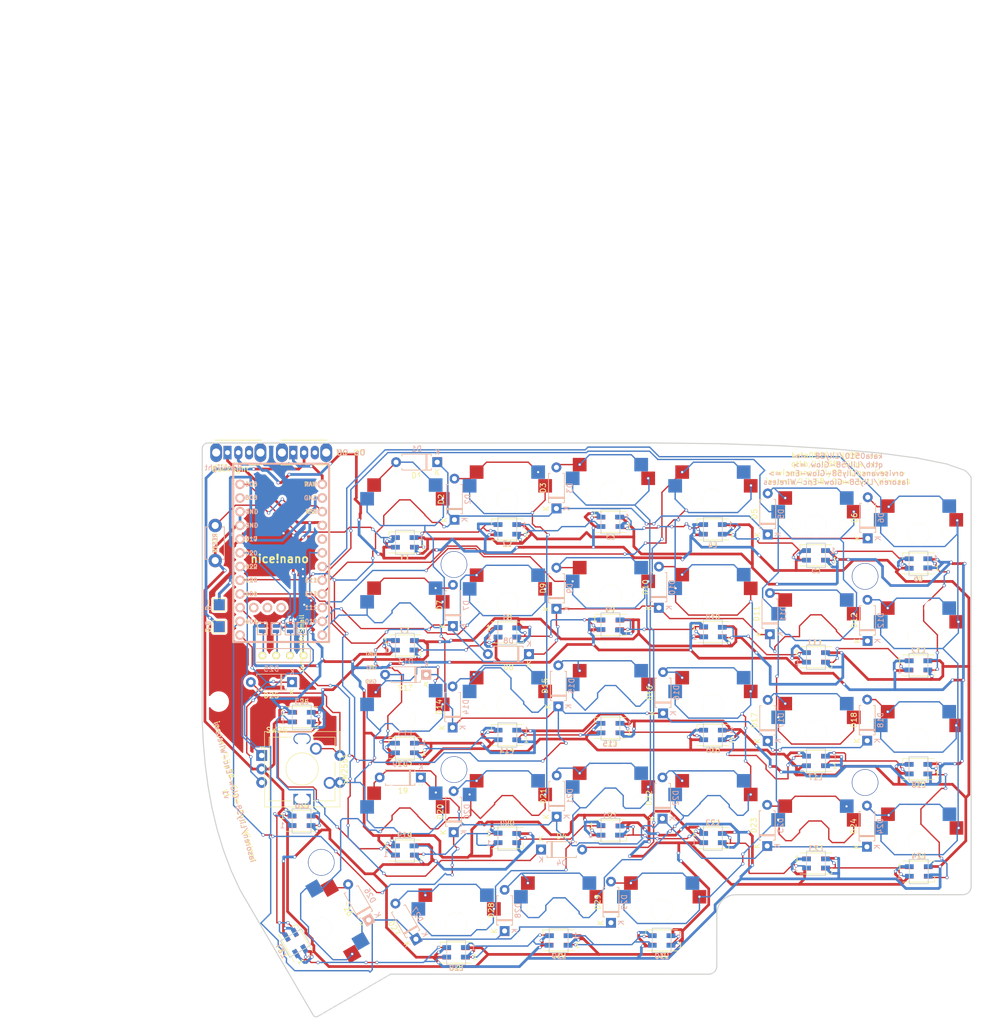
<source format=kicad_pcb>
(kicad_pcb (version 20211014) (generator pcbnew)
  (layers (0 "F.Cu" signal) (31 "B.Cu" signal) (34 "B.Paste" user) (35 "F.Paste" user) (36 "B.SilkS" user "B.Silkscreen") (37 "F.SilkS" user "F.Silkscreen") (38 "B.Mask" user) (39 "F.Mask" user) (44 "Edge.Cuts" user))
  (net 0 "")
  (net 1 "Net-(D1-Pad2)")
  (net 2 "row4")
  (net 3 "Net-(D2-Pad2)")
  (net 4 "Net-(D3-Pad2)")
  (net 5 "row0")
  (net 6 "Net-(D4-Pad2)")
  (net 7 "row1")
  (net 8 "Net-(D5-Pad2)")
  (net 9 "row2")
  (net 10 "Net-(D6-Pad2)")
  (net 11 "row3")
  (net 12 "Net-(D7-Pad2)")
  (net 13 "Net-(D8-Pad2)")
  (net 14 "Net-(D9-Pad2)")
  (net 15 "Net-(D10-Pad2)")
  (net 16 "Net-(D11-Pad2)")
  (net 17 "Net-(D12-Pad2)")
  (net 18 "Net-(D13-Pad2)")
  (net 19 "Net-(D14-Pad2)")
  (net 20 "Net-(D15-Pad2)")
  (net 21 "Net-(D16-Pad2)")
  (net 22 "Net-(D17-Pad2)")
  (net 23 "Net-(D18-Pad2)")
  (net 24 "Net-(D19-Pad2)")
  (net 25 "Net-(D20-Pad2)")
  (net 26 "Net-(D21-Pad2)")
  (net 27 "Net-(D22-Pad2)")
  (net 28 "Net-(D23-Pad2)")
  (net 29 "Net-(D24-Pad2)")
  (net 30 "Net-(D25-Pad2)")
  (net 31 "Net-(D26-Pad2)")
  (net 32 "Net-(D27-Pad2)")
  (net 33 "Net-(D28-Pad2)")
  (net 34 "VCC")
  (net 35 "GND")
  (net 36 "col0")
  (net 37 "col1")
  (net 38 "col2")
  (net 39 "col3")
  (net 40 "col4")
  (net 41 "col5")
  (net 42 "SDA")
  (net 43 "SCL")
  (net 44 "RESET")
  (net 45 "Net-(D29-Pad2)")
  (net 46 "Net-(L1-Pad1)")
  (net 47 "Net-(L2-Pad1)")
  (net 48 "Net-(L3-Pad1)")
  (net 49 "Net-(L4-Pad1)")
  (net 50 "Net-(L5-Pad1)")
  (net 51 "Net-(L12-Pad3)")
  (net 52 "Net-(L13-Pad3)")
  (net 53 "Net-(L7-Pad3)")
  (net 54 "Net-(L8-Pad3)")
  (net 55 "Net-(L10-Pad1)")
  (net 56 "Net-(L10-Pad3)")
  (net 57 "Net-(L11-Pad3)")
  (net 58 "Net-(L13-Pad1)")
  (net 59 "Net-(L14-Pad1)")
  (net 60 "Net-(L15-Pad1)")
  (net 61 "Net-(L16-Pad1)")
  (net 62 "Net-(L17-Pad1)")
  (net 63 "Net-(L18-Pad1)")
  (net 64 "Net-(L19-Pad3)")
  (net 65 "Net-(L19-Pad1)")
  (net 66 "Net-(L20-Pad3)")
  (net 67 "Net-(L21-Pad3)")
  (net 68 "Net-(L22-Pad3)")
  (net 69 "Net-(L23-Pad3)")
  (net 70 "Net-(L25-Pad1)")
  (net 71 "Net-(L26-Pad1)")
  (net 72 "Net-(L27-Pad1)")
  (net 73 "Net-(L28-Pad1)")
  (net 74 "Net-(L29-Pad1)")
  (net 75 "unconnected-(L30-Pad1)")
  (net 76 "enc1")
  (net 77 "enc2")
  (net 79 "Batt-")
  (net 80 "Batt+")
  (net 81 "Net-(JP1-Pad1)")
  (net 82 "Net-(JP2-Pad1)")
  (net 83 "Net-(JP3-Pad1)")
  (net 84 "Net-(JP4-Pad1)")
  (net 85 "Net-(J+1-Pad1)")
  (net 86 "Net-(L1-Pad4)")
  (footprint "Diode_THT:D_A-405_P7.62mm_Horizontal" (layer "F.Cu") (at 113.792 125.471114 120)
    (fp_text reference "D26")
    (fp_text value "D")
  )
  (footprint "Lily58-footprint:HOLE_M2_TH" (layer "F.Cu") (at 129.6 59.6)
    (fp_text reference "TH3" hide)
    (fp_text value "HOLE" hide)
  )
  (footprint "Lily58-footprint:HOLE_M2_TH" (layer "F.Cu") (at 205.8 61.8)
    (fp_text reference "TH4" hide)
    (fp_text value "HOLE" hide)
  )
  (footprint "Lily58-footprint:HOLE_M2_TH" (layer "F.Cu") (at 129.6 97.6)
    (fp_text reference "TH5" hide)
    (fp_text value "HOLE" hide)
  )
  (footprint "Lily58-footprint:HOLE_M2_TH" (layer "F.Cu") (at 205.8 100)
    (fp_text reference "TH6" hide)
    (fp_text value "HOLE" hide)
  )
  (footprint "Lily58-footprint:HOLE_M2_TH" (layer "F.Cu") (at 105 114.8 90)
    (fp_text reference "TH7" hide)
    (fp_text value "HOLE" hide)
  )
  (footprint "Lily58-footprint:TACT_SWITCH_TVBP06" (layer "F.Cu") (at 85.344 55.626 90)
    (fp_text reference "RSW1" hide)
    (fp_text value "SW_RST" hide)
  )
  (footprint "nice-nano-kicad:nice_nano" (layer "F.Cu") (at 97.566005 58.70613 -90)
    (fp_text reference "U1" hide)
    (fp_text value "NiceNano" hide)
  )
  (footprint "Lily58-footprint:Jumper" (layer "F.Cu") (at 96.61081 71.49338 90)
    (fp_text reference "JP3" hide)
    (fp_text value "Jumper_NO_Small" hide)
  )
  (footprint "Lily58-footprint:Jumper" (layer "F.Cu") (at 94.11081 71.49338 90)
    (fp_text reference "JP4" hide)
    (fp_text value "Jumper_NO_Small" hide)
  )
  (footprint "Lily58-footprint:MY_SIL-4" (layer "F.Cu") (at 94.107 76.454)
    (fp_text reference "P4" hide)
    (fp_text value "OLED" hide)
  )
  (footprint "Lily58-footprint:Jumper" (layer "F.Cu") (at 99.21081 71.49338 90)
    (fp_text reference "JP2" hide)
    (fp_text value "Jumper_NO_Small" hide)
  )
  (footprint "Lily58-footprint:Jumper" (layer "F.Cu") (at 101.376005 71.49338 90)
    (fp_text reference "JP1" hide)
    (fp_text value "Jumper_NO_Small")
  )
  (footprint "Lily58-footprint:MX_Socket_18mm" (layer "F.Cu") (at 139.5 47.6)
    (fp_text reference "SW2" hide)
    (fp_text value "SW_PUSH" hide)
  )
  (footprint "Lily58-footprint:MX_Socket_18mm" (layer "F.Cu") (at 158.6 46.21)
    (fp_text reference "SW3" hide)
    (fp_text value "SW_PUSH" hide)
  )
  (footprint "Lily58-footprint:MX_Socket_18mm" (layer "F.Cu") (at 177.6 47.6)
    (fp_text reference "SW4" hide)
    (fp_text value "SW_PUSH" hide)
  )
  (footprint "Lily58-footprint:MX_Socket_18mm" (layer "F.Cu") (at 196.7 52.4)
    (fp_text reference "SW5" hide)
    (fp_text value "SW_PUSH" hide)
  )
  (footprint "Lily58-footprint:MX_Socket_18mm" (layer "F.Cu") (at 215.7 53.9)
    (fp_text reference "SW6" hide)
    (fp_text value "SW_PUSH" hide)
  )
  (footprint "Lily58-footprint:MX_Socket_18mm" (layer "F.Cu") (at 120.5 69.1)
    (fp_text reference "SW7" hide)
    (fp_text value "SW_PUSH" hide)
  )
  (footprint "Lily58-footprint:MX_Socket_18mm" (layer "F.Cu") (at 139.5 66.7)
    (fp_text reference "SW8" hide)
    (fp_text value "SW_PUSH" hide)
  )
  (footprint "Lily58-footprint:MX_Socket_18mm" (layer "F.Cu") (at 158.6 65.3)
    (fp_text reference "SW9" hide)
    (fp_text value "SW_PUSH" hide)
  )
  (footprint "Lily58-footprint:MX_Socket_18mm" (layer "F.Cu") (at 177.6 66.6)
    (fp_text reference "SW10" hide)
    (fp_text value "SW_PUSH" hide)
  )
  (footprint "Lily58-footprint:MX_Socket_18mm" (layer "F.Cu") (at 196.7 71.3)
    (fp_text reference "SW11" hide)
    (fp_text value "SW_PUSH" hide)
  )
  (footprint "Lily58-footprint:MX_Socket_18mm" (layer "F.Cu") (at 215.7 72.8)
    (fp_text reference "SW12" hide)
    (fp_text value "SW_PUSH" hide)
  )
  (footprint "Lily58-footprint:MX_Socket_18mm" (layer "F.Cu") (at 120.5 88.1)
    (fp_text reference "SW13" hide)
    (fp_text value "SW_PUSH" hide)
  )
  (footprint "Lily58-footprint:MX_Socket_18mm" (layer "F.Cu") (at 139.5 85.7)
    (fp_text reference "SW14" hide)
    (fp_text value "SW_PUSH" hide)
  )
  (footprint "Lily58-footprint:MX_Socket_18mm" (layer "F.Cu") (at 158.6 84.4)
    (fp_text reference "SW15" hide)
    (fp_text value "SW_PUSH" hide)
  )
  (footprint "Lily58-footprint:MX_Socket_18mm" (layer "F.Cu") (at 177.6 85.7)
    (fp_text reference "SW16" hide)
    (fp_text value "SW_PUSH" hide)
  )
  (footprint "Lily58-footprint:MX_Socket_18mm" (layer "F.Cu") (at 196.7 90.5)
    (fp_text reference "SW17" hide)
    (fp_text value "SW_PUSH" hide)
  )
  (footprint "Lily58-footprint:MX_Socket_18mm" (layer "F.Cu") (at 215.7 92)
    (fp_text reference "SW18" hide)
    (fp_text value "SW_PUSH" hide)
  )
  (footprint "Lily58-footprint:MX_Socket_18mm" (layer "F.Cu") (at 120.5 107.1)
    (fp_text reference "SW19" hide)
    (fp_text value "SW_PUSH" hide)
  )
  (footprint "Lily58-footprint:MX_Socket_18mm" (layer "F.Cu") (at 139.5 104.8)
    (fp_text reference "SW20" hide)
    (fp_text value "SW_PUSH" hide)
  )
  (footprint "Lily58-footprint:MX_Socket_18mm" (layer "F.Cu") (at 158.6 103.4)
    (fp_text reference "SW21" hide)
    (fp_text value "SW_PUSH" hide)
  )
  (footprint "Lily58-footprint:MX_Socket_18mm" (layer "F.Cu") (at 177.6 104.8)
    (fp_text reference "SW22" hide)
    (fp_text value "SW_PUSH" hide)
  )
  (footprint "Lily58-footprint:MX_Socket_18mm" (layer "F.Cu") (at 196.7 109.5)
    (fp_text reference "SW23" hide)
    (fp_text value "SW_PUSH" hide)
  )
  (footprint "Lily58-footprint:MX_Socket_18mm" (layer "F.Cu") (at 215.75 111)
    (fp_text reference "SW24" hide)
    (fp_text value "SW_PUSH" hide)
  )
  (footprint "Lily58-footprint:MX_Socket_18mm" (layer "F.Cu") (at 105 127 -60)
    (fp_text reference "SW26" hide)
    (fp_text value "SW_PUSH" hide)
  )
  (footprint "Lily58-footprint:MX_Socket_18mm" (layer "F.Cu") (at 130 126)
    (fp_text reference "SW27" hide)
    (fp_text value "SW_PUSH" hide)
  )
  (footprint "Lily58-footprint:MX_Socket_18mm" (layer "F.Cu") (at 149 123.75)
    (fp_text reference "SW28" hide)
    (fp_text value "SW_PUSH" hide)
  )
  (footprint "Lily58-footprint:MX_Socket_18mm" (layer "F.Cu") (at 168.1 123.75)
    (fp_text reference "SW29" hide)
    (fp_text value "SW_PUSH" hide)
  )
  (footprint "Lily58-footprint:HOLE_M2" (layer "F.Cu") (at 86 85)
    (fp_text reference "TH1" hide)
    (fp_text value "HOLE" hide)
  )
  (footprint "Lily58-footprint:HOLE_M2" (layer "F.Cu") (at 108 85)
    (fp_text reference "TH2" hide)
    (fp_text value "HOLE" hide)
  )
  (footprint "Lily58-footprint:MX_Socket_18mm" (layer "F.Cu") (at 120.5 50)
    (fp_text reference "SW1" hide)
    (fp_text value "SW_PUSH" hide)
  )
  (footprint "LED_SMD:LED_SK6812MINI_PLCC4_3.5x3.5mm_P1.75mm" (layer "F.Cu") (at 120.5 55.5 180)
    (fp_text reference "L1")
    (fp_text value "SK6812mini")
  )
  (footprint "LED_SMD:LED_SK6812MINI_PLCC4_3.5x3.5mm_P1.75mm" (layer "F.Cu") (at 139.5 110.3)
    (fp_text reference "L20")
    (fp_text value "SK6812mini")
  )
  (footprint "LED_SMD:LED_SK6812MINI_PLCC4_3.5x3.5mm_P1.75mm" (layer "F.Cu") (at 149 129.25 180)
    (fp_text reference "L29")
    (fp_text value "SK6812mini")
  )
  (footprint "LED_SMD:LED_SK6812MINI_PLCC4_3.5x3.5mm_P1.75mm" (layer "F.Cu") (at 158.6 108.9)
    (fp_text reference "L21")
    (fp_text value "SK6812mini")
  )
  (footprint "LED_SMD:LED_SK6812MINI_PLCC4_3.5x3.5mm_P1.75mm" (layer "F.Cu") (at 196.7 115)
    (fp_text reference "L23")
    (fp_text value "SK6812mini")
  )
  (footprint "LED_SMD:LED_SK6812MINI_PLCC4_3.5x3.5mm_P1.75mm" (layer "F.Cu") (at 215.75 116.5)
    (fp_text reference "L24")
    (fp_text value "SK6812mini")
  )
  (footprint "LED_SMD:LED_SK6812MINI_PLCC4_3.5x3.5mm_P1.75mm" (layer "F.Cu") (at 130 131.5 180)
    (fp_text reference "L28")
    (fp_text value "SK6812mini")
  )
  (footprint "LED_SMD:LED_SK6812MINI_PLCC4_3.5x3.5mm_P1.75mm" (layer "F.Cu") (at 177.6 91.2 180)
    (fp_text reference "L16")
    (fp_text value "SK6812mini")
  )
  (footprint "LED_SMD:LED_SK6812MINI_PLCC4_3.5x3.5mm_P1.75mm" (layer "F.Cu") (at 120.5 112.6)
    (fp_text reference "L19")
    (fp_text value "SK6812mini")
  )
  (footprint "LED_SMD:LED_SK6812MINI_PLCC4_3.5x3.5mm_P1.75mm" (layer "F.Cu") (at 215.7 97.5 180)
    (fp_text reference "L18")
    (fp_text value "SK6812mini")
  )
  (footprint "LED_SMD:LED_SK6812MINI_PLCC4_3.5x3.5mm_P1.75mm" (layer "F.Cu") (at 158.6 89.9 180)
    (fp_text reference "L15")
    (fp_text value "SK6812mini")
  )
  (footprint "LED_SMD:LED_SK6812MINI_PLCC4_3.5x3.5mm_P1.75mm" (layer "F.Cu") (at 139.5 91.2 180)
    (fp_text reference "L14")
    (fp_text value "SK6812mini")
  )
  (footprint "LED_SMD:LED_SK6812MINI_PLCC4_3.5x3.5mm_P1.75mm" (layer "F.Cu") (at 120.5 93.6 180)
    (fp_text reference "L13")
    (fp_text value "SK6812mini")
  )
  (footprint "LED_SMD:LED_SK6812MINI_PLCC4_3.5x3.5mm_P1.75mm" (layer "F.Cu") (at 215.7 78.3)
    (fp_text reference "L12")
    (fp_text value "SK6812mini")
  )
  (footprint "LED_SMD:LED_SK6812MINI_PLCC4_3.5x3.5mm_P1.75mm" (layer "F.Cu") (at 196.7 96 180)
    (fp_text reference "L17")
    (fp_text value "SK6812mini")
  )
  (footprint "LED_SMD:LED_SK6812MINI_PLCC4_3.5x3.5mm_P1.75mm" (layer "F.Cu") (at 177.6 110.3)
    (fp_text reference "L22")
    (fp_text value "SK6812mini")
  )
  (footprint "LED_SMD:LED_SK6812MINI_PLCC4_3.5x3.5mm_P1.75mm" (layer "F.Cu") (at 177.6 53.1 180)
    (fp_text reference "L4")
    (fp_text value "SK6812mini")
  )
  (footprint "LED_SMD:LED_SK6812MINI_PLCC4_3.5x3.5mm_P1.75mm" (layer "F.Cu") (at 196.7 57.9 180)
    (fp_text reference "L5")
    (fp_text value "SK6812mini")
  )
  (footprint "LED_SMD:LED_SK6812MINI_PLCC4_3.5x3.5mm_P1.75mm" (layer "F.Cu") (at 158.6 51.71 180)
    (fp_text reference "L3")
    (fp_text value "SK6812mini")
  )
  (footprint "LED_SMD:LED_SK6812MINI_PLCC4_3.5x3.5mm_P1.75mm" (layer "F.Cu") (at 139.5 53.1 180)
    (fp_text reference "L2")
    (fp_text value "SK6812mini")
  )
  (footprint "LED_SMD:LED_SK6812MINI_PLCC4_3.5x3.5mm_P1.75mm" (layer "F.Cu") (at 196.7 76.8)
    (fp_text reference "L11")
    (fp_text value "SK6812mini")
  )
  (footprint "LED_SMD:LED_SK6812MINI_PLCC4_3.5x3.5mm_P1.75mm" (layer "F.Cu") (at 177.6 72.1)
    (fp_text reference "L10")
    (fp_text value "SK6812mini")
  )
  (footprint "LED_SMD:LED_SK6812MINI_PLCC4_3.5x3.5mm_P1.75mm" (layer "F.Cu") (at 158.6 70.8)
    (fp_text reference "L9")
    (fp_text value "SK6812mini")
  )
  (footprint "LED_SMD:LED_SK6812MINI_PLCC4_3.5x3.5mm_P1.75mm" (layer "F.Cu") (at 215.7 59.4 180)
    (fp_text reference "L6")
    (fp_text value "SK6812mini")
  )
  (footprint "LED_SMD:LED_SK6812MINI_PLCC4_3.5x3.5mm_P1.75mm" (layer "F.Cu") (at 139.5 72.2)
    (fp_text reference "L8")
    (fp_text value "SK6812mini")
  )
  (footprint "LED_SMD:LED_SK6812MINI_PLCC4_3.5x3.5mm_P1.75mm" (layer "F.Cu") (at 120.5 74.6)
    (fp_text reference "L7")
    (fp_text value "SK6812mini")
  )
  (footprint "LED_SMD:LED_SK6812MINI_PLCC4_3.5x3.5mm_P1.75mm" (layer "F.Cu") (at 168.1 129.25 180)
    (fp_text reference "L30")
    (fp_text value "SK6812mini")
  )
  (footprint "LED_SMD:LED_SK6812MINI_PLCC4_3.5x3.5mm_P1.75mm" (layer "F.Cu") (at 100.236859 129.75 120)
    (fp_text reference "L27")
    (fp_text value "SK6812mini")
  )
  (footprint "Lily58-footprint:RotaryEncoder_Alps_EC11E-Switch_Vertical_H20mm" (layer "F.Cu") (at 93.9546 94.996)
    (fp_text reference "SW25")
    (fp_text value "Rotary_Encoder_Switch")
  )
  (footprint "LED_SMD:LED_SK6812MINI_PLCC4_3.5x3.5mm_P1.75mm" (layer "F.Cu") (at 101.3492 107.1148)
    (fp_text reference "L26")
    (fp_text value "SK6812mini")
  )
  (footprint "LED_SMD:LED_SK6812MINI_PLCC4_3.5x3.5mm_P1.75mm" (layer "F.Cu") (at 101.445 87.884)
    (fp_text reference "L25")
    (fp_text value "SK6812mini")
  )
  (footprint "Diode_THT:D_A-405_P7.62mm_Horizontal" (layer "F.Cu") (at 206.1464 111.9124 90)
    (fp_text reference "D24")
    (fp_text value "D")
  )
  (footprint "Diode_THT:D_A-405_P7.62mm_Horizontal" (layer "F.Cu") (at 206.1972 92.2528 90)
    (fp_text reference "D18")
    (fp_text value "D")
  )
  (footprint "Diode_THT:D_A-405_P7.62mm_Horizontal" (layer "F.Cu") (at 148.6408 106.3244 90)
    (fp_text reference "D21")
    (fp_text value "D")
  )
  (footprint "Diode_THT:D_A-405_P7.62mm_Horizontal" (layer "F.Cu") (at 187.7568 92.3036 90)
    (fp_text reference "D17")
    (fp_text value "D")
  )
  (footprint "Diode_THT:D_A-405_P7.62mm_Horizontal" (layer "F.Cu") (at 206.248 73.7616 90)
    (fp_text reference "D12")
    (fp_text value "D")
  )
  (footprint "Diode_THT:D_A-405_P7.62mm_Horizontal" (layer "F.Cu") (at 129.413 70.993 90)
    (fp_text reference "D7")
    (fp_text value "D")
  )
  (footprint "Diode_THT:D_A-405_P7.62mm_Horizontal" (layer "F.Cu") (at 148.9456 85.9028 90)
    (fp_text reference "D15")
    (fp_text value "D")
  )
  (footprint "Diode_THT:D_A-405_P7.62mm_Horizontal" (layer "F.Cu") (at 126.492 40.64 180)
    (fp_text reference "D1")
    (fp_text value "D")
  )
  (footprint "Diode_THT:D_A-405_P7.62mm_Horizontal" (layer "F.Cu") (at 122.555 129.029557 120)
    (fp_text reference "D27")
    (fp_text value "D")
  )
  (footprint "Button_Switch_THT:SW_CuK_OS102011MA1QN1_SPDT_Angled" (layer "F.Cu") (at 87.626 38.862)
    (fp_text reference "Backlight")
    (fp_text value "SW_DIP_x01")
  )
  (footprint "Button_Switch_Keyboard:SW_Cherry_MX_1.00u_PCB" (layer "F.Cu") (at 106.553 100.076 -90)
    (fp_text reference "SW25b1")
    (fp_text value "SW_Cherry_MX_1.00u_PCB")
  )
  (footprint "Diode_THT:D_A-405_P7.62mm_Horizontal" (layer "F.Cu") (at 167.5892 67.6148 90)
    (fp_text reference "D10")
    (fp_text value "D")
  )
  (footprint "Diode_THT:D_A-405_P7.62mm_Horizontal" (layer "F.Cu") (at 188.1632 72.517 90)
    (fp_text reference "D11")
    (fp_text value "D")
  )
  (footprint "Diode_THT:D_A-405_P7.62mm_Horizontal" (layer "F.Cu") (at 143.51 76.2 180)
    (fp_text reference "D8")
    (fp_text value "D")
  )
  (footprint "Diode_THT:D_A-405_P7.62mm_Horizontal" (layer "F.Cu") (at 129.54 109.22 90)
    (fp_text reference "D20")
    (fp_text value "D")
  )
  (footprint "TestPoint:TestPoint_Pad_2.0x2.0mm" (layer "F.Cu") (at 86.106 67.07 90)
    (fp_text reference "B-")
    (fp_text value "Conn_01x01_Male")
  )
  (footprint "Diode_THT:D_A-405_P7.62mm_Horizontal" (layer "F.Cu") (at 123.444 99.06 180)
    (fp_text reference "D19")
    (fp_text value "D")
  )
  (footprint "Diode_THT:D_A-405_P7.62mm_Horizontal" (layer "F.Cu") (at 168.25 106.68 90)
    (fp_text reference "D22")
    (fp_text value "D")
  )
  (footprint "TestPoint:TestPoint_Pad_2.0x2.0mm" (layer "F.Cu") (at 86.106 71.12 90)
    (fp_text reference "B+")
    (fp_text value "Conn_01x01_Male")
  )
  (footprint "Diode_THT:D_A-405_P7.62mm_Horizontal" (layer "F.Cu") (at 148.59 67.818 90)
    (fp_text reference "D9")
    (fp_text value "D")
  )
  (footprint "Diode_THT:D_A-405_P7.62mm_Horizontal" (layer "F.Cu") (at 187.7568 54.0512 90)
    (fp_text reference "D5")
    (fp_text value "D")
  )
  (footprint "Diode_THT:D_A-405_P7.62mm_Horizontal" (layer "F.Cu") (at 158.7 125.984 90)
    (fp_text reference "D29")
    (fp_text value "D")
  )
  (footprint "Diode_THT:D_A-405_P7.62mm_Horizontal" (layer "F.Cu") (at 124.46 80.01 180)
    (fp_text reference "D13")
    (fp_text value "D")
  )
  (footprint "Diode_THT:D_A-405_P7.62mm_Horizontal" (layer "F.Cu") (at 129.3368 89.8144 90)
    (fp_text reference "D14")
    (fp_text value "D")
  )
  (footprint "Button_Switch_THT:SW_CuK_OS102011MA1QN1_SPDT_Angled" (layer "F.Cu") (at 99.818 38.862)
    (fp_text reference "On-Off")
    (fp_text value "SW_DIP_x01")
  )
  (footprint "Diode_THT:D_A-405_P7.62mm_Horizontal" (layer "F.Cu") (at 168.3512 87.1728 90)
    (fp_text reference "D16")
    (fp_text value "D")
  )
  (footprint "Diode_THT:D_A-405_P7.62mm_Horizontal" (layer "F.Cu") (at 145.7452 112.4204)
    (fp_text reference "D4")
    (fp_text value "D")
  )
  (footprint "Diode_THT:D_A-405_P7.62mm_Horizontal" (layer "F.Cu") (at 206.2988 54.7624 90)
    (fp_text reference "D6")
    (fp_text value "D")
  )
  (footprint "Diode_THT:D_A-405_P7.62mm_Horizontal" (layer "F.Cu") (at 129.6924 51.308 90)
    (fp_text reference "D2")
    (fp_text value "D")
  )
  (footprint "Diode_THT:D_A-405_P7.62mm_Horizontal" (layer "F.Cu") (at 148.59 49.2252 90)
    (fp_text reference "D3")
    (fp_text value "D")
  )
  (footprint "Diode_THT:D_A-405_P7.62mm_Horizontal" (layer "F.Cu") (at 187.6552 111.76 90)
    (fp_text reference "D23")
    (fp_text value "D")
  )
  (footprint "Diode_THT:D_A-405_P7.62mm_Horizontal" (layer "F.Cu") (at 99.568 81.407 180)
    (fp_text reference "D25")
    (fp_text value "D")
  )
  (footprint "Diode_THT:D_A-405_P7.62mm_Horizontal" (layer "F.Cu") (at 138.9888 127.508 90)
    (fp_text reference "D28")
    (fp_text value "D")
  )
  (footprint "Diode_THT:D_A-405_P7.62mm_Horizontal" (layer "B.Cu") (at 126.492 40.64 180)
    (fp_text reference "D1")
    (fp_text value "D")
  )
  (footprint "Diode_THT:D_A-405_P7.62mm_Horizontal" (layer "B.Cu") (at 129.6924 51.308 90)
    (fp_text reference "D2")
    (fp_text value "D")
  )
  (footprint "Diode_THT:D_A-405_P7.62mm_Horizontal" (layer "B.Cu") (at 148.59 49.2252 90)
    (fp_text reference "D3")
    (fp_text value "D")
  )
  (footprint "Diode_THT:D_A-405_P7.62mm_Horizontal" (layer "B.Cu") (at 145.7452 112.4204)
    (fp_text reference "D4")
    (fp_text value "D")
  )
  (footprint "Diode_THT:D_A-405_P7.62mm_Horizontal" (layer "B.Cu") (at 187.7568 54.0512 90)
    (fp_text reference "D5")
    (fp_text value "D")
  )
  (footprint "Diode_THT:D_A-405_P7.62mm_Horizontal" (layer "B.Cu") (at 206.2988 54.7624 90)
    (fp_text reference "D6")
    (fp_text value "D")
  )
  (footprint "Diode_THT:D_A-405_P7.62mm_Horizontal" (layer "B.Cu") (at 129.413 70.993 90)
    (fp_text reference "D7")
    (fp_text value "D")
  )
  (footprint "Diode_THT:D_A-405_P7.62mm_Horizontal" (layer "B.Cu") (at 143.51 76.2 180)
    (fp_text reference "D8")
    (fp_text value "D")
  )
  (footprint "Diode_THT:D_A-405_P7.62mm_Horizontal" (layer "B.Cu") (at 148.59 67.818 90)
    (fp_text reference "D9")
    (fp_text value "D")
  )
  (footprint "Diode_THT:D_A-405_P7.62mm_Horizontal" (layer "B.Cu") (at 167.5892 67.6148 90)
    (fp_text reference "D10")
    (fp_text value "D")
  )
  (footprint "Diode_THT:D_A-405_P7.62mm_Horizontal" (layer "B.Cu") (at 188.1632 72.517 90)
    (fp_text reference "D11")
    (fp_text value "D")
  )
  (footprint "Diode_THT:D_A-405_P7.62mm_Horizontal" (layer "B.Cu") (at 206.248 73.7616 90)
    (fp_text reference "D12")
    (fp_text value "D")
  )
  (footprint "Diode_THT:D_A-405_P7.62mm_Horizontal" (layer "B.Cu") (at 124.46 80.01 180)
    (fp_text reference "D13")
    (fp_text value "D")
  )
  (footprint "Diode_THT:D_A-405_P7.62mm_Horizontal" (layer "B.Cu") (at 129.3368 89.8144 90)
    (fp_text reference "D14")
    (fp_text value "D")
  )
  (footprint "Diode_THT:D_A-405_P7.62mm_Horizontal" (layer "B.Cu") (at 148.9456 85.9028 90)
    (fp_text reference "D15")
    (fp_text value "D")
  )
  (footprint "Diode_THT:D_A-405_P7.62mm_Horizontal" (layer "B.Cu") (at 168.3512 87.1728 90)
    (fp_text reference "D16")
    (fp_text value "D")
  )
  (footprint "Diode_THT:D_A-405_P7.62mm_Horizontal" (layer "B.Cu") (at 187.7568 92.3036 90)
    (fp_text reference "D17")
    (fp_text value "D")
  )
  (footprint "Diode_THT:D_A-405_P7.62mm_Horizontal" (layer "B.Cu") (at 206.1972 92.2528 90)
    (fp_text reference "D18")
    (fp_text value "D")
  )
  (footprint "Diode_THT:D_A-405_P7.62mm_Horizontal" (layer "B.Cu") (at 123.444 99.06 180)
    (fp_text reference "D19")
    (fp_text value "D")
  )
  (footprint "Diode_THT:D_A-405_P7.62mm_Horizontal" (layer "B.Cu") (at 129.54 109.22 90)
    (fp_text reference "D20")
    (fp_text value "D")
  )
  (footprint "Diode_THT:D_A-405_P7.62mm_Horizontal" (layer "B.Cu") (at 148.6408 106.3244 90)
    (fp_text reference "D21")
    (fp_text value "D")
  )
  (footprint "Diode_THT:D_A-405_P7.62mm_Horizontal" (layer "B.Cu") (at 168.25 106.68 90)
    (fp_text reference "D22")
    (fp_text value "D")
  )
  (footprint "Diode_THT:D_A-405_P7.62mm_Horizontal" (layer "B.Cu") (at 187.6552 111.76 90)
    (fp_text reference "D23")
    (fp_text value "D")
  )
  (footprint "Diode_THT:D_A-405_P7.62mm_Horizontal" (layer "B.Cu") (at 99.568 81.407 180)
    (fp_text reference "D25")
    (fp_text value "D")
  )
  (footprint "Diode_THT:D_A-405_P7.62mm_Horizontal" (layer "B.Cu") (at 122.555 129.029557 120)
    (fp_text reference "D27")
    (fp_text value "D")
  )
  (footprint "Diode_THT:D_A-405_P7.62mm_Horizontal" (layer "B.Cu") (at 138.9888 127.508 90)
    (fp_text reference "D28")
    (fp_text value "D")
  )
  (footprint "Diode_THT:D_A-405_P7.62mm_Horizontal" (layer "B.Cu") (at 158.7 125.984 90)
    (fp_text reference "D29")
    (fp_text value "D")
  )
  (footprint "Lily58-footprint:Jumper" (layer "B.Cu") (at 101.376005 71.45138 90)
    (fp_text reference "JP5" hide)
    (fp_text value "Jumper_NO_Small" hide)
  )
  (footprint "Lily58-footprint:Jumper" (layer "B.Cu") (at 99.21081 71.49338 90)
    (fp_text reference "JP6" hide)
    (fp_text value "Jumper_NO_Small" hide)
  )
  (footprint "Lily58-footprint:Jumper" (layer "B.Cu") (at 96.61081 71.49338 90)
    (fp_text reference "JP7" hide)
    (fp_text value "Jumper_NO_Small" hide)
  )
  (footprint "Lily58-footprint:Jumper" (layer "B.Cu") (at 94.010005 71.45138 90)
    (fp_text reference "JP8" hide)
    (fp_text value "Jumper_NO_Small" hide)
  )
  (footprint "Diode_THT:D_A-405_P7.62mm_Horizontal" (layer "B.Cu") (at 206.1464 111.9124 90)
    (fp_text reference "D24")
    (fp_text value "D")
  )
  (footprint "" (layer "B.Cu") (at 198.501 115.824 180)
    (fp_text reference "")
    (fp_text value "")
  )
  (footprint "" (layer "B.Cu") (at 137.795 111.125 180)
    (fp_text reference "")
    (fp_text value "")
  )
  (footprint "" (layer "B.Cu") (at 122.301 73.66 180)
    (fp_text reference "")
    (fp_text value "")
  )
  (footprint "" (layer "B.Cu") (at 122.301 94.488 180)
    (fp_text reference "")
    (fp_text value "")
  )
  (footprint "" (layer "B.Cu") (at 175.895 92.075 180)
    (fp_text reference "")
    (fp_text value "")
  )
  (footprint "" (layer "B.Cu") (at 198.501 57.023 180)
    (fp_text reference "")
    (fp_text value "")
  )
  (footprint "" (layer "B.Cu") (at 128.27 132.334 180)
    (fp_text reference "")
    (fp_text value "")
  )
  (footprint "" (layer "B.Cu") (at 198.501 114.173 180)
    (fp_text reference "")
    (fp_text value "")
  )
  (footprint "" (layer "B.Cu") (at 198.501 95.123 180)
    (fp_text reference "")
    (fp_text value "")
  )
  (footprint "" (layer "B.Cu") (at 118.745 111.76 180)
    (fp_text reference "")
    (fp_text value "")
  )
  (footprint "" (layer "B.Cu") (at 194.945 75.946 180)
    (fp_text reference "")
    (fp_text value "")
  )
  (footprint "" (layer "B.Cu") (at 217.424 77.47 180)
    (fp_text reference "")
    (fp_text value "")
  )
  (footprint "" (layer "B.Cu") (at 118.745 73.66 180)
    (fp_text reference "")
    (fp_text value "")
  )
  (footprint "" (layer "B.Cu") (at 122.301 92.71 180)
    (fp_text reference "")
    (fp_text value "")
  )
  (footprint "" (layer "B.Cu") (at 166.37 130.175 180)
    (fp_text reference "")
    (fp_text value "")
  )
  (footprint "" (layer "B.Cu") (at 118.745 54.61 180)
    (fp_text reference "")
    (fp_text value "")
  )
  (footprint "" (layer "B.Cu") (at 131.699 132.334 180)
    (fp_text reference "")
    (fp_text value "")
  )
  (footprint "" (layer "B.Cu") (at 156.845 50.8 180)
    (fp_text reference "")
    (fp_text value "")
  )
  (footprint "" (layer "B.Cu") (at 213.995 77.47 180)
    (fp_text reference "")
    (fp_text value "")
  )
  (footprint "" (layer "B.Cu") (at 137.795 53.975 180)
    (fp_text reference "")
    (fp_text value "")
  )
  (footprint "" (layer "B.Cu") (at 194.945 95.123 180)
    (fp_text reference "")
    (fp_text value "")
  )
  (footprint "" (layer "B.Cu") (at 213.995 115.57 180)
    (fp_text reference "")
    (fp_text value "")
  )
  (footprint "" (layer "B.Cu") (at 217.424 96.647 180)
    (fp_text reference "")
    (fp_text value "")
  )
  (footprint "" (layer "B.Cu") (at 160.401 52.578 180)
    (fp_text reference "")
    (fp_text value "")
  )
  (footprint "" (layer "B.Cu") (at 147.193 130.175 180)
    (fp_text reference "")
    (fp_text value "")
  )
  (footprint "" (layer "B.Cu") (at 100.33 131.699 180)
    (fp_text reference "")
    (fp_text value "")
  )
  (footprint "" (layer "B.Cu") (at 179.324 109.474 180)
    (fp_text reference "")
    (fp_text value "")
  )
  (footprint "" (layer "B.Cu") (at 198.501 96.901 180)
    (fp_text reference "")
    (fp_text value "")
  )
  (footprint "" (layer "B.Cu") (at 141.224 71.374 180)
    (fp_text reference "")
    (fp_text value "")
  )
  (footprint "" (layer "B.Cu") (at 141.224 90.297 180)
    (fp_text reference "")
    (fp_text value "")
  )
  (footprint "" (layer "B.Cu") (at 156.845 89.027 180)
    (fp_text reference "")
    (fp_text value "")
  )
  (footprint "" (layer "B.Cu") (at 137.795 73.025 180)
    (fp_text reference "")
    (fp_text value "")
  )
  (footprint "" (layer "B.Cu") (at 99.568 106.172 180)
    (fp_text reference "")
    (fp_text value "")
  )
  (footprint "" (layer "B.Cu") (at 98.552 128.651 60)
    (fp_text reference "")
    (fp_text value "")
  )
  (footprint "" (layer "B.Cu") (at 217.551 117.348 180)
    (fp_text reference "")
    (fp_text value "")
  )
  (footprint "" (layer "B.Cu") (at 160.274 109.728 180)
    (fp_text reference "")
    (fp_text value "")
  )
  (footprint "" (layer "B.Cu") (at 213.995 98.425 180)
    (fp_text reference "")
    (fp_text value "")
  )
  (footprint "" (layer "B.Cu") (at 103.124 88.773 180)
    (fp_text reference "")
    (fp_text value "")
  )
  (footprint "" (layer "B.Cu") (at 99.568 107.95 180)
    (fp_text reference "")
    (fp_text value "")
  )
  (footprint "" (layer "B.Cu") (at 156.845 69.85 180)
    (fp_text reference "")
    (fp_text value "")
  )
  (footprint "" (layer "B.Cu") (at 179.324 53.975 180)
    (fp_text reference "")
    (fp_text value "")
  )
  (footprint "" (layer "B.Cu") (at 118.745 56.388 180)
    (fp_text reference "")
    (fp_text value "")
  )
  (footprint "" (layer "B.Cu") (at 103.124 106.172 180)
    (fp_text reference "")
    (fp_text value "")
  )
  (footprint "" (layer "B.Cu") (at 179.324 52.197 180)
    (fp_text reference "")
    (fp_text value "")
  )
  (footprint "" (layer "B.Cu") (at 141.224 92.075 180)
    (fp_text reference "")
    (fp_text value "")
  )
  (footprint "" (layer "B.Cu") (at 156.845 52.578 180)
    (fp_text reference "")
    (fp_text value "")
  )
  (footprint "" (layer "B.Cu") (at 169.799 128.397 180)
    (fp_text reference "")
    (fp_text value "")
  )
  (footprint "" (layer "B.Cu") (at 141.224 52.197 180)
    (fp_text reference "")
    (fp_text value "")
  )
  (footprint "" (layer "B.Cu") (at 160.274 50.8 180)
    (fp_text reference "")
    (fp_text value "")
  )
  (footprint "" (layer "B.Cu") (at 175.895 109.474 180)
    (fp_text reference "")
    (fp_text value "")
  )
  (footprint "" (layer "B.Cu") (at 160.274 71.755 180)
    (fp_text reference "")
    (fp_text value "")
  )
  (footprint "" (layer "B.Cu") (at 160.401 69.85 180)
    (fp_text reference "")
    (fp_text value "")
  )
  (footprint "" (layer "B.Cu") (at 103.124 86.995 180)
    (fp_text reference "")
    (fp_text value "")
  )
  (footprint "" (layer "B.Cu") (at 128.27 130.556 180)
    (fp_text reference "")
    (fp_text value "")
  )
  (footprint "" (layer "B.Cu") (at 194.945 77.724 180)
    (fp_text reference "")
    (fp_text value "")
  )
  (footprint "" (layer "B.Cu") (at 131.699 130.556 180)
    (fp_text reference "")
    (fp_text value "")
  )
  (footprint "" (layer "B.Cu") (at 213.868 79.121 180)
    (fp_text reference "")
    (fp_text value "")
  )
  (footprint "" (layer "B.Cu") (at 141.224 111.125 180)
    (fp_text reference "")
    (fp_text value "")
  )
  (footprint "" (layer "B.Cu") (at 141.224 73.025 180)
    (fp_text reference "")
    (fp_text value "")
  )
  (footprint "" (layer "B.Cu") (at 217.551 115.57 180)
    (fp_text reference "")
    (fp_text value "")
  )
  (footprint "" (layer "B.Cu") (at 122.174 111.76 180)
    (fp_text reference "")
    (fp_text value "")
  )
  (footprint "" (layer "B.Cu") (at 213.995 60.325 180)
    (fp_text reference "")
    (fp_text value "")
  )
  (footprint "" (layer "B.Cu") (at 213.995 117.348 180)
    (fp_text reference "")
    (fp_text value "")
  )
  (footprint "" (layer "B.Cu") (at 103.124 107.95 180)
    (fp_text reference "")
    (fp_text value "")
  )
  (footprint "" (layer "B.Cu") (at 147.32 128.397 180)
    (fp_text reference "")
    (fp_text value "")
  )
  (footprint "" (layer "B.Cu") (at 99.568 88.773 180)
    (fp_text reference "")
    (fp_text value "")
  )
  (footprint "" (layer "B.Cu") (at 194.945 96.901 180)
    (fp_text reference "")
    (fp_text value "")
  )
  (footprint "" (layer "B.Cu") (at 175.895 71.12 180)
    (fp_text reference "")
    (fp_text value "")
  )
  (footprint "" (layer "B.Cu") (at 179.324 73.025 180)
    (fp_text reference "")
    (fp_text value "")
  )
  (footprint "" (layer "B.Cu") (at 166.37 128.397 180)
    (fp_text reference "")
    (fp_text value "")
  )
  (footprint "" (layer "B.Cu") (at 213.995 96.647 180)
    (fp_text reference "")
    (fp_text value "")
  )
  (footprint "" (layer "B.Cu") (at 156.845 107.95 180)
    (fp_text reference "")
    (fp_text value "")
  )
  (footprint "Diode_THT:D_A-405_P7.62mm_Horizontal" (layer "B.Cu") (at 113.792 125.471114 120)
    (fp_text reference "D26")
    (fp_text value "D")
  )
  (footprint "" (layer "B.Cu") (at 122.174 54.61 180)
    (fp_text reference "")
    (fp_text value "")
  )
  (footprint "" (layer "B.Cu") (at 99.568 86.995 180)
    (fp_text reference "")
    (fp_text value "")
  )
  (footprint "" (layer "B.Cu") (at 179.324 90.297 180)
    (fp_text reference "")
    (fp_text value "")
  )
  (footprint "" (layer "B.Cu") (at 213.995 58.547 180)
    (fp_text reference "")
    (fp_text value "")
  )
  (footprint "" (layer "B.Cu") (at 175.768 53.975 180)
    (fp_text reference "")
    (fp_text value "")
  )
  (footprint "" (layer "B.Cu") (at 137.795 71.247 180)
    (fp_text reference "")
    (fp_text value "")
  )
  (footprint "" (layer "B.Cu") (at 122.301 56.388 180)
    (fp_text reference "")
    (fp_text value "")
  )
  (footprint "" (layer "B.Cu") (at 217.424 98.425 180)
    (fp_text reference "")
    (fp_text value "")
  )
  (footprint "" (layer "B.Cu") (at 86.106 67.056 180)
    (fp_text reference "")
    (fp_text value "")
  )
  (footprint "" (layer "B.Cu") (at 137.795 92.075 180)
    (fp_text reference "")
    (fp_text value "")
  )
  (footprint "" (layer "B.Cu") (at 198.501 75.946 180)
    (fp_text reference "")
    (fp_text value "")
  )
  (footprint "" (layer "B.Cu") (at 137.795 52.197 180)
    (fp_text reference "")
    (fp_text value "")
  )
  (footprint "" (layer "B.Cu") (at 175.895 111.125 180)
    (fp_text reference "")
    (fp_text value "")
  )
  (footprint "" (layer "B.Cu") (at 198.501 58.801 180)
    (fp_text reference "")
    (fp_text value "")
  )
  (footprint "" (layer "B.Cu") (at 217.424 58.547 180)
    (fp_text reference "")
    (fp_text value "")
  )
  (footprint "" (layer "B.Cu") (at 118.745 92.71 180)
    (fp_text reference "")
    (fp_text value "")
  )
  (footprint "" (layer "B.Cu") (at 118.745 113.411 180)
    (fp_text reference "")
    (fp_text value "")
  )
  (footprint "" (layer "B.Cu") (at 217.424 79.121 180)
    (fp_text reference "")
    (fp_text value "")
  )
  (footprint "" (layer "B.Cu") (at 150.749 130.175 180)
    (fp_text reference "")
    (fp_text value "")
  )
  (footprint "" (layer "B.Cu") (at 194.945 114.173 180)
    (fp_text reference "")
    (fp_text value "")
  )
  (footprint "" (layer "B.Cu") (at 175.895 90.297 180)
    (fp_text reference "")
    (fp_text value "")
  )
  (footprint "" (layer "B.Cu") (at 137.795 109.347 180)
    (fp_text reference "")
    (fp_text value "")
  )
  (footprint "" (layer "B.Cu") (at 122.174 75.438 180)
    (fp_text reference "")
    (fp_text value "")
  )
  (footprint "" (layer "B.Cu") (at 156.845 109.728 180)
    (fp_text reference "")
    (fp_text value "")
  )
  (footprint "" (layer "B.Cu") (at 101.854 130.81 60)
    (fp_text reference "")
    (fp_text value "")
  )
  (footprint "" (layer "B.Cu") (at 217.424 60.198 180)
    (fp_text reference "")
    (fp_text value "")
  )
  (footprint "" (layer "B.Cu") (at 156.845 90.805 180)
    (fp_text reference "")
    (fp_text value "")
  )
  (footprint "" (layer "B.Cu") (at 86.106 71.12 180)
    (fp_text reference "")
    (fp_text value "")
  )
  (footprint "" (layer "B.Cu") (at 122.301 113.411 180)
    (fp_text reference "")
    (fp_text value "")
  )
  (footprint "" (layer "B.Cu") (at 160.401 108.077 180)
    (fp_text reference "")
    (fp_text value "")
  )
  (footprint "" (layer "B.Cu") (at 160.401 89.027 180)
    (fp_text reference "")
    (fp_text value "")
  )
  (footprint "" (layer "B.Cu") (at 100.076 127.762 180)
    (fp_text reference "")
    (fp_text value "")
  )
  (footprint "" (layer "B.Cu") (at 194.945 115.824 180)
    (fp_text reference "")
    (fp_text value "")
  )
  (footprint "" (layer "B.Cu") (at 179.324 92.075 180)
    (fp_text reference "")
    (fp_text value "")
  )
  (footprint "" (layer "B.Cu") (at 150.749 128.397 180)
    (fp_text reference "")
    (fp_text value "")
  )
  (footprint "" (layer "B.Cu") (at 141.224 53.975 180)
    (fp_text reference "")
    (fp_text value "")
  )
  (footprint "" (layer "B.Cu") (at 118.745 94.488 180)
    (fp_text reference "")
    (fp_text value "")
  )
  (footprint "" (layer "B.Cu") (at 194.945 58.801 180)
    (fp_text reference "")
    (fp_text value "")
  )
  (footprint "" (layer "B.Cu") (at 156.845 71.628 180)
    (fp_text reference "")
    (fp_text value "")
  )
  (footprint "" (layer "B.Cu") (at 141.224 109.474 180)
    (fp_text reference "")
    (fp_text value "")
  )
  (footprint "" (layer "B.Cu") (at 179.324 111.125 180)
    (fp_text reference "")
    (fp_text value "")
  )
  (footprint "" (layer "B.Cu") (at 169.799 130.175 180)
    (fp_text reference "")
    (fp_text value "")
  )
  (footprint "" (layer "B.Cu") (at 175.895 73.025 180)
    (fp_text reference "")
    (fp_text value "")
  )
  (footprint "" (layer "B.Cu") (at 118.745 75.438 180)
    (fp_text reference "")
    (fp_text value "")
  )
  (footprint "" (layer "B.Cu") (at 198.501 77.724 180)
    (fp_text reference "")
    (fp_text value "")
  )
  (footprint "" (layer "B.Cu") (at 137.795 90.297 180)
    (fp_text reference "")
    (fp_text value "")
  )
  (footprint "" (layer "B.Cu") (at 175.895 52.197 180)
    (fp_text reference "")
    (fp_text value "")
  )
  (footprint "" (layer "B.Cu") (at 160.401 90.805 180)
    (fp_text reference "")
    (fp_text value "")
  )
  (footprint "" (layer "B.Cu") (at 194.945 57.023 180)
    (fp_text reference "")
    (fp_text value "")
  )
  (footprint "" (layer "B.Cu") (at 179.324 71.247 180)
    (fp_text reference "")
    (fp_text value "")
  )
  (gr_line (start 104.807833 37.086762) (end 94.4 37.086762) (layer "Edge.Cuts") (width 0.2))
  (gr_line (start 82.937528 82.285296) (end 82.937528 75.978362) (layer "Edge.Cuts") (width 0.2))
  (gr_line (start 82.937528 75.978362) (end 82.937528 69.671429) (layer "Edge.Cuts") (width 0.2))
  (gr_line (start 82.937528 88.592229) (end 82.937528 82.285296) (layer "Edge.Cuts") (width 0.2))
  (gr_line (start 118.75 57.75) (end 118.75 53.25) (layer "Edge.Cuts") (width 0.15))
  (gr_line (start 101.310889 127.109431) (end 103.060889 130.14052) (layer "Edge.Cuts") (width 0.15))
  (gr_line (start 103.060889 130.14052) (end 99.163775 132.39052) (layer "Edge.Cuts") (width 0.15))
  (gr_line (start 97.413775 129.359431) (end 101.310889 127.109431) (layer "Edge.Cuts") (width 0.15))
  (gr_line (start 99.163775 132.39052) (end 97.413775 129.359431) (layer "Edge.Cuts") (width 0.15))
  (gr_line (start 118.75 72.35) (end 122.25 72.35) (layer "Edge.Cuts") (width 0.15))
  (gr_line (start 131.75 129.25) (end 131.75 133.75) (layer "Edge.Cuts") (width 0.15))
  (gr_line (start 166.35 127) (end 169.85 127) (layer "Edge.Cuts") (width 0.15))
  (gr_line (start 160.35 111.15) (end 156.85 111.15) (layer "Edge.Cuts") (width 0.15))
  (gr_line (start 141.25 108.05) (end 141.25 112.55) (layer "Edge.Cuts") (width 0.15))
  (gr_line (start 103.0992 104.8648) (end 103.0992 109.3648) (layer "Edge.Cuts") (width 0.15))
  (gr_line (start 137.75 108.05) (end 141.25 108.05) (layer "Edge.Cuts") (width 0.15))
  (gr_line (start 198.45 117.25) (end 194.95 117.25) (layer "Edge.Cuts") (width 0.15))
  (gr_line (start 122.25 114.85) (end 118.75 114.85) (layer "Edge.Cuts") (width 0.15))
  (gr_line (start 156.85 111.15) (end 156.85 106.65) (layer "Edge.Cuts") (width 0.15))
  (gr_line (start 166.35 131.5) (end 166.35 127) (layer "Edge.Cuts") (width 0.15))
  (gr_line (start 194.95 117.25) (end 194.95 112.75) (layer "Edge.Cuts") (width 0.15))
  (gr_line (start 141.25 112.55) (end 137.75 112.55) (layer "Edge.Cuts") (width 0.15))
  (gr_line (start 122.25 110.35) (end 122.25 114.85) (layer "Edge.Cuts") (width 0.15))
  (gr_line (start 179.35 108.05) (end 179.35 112.55) (layer "Edge.Cuts") (width 0.15))
  (gr_line (start 175.85 108.05) (end 179.35 108.05) (layer "Edge.Cuts") (width 0.15))
  (gr_line (start 214 118.75) (end 214 114.25) (layer "Edge.Cuts") (width 0.15))
  (gr_line (start 147.25 127) (end 150.75 127) (layer "Edge.Cuts") (width 0.15))
  (gr_line (start 150.75 131.5) (end 147.25 131.5) (layer "Edge.Cuts") (width 0.15))
  (gr_line (start 160.35 106.65) (end 160.35 111.15) (layer "Edge.Cuts") (width 0.15))
  (gr_line (start 137.75 112.55) (end 137.75 108.05) (layer "Edge.Cuts") (width 0.15))
  (gr_line (start 150.75 127) (end 150.75 131.5) (layer "Edge.Cuts") (width 0.15))
  (gr_line (start 156.85 106.65) (end 160.35 106.65) (layer "Edge.Cuts") (width 0.15))
  (gr_line (start 217.5 114.25) (end 217.5 118.75) (layer "Edge.Cuts") (width 0.15))
  (gr_line (start 99.5992 104.8648) (end 103.0992 104.8648) (layer "Edge.Cuts") (width 0.15))
  (gr_line (start 194.95 112.75) (end 198.45 112.75) (layer "Edge.Cuts") (width 0.15))
  (gr_line (start 128.25 129.25) (end 131.75 129.25) (layer "Edge.Cuts") (width 0.15))
  (gr_line (start 103.0992 109.3648) (end 99.5992 109.3648) (layer "Edge.Cuts") (width 0.15))
  (gr_line (start 175.85 112.55) (end 175.85 108.05) (layer "Edge.Cuts") (width 0.15))
  (gr_line (start 217.5 118.75) (end 214 118.75) (layer "Edge.Cuts") (width 0.15))
  (gr_line (start 214 114.25) (end 217.5 114.25) (layer "Edge.Cuts") (width 0.15))
  (gr_line (start 147.25 131.5) (end 147.25 127) (layer "Edge.Cuts") (width 0.15))
  (gr_line (start 99.5992 109.3648) (end 99.5992 104.8648) (layer "Edge.Cuts") (width 0.15))
  (gr_line (start 118.75 114.85) (end 118.75 110.35) (layer "Edge.Cuts") (width 0.15))
  (gr_line (start 118.75 110.35) (end 122.25 110.35) (layer "Edge.Cuts") (width 0.15))
  (gr_line (start 128.25 133.75) (end 128.25 129.25) (layer "Edge.Cuts") (width 0.15))
  (gr_line (start 169.85 127) (end 169.85 131.5) (layer "Edge.Cuts") (width 0.15))
  (gr_line (start 169.85 131.5) (end 166.35 131.5) (layer "Edge.Cuts") (width 0.15))
  (gr_line (start 179.35 112.55) (end 175.85 112.55) (layer "Edge.Cuts") (width 0.15))
  (gr_line (start 198.45 112.75) (end 198.45 117.25) (layer "Edge.Cuts") (width 0.15))
  (gr_line (start 131.75 133.75) (end 128.25 133.75) (layer "Edge.Cuts") (width 0.15))
  (gr_line (start 99.624 90.17) (end 99.624 85.67) (layer "Edge.Cuts") (width 0.15))
  (gr_line (start 103.124 85.67) (end 103.124 90.17) (layer "Edge.Cuts") (width 0.15))
  (gr_line (start 103.124 90.17) (end 99.624 90.17) (layer "Edge.Cuts") (width 0.15))
  (gr_line (start 99.624 85.67) (end 103.124 85.67) (layer "Edge.Cuts") (width 0.15))
  (gr_line (start 178.319348 134.034052) (end 178.288901 134.314154) (layer "Edge.Cuts") (width 0.2))
  (gr_line (start 225.46 100.32649) (end 225.46 109.808112) (layer "Edge.Cuts") (width 0.2))
  (gr_line (start 82.937528 63.364495) (end 82.937528 57.057562) (layer "Edge.Cuts") (width 0.2))
  (gr_line (start 160.35 92.15) (end 156.85 92.15) (layer "Edge.Cuts") (width 0.15))
  (gr_line (start 96.695647 131.453701) (end 98.371341 134.32002) (layer "Edge.Cuts") (width 0.2))
  (gr_line (start 225.204001 120.128696) (end 225.020912 120.350648) (layer "Edge.Cuts") (width 0.2))
  (gr_line (start 169.449826 135.511658) (end 176.819348 135.511658) (layer "Edge.Cuts") (width 0.2))
  (gr_line (start 141.25 88.95) (end 141.25 93.45) (layer "Edge.Cuts") (width 0.15))
  (gr_line (start 89.992869 119.988423) (end 91.668563 122.854742) (layer "Edge.Cuts") (width 0.2))
  (gr_line (start 177.658308 135.25566) (end 177.4035 135.393876) (layer "Edge.Cuts") (width 0.2))
  (gr_line (start 141.25 55.35) (end 137.75 55.35) (layer "Edge.Cuts") (width 0.15))
  (gr_line (start 178.201565 134.59581) (end 178.063349 134.850619) (layer "Edge.Cuts") (width 0.2))
  (gr_line (start 104.288864 143.357278) (end 104.456758 143.271756) (layer "Edge.Cuts") (width 0.2))
  (gr_line (start 122.25 72.35) (end 122.25 76.85) (layer "Edge.Cuts") (width 0.15))
  (gr_line (start 225.46 43.436755) (end 225.46 52.918378) (layer "Edge.Cuts") (width 0.2))
  (gr_line (start 198.45 60.15) (end 194.95 60.15) (layer "Edge.Cuts") (width 0.15))
  (gr_line (start 136.027379 37.086762) (end 125.619545 37.086762) (layer "Edge.Cuts") (width 0.2))
  (gr_line (start 104.130206 143.404468) (end 104.288864 143.357278) (layer "Edge.Cuts") (width 0.2))
  (gr_line (start 83.24557 37.394123) (end 83.400937 37.265961) (layer "Edge.Cuts") (width 0.2))
  (gr_line (start 103.84247 143.386445) (end 103.981252 143.413974) (layer "Edge.Cuts") (width 0.2))
  (gr_line (start 179.35 50.85) (end 179.35 55.35) (layer "Edge.Cuts") (width 0.15))
  (gr_line (start 82.937528 50.750629) (end 82.937528 44.443695) (layer "Edge.Cuts") (width 0.2))
  (gr_line (start 103.597295 143.222884) (end 103.714328 143.322532) (layer "Edge.Cuts") (width 0.2))
  (gr_line (start 116.186619 136.480784) (end 117.862313 135.510645) (layer "Edge.Cuts") (width 0.2))
  (gr_line (start 224.278471 42.15619) (end 220.889319 40.963847) (layer "Edge.Cuts") (width 0.2))
  (gr_line (start 217.45 80.55) (end 213.95 80.55) (layer "Edge.Cuts") (width 0.15))
  (gr_line (start 103.981252 143.413974) (end 104.130206 143.404468) (layer "Edge.Cuts") (width 0.2))
  (gr_line (start 194.95 93.75) (end 198.45 93.75) (layer "Edge.Cuts") (width 0.15))
  (gr_line (start 156.85 87.65) (end 160.35 87.65) (layer "Edge.Cuts") (width 0.15))
  (gr_line (start 224.9 42.7) (end 224.278471 42.15619) (layer "Edge.Cuts") (width 0.2))
  (gr_line (start 178.319348 131.597973) (end 178.319348 132.816013) (layer "Edge.Cuts") (width 0.2))
  (gr_line (start 137.75 74.45) (end 137.75 69.95) (layer "Edge.Cuts") (width 0.15))
  (gr_line (start 178.319348 129.161894) (end 178.319348 130.379933) (layer "Edge.Cuts") (width 0.2))
  (gr_line (start 118.75 76.85) (end 118.75 72.35) (layer "Edge.Cuts") (width 0.15))
  (gr_line (start 122.25 91.35) (end 122.25 95.85) (layer "Edge.Cuts") (width 0.15))
  (gr_line (start 83.579303 37.16921) (end 83.776462 37.108075) (layer "Edge.Cuts") (width 0.2))
  (gr_line (start 178.594174 122.926713) (end 178.916678 122.33216) (layer "Edge.Cuts") (width 0.2))
  (gr_line (start 178.390391 123.583911) (end 178.594174 122.926713) (layer "Edge.Cuts") (width 0.2))
  (gr_line (start 104.456758 143.271756) (end 106.132452 142.301617) (layer "Edge.Cuts") (width 0.2))
  (gr_line (start 197.622092 120.789735) (end 202.889673 120.789735) (layer "Edge.Cuts") (width 0.2))
  (gr_line (start 213.424836 120.789735) (end 218.692418 120.789735) (layer "Edge.Cuts") (width 0.2))
  (gr_line (start 225.46 90.844867) (end 225.46 100.32649) (layer "Edge.Cuts") (width 0.2))
  (gr_line (start 160.35 49.46) (end 160.35 53.96) (layer "Edge.Cuts") (width 0.15))
  (gr_line (start 91.668563 122.854742) (end 93.344258 125.721062) (layer "Edge.Cuts") (width 0.2))
  (gr_line (start 139.971738 135.511658) (end 147.34126 135.511658) (layer "Edge.Cuts") (width 0.2))
  (gr_line (start 82.937528 44.443695) (end 82.937528 38.136762) (layer "Edge.Cuts") (width 0.2))
  (gr_line (start 224.9 42.7) (end 225.46 43.436755) (layer "Edge.Cuts") (width 0.2))
  (gr_line (start 179.35 55.35) (end 175.85 55.35) (layer "Edge.Cuts") (width 0.15))
  (gr_line (start 83.400937 37.265961) (end 83.579303 37.16921) (layer "Edge.Cuts") (width 0.2))
  (gr_line (start 118.75 91.35) (end 122.25 91.35) (layer "Edge.Cuts") (width 0.15))
  (gr_line (start 95.019952 128.587381) (end 96.695647 131.453701) (layer "Edge.Cuts") (width 0.2))
  (gr_line (start 137.75 69.95) (end 141.25 69.95) (layer "Edge.Cuts") (width 0.15))
  (gr_line (start 192.354511 120.789735) (end 197.622092 120.789735) (layer "Edge.Cuts") (width 0.2))
  (gr_line (start 156.85 68.55) (end 160.35 68.55) (layer "Edge.Cuts") (width 0.15))
  (gr_line (start 181.819348 120.789735) (end 187.086929 120.789735) (layer "Edge.Cuts") (width 0.2))
  (gr_line (start 177.880261 135.072571) (end 177.658308 135.25566) (layer "Edge.Cuts") (width 0.2))
  (gr_line (start 103.398425 142.918979) (end 103.491837 143.08815) (layer "Edge.Cuts") (width 0.2))
  (gr_line (start 175.85 74.35) (end 175.85 69.85) (layer "Edge.Cuts") (width 0.15))
  (gr_line (start 225.020912 120.350648) (end 224.79896 120.533736) (layer "Edge.Cuts") (width 0.2))
  (gr_line (start 141.25 93.45) (end 137.75 93.45) (layer "Edge.Cuts") (width 0.15))
  (gr_line (start 83.020657 37.727855) (end 83.117409 37.549489) (layer "Edge.Cuts") (width 0.2))
  (gr_line (start 217.45 95.25) (end 217.45 99.75) (layer "Edge.Cuts") (width 0.15))
  (gr_line (start 106.132452 142.301617) (end 107.808147 141.331479) (layer "Edge.Cuts") (width 0.2))
  (gr_line (start 179.35 69.85) (end 179.35 74.35) (layer "Edge.Cuts") (width 0.15))
  (gr_line (start 141.25 74.45) (end 137.75 74.45) (layer "Edge.Cuts") (width 0.15))
  (gr_line (start 215.525697 39.885159) (end 208.420758 38.945561) (layer "Edge.Cuts") (width 0.2))
  (gr_line (start 213.95 76.05) (end 217.45 76.05) (layer "Edge.Cuts") (width 0.15))
  (gr_line (start 177.4035 135.393876) (end 177.121844 135.481211) (layer "Edge.Cuts") (width 0.2))
  (gr_line (start 122.25 57.75) (end 118.75 57.75) (layer "Edge.Cuts") (width 0.15))
  (gr_line (start 194.95 79.05) (end 194.95 74.55) (layer "Edge.Cuts") (width 0.15))
  (gr_line (start 160.35 68.55) (end 160.35 73.05) (layer "Edge.Cuts") (width 0.15))
  (gr_line (start 175.85 88.95) (end 179.35 88.95) (layer "Edge.Cuts") (width 0.15))
  (gr_line (start 213.95 95.25) (end 217.45 95.25) (layer "Edge.Cuts") (width 0.15))
  (gr_line (start 160.35 73.05) (end 156.85 73.05) (layer "Edge.Cuts") (width 0.15))
  (gr_line (start 122.25 53.25) (end 122.25 57.75) (layer "Edge.Cuts") (width 0.15))
  (gr_line (start 198.45 98.25) (end 194.95 98.25) (layer "Edge.Cuts") (width 0.15))
  (gr_line (start 178.319348 126.725814) (end 178.319348 127.943854) (layer "Edge.Cuts") (width 0.2))
  (gr_line (start 178.063349 134.850619) (end 177.880261 135.072571) (layer "Edge.Cuts") (width 0.2))
  (gr_line (start 224.262495 120.759288) (end 223.959999 120.789735) (layer "Edge.Cuts") (width 0.2))
  (gr_line (start 83.13569 92.617561) (end 83.490297 96.657663) (layer "Edge.Cuts") (width 0.2))
  (gr_line (start 137.75 55.35) (end 137.75 50.85) (layer "Edge.Cuts") (width 0.15))
  (gr_line (start 178.319348 132.816013) (end 178.319348 134.034052) (layer "Edge.Cuts") (width 0.2))
  (gr_line (start 137.75 50.85) (end 141.25 50.85) (layer "Edge.Cuts") (width 0.15))
  (gr_line (start 179.343884 121.814271) (end 179.861773 121.387065) (layer "Edge.Cuts") (width 0.2))
  (gr_line (start 125.619545 37.086762) (end 115.211711 37.086762) (layer "Edge.Cuts") (width 0.2))
  (gr_line (start 225.46 109.808112) (end 225.46 119.289735) (layer "Edge.Cuts") (width 0.2))
  (gr_line (start 88.291758 116.318073) (end 89.993333 119.98954) (layer "Edge.Cuts") (width 0.2))
  (gr_line (start 83.117409 37.549489) (end 83.24557 37.394123) (layer "Edge.Cuts") (width 0.2))
  (gr_line (start 217.45 99.75) (end 213.95 99.75) (layer "Edge.Cuts") (width 0.15))
  (gr_line (start 122.25 95.85) (end 118.75 95.85) (layer "Edge.Cuts") (width 0.15))
  (gr_line (start 178.916678 122.33216) (end 179.343884 121.814271) (layer "Edge.Cuts") (width 0.2))
  (gr_line (start 83.490297 96.657663) (end 84.020972 100.690825) (layer "Edge.Cuts") (width 0.2))
  (gr_line (start 103.714328 143.322532) (end 103.84247 143.386445) (layer "Edge.Cuts") (width 0.2))
  (gr_line (start 82.93821 38.136762) (end 82.959523 37.925015) (layer "Edge.Cuts") (width 0.2))
  (gr_line (start 208.157255 120.789735) (end 213.424836 120.789735) (layer "Edge.Cuts") (width 0.2))
  (gr_line (start 125.232695 135.511658) (end 132.602217 135.511658) (layer "Edge.Cuts") (width 0.2))
  (gr_line (start 225.46 52.918378) (end 225.46 62.4) (layer "Edge.Cuts") (width 0.2))
  (gr_line (start 118.75 53.25) (end 122.25 53.25) (layer "Edge.Cuts") (width 0.15))
  (gr_line (start 83.776462 37.108075) (end 83.98821 37.086762) (layer "Edge.Cuts") (width 0.2))
  (gr_line (start 112.83523 138.421062) (end 114.510925 137.450923) (layer "Edge.Cuts") (width 0.2))
  (gr_line (start 154.710782 135.511658) (end 162.080304 135.511658) (layer "Edge.Cuts") (width 0.2))
  (gr_line (start 109.483841 140.36134) (end 111.159536 139.391201) (layer "Edge.Cuts") (width 0.2))
  (gr_line (start 179.861773 121.387065) (end 180.456326 121.064561) (layer "Edge.Cuts") (width 0.2))
  (gr_line (start 122.25 76.85) (end 118.75 76.85) (layer "Edge.Cuts") (width 0.15))
  (gr_line (start 178.319348 127.943854) (end 178.319348 129.161894) (layer "Edge.Cuts") (width 0.2))
  (gr_line (start 156.85 49.46) (end 160.35 49.46) (layer "Edge.Cuts") (width 0.15))
  (gr_line (start 146.435213 37.086762) (end 136.027379 37.086762) (layer "Edge.Cuts") (width 0.2))
  (gr_line (start 213.95 99.75) (end 213.95 95.25) (layer "Edge.Cuts") (width 0.15))
  (gr_line (start 218.692418 120.789735) (end 223.959999 120.789735) (layer "Edge.Cuts") (width 0.2))
  (gr_line (start 85.688004 108.649127) (end 86.863105 112.53067) (layer "Edge.Cuts") (width 0.2))
  (gr_line (start 86.863105 112.53067) (end 88.291758 116.318073) (layer "Edge.Cuts") (width 0.2))
  (gr_line (start 194.95 55.65) (end 198.45 55.65) (layer "Edge.Cuts") (width 0.15))
  (gr_line (start 178.288901 134.314154) (end 178.201565 134.59581) (layer "Edge.Cuts") (width 0.2))
  (gr_line (start 162.080304 135.511658) (end 169.449826 135.511658) (layer "Edge.Cuts") (width 0.2))
  (gr_line (start 156.843047 37.086762) (end 146.435213 37.086762) (layer "Edge.Cuts") (width 0.2))
  (gr_line (start 179.35 74.35) (end 175.85 74.35) (layer "Edge.Cuts") (width 0.15))
  (gr_line (start 178.319348 130.379933) (end 178.319348 131.597973) (layer "Edge.Cuts") (width 0.2))
  (gr_line (start 137.75 88.95) (end 141.25 88.95) (layer "Edge.Cuts") (width 0.15))
  (gr_line (start 117.863173 135.511658) (end 125.232695 135.511658) (layer "Edge.Cuts") (width 0.2))
  (gr_line (start 180.456326 121.064561) (end 181.113524 120.860778) (layer "Edge.Cuts") (width 0.2))
  (gr_line (start 198.45 74.55) (end 198.45 79.05) (layer "Edge.Cuts") (width 0.15))
  (gr_line (start 175.85 55.35) (end 175.85 50.85) (layer "Edge.Cuts") (width 0.15))
  (gr_line (start 189.919538 37.585374) (end 178.989563 37.215654) (layer "Edge.Cuts") (width 0.2))
  (gr_line (start 107.808147 141.331479) (end 109.483841 140.36134) (layer "Edge.Cuts") (width 0.2))
  (gr_line (start 115.211711 37.086762) (end 104.803877 37.086762) (layer "Edge.Cuts") (width 0.2))
  (gr_line (start 194.95 98.25) (end 194.95 93.75) (layer "Edge.Cuts") (width 0.15))
  (gr_line (start 213.95 57.15) (end 217.45 57.15) (layer "Edge.Cuts") (width 0.15))
  (gr_line (start 217.45 76.05) (end 217.45 80.55) (layer "Edge.Cuts") (width 0.15))
  (gr_line (start 225.429552 119.592231) (end 225.342217 119.873887) (layer "Edge.Cuts") (width 0.2))
  (gr_line (start 137.75 93.45) (end 137.75 88.95) (layer "Edge.Cuts") (width 0.15))
  (gr_line (start 82.937528 57.057562) (end 82.937528 50.750629) (layer "Edge.Cuts") (width 0.2))
  (gr_line (start 225.46 71.881623) (end 225.46 81.363245) (layer "Edge.Cuts") (width 0.2))
  (gr_line (start 101.72273 140.052659) (end 103.398425 142.918979) (layer "Edge.Cuts") (width 0.2))
  (gr_line (start 175.85 69.85) (end 179.35 69.85) (layer "Edge.Cuts") (width 0.15))
  (gr_line (start 179.35 88.95) (end 179.35 93.45) (layer "Edge.Cuts") (width 0.15))
  (gr_line (start 181.113524 120.860778) (end 181.819348 120.789735) (layer "Edge.Cuts") (width 0.2))
  (gr_line (start 225.46 62.4) (end 225.46 71.881623) (layer "Edge.Cuts") (width 0.2))
  (gr_line (start 103.491837 143.08815) (end 103.597295 143.222884) (layer "Edge.Cuts") (width 0.2))
  (gr_line (start 84.020972 100.690825) (end 84.747083 104.695246) (layer "Edge.Cuts") (width 0.2))
  (gr_line (start 94.396044 37.086762) (end 83.98821 37.086762) (layer "Edge.Cuts") (width 0.2))
  (gr_line (start 178.319348 124.289735) (end 178.319348 125.507775) (layer "Edge.Cuts") (width 0.2))
  (gr_line (start 175.85 93.45) (end 175.85 88.95) (layer "Edge.Cuts") (width 0.15))
  (gr_line (start 160.35 87.65) (end 160.35 92.15) (layer "Edge.Cuts") (width 0.15))
  (gr_line (start 208.420758 38.945561) (end 199.807654 38.170488) (layer "Edge.Cuts") (width 0.2))
  (gr_line (start 132.602217 135.511658) (end 139.971738 135.511658) (layer "Edge.Cuts") (width 0.2))
  (gr_line (start 82.937777 88.592317) (end 83.13569 92.617561) (layer "Edge.Cuts") (width 0.2))
  (gr_line (start 198.45 55.65) (end 198.45 60.15) (layer "Edge.Cuts") (width 0.15))
  (gr_line (start 147.34126 135.511658) (end 154.710782 135.511658) (layer "Edge.Cuts") (width 0.2))
  (gr_line (start 141.25 50.85) (end 141.25 55.35) (layer "Edge.Cuts") (width 0.15))
  (gr_line (start 160.35 53.96) (end 156.85 53.96) (layer "Edge.Cuts") (width 0.15))
  (gr_line (start 178.319348 124.289735) (end 178.390391 123.583911) (layer "Edge.Cuts") (width 0.2))
  (gr_line (start 156.85 92.15) (end 156.85 87.65) (layer "Edge.Cuts") (width 0.15))
  (gr_line (start 98.371341 134.32002) (end 100.047036 137.18634) (layer "Edge.Cuts") (width 0.2))
  (gr_line (start 225.342217 119.873887) (end 225.204001 120.128696) (layer "Edge.Cuts") (width 0.2))
  (gr_line (start 202.889673 120.789735) (end 208.157255 120.789735) (layer "Edge.Cuts") (width 0.2))
  (gr_line (start 82.937528 69.671429) (end 82.937528 63.364495) (layer "Edge.Cuts") (width 0.2))
  (gr_line (start 198.45 93.75) (end 198.45 98.25) (layer "Edge.Cuts") (width 0.15))
  (gr_line (start 141.25 69.95) (end 141.25 74.45) (layer "Edge.Cuts") (width 0.15))
  (gr_line (start 111.159536 139.391201) (end 112.83523 138.421062) (layer "Edge.Cuts") (width 0.2))
  (gr_line (start 213.95 80.55) (end 213.95 76.05) (layer "Edge.Cuts") (width 0.15))
  (gr_line (start 225.46 81.363245) (end 225.46 90.844867) (layer "Edge.Cuts") (width 0.2))
  (gr_line (start 187.086929 120.789735) (end 192.354511 120.789735) (layer "Edge.Cuts") (width 0.2))
  (gr_line (start 220.889319 40.963847) (end 215.525697 39.885159) (layer "Edge.Cuts") (width 0.2))
  (gr_line (start 118.75 95.85) (end 118.75 91.35) (layer "Edge.Cuts") (width 0.15))
  (gr_line (start 177.121844 135.481211) (end 176.819348 135.511658) (layer "Edge.Cuts") (width 0.2))
  (gr_line (start 156.85 73.05) (end 156.85 68.55) (layer "Edge.Cuts") (width 0.15))
  (gr_line (start 217.45 61.65) (end 213.95 61.65) (layer "Edge.Cuts") (width 0.15))
  (gr_line (start 84.747083 104.695246) (end 85.688004 108.649127) (layer "Edge.Cuts") (width 0.2))
  (gr_line (start 198.45 79.05) (end 194.95 79.05) (layer "Edge.Cuts") (width 0.15))
  (gr_line (start 167.250881 37.086762) (end 156.843047 37.086762) (layer "Edge.Cuts") (width 0.2))
  (gr_line (start 114.510925 137.450923) (end 116.186619 136.480784) (layer "Edge.Cuts") (width 0.2))
  (gr_line (start 224.544152 120.671952) (end 224.262495 120.759288) (layer "Edge.Cuts") (width 0.2))
  (gr_line (start 100.047036 137.18634) (end 101.72273 140.052659) (layer "Edge.Cuts") (width 0.2))
  (gr_line (start 194.95 60.15) (end 194.95 55.65) (layer "Edge.Cuts") (width 0.15))
  (gr_line (start 213.95 61.65) (end 213.95 57.15) (layer "Edge.Cuts") (width 0.15))
  (gr_line (start 93.344258 125.721062) (end 95.019952 128.587381) (layer "Edge.Cuts") (width 0.2))
  (gr_line (start 178.989563 37.215654) (end 167.250881 37.086762) (layer "Edge.Cuts") (width 0.2))
  (gr_line (start 217.45 57.15) (end 217.45 61.65) (layer "Edge.Cuts") (width 0.15))
  (gr_line (start 224.79896 120.533736) (end 224.544152 120.671952) (layer "Edge.Cuts") (width 0.2))
  (gr_line (start 225.459999 119.289735) (end 225.429552 119.592231) (layer "Edge.Cuts") (width 0.2))
  (gr_line (start 194.95 74.55) (end 198.45 74.55) (layer "Edge.Cuts") (width 0.15))
  (gr_line (start 199.807654 38.170488) (end 189.919538 37.585374) (layer "Edge.Cuts") (width 0.2))
  (gr_line (start 179.35 93.45) (end 175.85 93.45) (layer "Edge.Cuts") (width 0.15))
  (gr_line (start 175.85 50.85) (end 179.35 50.85) (layer "Edge.Cuts") (width 0.15))
  (gr_line (start 156.85 53.96) (end 156.85 49.46) (layer "Edge.Cuts") (width 0.15))
  (gr_line (start 178.319348 125.507775) (end 178.319348 126.725814) (layer "Edge.Cuts") (width 0.2))
  (gr_line (start 82.959523 37.925015) (end 83.020657 37.727855) (layer "Edge.Cuts") (width 0.2))
  (gr_text "LED" (at 114.3 78.7) (layer "B.SilkS") (effects (font (size 0.7 0.7) (thickness 0.125)) (justify mirror)))
  (gr_text "VCC" (at 114.3 76.2) (layer "B.SilkS") (effects (font (size 0.7 0.7) (thickness 0.125)) (justify mirror)))
  (gr_text "kata0510/Lily58  => \nqtkb/Lily58-Glow => \norvisevans/Lily58-Glow-Enc =>\niasoren/Lily58-Glow-Enc-Wireless" (at 200.406 41.91) (layer "B.SilkS") (effects (font (size 1 1)) (justify mirror)))
  (gr_text "L9" (at 158.496 68.072) (layer "B.SilkS") (effects (font (size 1 1)) (justify mirror)))
  (gr_text "B-" (at 84.074 67.056 -90) (layer "B.SilkS") (effects (font (size 1 1)) (justify mirror)))
  (gr_text "1" (at 155.448 71.628) (layer "B.SilkS") (effects (font (size 1 1)) (justify mirror)))
  (gr_text "1" (at 136.017 111.252) (layer "B.SilkS") (effects (font (size 1 1)) (justify mirror)))
  (gr_text "L17" (at 196.596 99.06) (layer "B.SilkS") (effects (font (size 1 1)) (justify mirror)))
  (gr_text "1" (at 161.671 50.8) (layer "B.SilkS") (effects (font (size 1 1)) (justify mirror)))
  (gr_text "L29" (at 149.098 132.207) (layer "B.SilkS") (effects (font (size 1 1)) (justify mirror)))
  (gr_text "1" (at 181.102 90.297) (layer "B.SilkS") (effects (font (size 1 1)) (justify mirror)))
  (gr_text "L23" (at 196.723 112.268) (layer "B.SilkS") (effects (font (size 1 1)) (justify mirror)))
  (gr_text "1" (at 117.094 75.438) (layer "B.SilkS") (effects (font (size 1 1)) (justify mirror)))
  (gr_text "1" (at 212.217 79.248) (layer "B.SilkS") (effects (font (size 1 1)) (justify mirror)))
  (gr_text "L2" (at 139.446 55.753) (layer "B.SilkS") (effects (font (size 1 1)) (justify mirror)))
  (gr_text "1" (at 200.279 95.25) (layer "B.SilkS") (effects (font (size 1 1)) (justify mirror)))
  (gr_text "1" (at 219.075 96.647) (layer "B.SilkS") (effects (font (size 1 1)) (justify mirror)))
  (gr_text "1" (at 212.09 117.348) (layer "B.SilkS") (effects (font (size 1 1)) (justify mirror)))
  (gr_text "1" (at 142.621 52.324) (layer "B.SilkS") (effects (font (size 1 1)) (justify mirror)))
  (gr_text "1" (at 174.117 111.125) (layer "B.SilkS") (effects (font (size 1 1)) (justify mirror)))
  (gr_text "1" (at 123.571 54.61) (layer "B.SilkS") (effects (font (size 1 1)) (justify mirror)))
  (gr_text "L30" (at 168.148 132.207) (layer "B.SilkS") (effects (font (size 1 1)) (justify mirror)))
  (gr_text "L15" (at 158.496 92.837) (layer "B.SilkS") (effects (font (size 1 1)) (justify mirror)))
  (gr_text "iasoren/Lily58-Glow-Enc-Wireless\nv1" (at 88.138 101.981 -75) (layer "B.SilkS") (effects (font (size 1 1)) (justify mirror)))
  (gr_text "L8" (at 139.573 69.469) (layer "B.SilkS") (effects (font (size 1 1)) (justify mirror)))
  (gr_text "1" (at 171.45 128.143) (layer "B.SilkS") (effects (font (size 1 1)) (justify mirror)))
  (gr_text "L25" (at 101.346 84.963) (layer "B.SilkS") (effects (font (size 1 1)) (justify mirror)))
  (gr_text "L28" (at 130.048 134.366) (layer "B.SilkS") (effects (font (size 1 1)) (justify mirror)))
  (gr_text "1" (at 136.144 73.025) (layer "B.SilkS") (effects (font (size 1 1)) (justify mirror)))
  (gr_text "GND" (at 114.2 81.3) (layer "B.SilkS") (effects (font (size 0.7 0.7) (thickness 0.125)) (justify mirror)))
  (gr_text "L18" (at 215.773 100.457) (layer "B.SilkS") (effects (font (size 1 1)) (justify mirror)))
  (gr_text "1" (at 133.223 130.556) (layer "B.SilkS") (effects (font (size 1 1)) (justify mirror)))
  (gr_text "L3" (at 158.623 54.483) (layer "B.SilkS") (effects (font (size 1 1)) (justify mirror)))
  (gr_text "L13" (at 120.523 90.932) (layer "B.SilkS") (effects (font (size 1 1)) (justify mirror)))
  (gr_text "1" (at 199.898 57.023) (layer "B.SilkS") (effects (font (size 1 1)) (justify mirror)))
  (gr_text "L5" (at 196.723 60.706) (layer "B.SilkS") (effects (font (size 1 1)) (justify mirror)))
  (gr_text "1" (at 180.848 52.197) (layer "B.SilkS") (effects (font (size 1 1)) (justify mirror)))
  (gr_text "L16" (at 177.673 93.98) (layer "B.SilkS") (effects (font (size 1 1)) (justify mirror)))
  (gr_text "L19" (at 120.396 109.728) (layer "B.SilkS") (effects (font (size 1 1)) (justify mirror)))
  (gr_text "L12" (at 215.646 75.565) (layer "B.SilkS") (effects (font (size 1 1)) (justify mirror)))
  (gr_text "B+" (at 84.074 71.12 -270) (layer "B.SilkS") (effects (font (size 1 1)) (justify mirror)))
  (gr_text "L22" (at 177.546 107.442) (layer "B.SilkS") (effects (font (size 1 1)) (justify mirror)))
  (gr_text "L1" (at 120.396 58.293) (layer "B.SilkS") (effects (font (size 1 1)) (justify mirror)))
  (gr_text "1" (at 193.294 77.724) (layer "B.SilkS") (effects (font (size 1 1)) (justify mirror)))
  (gr_text "1" (at 97.79 107.95) (layer "B.SilkS") (effects (font (size 1 1)) (justify mirror)))
  (gr_text "L7" (at 120.396 71.882) (layer "B.SilkS") (effects (font (size 1 1)) (justify mirror)))
  (gr_text "1" (at 124.079 92.71) (layer "B.SilkS") (effects (font (size 1 1)) (justify mirror)))
  (gr_text "L10" (at 177.546 69.342) (layer "B.SilkS") (effects (font (size 1 1)) (justify mirror)))
  (gr_text "L27" (at 97.663 131.191 120) (layer "B.SilkS") (effects (font (size 1 1)) (justify mirror)))
  (gr_text "1" (at 152.146 128.397) (layer "B.SilkS") (effects (font (size 1 1)) (justify mirror)))
  (gr_text "L21" (at 158.369 106.172) (layer "B.SilkS") (effects (font (size 1 1)) (justify mirror)))
  (gr_text "L20" (at 139.446 107.569) (layer "B.SilkS") (effects (font (size 1 1)) (justify mirror)))
  (gr_text "1" (at 218.821 58.42) (layer "B.SilkS") (effects (font (size 1 1)) (justify mirror)))
  (gr_text "L26" (at 101.473 104.267) (layer "B.SilkS") (effects (font (size 1 1)) (justify mirror)))
  (gr_text "1" (at 97.917 88.646) (layer "B.SilkS") (effects (font (size 1 1)) (justify mirror)))
  (gr_text "L11" (at 196.342 74.041) (layer "B.SilkS") (effects (font (size 1 1)) (justify mirror)))
  (gr_text "L6" (at 215.646 62.23) (layer "B.SilkS") (effects (font (size 1 1)) (justify mirror)))
  (gr_text "L4" (at 177.546 56.007) (layer "B.SilkS") (effects (font (size 1 1)) (justify mirror)))
  (gr_text "1" (at 192.913 115.824) (layer "B.SilkS") (effects (font (size 1 1)) (justify mirror)))
  (gr_text "1" (at 162.052 89.154) (layer "B.SilkS") (effects (font (size 1 1)) (justify mirror)))
  (gr_text "1" (at 143.002 90.297) (layer "B.SilkS") (effects (font (size 1 1)) (justify mirror)))
  (gr_text "Backlight" (at 86.868 41.656) (layer "B.SilkS") (effects (font (size 1 1)) (justify mirror)))
  (gr_text "L14" (at 139.319 94.234) (layer "B.SilkS") (effects (font (size 1 1)) (justify mirror)))
  (gr_text "1" (at 174.244 73.025) (layer "B.SilkS") (effects (font (size 1 1)) (justify mirror)))
  (gr_text "1" (at 102.997 132.08 120) (layer "B.SilkS") (effects (font (size 1 1)) (justify mirror)))
  (gr_text "On-Off" (at 110.49 38.862) (layer "B.SilkS") (effects (font (size 1 1)) (justify mirror)))
  (gr_text "1" (at 116.967 113.284) (layer "B.SilkS") (effects (font (size 1 1)) (justify mirror)))
  (gr_text "1" (at 154.94 109.728) (layer "B.SilkS") (effects (font (size 1 1)) (justify mirror)))
  (gr_text "L24" (at 215.773 113.665) (layer "B.SilkS") (effects (font (size 1 1)) (justify mirror)))
  (gr_text "LED" (at 114.3 78.7) (layer "F.SilkS") (effects (font (size 0.7 0.7) (thickness 0.125))))
  (gr_text "GND" (at 114.3 76.2) (layer "F.SilkS") (effects (font (size 0.7 0.7) (thickness 0.125))))
  (gr_text "VCC" (at 114.2 81.3) (layer "F.SilkS") (effects (font (size 0.7 0.7) (thickness 0.125))))
  (gr_text "iasoren/Lily58-Glow-Enc-Wireless\nv1" (at 88.265 101.854 -75) (layer "F.SilkS") (effects (font (size 1 1))))
  (gr_text "1" (at 155.702 69.723) (layer "F.SilkS") (effects (font (size 1 1))))
  (gr_text "kata0510/Lily58  => \nqtkb/Lily58-Glow => \norvisevans/Lily58-Glow-Enc =>\niasoren/Lily58-Glow-Enc-Wireless\n" (at 200.787 41.783) (layer "F.SilkS") (effects (font (size 1 1))))
  (segment (start 114.8 44.712) (end 118.872 40.64) (width 0.25) (layer "F.Cu") (net 1))
  (segment (start 118.872 40.64) (end 121.96 40.64) (width 0.25) (layer "B.Cu") (net 1))
  (segment (start 121.96 40.64) (end 126.2 44.88) (width 0.25) (layer "B.Cu") (net 1))
  (segment (start 92.202 74.932125) (end 89.946005 72.67613) (width 0.25) (layer "F.Cu") (net 2))
  (segment (start 92.202 78.74) (end 92.202 74.932125) (width 0.25) (layer "F.Cu") (net 2))
  (segment (start 96.266 81.407) (end 99.568 81.407) (width 0.25) (layer "F.Cu") (net 2))
  (segment (start 96.139 81.28) (end 96.266 81.407) (width 0.25) (layer "F.Cu") (net 2))
  (via (at 96.139 81.28) (size 0.6) (drill 0.4) (layers "F.Cu" "B.Cu") (net 2))
  (via (at 92.202 78.74) (size 0.6) (drill 0.4) (layers "F.Cu" "B.Cu") (net 2))
  (segment (start 137.749511 128.986511) (end 140.126489 128.986511) (width 0.25) (layer "B.Cu") (net 2))
  (segment (start 122.555 129.029557) (end 119.001443 125.476) (width 0.25) (layer "B.Cu") (net 2))
  (segment (start 141.76148 127.35152) (end 141.76148 126.77548) (width 0.25) (layer "B.Cu") (net 2))
  (segment (start 138.9888 127.508) (end 137.6299 128.8669) (width 0.25) (layer "B.Cu") (net 2))
  (segment (start 98.552 132.588) (end 98.044 132.08) (width 0.25) (layer "B.Cu") (net 2))
  (segment (start 95.387489 109.723318) (end 95.631 109.479807) (width 0.25) (layer "B.Cu") (net 2))
  (segment (start 98.044 131.318) (end 97.028 130.302) (width 0.25) (layer "B.Cu") (net 2))
  (segment (start 114.450846 126.134846) (end 114.450846 134.723154) (width 0.25) (layer "B.Cu") (net 2))
  (segment (start 157.90852 126.77548) (end 158.7 125.984) (width 0.25) (layer "B.Cu") (net 2))
  (segment (start 140.126489 128.986511) (end 141.76148 127.35152) (width 0.25) (layer "B.Cu") (net 2))
  (segment (start 98.552 133.35) (end 98.552 132.588) (width 0.25) (layer "B.Cu") (net 2))
  (segment (start 92.939318 93.345) (end 90.805 91.210682) (width 0.25) (layer "B.Cu") (net 2))
  (segment (start 93.803152 126.061152) (end 95.631 124.233304) (width 0.25) (layer "B.Cu") (net 2))
  (segment (start 98.044 132.08) (end 98.044 131.318) (width 0.25) (layer "B.Cu") (net 2))
  (segment (start 95.387489 110.240682) (end 95.387489 109.723318) (width 0.25) (layer "B.Cu") (net 2))
  (segment (start 95.631 124.233304) (end 95.631 110.484193) (width 0.25) (layer "B.Cu") (net 2))
  (segment (start 94.869 81.407) (end 92.202 78.74) (width 0.25) (layer "B.Cu") (net 2))
  (segment (start 141.76148 126.77548) (end 157.90852 126.77548) (width 0.25) (layer "B.Cu") (net 2))
  (segment (start 114.046 135.128) (end 113.792 134.874) (width 0.25) (layer "B.Cu") (net 2))
  (segment (start 113.792 125.476) (end 114.450846 126.134846) (width 0.25) (layer "B.Cu") (net 2))
  (segment (start 96.012 81.407) (end 96.139 81.28) (width 0.25) (layer "B.Cu") (net 2))
  (segment (start 97.028 130.302) (end 97.028 129.286) (width 0.25) (layer "B.Cu") (net 2))
  (segment (start 90.805 91.210682) (end 90.805 85.471) (width 0.25) (layer "B.Cu") (net 2))
  (segment (start 113.792 134.874) (end 100.076 134.874) (width 0.25) (layer "B.Cu") (net 2))
  (segment (start 137.6299 128.8669) (end 137.749511 128.986511) (width 0.25) (layer "B.Cu") (net 2))
  (segment (start 137.47132 129.02548) (end 122.559077 129.02548) (width 0.25) (layer "B.Cu") (net 2))
  (segment (start 100.076 134.874) (end 98.552 133.35) (width 0.25) (layer "B.Cu") (net 2))
  (segment (start 114.450846 134.723154) (end 114.046 135.128) (width 0.25) (layer "B.Cu") (net 2))
  (segment (start 90.805 85.471) (end 94.869 81.407) (width 0.25) (layer "B.Cu") (net 2))
  (segment (start 97.028 129.286) (end 93.803152 126.061152) (width 0.25) (layer "B.Cu") (net 2))
  (segment (start 95.631 93.345) (end 92.939318 93.345) (width 0.25) (layer "B.Cu") (net 2))
  (segment (start 95.631 109.479807) (end 95.631 93.345) (width 0.25) (layer "B.Cu") (net 2))
  (segment (start 95.631 110.484193) (end 95.387489 110.240682) (width 0.25) (layer "B.Cu") (net 2))
  (segment (start 119.001443 125.476) (end 113.792 125.476) (width 0.25) (layer "B.Cu") (net 2))
  (segment (start 137.6299 128.8669) (end 137.47132 129.02548) (width 0.25) (layer "B.Cu") (net 2))
  (segment (start 94.869 81.407) (end 96.012 81.407) (width 0.25) (layer "B.Cu") (net 2))
  (segment (start 132.592 43.688) (end 133.8 42.48) (width 0.25) (layer "F.Cu") (net 3))
  (segment (start 143.365479 40.645479) (end 145.2 42.48) (width 0.25) (layer "F.Cu") (net 3))
  (segment (start 135.634521 40.645479) (end 143.365479 40.645479) (width 0.25) (layer "F.Cu") (net 3))
  (segment (start 129.6924 43.688) (end 132.592 43.688) (width 0.25) (layer "F.Cu") (net 3))
  (segment (start 133.8 42.48) (end 135.634521 40.645479) (width 0.25) (layer "F.Cu") (net 3))
  (via (at 145.2 42.48) (size 0.6) (drill 0.4) (layers "F.Cu" "B.Cu") (net 3))
  (segment (start 152.9 41.09) (end 149.1052 41.09) (width 0.25) (layer "F.Cu") (net 4))
  (via (at 152.9 41.09) (size 0.6) (drill 0.4) (layers "F.Cu" "B.Cu") (net 4))
  (segment (start 162.465479 39.255479) (end 164.3 41.09) (width 0.25) (layer "B.Cu") (net 4))
  (segment (start 152.9 41.09) (end 154.734521 39.255479) (width 0.25) (layer "B.Cu") (net 4))
  (segment (start 154.734521 39.255479) (end 162.465479 39.255479) (width 0.25) (layer "B.Cu") (net 4))
  (segment (start 102.428239 62.417761) (end 90.044374 62.417761) (width 0.25) (layer "F.Cu") (net 5))
  (segment (start 127 51.816) (end 127.762 52.578) (width 0.25) (layer "F.Cu") (net 5))
  (segment (start 124.206 50.347919) (end 124.206 50.428446) (width 0.25) (layer "F.Cu") (net 5))
  (segment (start 107.442 70.104) (end 107.442 62.484) (width 0.25) (layer "F.Cu") (net 5))
  (segment (start 114.554 57.128481) (end 115.062 56.620481) (width 0.25) (layer "F.Cu") (net 5))
  (segment (start 110.363 99.314) (end 110.363 102.489) (width 0.25) (layer "F.Cu") (net 5))
  (segment (start 103.505 61.341) (end 102.428239 62.417761) (width 0.25) (layer "F.Cu") (net 5))
  (segment (start 125.593554 51.816) (end 127 51.816) (width 0.25) (layer "F.Cu") (net 5))
  (segment (start 90.044374 62.417761) (end 89.946005 62.51613) (width 0.25) (layer "F.Cu") (net 5))
  (segment (start 145.7452 112.4204) (end 143.722071 114.443529) (width 0.25) (layer "F.Cu") (net 5))
  (segment (start 109.728 72.39) (end 107.442 70.104) (width 0.25) (layer "F.Cu") (net 5))
  (segment (start 115.062 56.620481) (end 115.062 53.848) (width 0.25) (layer "F.Cu") (net 5))
  (segment (start 119.51644 47.625479) (end 121.48356 47.625479) (width 0.25) (layer "F.Cu") (net 5))
  (segment (start 116.586 50.555919) (end 119.51644 47.625479) (width 0.25) (layer "F.Cu") (net 5))
  (segment (start 127.231664 114.443529) (end 124.327193 117.348) (width 0.25) (layer "F.Cu") (net 5))
  (segment (start 143.722071 114.443529) (end 127.231664 114.443529) (width 0.25) (layer "F.Cu") (net 5))
  (segment (start 117.094 117.348) (end 116.586 116.84) (width 0.25) (layer "F.Cu") (net 5))
  (segment (start 121.48356 47.625479) (end 124.206 50.347919) (width 0.25) (layer "F.Cu") (net 5))
  (segment (start 116.586 52.324) (end 116.586 50.555919) (width 0.25) (layer "F.Cu") (net 5))
  (segment (start 124.327193 117.348) (end 117.094 117.348) (width 0.25) (layer "F.Cu") (net 5))
  (segment (start 124.206 50.428446) (end 125.593554 51.816) (width 0.25) (layer "F.Cu") (net 5))
  (segment (start 110.363 102.489) (end 110.236 102.616) (width 0.25) (layer "F.Cu") (net 5))
  (segment (start 165.275011 52.07) (end 166.624 52.07) (width 0.25) (layer "F.Cu") (net 5))
  (segment (start 109.982 102.87) (end 110.236 102.616) (width 0.25) (layer "F.Cu") (net 5))
  (segment (start 109.982 107.95) (end 109.982 102.87) (width 0.25) (layer "F.Cu") (net 5))
  (segment (start 188.480121 54.774521) (end 206.286679 54.774521) (width 0.25) (layer "F.Cu") (net 5))
  (segment (start 114.554 58.42) (end 114.554 57.128481) (width 0.25) (layer "F.Cu") (net 5))
  (segment (start 115.062 53.848) (end 116.586 52.324) (width 0.25) (layer "F.Cu") (net 5))
  (via (at 107.442 62.484) (size 0.6) (drill 0.4) (layers "F.Cu" "B.Cu") (net 5))
  (via (at 110.363 99.314) (size 0.6) (drill 0.4) (layers "F.Cu" "B.Cu") (net 5))
  (via (at 109.982 107.95) (size 0.6) (drill 0.4) (layers "F.Cu" "B.Cu") (net 5))
  (via (at 165.275011 52.07) (size 0.6) (drill 0.4) (layers "F.Cu" "B.Cu") (net 5))
  (via (at 116.586 116.84) (size 0.6) (drill 0.4) (layers "F.Cu" "B.Cu") (net 5))
  (via (at 127.762 52.578) (size 0.6) (drill 0.4) (layers "F.Cu" "B.Cu") (net 5))
  (via (at 109.728 72.39) (size 0.6) (drill 0.4) (layers "F.Cu" "B.Cu") (net 5))
  (via (at 114.554 58.42) (size 0.6) (drill 0.4) (layers "F.Cu" "B.Cu") (net 5))
  (via (at 166.624 52.07) (size 0.6) (drill 0.4) (layers "F.Cu" "B.Cu") (net 5))
  (via (at 103.505 61.341) (size 0.6) (drill 0.4) (layers "F.Cu" "B.Cu") (net 5))
  (segment (start 111.506 62.484) (end 114.554 59.436) (width 0.25) (layer "B.Cu") (net 5))
  (segment (start 110.363 96.139) (end 110.363 99.314) (width 0.25) (layer "B.Cu") (net 5))
  (segment (start 128.467889 42.615889) (end 128.467889 50.083489) (width 0.25) (layer "B.Cu") (net 5))
  (segment (start 168.06852 50.62548) (end 184.33108 50.62548) (width 0.25) (layer "B.Cu") (net 5))
  (segment (start 166.624 52.07) (end 168.06852 50.62548) (width 0.25) (layer "B.Cu") (net 5))
  (segment (start 111.185481 95.316519) (end 110.363 96.139) (width 0.25) (layer "B.Cu") (net 5))
  (segment (start 126.492 40.64) (end 128.467889 42.615889) (width 0.25) (layer "B.Cu") (net 5))
  (segment (start 128.467889 50.083489) (end 129.6924 51.308) (width 0.25) (layer "B.Cu") (net 5))
  (segment (start 108.966 73.152) (end 109.728 72.39) (width 0.25) (layer "B.Cu") (net 5))
  (segment (start 148.59 49.2252) (end 162.5092 49.2252) (width 0.25) (layer "B.Cu") (net 5))
  (segment (start 162.5092 49.2252) (end 165.275011 51.991011) (width 0.25) (layer "B.Cu") (net 5))
  (segment (start 109.982 110.236) (end 109.982 107.95) (width 0.25) (layer "B.Cu") (net 5))
  (segment (start 128.4224 52.578) (end 129.6924 51.308) (width 0.25) (layer "B.Cu") (net 5))
  (segment (start 127.762 52.578) (end 128.4224 52.578) (width 0.25) (layer "B.Cu") (net 5))
  (segment (start 103.505 61.341) (end 104.662931 61.341) (width 0.25) (layer "B.Cu") (net 5))
  (segment (start 184.33108 50.62548) (end 187.7568 54.0512) (width 0.25) (layer "B.Cu") (net 5))
  (segment (start 165.275011 51.991011) (end 165.275011 52.07) (width 0.25) (layer "B.Cu") (net 5))
  (segment (start 114.554 59.436) (end 114.554 58.42) (width 0.25) (layer "B.Cu") (net 5))
  (segment (start 147.18972 50.62548) (end 148.59 49.2252) (width 0.25) (layer "B.Cu") (net 5))
  (segment (start 104.688612 61.315319) (end 106.273319 61.315319) (width 0.25) (layer "B.Cu") (net 5))
  (segment (start 116.586 116.84) (end 109.982 110.236) (width 0.25) (layer "B.Cu") (net 5))
  (segment (start 111.185481 84.261481) (end 108.966 82.042) (width 0.25) (layer "B.Cu") (net 5))
  (segment (start 108.966 82.042) (end 108.966 73.152) (width 0.25) (layer "B.Cu") (net 5))
  (segment (start 106.273319 61.315319) (end 107.442 62.484) (width 0.25) (layer "B.Cu") (net 5))
  (segment (start 107.442 62.484) (end 111.506 62.484) (width 0.25) (layer "B.Cu") (net 5))
  (segment (start 130.37492 50.62548) (end 147.18972 50.62548) (width 0.25) (layer "B.Cu") (net 5))
  (segment (start 111.185481 95.316519) (end 111.185481 84.261481) (width 0.25) (layer "B.Cu") (net 5))
  (segment (start 104.662931 61.341) (end 104.688612 61.315319) (width 0.25) (layer "B.Cu") (net 5))
  (segment (start 166.614411 107.432411) (end 166.614411 111.001782) (width 0.25) (layer "F.Cu") (net 6))
  (segment (start 166.614411 111.001782) (end 165.602193 112.014) (width 0.25) (layer "F.Cu") (net 6))
  (segment (start 171.9 42.48) (end 168.148 46.232) (width 0.25) (layer "F.Cu") (net 6))
  (segment (start 168.148 46.232) (end 168.148 54.864) (width 0.25) (layer "F.Cu") (net 6))
  (segment (start 165.602193 112.014) (end 153.7716 112.014) (width 0.25) (layer "F.Cu") (net 6))
  (via (at 171.9 42.48) (size 0.6) (drill 0.4) (layers "F.Cu" "B.Cu") (net 6))
  (via (at 166.614411 107.432411) (size 0.6) (drill 0.4) (layers "F.Cu" "B.Cu") (net 6))
  (via (at 168.148 54.864) (size 0.6) (drill 0.4) (layers "F.Cu" "B.Cu") (net 6))
  (segment (start 171.965 42.545) (end 171.9 42.48) (width 0.25) (layer "B.Cu") (net 6))
  (segment (start 172.085 42.545) (end 171.965 42.545) (width 0.25) (layer "B.Cu") (net 6))
  (segment (start 181.465479 40.645479) (end 173.984521 40.645479) (width 0.25) (layer "B.Cu") (net 6))
  (segment (start 183.3 42.48) (end 181.465479 40.645479) (width 0.25) (layer "B.Cu") (net 6))
  (segment (start 166.349031 62.886687) (end 165.989 63.246718) (width 0.25) (layer "B.Cu") (net 6))
  (segment (start 165.989 71.252089) (end 166.614411 71.8775) (width 0.25) (layer "B.Cu") (net 6))
  (segment (start 165.989 63.246718) (end 165.989 71.252089) (width 0.25) (layer "B.Cu") (net 6))
  (segment (start 166.349031 56.662969) (end 166.349031 62.886687) (width 0.25) (layer "B.Cu") (net 6))
  (segment (start 166.614411 71.8775) (end 166.614411 107.432411) (width 0.25) (layer "B.Cu") (net 6))
  (segment (start 168.148 54.864) (end 166.349031 56.662969) (width 0.25) (layer "B.Cu") (net 6))
  (segment (start 173.984521 40.645479) (end 172.085 42.545) (width 0.25) (layer "B.Cu") (net 6))
  (segment (start 115.062 74.168) (end 117.094 72.136) (width 0.25) (layer "F.Cu") (net 7))
  (segment (start 125.7808 70.8152) (end 129.4384 70.8152) (width 0.25) (layer "F.Cu") (net 7))
  (segment (start 200.505479 71.747398) (end 200.505479 71.981479) (width 0.25) (layer "F.Cu") (net 7))
  (segment (start 163.993808 67.818) (end 164.501808 67.31) (width 0.25) (layer "F.Cu") (net 7))
  (segment (start 106.934 70.479193) (end 110.622807 74.168) (width 0.25) (layer "F.Cu") (net 7))
  (segment (start 193.644998 70.996921) (end 195.71644 68.925479) (width 0.25) (layer "F.Cu") (net 7))
  (segment (start 190.954966 72.964041) (end 193.644998 72.964041) (width 0.25) (layer "F.Cu") (net 7))
  (segment (start 183.16348 69.62548) (end 186.1312 72.5932) (width 0.25) (layer "F.Cu") (net 7))
  (segment (start 200.505479 71.981479) (end 201.918158 73.394158) (width 0.25) (layer "F.Cu") (net 7))
  (segment (start 143.51 76.2) (end 146.304 76.2) (width 0.25) (layer "F.Cu") (net 7))
  (segment (start 189.0755 75.692) (end 189.0755 74.843507) (width 0.25) (layer "F.Cu") (net 7))
  (segment (start 148.844 71.12) (end 148.59 70.866) (width 0.25) (layer "F.Cu") (net 7))
  (segment (start 106.934 67.645921) (end 106.934 70.479193) (width 0.25) (layer "F.Cu") (net 7))
  (segment (start 169.59988 69.62548) (end 183.16348 69.62548) (width 0.25) (layer "F.Cu") (net 7))
  (segment (start 197.68356 68.925479) (end 200.505479 71.747398) (width 0.25) (layer "F.Cu") (net 7))
  (segment (start 103.349423 65.05613) (end 104.688612 66.395319) (width 0.25) (layer "F.Cu") (net 7))
  (segment (start 201.918158 73.394158) (end 205.880558 73.394158) (width 0.25) (layer "F.Cu") (net 7))
  (segment (start 167.5892 67.6148) (end 169.59988 69.62548) (width 0.25) (layer "F.Cu") (net 7))
  (segment (start 186.1312 72.5932) (end 188.1632 72.5932) (width 0.25) (layer "F.Cu") (net 7))
  (segment (start 148.59 70.866) (end 148.59 67.818) (width 0.25) (layer "F.Cu") (net 7))
  (segment (start 89.946005 65.05613) (end 103.349423 65.05613) (width 0.25) (layer "F.Cu") (net 7))
  (segment (start 146.304 76.2) (end 148.59 73.914) (width 0.25) (layer "F.Cu") (net 7))
  (segment (start 195.71644 68.925479) (end 197.68356 68.925479) (width 0.25) (layer "F.Cu") (net 7))
  (segment (start 148.59 67.818) (end 163.993808 67.818) (width 0.25) (layer "F.Cu") (net 7))
  (segment (start 148.59 73.914) (end 148.59 73.66) (width 0.25) (layer "F.Cu") (net 7))
  (segment (start 124.968 71.628) (end 125.7808 70.8152) (width 0.25) (layer "F.Cu") (net 7))
  (segment (start 104.688612 66.395319) (end 105.683398 66.395319) (width 0.25) (layer "F.Cu") (net 7))
  (segment (start 193.644998 72.964041) (end 193.644998 70.996921) (width 0.25) (layer "F.Cu") (net 7))
  (segment (start 164.501808 67.31) (end 167.2844 67.31) (width 0.25) (layer "F.Cu") (net 7))
  (segment (start 105.683398 66.395319) (end 106.934 67.645921) (width 0.25) (layer "F.Cu") (net 7))
  (segment (start 110.622807 74.168) (end 115.062 74.168) (width 0.25) (layer "F.Cu") (net 7))
  (segment (start 189.0755 74.843507) (end 190.954966 72.964041) (width 0.25) (layer "F.Cu") (net 7))
  (via (at 124.968 71.628) (size 0.6) (drill 0.4) (layers "F.Cu" "B.Cu") (net 7))
  (via (at 148.844 71.12) (size 0.6) (drill 0.4) (layers "F.Cu" "B.Cu") (net 7))
  (via (at 148.59 73.66) (size 0.6) (drill 0.4) (layers "F.Cu" "B.Cu") (net 7))
  (via (at 117.094 72.136) (size 0.6) (drill 0.4) (layers "F.Cu" "B.Cu") (net 7))
  (via (at 189.0755 75.692) (size 0.6) (drill 0.4) (layers "F.Cu" "B.Cu") (net 7))
  (segment (start 135.0702 77.597) (end 142.113 77.597) (width 0.25) (layer "B.Cu") (net 7))
  (segment (start 129.4384 70.8152) (end 129.4384 71.9652) (width 0.25) (layer "B.Cu") (net 7))
  (segment (start 142.113 77.597) (end 143.51 76.2) (width 0.25) (layer "B.Cu") (net 7))
  (segment (start 188.1632 74.7797) (end 189.0755 75.692) (width 0.25) (layer "B.Cu") (net 7))
  (segment (start 129.4384 71.9652) (end 135.0702 77.597) (width 0.25) (layer "B.Cu") (net 7))
  (segment (start 117.094 72.136) (end 117.602 71.628) (width 0.25) (layer "B.Cu") (net 7))
  (segment (start 148.59 73.66) (end 148.844 73.406) (width 0.25) (layer "B.Cu") (net 7))
  (segment (start 188.1632 72.5932) (end 188.1632 74.7797) (width 0.25) (layer "B.Cu") (net 7))
  (segment (start 148.844 73.406) (end 148.844 71.12) (width 0.25) (layer "B.Cu") (net 7))
  (segment (start 117.602 71.628) (end 124.968 71.628) (width 0.25) (layer "B.Cu") (net 7))
  (via (at 191 47.28) (size 0.6) (drill 0.4) (layers "F.Cu" "B.Cu") (net 8))
  (segment (start 200.565479 45.445479) (end 202.4 47.28) (width 0.25) (layer "B.Cu") (net 8))
  (segment (start 187.7568 46.4312) (end 188.742521 45.445479) (width 0.25) (layer "B.Cu") (net 8))
  (segment (start 188.955479 45.445479) (end 200.565479 45.445479) (width 0.25) (layer "B.Cu") (net 8))
  (segment (start 190.79 47.28) (end 191 47.28) (width 0.25) (layer "B.Cu") (net 8))
  (segment (start 188.955479 45.445479) (end 190.79 47.28) (width 0.25) (layer "B.Cu") (net 8))
  (segment (start 188.742521 45.445479) (end 188.955479 45.445479) (width 0.25) (layer "B.Cu") (net 8))
  (segment (start 92.65152 70.301645) (end 92.65152 77.91952) (width 0.25) (layer "F.Cu") (net 9))
  (segment (start 146.05 96.012) (end 149.352 92.71) (width 0.25) (layer "F.Cu") (net 9))
  (segment (start 93.091 78.359) (end 100.716807 78.359) (width 0.25) (layer "F.Cu") (net 9))
  (segment (start 104.399807 82.042) (end 106.68 82.042) (width 0.25) (layer "F.Cu") (net 9))
  (segment (start 131.076679 88.074521) (end 129.3368 89.8144) (width 0.25) (layer "F.Cu") (net 9))
  (segment (start 188.722 93.98) (end 189.992 93.98) (width 0.25) (layer "F.Cu") (net 9))
  (segment (start 146.773879 88.074521) (end 131.076679 88.074521) (width 0.25) (layer "F.Cu") (net 9))
  (segment (start 110.236 94.996) (end 110.744 94.996) (width 0.25) (layer "F.Cu") (net 9))
  (segment (start 100.716807 78.359) (end 104.399807 82.042) (width 0.25) (layer "F.Cu") (net 9))
  (segment (start 168.3512 87.1728) (end 165.384762 87.1728) (width 0.25) (layer "F.Cu") (net 9))
  (segment (start 89.946005 67.59613) (end 92.65152 70.301645) (width 0.25) (layer "F.Cu") (net 9))
  (segment (start 148.9456 85.9028) (end 146.773879 88.074521) (width 0.25) (layer "F.Cu") (net 9))
  (segment (start 149.352 92.71) (end 150.368 92.71) (width 0.25) (layer "F.Cu") (net 9))
  (segment (start 92.65152 77.91952) (end 93.091 78.359) (width 0.25) (layer "F.Cu") (net 9))
  (segment (start 110.744 94.996) (end 111.76 96.012) (width 0.25) (layer "F.Cu") (net 9))
  (via (at 189.992 93.98) (size 0.6) (drill 0.4) (layers "F.Cu" "B.Cu") (net 9))
  (via (at 111.76 96.012) (size 0.6) (drill 0.4) (layers "F.Cu" "B.Cu") (net 9))
  (via (at 150.368 92.71) (size 0.6) (drill 0.4) (layers "F.Cu" "B.Cu") (net 9))
  (via (at 165.384762 87.1728) (size 0.6) (drill 0.4) (layers "F.Cu" "B.Cu") (net 9))
  (via (at 110.236 94.996) (size 0.6) (drill 0.4) (layers "F.Cu" "B.Cu") (net 9))
  (via (at 188.722 93.98) (size 0.6) (drill 0.4) (layers "F.Cu" "B.Cu") (net 9))
  (via (at 106.68 82.042) (size 0.6) (drill 0.4) (layers "F.Cu" "B.Cu") (net 9))
  (via (at 146.05 96.012) (size 0.6) (drill 0.4) (layers "F.Cu" "B.Cu") (net 9))
  (segment (start 107.905106 82.042) (end 110.236 84.372894) (width 0.25) (layer "B.Cu") (net 9))
  (segment (start 106.68 82.042) (end 107.905106 82.042) (width 0.25) (layer "B.Cu") (net 9))
  (segment (start 175.757001 88.72548) (end 184.17868 88.72548) (width 0.25) (layer "B.Cu") (net 9))
  (segment (start 126.404022 80.01) (end 128.112289 81.718267) (width 0.25) (layer "B.Cu") (net 9))
  (segment (start 134.112 96.012) (end 146.05 96.012) (width 0.25) (layer "B.Cu") (net 9))
  (segment (start 187.7568 93.0148) (end 188.722 93.98) (width 0.25) (layer "B.Cu") (net 9))
  (segment (start 111.876511 95.895489) (end 114.437489 95.895489) (width 0.25) (layer "B.Cu") (net 9))
  (segment (start 150.2156 87.1728) (end 165.559742 87.1728) (width 0.25) (layer "B.Cu") (net 9))
  (segment (start 148.9456 85.9028) (end 150.2156 87.1728) (width 0.25) (layer "B.Cu") (net 9))
  (segment (start 206.1972 92.2528) (end 204.92452 93.52548) (width 0.25) (layer "B.Cu") (net 9))
  (segment (start 132.588 94.488) (end 134.112 96.012) (width 0.25) (layer "B.Cu") (net 9))
  (segment (start 175.675241 88.80724) (end 175.757001 88.72548) (width 0.25) (layer "B.Cu") (net 9))
  (segment (start 111.76 96.012) (end 111.876511 95.895489) (width 0.25) (layer "B.Cu") (net 9))
  (segment (start 204.92452 93.52548) (end 190.44652 93.52548) (width 0.25) (layer "B.Cu") (net 9))
  (segment (start 127.762 94.488) (end 132.588 94.488) (width 0.25) (layer "B.Cu") (net 9))
  (segment (start 124.46 80.01) (end 126.404022 80.01) (width 0.25) (layer "B.Cu") (net 9))
  (segment (start 168.3512 87.1728) (end 169.98564 88.80724) (width 0.25) (layer "B.Cu") (net 9))
  (segment (start 114.437489 95.895489) (end 114.808 96.266) (width 0.25) (layer "B.Cu") (net 9))
  (segment (start 110.236 84.372894) (end 110.236 94.996) (width 0.25) (layer "B.Cu") (net 9))
  (segment (start 148.9456 91.2876) (end 148.9456 85.9028) (width 0.25) (layer "B.Cu") (net 9))
  (segment (start 150.368 92.71) (end 148.9456 91.2876) (width 0.25) (layer "B.Cu") (net 9))
  (segment (start 129.3368 86.4108) (end 129.3368 89.8144) (width 0.25) (layer "B.Cu") (net 9))
  (segment (start 114.808 96.266) (end 125.984 96.266) (width 0.25) (layer "B.Cu") (net 9))
  (segment (start 128.112289 81.718267) (end 128.112289 85.186289) (width 0.25) (layer "B.Cu") (net 9))
  (segment (start 184.17868 88.72548) (end 187.7568 92.3036) (width 0.25) (layer "B.Cu") (net 9))
  (segment (start 169.98564 88.80724) (end 175.675241 88.80724) (width 0.25) (layer "B.Cu") (net 9))
  (segment (start 190.44652 93.52548) (end 189.992 93.98) (width 0.25) (layer "B.Cu") (net 9))
  (segment (start 128.112289 85.186289) (end 129.3368 86.4108) (width 0.25) (layer "B.Cu") (net 9))
  (segment (start 125.984 96.266) (end 127.762 94.488) (width 0.25) (layer "B.Cu") (net 9))
  (segment (start 208.0514 48.895) (end 206.2988 47.1424) (width 0.25) (layer "F.Cu") (net 10))
  (segment (start 210.185 48.895) (end 208.0514 48.895) (width 0.25) (layer "F.Cu") (net 10))
  (via (at 210.185 48.895) (size 0.6) (drill 0.4) (layers "F.Cu" "B.Cu") (net 10))
  (segment (start 221.4 48.78) (end 219.565479 46.945479) (width 0.25) (layer "B.Cu") (net 10))
  (segment (start 219.565479 46.945479) (end 212.134521 46.945479) (width 0.25) (layer "B.Cu") (net 10))
  (segment (start 212.134521 46.945479) (end 210.185 48.895) (width 0.25) (layer "B.Cu") (net 10))
  (segment (start 115.316 120.396) (end 116.332 120.396) (width 0.25) (layer "F.Cu") (net 11))
  (segment (start 125.613489 102.112682) (end 126.446296 102.945489) (width 0.25) (layer "F.Cu") (net 11))
  (segment (start 128.921 102.945489) (end 130.556 104.580489) (width 0.25) (layer "F.Cu") (net 11))
  (segment (start 129.286 117.094) (end 129.286 115.316) (width 0.25) (layer "F.Cu") (net 11))
  (segment (start 94.234 109.728) (end 95.758 109.728) (width 0.25) (layer "F.Cu") (net 11))
  (segment (start 125.613489 101.229489) (end 125.613489 102.112682) (width 0.25) (layer "F.Cu") (net 11))
  (segment (start 126.446296 102.945489) (end 128.921 102.945489) (width 0.25) (layer "F.Cu") (net 11))
  (segment (start 129.54 111.506) (end 129.54 109.22) (width 0.25) (layer "F.Cu") (net 11))
  (segment (start 95.758 109.728) (end 96.012 109.982) (width 0.25) (layer "F.Cu") (net 11))
  (segment (start 123.444 99.06) (end 125.613489 101.229489) (width 0.25) (layer "F.Cu") (net 11))
  (segment (start 130.556 104.580489) (end 130.556 105.41) (width 0.25) (layer "F.Cu") (net 11))
  (segment (start 130.302 112.268) (end 129.54 111.506) (width 0.25) (layer "F.Cu") (net 11))
  (segment (start 107.696 112.776) (end 115.316 120.396) (width 0.25) (layer "F.Cu") (net 11))
  (via (at 96.012 109.982) (size 0.6) (drill 0.4) (layers "F.Cu" "B.Cu") (net 11))
  (via (at 130.302 112.268) (size 0.6) (drill 0.4) (layers "F.Cu" "B.Cu") (net 11))
  (via (at 129.286 115.316) (size 0.6) (drill 0.4) (layers "F.Cu" "B.Cu") (net 11))
  (via (at 116.332 120.396) (size 0.6) (drill 0.4) (layers "F.Cu" "B.Cu") (net 11))
  (via (at 94.234 109.728) (size 0.6) (drill 0.4) (layers "F.Cu" "B.Cu") (net 11))
  (via (at 107.696 112.776) (size 0.6) (drill 0.4) (layers "F.Cu" "B.Cu") (net 11))
  (via (at 129.286 117.094) (size 0.6) (drill 0.4) (layers "F.Cu" "B.Cu") (net 11))
  (via (at 130.556 105.41) (size 0.6) (drill 0.4) (layers "F.Cu" "B.Cu") (net 11))
  (segment (start 128.27 117.094) (end 129.286 117.094) (width 0.25) (layer "B.Cu") (net 11))
  (segment (start 88.745194 104.239194) (end 94.234 109.728) (width 0.25) (layer "B.Cu") (net 11))
  (segment (start 96.012 109.982) (end 104.902 109.982) (width 0.25) (layer "B.Cu") (net 11))
  (segment (start 148.6408 108.809993) (end 151.537747 111.70694) (width 0.25) (layer "B.Cu") (net 11))
  (segment (start 164.360989 110.106989) (end 164.360989 108.453318) (width 0.25) (layer "B.Cu") (net 11))
  (segment (start 89.946005 70.13613) (end 88.745194 71.336941) (width 0.25) (layer "B.Cu") (net 11))
  (segment (start 152.85799 111.195889) (end 156.407889 111.195889) (width 0.25) (layer "B.Cu") (net 11))
  (segment (start 166.176597 108.010597) (end 166.624 108.458) (width 0.25) (layer "B.Cu") (net 11))
  (segment (start 129.286 113.284) (end 130.302 112.268) (width 0.25) (layer "B.Cu") (net 11))
  (segment (start 164.360989 108.453318) (end 164.80371 108.010597) (width 0.25) (layer "B.Cu") (net 11))
  (segment (start 163.55548 111.37452) (end 164.592 110.338) (width 0.25) (layer "B.Cu") (net 11))
  (segment (start 151.537747 111.70694) (end 152.346939 111.70694) (width 0.25) (layer "B.Cu") (net 11))
  (segment (start 104.902 109.982) (end 107.696 112.776) (width 0.25) (layer "B.Cu") (net 11))
  (segment (start 130.556 105.41) (end 130.556 106.93896) (width 0.25) (layer "B.Cu") (net 11))
  (segment (start 128.016 116.84) (end 128.27 117.094) (width 0.25) (layer "B.Cu") (net 11))
  (segment (start 187.8076 111.9124) (end 206.1464 111.9124) (width 0.25) (layer "B.Cu") (net 11))
  (segment (start 129.286 115.316) (end 129.286 113.284) (width 0.25) (layer "B.Cu") (net 11))
  (segment (start 88.745194 71.336941) (end 88.745194 104.239194) (width 0.25) (layer "B.Cu") (net 11))
  (segment (start 131.44252 107.82548) (end 147.13972 107.82548) (width 0.25) (layer "B.Cu") (net 11))
  (segment (start 156.58652 111.37452) (end 163.55548 111.37452) (width 0.25) (layer "B.Cu") (net 11))
  (segment (start 130.556 106.93896) (end 131.44252 107.82548) (width 0.25) (layer "B.Cu") (net 11))
  (segment (start 125.984 118.872) (end 128.016 116.84) (width 0.25) (layer "B.Cu") (net 11))
  (segment (start 156.407889 111.195889) (end 156.58652 111.37452) (width 0.25) (layer "B.Cu") (net 11))
  (segment (start 117.856 118.872) (end 125.984 118.872) (width 0.25) (layer "B.Cu") (net 11))
  (segment (start 175.552544 114.046) (end 185.3692 114.046) (width 0.25) (layer "B.Cu") (net 11))
  (segment (start 148.6408 106.3244) (end 148.6408 108.809993) (width 0.25) (layer "B.Cu") (net 11))
  (segment (start 152.346939 111.70694) (end 152.85799 111.195889) (width 0.25) (layer "B.Cu") (net 11))
  (segment (start 147.13972 107.82548) (end 148.6408 106.3244) (width 0.25) (layer "B.Cu") (net 11))
  (segment (start 130.93452 107.82548) (end 131.44252 107.82548) (width 0.25) (layer "B.Cu") (net 11))
  (segment (start 129.54 109.22) (end 130.93452 107.82548) (width 0.25) (layer "B.Cu") (net 11))
  (segment (start 164.80371 108.010597) (end 166.176597 108.010597) (width 0.25) (layer "B.Cu") (net 11))
  (segment (start 168.25 106.743456) (end 175.552544 114.046) (width 0.25) (layer "B.Cu") (net 11))
  (segment (start 116.332 120.396) (end 117.856 118.872) (width 0.25) (layer "B.Cu") (net 11))
  (segment (start 166.624 108.458) (end 168.25 106.832) (width 0.25) (layer "B.Cu") (net 11))
  (segment (start 185.3692 114.046) (end 187.6552 111.76) (width 0.25) (layer "B.Cu") (net 11))
  (segment (start 164.592 110.338) (end 164.360989 110.106989) (width 0.25) (layer "B.Cu") (net 11))
  (segment (start 124.121479 62.145479) (end 125.956 63.98) (width 0.25) (layer "F.Cu") (net 12))
  (segment (start 116.634521 62.145479) (end 124.121479 62.145479) (width 0.25) (layer "F.Cu") (net 12))
  (segment (start 125.956 63.98) (end 126.2 63.98) (width 0.25) (layer "F.Cu") (net 12))
  (segment (start 126.2 63.98) (end 128.6536 63.98) (width 0.25) (layer "F.Cu") (net 12))
  (segment (start 128.6536 63.98) (end 129.4384 63.1952) (width 0.25) (layer "F.Cu") (net 12))
  (segment (start 114.8 63.98) (end 116.634521 62.145479) (width 0.25) (layer "F.Cu") (net 12))
  (via (at 126.2 63.98) (size 0.6) (drill 0.4) (layers "F.Cu" "B.Cu") (net 12))
  (via (at 133.8 61.58) (size 0.6) (drill 0.4) (layers "F.Cu" "B.Cu") (net 13))
  (segment (start 133.8 61.526) (end 133.8 61.58) (width 0.25) (layer "B.Cu") (net 13))
  (segment (start 130.81 71.12) (end 135.89 76.2) (width 0.25) (layer "B.Cu") (net 13))
  (segment (start 145.2 61.58) (end 143.365479 59.745479) (width 0.25) (layer "B.Cu") (net 13))
  (segment (start 135.580521 59.745479) (end 133.8 61.526) (width 0.25) (layer "B.Cu") (net 13))
  (segment (start 143.365479 59.745479) (end 135.580521 59.745479) (width 0.25) (layer "B.Cu") (net 13))
  (segment (start 131.770901 61.58) (end 130.81 62.540901) (width 0.25) (layer "B.Cu") (net 13))
  (segment (start 130.81 62.540901) (end 130.81 71.12) (width 0.25) (layer "B.Cu") (net 13))
  (segment (start 133.8 61.58) (end 131.770901 61.58) (width 0.25) (layer "B.Cu") (net 13))
  (segment (start 152.9 60.18) (end 148.608 60.18) (width 0.25) (layer "F.Cu") (net 14))
  (segment (start 162.465479 58.345479) (end 164.3 60.18) (width 0.25) (layer "B.Cu") (net 14))
  (segment (start 148.59 60.198) (end 150.442521 58.345479) (width 0.25) (layer "B.Cu") (net 14))
  (segment (start 150.442521 58.345479) (end 162.465479 58.345479) (width 0.25) (layer "B.Cu") (net 14))
  (segment (start 170.4148 59.9948) (end 171.9 61.48) (width 0.25) (layer "F.Cu") (net 15))
  (segment (start 167.5892 59.9948) (end 170.4148 59.9948) (width 0.25) (layer "F.Cu") (net 15))
  (via (at 171.9 61.48) (size 0.6) (drill 0.4) (layers "F.Cu" "B.Cu") (net 15))
  (segment (start 181.465479 59.645479) (end 173.734521 59.645479) (width 0.25) (layer "B.Cu") (net 15))
  (segment (start 173.734521 59.645479) (end 171.9 61.48) (width 0.25) (layer "B.Cu") (net 15))
  (segment (start 183.3 61.48) (end 181.465479 59.645479) (width 0.25) (layer "B.Cu") (net 15))
  (segment (start 188.1632 64.9732) (end 189.7932 64.9732) (width 0.25) (layer "F.Cu") (net 16))
  (segment (start 189.7932 64.9732) (end 191 66.18) (width 0.25) (layer "F.Cu") (net 16))
  (segment (start 200.565479 64.345479) (end 188.790921 64.345479) (width 0.25) (layer "B.Cu") (net 16))
  (segment (start 202.4 66.18) (end 200.565479 64.345479) (width 0.25) (layer "B.Cu") (net 16))
  (segment (start 188.790921 64.345479) (end 188.1632 64.9732) (width 0.25) (layer "B.Cu") (net 16))
  (via (at 210 67.68) (size 0.6) (drill 0.4) (layers "F.Cu" "B.Cu") (net 17))
  (segment (start 211.649521 65.845479) (end 210 67.495) (width 0.25) (layer "B.Cu") (net 17))
  (segment (start 210 67.495) (end 210 67.68) (width 0.25) (layer "B.Cu") (net 17))
  (segment (start 208.4616 66.1416) (end 210 67.68) (width 0.25) (layer "B.Cu") (net 17))
  (segment (start 221.4 67.68) (end 219.565479 65.845479) (width 0.25) (layer "B.Cu") (net 17))
  (segment (start 206.248 66.1416) (end 208.4616 66.1416) (width 0.25) (layer "B.Cu") (net 17))
  (segment (start 219.565479 65.845479) (end 211.649521 65.845479) (width 0.25) (layer "B.Cu") (net 17))
  (segment (start 126.619 78.613) (end 126.619 80.645) (width 0.25) (layer "F.Cu") (net 18))
  (segment (start 126.619 80.645) (end 126.111 81.153) (width 0.25) (layer "F.Cu") (net 18))
  (via (at 115.094089 83.274089) (size 0.6) (drill 0.4) (layers "F.Cu" "B.Cu") (net 18))
  (via (at 126.619 78.613) (size 0.6) (drill 0.4) (layers "F.Cu" "B.Cu") (net 18))
  (via (at 126.111 81.153) (size 0.6) (drill 0.4) (layers "F.Cu" "B.Cu") (net 18))
  (segment (start 126.111 81.153) (end 126.111 82.891) (width 0.25) (layer "B.Cu") (net 18))
  (segment (start 122.682 78.613) (end 126.619 78.613) (width 0.25) (layer "B.Cu") (net 18))
  (segment (start 116.974521 81.145479) (end 115.57 82.55) (width 0.25) (layer "B.Cu") (net 18))
  (segment (start 116.76 80.00746) (end 120.21746 80.00746) (width 0.25) (layer "B.Cu") (net 18))
  (segment (start 122.682 79.883) (end 122.682 78.613) (width 0.25) (layer "B.Cu") (net 18))
  (segment (start 115.57 82.798178) (end 115.094089 83.274089) (width 0.25) (layer "B.Cu") (net 18))
  (segment (start 120.22 81.075) (end 121.49 81.075) (width 0.25) (layer "B.Cu") (net 18))
  (segment (start 126.111 82.891) (end 126.2 82.98) (width 0.25) (layer "B.Cu") (net 18))
  (segment (start 120.22 80.01) (end 120.22 81.075) (width 0.25) (layer "B.Cu") (net 18))
  (segment (start 120.22 81.075) (end 120.149521 81.145479) (width 0.25) (layer "B.Cu") (net 18))
  (segment (start 116.76 80.930958) (end 116.974521 81.145479) (width 0.25) (layer "B.Cu") (net 18))
  (segment (start 122.555 80.01) (end 122.682 79.883) (width 0.25) (layer "B.Cu") (net 18))
  (segment (start 120.149521 81.145479) (end 116.974521 81.145479) (width 0.25) (layer "B.Cu") (net 18))
  (segment (start 121.49 81.075) (end 122.555 80.01) (width 0.25) (layer "B.Cu") (net 18))
  (segment (start 116.76 80.00746) (end 116.76 80.930958) (width 0.25) (layer "B.Cu") (net 18))
  (segment (start 115.57 82.55) (end 115.57 82.798178) (width 0.25) (layer "B.Cu") (net 18))
  (segment (start 120.21746 80.00746) (end 120.22 80.01) (width 0.25) (layer "B.Cu") (net 18))
  (via (at 133.288411 79.948411) (size 0.6) (drill 0.4) (layers "F.Cu" "B.Cu") (net 19))
  (segment (start 129.3368 82.1944) (end 130.7592 80.772) (width 0.25) (layer "B.Cu") (net 19))
  (segment (start 145.2 80.58) (end 142.915959 78.295959) (width 0.25) (layer "B.Cu") (net 19))
  (segment (start 135.064041 78.295959) (end 133.35 80.01) (width 0.25) (layer "B.Cu") (net 19))
  (segment (start 130.7592 80.772) (end 132.464822 80.772) (width 0.25) (layer "B.Cu") (net 19))
  (segment (start 132.464822 80.772) (end 133.288411 79.948411) (width 0.25) (layer "B.Cu") (net 19))
  (segment (start 133.35 80.01) (end 133.288411 79.948411) (width 0.25) (layer "B.Cu") (net 19))
  (segment (start 142.915959 78.295959) (end 135.064041 78.295959) (width 0.25) (layer "B.Cu") (net 19))
  (via (at 152.9 79.28) (size 0.6) (drill 0.4) (layers "F.Cu" "B.Cu") (net 20))
  (segment (start 162.465479 77.445479) (end 164.3 79.28) (width 0.25) (layer "B.Cu") (net 20))
  (segment (start 148.9456 78.2828) (end 149.782921 77.445479) (width 0.25) (layer "B.Cu") (net 20))
  (segment (start 152.629479 79.009479) (end 152.9 79.28) (width 0.25) (layer "B.Cu") (net 20))
  (segment (start 152.629479 77.445479) (end 152.629479 79.009479) (width 0.25) (layer "B.Cu") (net 20))
  (segment (start 152.629479 77.445479) (end 162.465479 77.445479) (width 0.25) (layer "B.Cu") (net 20))
  (segment (start 149.782921 77.445479) (end 152.629479 77.445479) (width 0.25) (layer "B.Cu") (net 20))
  (via (at 171.9 80.58) (size 0.6) (drill 0.4) (layers "F.Cu" "B.Cu") (net 21))
  (segment (start 168.3512 79.5528) (end 170.8728 79.5528) (width 0.25) (layer "B.Cu") (net 21))
  (segment (start 169.158521 78.745479) (end 168.3512 79.5528) (width 0.25) (layer "B.Cu") (net 21))
  (segment (start 181.465479 78.745479) (end 169.158521 78.745479) (width 0.25) (layer "B.Cu") (net 21))
  (segment (start 183.3 80.58) (end 181.465479 78.745479) (width 0.25) (layer "B.Cu") (net 21))
  (segment (start 170.8728 79.5528) (end 171.9 80.58) (width 0.25) (layer "B.Cu") (net 21))
  (via (at 191 85.38) (size 0.6) (drill 0.4) (layers "F.Cu" "B.Cu") (net 22))
  (segment (start 187.7568 84.6836) (end 188.894921 83.545479) (width 0.25) (layer "B.Cu") (net 22))
  (segment (start 200.565479 83.545479) (end 202.4 85.38) (width 0.25) (layer "B.Cu") (net 22))
  (segment (start 189.165479 83.545479) (end 191 85.38) (width 0.25) (layer "B.Cu") (net 22))
  (segment (start 188.894921 83.545479) (end 200.565479 83.545479) (width 0.25) (layer "B.Cu") (net 22))
  (segment (start 207.7528 84.6328) (end 210 86.88) (width 0.25) (layer "F.Cu") (net 23))
  (segment (start 206.1972 84.6328) (end 207.7528 84.6328) (width 0.25) (layer "F.Cu") (net 23))
  (via (at 210 86.88) (size 0.6) (drill 0.4) (layers "F.Cu" "B.Cu") (net 23))
  (segment (start 219.565479 85.045479) (end 212.134521 85.045479) (width 0.25) (layer "B.Cu") (net 23))
  (segment (start 210.185 86.995) (end 210.115 86.995) (width 0.25) (layer "B.Cu") (net 23))
  (segment (start 221.4 86.88) (end 219.565479 85.045479) (width 0.25) (layer "B.Cu") (net 23))
  (segment (start 212.134521 85.045479) (end 210.185 86.995) (width 0.25) (layer "B.Cu") (net 23))
  (segment (start 210.115 86.995) (end 210 86.88) (width 0.25) (layer "B.Cu") (net 23))
  (segment (start 125.267489 97.835489) (end 126.238 98.806) (width 0.25) (layer "F.Cu") (net 24))
  (segment (start 126.238 98.806) (end 126.238 101.854) (width 0.25) (layer "F.Cu") (net 24))
  (segment (start 114.8 100.084) (end 115.824 99.06) (width 0.25) (layer "F.Cu") (net 24))
  (segment (start 114.8 101.98) (end 114.8 100.084) (width 0.25) (layer "F.Cu") (net 24))
  (segment (start 115.824 99.06) (end 117.048511 97.835489) (width 0.25) (layer "F.Cu") (net 24))
  (segment (start 117.048511 97.835489) (end 125.267489 97.835489) (width 0.25) (layer "F.Cu") (net 24))
  (via (at 126.238 101.854) (size 0.6) (drill 0.4) (layers "F.Cu" "B.Cu") (net 24))
  (via (at 133.8 99.68) (size 0.6) (drill 0.4) (layers "F.Cu" "B.Cu") (net 25))
  (segment (start 145.2 99.68) (end 143.365479 97.845479) (width 0.25) (layer "B.Cu") (net 25))
  (segment (start 135.634521 97.845479) (end 133.8 99.68) (width 0.25) (layer "B.Cu") (net 25))
  (segment (start 129.945978 101.6) (end 131.865978 99.68) (width 0.25) (layer "B.Cu") (net 25))
  (segment (start 131.865978 99.68) (end 133.8 99.68) (width 0.25) (layer "B.Cu") (net 25))
  (segment (start 143.365479 97.845479) (end 135.634521 97.845479) (width 0.25) (layer "B.Cu") (net 25))
  (via (at 152.9 98.28) (size 0.6) (drill 0.4) (layers "F.Cu" "B.Cu") (net 26))
  (segment (start 149.00254 97.34) (end 151.96 97.34) (width 0.25) (layer "B.Cu") (net 26))
  (segment (start 151.96 97.34) (end 152.9 98.28) (width 0.25) (layer "B.Cu") (net 26))
  (segment (start 164.3 98.28) (end 162.465479 96.445479) (width 0.25) (layer "B.Cu") (net 26))
  (segment (start 154.734521 96.445479) (end 152.9 98.28) (width 0.25) (layer "B.Cu") (net 26))
  (segment (start 148.6408 97.70174) (end 149.00254 97.34) (width 0.25) (layer "B.Cu") (net 26))
  (segment (start 162.465479 96.445479) (end 154.734521 96.445479) (width 0.25) (layer "B.Cu") (net 26))
  (segment (start 148.6408 98.7044) (end 148.6408 97.70174) (width 0.25) (layer "B.Cu") (net 26))
  (via (at 171.9 99.68) (size 0.6) (drill 0.4) (layers "F.Cu" "B.Cu") (net 27))
  (segment (start 169.464521 97.845479) (end 181.465479 97.845479) (width 0.25) (layer "B.Cu") (net 27))
  (segment (start 170.065479 97.845479) (end 171.9 99.68) (width 0.25) (layer "B.Cu") (net 27))
  (segment (start 181.465479 97.845479) (end 183.3 99.68) (width 0.25) (layer "B.Cu") (net 27))
  (segment (start 168.25 99.06) (end 169.464521 97.845479) (width 0.25) (layer "B.Cu") (net 27))
  (segment (start 191 104.38) (end 187.8952 104.38) (width 0.25) (layer "F.Cu") (net 28))
  (segment (start 202.20557 104.41557) (end 202.36443 104.41557) (width 0.25) (layer "F.Cu") (net 28))
  (segment (start 191 104.38) (end 192.834521 102.545479) (width 0.25) (layer "F.Cu") (net 28))
  (segment (start 192.834521 102.545479) (end 200.335479 102.545479) (width 0.25) (layer "F.Cu") (net 28))
  (segment (start 200.335479 102.545479) (end 202.20557 104.41557) (width 0.25) (layer "F.Cu") (net 28))
  (via (at 202.36443 104.41557) (size 0.6) (drill 0.4) (layers "F.Cu" "B.Cu") (net 28))
  (via (at 210.185 106.045) (size 0.6) (drill 0.4) (layers "F.Cu" "B.Cu") (net 29))
  (segment (start 212.184521 104.045479) (end 210.185 106.045) (width 0.25) (layer "B.Cu") (net 29))
  (segment (start 206.1464 104.2924) (end 207.899 106.045) (width 0.25) (layer "B.Cu") (net 29))
  (segment (start 219.615479 104.045479) (end 212.184521 104.045479) (width 0.25) (layer "B.Cu") (net 29))
  (segment (start 207.899 106.045) (end 210.185 106.045) (width 0.25) (layer "B.Cu") (net 29))
  (segment (start 221.45 105.88) (end 219.615479 104.045479) (width 0.25) (layer "B.Cu") (net 29))
  (segment (start 107.1846 93.726) (end 108.4546 94.996) (width 0.25) (layer "F.Cu") (net 30))
  (segment (start 93.969511 83.428511) (end 91.948 81.407) (width 0.25) (layer "F.Cu") (net 30))
  (segment (start 108.4546 94.996) (end 108.4546 87.024521) (width 0.25) (layer "F.Cu") (net 30))
  (segment (start 108.4546 87.024521) (end 107.161415 87.024521) (width 0.25) (layer "F.Cu") (net 30))
  (segment (start 105.336011 83.428511) (end 93.969511 83.428511) (width 0.25) (layer "F.Cu") (net 30))
  (segment (start 104.013 93.726) (end 107.1846 93.726) (width 0.25) (layer "F.Cu") (net 30))
  (segment (start 107.161415 87.024521) (end 105.975479 85.838585) (width 0.25) (layer "F.Cu") (net 30))
  (segment (start 105.975479 84.067979) (end 105.336011 83.428511) (width 0.25) (layer "F.Cu") (net 30))
  (segment (start 105.975479 85.838585) (end 105.975479 84.067979) (width 0.25) (layer "F.Cu") (net 30))
  (segment (start 109.355231 119.503655) (end 109.982 118.876886) (width 0.25) (layer "F.Cu") (net 31))
  (segment (start 106.58405 119.503655) (end 109.355231 119.503655) (width 0.25) (layer "F.Cu") (net 31))
  (segment (start 110.236 123.575322) (end 110.236 119.130886) (width 0.25) (layer "B.Cu") (net 31))
  (segment (start 112.54393 129.116465) (end 112.54393 125.883252) (width 0.25) (layer "B.Cu") (net 31))
  (segment (start 112.54393 125.883252) (end 110.236 123.575322) (width 0.25) (layer "B.Cu") (net 31))
  (via (at 124.3 120.88) (size 0.6) (drill 0.4) (layers "F.Cu" "B.Cu") (net 32))
  (segment (start 133.692 118.872) (end 135.7 120.88) (width 0.25) (layer "B.Cu") (net 32))
  (segment (start 118.745 122.430443) (end 121.031896 120.143547) (width 0.25) (layer "B.Cu") (net 32))
  (segment (start 123.953547 120.143547) (end 124.3 120.49) (width 0.25) (layer "B.Cu") (net 32))
  (segment (start 125.585479 120.143547) (end 126.857026 118.872) (width 0.25) (layer "B.Cu") (net 32))
  (segment (start 126.857026 118.872) (end 133.692 118.872) (width 0.25) (layer "B.Cu") (net 32))
  (segment (start 121.031896 120.143547) (end 123.953547 120.143547) (width 0.25) (layer "B.Cu") (net 32))
  (segment (start 123.953547 120.143547) (end 125.585479 120.143547) (width 0.25) (layer "B.Cu") (net 32))
  (segment (start 124.3 120.49) (end 124.3 120.88) (width 0.25) (layer "B.Cu") (net 32))
  (via (at 143.3 118.63) (size 0.6) (drill 0.4) (layers "F.Cu" "B.Cu") (net 33))
  (segment (start 152.865479 116.795479) (end 154.7 118.63) (width 0.25) (layer "B.Cu") (net 33))
  (segment (start 142.081321 116.795479) (end 143.3 118.014158) (width 0.25) (layer "B.Cu") (net 33))
  (segment (start 143.3 118.014158) (end 143.3 118.63) (width 0.25) (layer "B.Cu") (net 33))
  (segment (start 142.081321 116.795479) (end 152.865479 116.795479) (width 0.25) (layer "B.Cu") (net 33))
  (segment (start 138.9888 119.888) (end 142.081321 116.795479) (width 0.25) (layer "B.Cu") (net 33))
  (segment (start 104.645875 51.816) (end 105.186005 52.35613) (width 0.5) (layer "F.Cu") (net 34))
  (segment (start 87.626 38.608) (end 87.626 40.374) (width 0.5) (layer "F.Cu") (net 34))
  (segment (start 99.316872 70.886938) (end 99.21081 70.993) (width 0.5) (layer "F.Cu") (net 34))
  (segment (start 98.042799 71.656727) (end 98.042799 71.392749) (width 0.5) (layer "F.Cu") (net 34))
  (segment (start 101.6 54.61) (end 99.822 56.388) (width 0.5) (layer "F.Cu") (net 34))
  (segment (start 99.822 56.388) (end 99.822 61.214) (width 0.5) (layer "F.Cu") (net 34))
  (segment (start 90.932 42.164) (end 100.03075 51.26275) (width 0.5) (layer "F.Cu") (net 34))
  (segment (start 100.607061 51.839061) (end 102.084939 51.839061) (width 0.5) (layer "F.Cu") (net 34))
  (segment (start 103.759 51.816) (end 104.645875 51.816) (width 0.5) (layer "F.Cu") (net 34))
  (segment (start 87.626 40.374) (end 89.416 42.164) (width 0.5) (layer "F.Cu") (net 34))
  (segment (start 100.03075 51.26275) (end 100.607061 51.839061) (width 0.5) (layer "F.Cu") (net 34))
  (segment (start 103.735939 51.839061) (end 103.759 51.816) (width 0.5) (layer "F.Cu") (net 34))
  (segment (start 98.042799 71.392749) (end 98.442548 70.993) (width 0.5) (layer "F.Cu") (net 34))
  (segment (start 89.416 42.164) (end 90.932 42.164) (width 0.5) (layer "F.Cu") (net 34))
  (segment (start 98.442548 70.993) (end 99.21081 70.993) (width 0.5) (layer "F.Cu") (net 34))
  (segment (start 102.084939 51.839061) (end 103.735939 51.839061) (width 0.5) (layer "F.Cu") (net 34))
  (segment (start 99.316872 69.858658) (end 99.316872 70.886938) (width 0.5) (layer "F.Cu") (net 34))
  (segment (start 102.084939 51.839061) (end 102.87 51.839061) (width 0.5) (layer "F.Cu") (net 34))
  (via (at 99.316872 69.858658) (size 0.6) (drill 0.4) (layers "F.Cu" "B.Cu") (net 34))
  (via (at 99.822 61.214) (size 0.6) (drill 0.4) (layers "F.Cu" "B.Cu") (net 34))
  (via (at 102.87 51.839061) (size 0.6) (drill 0.4) (layers "F.Cu" "B.Cu") (net 34))
  (via (at 101.6 54.61) (size 0.6) (drill 0.4) (layers "F.Cu" "B.Cu") (net 34))
  (via (at 98.042799 71.656727) (size 0.6) (drill 0.4) (layers "F.Cu" "B.Cu") (net 34))
  (segment (start 99.316872 69.858658) (end 99.316872 69.627348) (width 0.5) (layer "B.Cu") (net 34))
  (segment (start 100.076 61.468) (end 99.822 61.214) (width 0.5) (layer "B.Cu") (net 34))
  (segment (start 96.61081 70.993) (end 97.379072 70.993) (width 0.5) (layer "B.Cu") (net 34))
  (segment (start 99.598005 68.930995) (end 100.076 68.453) (width 0.5) (layer "B.Cu") (net 34))
  (segment (start 100.076 68.252835) (end 100.076 61.468) (width 0.5) (layer "B.Cu") (net 34))
  (segment (start 99.316872 69.627348) (end 99.598005 69.346215) (width 0.5) (layer "B.Cu") (net 34))
  (segment (start 102.87 51.839061) (end 102.87 53.34) (width 0.5) (layer "B.Cu") (net 34))
  (segment (start 102.87 53.34) (end 101.6 54.61) (width 0.5) (layer "B.Cu") (net 34))
  (segment (start 99.598005 69.346215) (end 99.598005 68.930995) (width 0.5) (layer "B.Cu") (net 34))
  (segment (start 97.379072 70.993) (end 98.042799 71.656727) (width 0.5) (layer "B.Cu") (net 34))
  (segment (start 132.428761 113.632761) (end 136.303239 113.632761) (width 0.5) (layer "F.Cu") (net 35))
  (segment (start 97.294489 88.658489) (end 97.294489 86.557541) (width 0.5) (layer "F.Cu") (net 35))
  (segment (start 184.912 59.436) (end 184.912 52.832) (width 0.5) (layer "F.Cu") (net 35))
  (segment (start 112.95 82.931) (end 112.95 90.852) (width 0.5) (layer "F.Cu") (net 35))
  (segment (start 193.548 118.872) (end 194.60048 117.81952) (width 0.5) (layer "F.Cu") (net 35))
  (segment (start 193.089 77.675) (end 193.47 77.675) (width 0.5) (layer "F.Cu") (net 35))
  (segment (start 199.898 79.756) (end 194.056 79.756) (width 0.5) (layer "F.Cu") (net 35))
  (segment (start 180.594 89.699705) (end 180.594 90.17) (width 0.5) (layer "F.Cu") (net 35))
  (segment (start 103.124 131.318) (end 102.616 131.318) (width 0.5) (layer "F.Cu") (net 35))
  (segment (start 123.444 92.71) (end 125.349 92.71) (width 0.5) (layer "F.Cu") (net 35))
  (segment (start 171.273 111.175) (end 173.305 111.175) (width 0.5) (layer "F.Cu") (net 35))
  (segment (start 153.791491 106.050509) (end 164.851509 106.050509) (width 0.5) (layer "F.Cu") (net 35))
  (segment (start 115.66699 110.74151) (end 118.40048 113.475) (width 0.5) (layer "F.Cu") (net 35))
  (segment (start 171.273 112.97403) (end 171.196 113.05103) (width 0.5) (layer "F.Cu") (net 35))
  (segment (start 136.525 113.411) (end 136.525 112.05048) (width 0.5) (layer "F.Cu") (net 35))
  (segment (start 193.47 77.675) (end 194.60048 77.675) (width 0.5) (layer "F.Cu") (net 35))
  (segment (start 112.95 90.852) (end 114.26397 90.852) (width 0.5) (layer "F.Cu") (net 35))
  (segment (start 102.141916 127.287916) (end 102.141916 127.849772) (width 0.5) (layer "F.Cu") (net 35))
  (segment (start 102.616 128.27) (end 103.339297 128.993297) (width 0.5) (layer "F.Cu") (net 35))
  (segment (start 174.99498 76.962) (end 191.262 76.962) (width 0.5) (layer "F.Cu") (net 35))
  (segment (start 172.94224 108.61676) (end 173.269228 108.289772) (width 0.5) (layer "F.Cu") (net 35))
  (segment (start 150.622 74.422) (end 147.32 77.724) (width 0.5) (layer "F.Cu") (net 35))
  (segment (start 180.594 90.17) (end 182.626 90.17) (width 0.5) (layer "F.Cu") (net 35))
  (segment (start 97.395 88.759) (end 97.294489 88.658489) (width 0.5) (layer "F.Cu") (net 35))
  (segment (start 122.394775 91.00048) (end 123.444 92.049705) (width 0.5) (layer "F.Cu") (net 35))
  (segment (start 124.354985 57.044985) (end 123.86897 57.531) (width 0.5) (layer "F.Cu") (net 35))
  (segment (start 162.93899 53.07447) (end 160.69952 50.835) (width 0.5) (layer "F.Cu") (net 35))
  (segment (start 115.66699 109.82499) (end 118.26701 109.82499) (width 0.5) (layer "F.Cu") (net 35))
  (segment (start 152.8445 128.9685) (end 152.654 129.159) (width 0.5) (layer "F.Cu") (net 35))
  (segment (start 111.345 77.055) (end 110.8 77.6) (width 0.5) (layer "F.Cu") (net 35))
  (segment (start 136.769705 54.864) (end 137.605225 55.69952) (width 0.5) (layer "F.Cu") (net 35))
  (segment (start 123.429 92.725) (end 122.59952 92.725) (width 0.5) (layer "F.Cu") (net 35))
  (segment (start 193.04 77.724) (end 193.089 77.675) (width 0.5) (layer "F.Cu") (net 35))
  (segment (start 83.439 88.667906) (end 92.267094 97.496) (width 0.5) (layer "F.Cu") (net 35))
  (segment (start 112.18 76.22) (end 111.345 77.055) (width 0.5) (layer "F.Cu") (net 35))
  (segment (start 170.307 127.254) (end 170.19952 127.36148) (width 0.5) (layer "F.Cu") (net 35))
  (segment (start 213.65048 117.72452) (end 213.65048 117.375) (width 0.5) (layer "F.Cu") (net 35))
  (segment (start 174.99498 76.962) (end 173.482 75.44902) (width 0.5) (layer "F.Cu") (net 35))
  (segment (start 171.958 128.905) (end 171.958 129.886295) (width 0.5) (layer "F.Cu") (net 35))
  (segment (start 156.464 75.438) (end 173.47098 75.438) (width 0.5) (layer "F.Cu") (net 35))
  (segment (start 153.568489 90.424) (end 156.692009 87.30048) (width 0.5) (layer "F.Cu") (net 35))
  (segment (start 98.75394 107.49406) (end 98.75394 123.89994) (width 0.5) (layer "F.Cu") (net 35))
  (segment (start 123.444 92.049705) (end 123.444 92.71) (width 0.5) (layer "F.Cu") (net 35))
  (segment (start 103.339297 129.923698) (end 103.632 130.216401) (width 0.5) (layer "F.Cu") (net 35))
  (segment (start 85.344 56.34275) (end 89.829875 51.856875) (width 0.5) (layer "F.Cu") (net 35))
  (segment (start 171.958 129.886295) (end 169.994775 131.84952) (width 0.5) (layer "F.Cu") (net 35))
  (segment (start 211.328 79.248) (end 213.60048 79.248) (width 0.5) (layer "F.Cu") (net 35))
  (segment (start 194.60048 117.81952) (end 194.60048 116.93052) (width 0.5) (layer "F.Cu") (net 35))
  (segment (start 176.824511 122.641489) (end 171.958 127.508) (width 0.5) (layer "F.Cu") (net 35))
  (segment (start 112.95 108.124) (end 114.554 109.728) (width 0.5) (layer "F.Cu") (net 35))
  (segment (start 200.66 58.674) (end 199.011 57.025) (width 0.5) (layer "F.Cu") (net 35))
  (segment (start 174.837772 108.289772) (end 175.006 108.458) (width 0.5) (layer "F.Cu") (net 35))
  (segment (start 103.104385 71.199625) (end 103.58238 71.67762) (width 0.5) (layer "F.Cu") (net 35))
  (segment (start 152.648491 106.050509) (end 153.791491 106.050509) (width 0.5) (layer "F.Cu") (net 35))
  (segment (start 173.305 111.175) (end 175.50048 111.175) (width 0.5) (layer "F.Cu") (net 35))
  (segment (start 98.75394 123.89994) (end 102.141916 127.287916) (width 0.5) (layer "F.Cu") (net 35))
  (segment (start 162.052 88.646) (end 162.052 89.154) (width 0.5) (layer "F.Cu") (net 35))
  (segment (start 154.686 72.136) (end 155.147 71.675) (width 0.5) (layer "F.Cu") (net 35))
  (segment (start 114.65099 109.82499) (end 114.554 109.728) (width 0.5) (layer "F.Cu") (net 35))
  (segment (start 224.282 59.436) (end 221.996 59.436) (width 0.5) (layer "F.Cu") (net 35))
  (segment (start 160.70648 87.30048) (end 162.052 88.646) (width 0.5) (layer "F.Cu") (net 35))
  (segment (start 162.1695 113.6555) (end 164.773186 113.6555) (width 0.5) (layer "F.Cu") (net 35))
  (segment (start 180.594 90.17) (end 180.439 90.325) (width 0.5) (layer "F.Cu") (net 35))
  (segment (start 171.938923 128.905) (end 171.958 128.905) (width 0.5) (layer "F.Cu") (net 35))
  (segment (start 115.10597 91.694) (end 117.911705 91.694) (width 0.5) (layer "F.Cu") (net 35))
  (segment (start 136.303239 113.632761) (end 136.525 113.411) (width 0.5) (layer "F.Cu") (net 35))
  (segment (start 127 110.871) (end 127 113.3475) (width 0.5) (layer "F.Cu") (net 35))
  (segment (start 124.23648 54.864) (end 124.714 54.864) (width 0.5) (layer "F.Cu") (net 35))
  (segment (start 133.281 131.133) (end 132.969 131.445) (width 0.5) (layer "F.Cu") (net 35))
  (segment (start 98.310889 104.914889) (end 98.425 105.029) (width 0.5) (layer "F.Cu") (net 35))
  (segment (start 112.2 76.22) (end 117.201 76.22) (width 0.5) (layer "F.Cu") (net 35))
  (segment (start 124.714 56.68597) (end 124.354985 57.044985) (width 0.5) (layer "F.Cu") (net 35))
  (segment (start 103.251 132.334) (end 103.124 132.207) (width 0.5) (layer "F.Cu") (net 35))
  (segment (start 118.11 109.982) (end 118.11 110.744) (width 0.5) (layer "F.Cu") (net 35))
  (segment (start 156.464 75.438) (end 155.448 74.422) (width 0.5) (layer "F.Cu") (net 35))
  (segment (start 117.65548 76.22) (end 118.40048 75.475) (width 0.5) (layer "F.Cu") (net 35))
  (segment (start 184.658 59.436) (end 182.88 57.658) (width 0.5) (layer "F.Cu") (net 35))
  (segment (start 97.294489 86.557541) (end 97.514015 86.338015) (width 0.5) (layer "F.Cu") (net 35))
  (segment (start 145.2245 107.315) (end 136.652 107.315) (width 0.5) (layer "F.Cu") (net 35))
  (segment (start 193.223031 76.891031) (end 193.47 77.138) (width 0.5) (layer "F.Cu") (net 35))
  (segment (start 152.97852 54.864) (end 154.18151 53.66101) (width 0.5) (layer "F.Cu") (net 35))
  (segment (start 136.652 107.315) (end 135.783 107.315) (width 0.5) (layer "F.Cu") (net 35))
  (segment (start 137.40048 74.40848) (end 137.40048 73.406) (width 0.5) (layer "F.Cu") (net 35))
  (segment (start 95.368813 97.496) (end 96.266 96.598813) (width 0.5) (layer "F.Cu") (net 35))
  (segment (start 135.91352 131.84952) (end 134.689 130.625) (width 0.5) (layer "F.Cu") (net 35))
  (segment (start 141.91248 55.04448) (end 141.859 54.991) (width 0.5) (layer "F.Cu") (net 35))
  (segment (start 137.40048 74.40848) (end 136.87606 74.40848) (width 0.5) (layer "F.Cu") (net 35))
  (segment (start 165.735 110.998) (end 165.735 106.934) (width 0.5) (layer "F.Cu") (net 35))
  (segment (start 134.712001 107.349999) (end 134.287737 107.349999) (width 0.5) (layer "F.Cu") (net 35))
  (segment (start 173.269228 108.289772) (end 174.837772 108.289772) (width 0.5) (layer "F.Cu") (net 35))
  (segment (start 144.05326 53.88326) (end 142.395 52.225) (width 0.5) (layer "F.Cu") (net 35))
  (segment (start 97.904111 101.445511) (end 97.904111 104.914889) (width 0.5) (layer "F.Cu") (net 35))
  (segment (start 182.8165 90.3605) (end 185.674 93.218) (width 0.5) (layer "F.Cu") (net 35))
  (segment (start 102.562144 128.27) (end 102.616 128.27) (width 0.5) (layer "F.Cu") (net 35))
  (segment (start 85.344 58.876) (end 85.344 56.34275) (width 0.5) (layer "F.Cu") (net 35))
  (segment (start 96.661 88.759) (end 97.395 88.759) (width 0.5) (layer "F.Cu") (net 35))
  (segment (start 223.266 96.52) (end 223.774 96.012) (width 0.5) (layer "F.Cu") (net 35))
  (segment (start 132.192512 113.86901) (end 132.428761 113.632761) (width 0.5) (layer "F.Cu") (net 35))
  (segment (start 202.692 58.674) (end 200.66 58.674) (width 0.5) (layer "F.Cu") (net 35))
  (segment (start 127 113.3475) (end 127.52151 113.86901) (width 0.5) (layer "F.Cu") (net 35))
  (segment (start 221.996 59.436) (end 221.742 59.182) (width 0.5) (layer "F.Cu") (net 35))
  (segment (start 182.8165 90.3605) (end 181.61 91.567) (width 0.5) (layer "F.Cu") (net 35))
  (segment (start 172.94224 108.61676) (end 175.50048 111.175) (width 0.5) (layer "F.Cu") (net 35))
  (segment (start 153.791491 106.050509) (end 153.791491 106.801491) (width 0.5) (layer "F.Cu") (net 35))
  (segment (start 103.104385 70.993) (end 103.104385 71.199625) (width 0.5) (layer "F.Cu") (net 35))
  (segment (start 124.714 54.864) (end 124.714 56.68597) (width 0.5) (layer "F.Cu") (net 35))
  (segment (start 192.32798 76.891031) (end 193.223031 76.891031) (width 0.5) (layer "F.Cu") (net 35))
  (segment (start 103.104385 70.993) (end 101.376005 70.993) (width 0.5) (layer "F.Cu") (net 35))
  (segment (start 181.61 91.567) (end 181.356 91.567) (width 0.5) (layer "F.Cu") (net 35))
  (segment (start 173.305 111.175) (end 181.002 118.872) (width 0.5) (layer "F.Cu") (net 35))
  (segment (start 156.692009 87.30048) (end 160.70648 87.30048) (width 0.5) (layer "F.Cu") (net 35))
  (segment (start 181.002 118.872) (end 212.503 118.872) (width 0.5) (layer "F.Cu") (net 35))
  (segment (start 165.770349 106.460629) (end 166.900489 105.330489) (width 0.5) (layer "F.Cu") (net 35))
  (segment (start 87.122 60.706) (end 83.439 64.389) (width 0.5) (layer "F.Cu") (net 35))
  (segment (start 181.638 52.225) (end 181.638 52.55) (width 0.5) (layer "F.Cu") (net 35))
  (segment (start 103.124 132.207) (end 103.124 131.318) (width 0.5) (layer "F.Cu") (net 35))
  (segment (start 143.764 90.424) (end 141.59952 90.424) (width 0.5) (layer "F.Cu") (net 35))
  (segment (start 173.482 75.44902) (end 173.47098 75.438) (width 0.5) (layer "F.Cu") (net 35))
  (segment (start 133.281 130.625) (end 132.09952 130.625) (width 0.5) (layer "F.Cu") (net 35))
  (segment (start 141.91248 55.69952) (end 141.91248 55.04448) (width 0.5) (layer "F.Cu") (net 35))
  (segment (start 155.147 71.675) (end 156.50048 71.675) (width 0.5) (layer "F.Cu") (net 35))
  (segment (start 167.253686 111.175) (end 171.273 111.175) (width 0.5) (layer "F.Cu") (net 35))
  (segment (start 137.40048 76.94848) (end 137.40048 74.40848) (width 0.5) (layer "F.Cu") (net 35))
  (segment (start 193.04 78.74) (end 193.04 77.724) (width 0.5) (layer "F.Cu") (net 35))
  (segment (start 162.93899 56.25899) (end 162.93899 54.48501) (width 0.5) (layer "F.Cu") (net 35))
  (segment (start 97.904111 104.914889) (end 97.155 105.664) (width 0.5) (layer "F.Cu") (net 35))
  (segment (start 162.93899 54.48501) (end 162.93899 53.07447) (width 0.5) (layer "F.Cu") (net 35))
  (segment (start 134.287737 107.349999) (end 132.9055 108.732236) (width 0.5) (layer "F.Cu") (net 35))
  (segment (start 98.75394 107.49406) (end 99.24968 107.9898) (width 0.5) (layer "F.Cu") (net 35))
  (segment (start 153.6065 128.9685) (end 153.013 128.375) (width 0.5) (layer "F.Cu") (net 35))
  (segment (start 189.484 63.246) (end 187.96 63.246) (width 0.5) (layer "F.Cu") (net 35))
  (segment (start 96.266 96.598813) (end 96.266 89.154) (width 0.5) (layer "F.Cu") (net 35))
  (segment (start 134.689 130.625) (end 133.281 130.625) (width 0.5) (layer "F.Cu") (net 35))
  (segment (start 132.428761 113.632761) (end 132.9055 113.156022) (width 0.5) (layer "F.Cu") (net 35))
  (segment (start 133.66352 134.09952) (end 106.41352 134.09952) (width 0.5) (layer "F.Cu") (net 35))
  (segment (start 189.23 97.028) (end 190.246 98.044) (width 0.5) (layer "F.Cu") (net 35))
  (segment (start 127.52151 113.86901) (end 132.192512 113.86901) (width 0.5) (layer "F.Cu") (net 35))
  (segment (start 136.87606 74.40848) (end 136.562029 74.722511) (width 0.5) (layer "F.Cu") (net 35))
  (segment (start 154.94 109.728) (end 156.50048 109.728) (width 0.5) (layer "F.Cu") (net 35))
  (segment (start 96.266 89.154) (end 96.661 88.759) (width 0.5) (layer "F.Cu") (net 35))
  (segment (start 181.638 52.55) (end 181.356 52.832) (width 0.5) (layer "F.Cu") (net 35))
  (segment (start 162.052 89.154) (end 160.69952 89.154) (width 0.5) (layer "F.Cu") (net 35))
  (segment (start 125.95399 109.82499) (end 127 110.871) (width 0.5) (layer "F.Cu") (net 35))
  (segment (start 164.338 57.658) (end 162.93899 56.25899) (width 0.5) (layer "F.Cu") (net 35))
  (segment (start 199.011 57.025) (end 198.79952 57.025) (width 0.5) (layer "F.Cu") (net 35))
  (segment (start 118.26701 109.82499) (end 118.11 109.982) (width 0.5) (layer "F.Cu") (net 35))
  (segment (start 173.99 72.898) (end 174.067 72.975) (width 0.5) (layer "F.Cu") (net 35))
  (segment (start 163.02248 88.60048) (end 163.02248 90.08852) (width 0.5) (layer "F.Cu") (net 35))
  (segment (start 125.349 92.71) (end 134.62 92.71) (width 0.5) (layer "F.Cu") (net 35))
  (segment (start 212.9315 118.4435) (end 212.88753 118.4435) (width 0.5) (layer "F.Cu") (net 35))
  (segment (start 97.155 105.664) (end 97.155 105.89512) (width 0.5) (layer "F.Cu") (net 35))
  (segment (start 176.824511 119.674511) (end 176.824511 122.641489) (width 0.5) (layer "F.Cu") (net 35))
  (segment (start 212.9315 118.4435) (end 213.65048 117.72452) (width 0.5) (layer "F.Cu") (net 35))
  (segment (start 181.638 52.225) (end 179.69952 52.225) (width 0.5) (layer "F.Cu") (net 35))
  (segment (start 153.791491 106.801491) (end 153.924 106.934) (width 0.5) (layer "F.Cu") (net 35))
  (segment (start 144.05326 53.88326) (end 145.034 54.864) (width 0.5) (layer "F.Cu") (net 35))
  (segment (start 201.93 81.788) (end 199.898 79.756) (width 0.5) (layer "F.Cu") (net 35))
  (segment (start 125.349 92.71) (end 125.349 93.98) (width 0.5) (layer "F.Cu") (net 35))
  (segment (start 219.202 58.674) (end 217.79952 58.674) (width 0.5) (layer "F.Cu") (net 35))
  (segment (start 143.764 90.424) (end 153.568489 90.424) (width 0.5) (layer "F.Cu") (net 35))
  (segment (start 184.912 59.436) (end 184.658 59.436) (width 0.5) (layer "F.Cu") (net 35))
  (segment (start 93.9546 97.496) (end 95.368813 97.496) (width 0.5) (layer "F.Cu") (net 35))
  (segment (start 171.186461 129.657462) (end 171.938923 128.905) (width 0.5) (layer "F.Cu") (net 35))
  (segment (start 169.655969 105.330489) (end 172.94224 108.61676) (width 0.5) (layer "F.Cu") (net 35))
  (segment (start 118.605225 91.00048) (end 122.394775 91.00048) (width 0.5) (layer "F.Cu") (net 35))
  (segment (start 179.494775 88.60048) (end 180.594 89.699705) (width 0.5) (layer "F.Cu") (net 35))
  (segment (start 117.201 76.22) (end 117.201 75.291) (width 0.5) (layer "F.Cu") (net 35))
  (segment (start 137.605225 55.69952) (end 141.91248 55.69952) (width 0.5) (layer "F.Cu") (net 35))
  (segment (start 117.856 77.978) (end 120.142 77.978) (width 0.5) (layer "F.Cu") (net 35))
  (segment (start 103.632 131.318) (end 103.124 131.318) (width 0.5) (layer "F.Cu") (net 35))
  (segment (start 117.911705 91.694) (end 118.605225 91.00048) (width 0.5) (layer "F.Cu") (net 35))
  (segment (start 134.62 92.71) (end 134.874 92.964) (width 0.5) (layer "F.Cu") (net 35))
  (segment (start 162.99098 90.10348) (end 162.941 90.0535) (width 0.5) (layer "F.Cu") (net 35))
  (segment (start 135.230001 107.867999) (end 134.712001 107.349999) (width 0.5) (layer "F.Cu") (net 35))
  (segment (start 103.58238 71.67762) (end 103.124 72.136) (width 0.5) (layer "F.Cu") (net 35))
  (segment (start 145.034 54.864) (end 152.97852 54.864) (width 0.5) (layer "F.Cu") (net 35))
  (segment (start 156.48752 131.84952) (end 135.91352 131.84952) (width 0.5) (layer "F.Cu") (net 35))
  (segment (start 222.425011 96.52) (end 223.266 96.52) (width 0.5) (layer "F.Cu") (net 35))
  (segment (start 123.86897 57.531) (end 122.936 57.531) (width 0.5) (layer "F.Cu") (net 35))
  (segment (start 194.056 79.756) (end 193.167 78.867) (width 0.5) (layer "F.Cu") (net 35))
  (segment (start 155.448 74.422) (end 150.622 74.422) (width 0.5) (layer "F.Cu") (net 35))
  (segment (start 101.6 78.359) (end 104.267 78.359) (width 0.5) (layer "F.Cu") (net 35))
  (segment (start 103.632 130.216401) (end 103.632 131.318) (width 0.5) (layer "F.Cu") (net 35))
  (segment (start 163.00752 90.10348) (end 162.99098 90.10348) (width 0.5) (layer "F.Cu") (net 35))
  (segment (start 170.19952 127.36148) (end 170.19952 128.375) (width 0.5) (layer "F.Cu") (net 35))
  (segment (start 133.281 130.625) (end 133.281 131.133) (width 0.5) (layer "F.Cu") (net 35))
  (segment (start 97.904111 104.914889) (end 98.310889 104.914889) (width 0.5) (layer "F.Cu") (net 35))
  (segment (start 192.278 76.941011) (end 192.32798 76.891031) (width 0.5) (layer "F.Cu") (net 35))
  (segment (start 155.00551 54.48501) (end 162.93899 54.48501) (width 0.5) (layer "F.Cu") (net 35))
  (segment (start 171.958 127.508) (end 171.704 127.254) (width 0.5) (layer "F.Cu") (net 35))
  (segment (start 182.88 57.658) (end 164.338 57.658) (width 0.5) (layer "F.Cu") (net 35))
  (segment (start 83.439 64.389) (end 83.439 88.667906) (width 0.5) (layer "F.Cu") (net 35))
  (segment (start 156.48752 131.84952) (end 153.6065 128.9685) (width 0.5) (layer "F.Cu") (net 35))
  (segment (start 97.395 88.759) (end 99.27448 88.759) (width 0.5) (layer "F.Cu") (net 35))
  (segment (start 163.02248 90.08852) (end 163.00752 90.10348) (width 0.5) (layer "F.Cu") (net 35))
  (segment (start 114.65099 109.82499) (end 115.66699 109.82499) (width 0.5) (layer "F.Cu") (net 35))
  (segment (start 114.26397 90.852) (end 115.10597 91.694) (width 0.5) (layer "F.Cu") (net 35))
  (segment (start 219.71 96.52) (end 217.79952 96.52) (width 0.5) (layer "F.Cu") (net 35))
  (segment (start 117.201 76.22) (end 117.65548 76.22) (width 0.5) (layer "F.Cu") (net 35))
  (segment (start 112.95 90.852) (end 112.95 108.124) (width 0.5) (layer "F.Cu") (net 35))
  (segment (start 193.47 77.138) (end 193.47 77.675) (width 0.5) (layer "F.Cu") (net 35))
  (segment (start 93.9546 97.496) (end 97.904111 101.445511) (width 0.5) (layer "F.Cu") (net 35))
  (segment (start 132.9055 108.732236) (end 132.9055 113.156022) (width 0.5) (layer "F.Cu") (net 35))
  (segment (start 125.349 93.98) (end 123.698 95.631) (width 0.5) (layer "F.Cu") (net 35))
  (segment (start 211.455 116.84) (end 211.455 116.459) (width 0.5) (layer "F.Cu") (net 35))
  (segment (start 165.770349 110.962651) (end 165.770349 106.460629) (width 0.5) (layer "F.Cu") (net 35))
  (segment (start 151.3205 107.3785) (end 151.3205 109.093) (width 0.5) (layer "F.Cu") (net 35))
  (segment (start 105.667 77.6) (end 105.156 77.089) (width 0.5) (layer "F.Cu") (net 35))
  (segment (start 118.26701 109.82499) (end 125.95399 109.82499) (width 0.5) (layer "F.Cu") (net 35))
  (segment (start 147.32 77.724) (end 138.176 77.724) (width 0.5) (layer "F.Cu") (net 35))
  (segment (start 135.91352 131.84952) (end 133.66352 134.09952) (width 0.5) (layer "F.Cu") (net 35))
  (segment (start 193.13052 116.93052) (end 192.532 116.332) (width 0.5) (layer "F.Cu") (net 35))
  (segment (start 224.028 81.026) (end 221.996 81.026) (width 0.5) (layer "F.Cu") (net 35))
  (segment (start 123.99748 54.625) (end 124.23648 54.864) (width 0.5) (layer "F.Cu") (net 35))
  (segment (start 162.60552 88.60048) (end 163.02248 88.60048) (width 0.5) (layer "F.Cu") (net 35))
  (segment (start 97.514015 86.338015) (end 97.733541 86.118489) (width 0.5) (layer "F.Cu") (net 35))
  (segment (start 122.59952 54.625) (end 123.99748 54.625) (width 0.5) (layer "F.Cu") (net 35))
  (segment (start 191.262 76.962) (end 193.167 78.867) (width 0.5) (layer "F.Cu") (net 35))
  (segment (start 162.052 89.154) (end 162.60552 88.60048) (width 0.5) (layer "F.Cu") (net 35))
  (segment (start 194.60048 116.93052) (end 193.13052 116.93052) (width 0.5) (layer "F.Cu") (net 35))
  (segment (start 212.88753 118.4435) (end 211.455 117.01097) (width 0.5) (layer "F.Cu") (net 35))
  (segment (start 194.60048 116.93052) (end 194.60048 115.875) (width 0.5) (layer "F.Cu") (net 35))
  (segment (start 141.91248 55.69952) (end 142.237 55.69952) (width 0.5) (layer "F.Cu") (net 35))
  (segment (start 110.8 77.6) (end 105.667 77.6) (width 0.5) (layer "F.Cu") (net 35))
  (segment (start 171.704 114.554) (end 176.824511 119.674511) (width 0.5) (layer "F.Cu") (net 35))
  (segment (start 153.013 128.375) (end 151.09952 128.375) (width 0.5) (layer "F.Cu") (net 35))
  (segment (start 212.503 118.872) (end 212.9315 118.4435) (width 0.5) (layer "F.Cu") (net 35))
  (segment (start 103.339297 128.993297) (end 103.339297 129.923698) (width 0.5) (layer "F.Cu") (net 35))
  (segment (start 164.773186 113.6555) (end 167.253686 111.175) (width 0.5) (layer "F.Cu") (net 35))
  (segment (start 106.41352 134.09952) (end 103.632 131.318) (width 0.5) (layer "F.Cu") (net 35))
  (segment (start 184.912 60.198) (end 184.912 59.436) (width 0.5) (layer "F.Cu") (net 35))
  (segment (start 138.176 77.724) (end 128.778 77.724) (width 0.5) (layer "F.Cu") (net 35))
  (segment (start 174.067 72.975) (end 175.50048 72.975) (width 0.5) (layer "F.Cu") (net 35))
  (segment (start 201.422 95.25) (end 198.79952 95.25) (width 0.5) (layer "F.Cu") (net 35))
  (segment (start 147.574 109.6645) (end 145.2245 107.315) (width 0.5) (layer "F.Cu") (net 35))
  (segment (start 142.395 52.225) (end 141.59952 52.225) (width 0.5) (layer "F.Cu") (net 35))
  (segment (start 171.273 111.175) (end 171.273 112.97403) (width 0.5) (layer "F.Cu") (net 35))
  (segment (start 124.714 54.864) (end 136.769705 54.864) (width 0.5) (layer "F.Cu") (net 35))
  (segment (start 136.652 108.331) (end 136.779 108.458) (width 0.5) (layer "F.Cu") (net 35))
  (segment (start 102.141916 127.849772) (end 102.562144 128.27) (width 0.5) (layer "F.Cu") (net 35))
  (segment (start 92.267094 97.496) (end 93.9546 97.496) (width 0.5) (layer "F.Cu") (net 35))
  (segment (start 142.237 55.69952) (end 144.05326 53.88326) (width 0.5) (layer "F.Cu") (net 35))
  (segment (start 153.6065 128.9685) (end 152.8445 128.9685) (width 0.5) (layer "F.Cu") (net 35))
  (segment (start 136.525 112.05048) (end 137.40048 111.175) (width 0.5) (layer "F.Cu") (net 35))
  (segment (start 138.176 77.724) (end 137.40048 76.94848) (width 0.5) (layer "F.Cu") (net 35))
  (segment (start 211.455 117.01097) (end 211.455 116.84) (width 0.5) (layer "F.Cu") (net 35))
  (segment (start 136.652 107.315) (end 136.652 108.331) (width 0.5) (layer "F.Cu") (net 35))
  (segment (start 169.994775 131.84952) (end 156.48752 131.84952) (width 0.5) (layer "F.Cu") (net 35))
  (segment (start 152.648491 106.050509) (end 151.3205 107.3785) (width 0.5) (layer "F.Cu") (net 35))
  (segment (start 180.439 90.325) (end 179.69952 90.325) (width 0.5) (layer "F.Cu") (net 35))
  (segment (start 166.900489 105.330489) (end 169.655969 105.330489) (width 0.5) (layer "F.Cu") (net 35))
  (segment (start 123.444 92.71) (end 123.429 92.725) (width 0.5) (layer "F.Cu") (net 35))
  (segment (start 187.96 63.246) (end 184.912 60.198) (width 0.5) (layer "F.Cu") (net 35))
  (segment (start 117.201 75.291) (end 116.646589 74.736589) (width 0.5) (layer "F.Cu") (net 35))
  (segment (start 182.626 90.17) (end 182.8165 90.3605) (width 0.5) (layer "F.Cu") (net 35))
  (segment (start 165.735 106.934) (end 164.851509 106.050509) (width 0.5) (layer "F.Cu") (net 35))
  (segment (start 151.3205 109.093) (end 150.749 109.6645) (width 0.5) (layer "F.Cu") (net 35))
  (segment (start 115.66699 109.82499) (end 115.66699 110.74151) (width 0.5) (layer "F.Cu") (net 35))
  (segment (start 184.912 52.832) (end 184.305 52.225) (width 0.5) (layer "F.Cu") (net 35))
  (segment (start 163.02248 88.60048) (end 179.494775 88.60048) (width 0.5) (layer "F.Cu") (net 35))
  (segment (start 135.783 107.315) (end 135.230001 107.867999) (width 0.5) (layer "F.Cu") (net 35))
  (segment (start 171.704 127.254) (end 170.307 127.254) (width 0.5) (layer "F.Cu") (net 35))
  (segment (start 184.305 52.225) (end 181.638 52.225) (width 0.5) (layer "F.Cu") (net 35))
  (segment (start 150.749 109.6645) (end 147.574 109.6645) (width 0.5) (layer "F.Cu") (net 35))
  (segment (start 97.155 105.89512) (end 98.75394 107.49406) (width 0.5) (layer "F.Cu") (net 35))
  (segment (start 188.214 97.028) (end 189.23 97.028) (width 0.5) (layer "F.Cu") (net 35))
  (segment (start 154.18151 53.66101) (end 155.00551 54.48501) (width 0.5) (layer "F.Cu") (net 35))
  (segment (start 171.958 127.508) (end 171.958 128.905) (width 0.5) (layer "F.Cu") (net 35))
  (via (at 110.8 77.6) (size 0.6) (drill 0.4) (layers "F.Cu" "B.Cu") (net 35))
  (via (at 181.356 52.832) (size 0.6) (drill 0.4) (layers "F.Cu" "B.Cu") (net 35))
  (via (at 155.448 74.422) (size 0.6) (drill 0.4) (layers "F.Cu" "B.Cu") (net 35))
  (via (at 116.646589 74.736589) (size 0.6) (drill 0.4) (layers "F.Cu" "B.Cu") (net 35))
  (via (at 120.142 77.978) (size 0.6) (drill 0.4) (layers "F.Cu" "B.Cu") (net 35))
  (via (at 181.356 91.567) (size 0.6) (drill 0.4) (layers "F.Cu" "B.Cu") (net 35))
  (via (at 128.778 77.724) (size 0.6) (drill 0.4) (layers "F.Cu" "B.Cu") (net 35))
  (via (at 171.704 114.554) (size 0.6) (drill 0.4) (layers "F.Cu" "B.Cu") (net 35))
  (via (at 192.532 116.332) (size 0.6) (drill 0.4) (layers "F.Cu" "B.Cu") (net 35))
  (via (at 105.156 77.089) (size 0.6) (drill 0.4) (layers "F.Cu" "B.Cu") (net 35))
  (via (at 136.779 108.458) (size 0.6) (drill 0.4) (layers "F.Cu" "B.Cu") (net 35))
  (via (at 173.99 72.898) (size 0.6) (drill 0.4) (layers "F.Cu" "B.Cu") (net 35))
  (via (at 211.455 116.459) (size 0.6) (drill 0.4) (layers "F.Cu" "B.Cu") (net 35))
  (via (at 117.856 77.978) (size 0.6) (drill 0.4) (layers "F.Cu" "B.Cu") (net 35))
  (via (at 132.969 131.445) (size 0.6) (drill 0.4) (layers "F.Cu" "B.Cu") (net 35))
  (via (at 104.267 78.359) (size 0.6) (drill 0.4) (layers "F.Cu" "B.Cu") (net 35))
  (via (at 175.006 108.458) (size 0.6) (drill 0.4) (layers "F.Cu" "B.Cu") (net 35))
  (via (at 173.482 75.44902) (size 0.6) (drill 0.4) (layers "F.Cu" "B.Cu") (net 35))
  (via (at 136.562029 74.722511) (size 0.6) (drill 0.4) (layers "F.Cu" "B.Cu") (net 35))
  (via (at 118.11 110.744) (size 0.6) (drill 0.4) (layers "F.Cu" "B.Cu") (net 35))
  (via (at 134.874 92.964) (size 0.6) (drill 0.4) (layers "F.Cu" "B.Cu") (net 35))
  (via (at 143.764 90.424) (size 0.6) (drill 0.4) (layers "F.Cu" "B.Cu") (net 35))
  (via (at 188.214 97.028) (size 0.6) (drill 0.4) (layers "F.Cu" "B.Cu") (net 35))
  (via (at 223.774 96.012) (size 0.6) (drill 0.4) (layers "F.Cu" "B.Cu") (net 35))
  (via (at 221.742 59.182) (size 0.6) (drill 0.4) (layers "F.Cu" "B.Cu") (net 35))
  (via (at 171.196 113.05103) (size 0.6) (drill 0.4) (layers "F.Cu" "B.Cu") (net 35))
  (via (at 98.425 105.029) (size 0.6) (drill 0.4) (layers "F.Cu" "B.Cu") (net 35))
  (via (at 153.924 106.934) (size 0.6) (drill 0.4) (layers "F.Cu" "B.Cu") (net 35))
  (via (at 224.282 59.436) (size 0.6) (drill 0.4) (layers "F.Cu" "B.Cu") (net 35))
  (via (at 162.941 90.0535) (size 0.6) (drill 0.4) (layers "F.Cu" "B.Cu") (net 35))
  (via (at 162.1695 113.6555) (size 0.6) (drill 0.4) (layers "F.Cu" "B.Cu") (net 35))
  (via (at 224.028 81.026) (size 0.6) (drill 0.4) (layers "F.Cu" "B.Cu") (net 35))
  (via (at 201.422 95.25) (size 0.6) (drill 0.4) (layers "F.Cu" "B.Cu") (net 35))
  (via (at 192.278 76.941011) (size 0.6) (drill 0.4) (layers "F.Cu" "B.Cu") (net 35))
  (via (at 190.246 98.044) (size 0.6) (drill 0.4) (layers "F.Cu" "B.Cu") (net 35))
  (via (at 219.71 96.52) (size 0.6) (drill 0.4) (layers "F.Cu" "B.Cu") (net 35))
  (via (at 189.484 63.246) (size 0.6) (drill 0.4) (layers "F.Cu" "B.Cu") (net 35))
  (via (at 123.698 95.631) (size 0.6) (drill 0.4) (layers "F.Cu" "B.Cu") (net 35))
  (via (at 154.94 109.728) (size 0.6) (drill 0.4) (layers "F.Cu" "B.Cu") (net 35))
  (via (at 221.996 81.026) (size 0.6) (drill 0.4) (layers "F.Cu" "B.Cu") (net 35))
  (via (at 154.686 72.136) (size 0.6) (drill 0.4) (layers "F.Cu" "B.Cu") (net 35))
  (via (at 112.95 82.931) (size 0.6) (drill 0.4) (layers "F.Cu" "B.Cu") (net 35))
  (via (at 122.936 57.531) (size 0.6) (drill 0.4) (layers "F.Cu" "B.Cu") (net 35))
  (via (at 152.654 129.159) (size 0.6) (drill 0.4) (layers "F.Cu" "B.Cu") (net 35))
  (via (at 87.122 60.706) (size 0.6) (drill 0.4) (layers "F.Cu" "B.Cu") (net 35))
  (via (at 185.674 93.218) (size 0.6) (drill 0.4) (layers "F.Cu" "B.Cu") (net 35))
  (via (at 103.251 132.334) (size 0.6) (drill 0.4) (layers "F.Cu" "B.Cu") (net 35))
  (via (at 219.202 58.674) (size 0.6) (drill 0.4) (layers "F.Cu" "B.Cu") (net 35))
  (via (at 201.93 81.788) (size 0.6) (drill 0.4) (layers "F.Cu" "B.Cu") (net 35))
  (via (at 97.733541 86.118489) (size 0.6) (drill 0.4) (layers "F.Cu" "B.Cu") (net 35))
  (via (at 101.6 78.359) (size 0.6) (drill 0.4) (layers "F.Cu" "B.Cu") (net 35))
  (via (at 141.859 54.991) (size 0.6) (drill 0.4) (layers "F.Cu" "B.Cu") (net 35))
  (via (at 161.80276 51.93824) (size 0.6) (drill 0.4) (layers "F.Cu" "B.Cu") (net 35))
  (via (at 211.328 79.248) (size 0.6) (drill 0.4) (layers "F.Cu" "B.Cu") (net 35))
  (via (at 103.124 72.136) (size 0.6) (drill 0.4) (layers "F.Cu" "B.Cu") (net 35))
  (via (at 222.425011 96.52) (size 0.6) (drill 0.4) (layers "F.Cu" "B.Cu") (net 35))
  (via (at 165.770349 110.962651) (size 0.6) (drill 0.4) (layers "F.Cu" "B.Cu") (net 35))
  (via (at 200.66 58.674) (size 0.6) (drill 0.4) (layers "F.Cu" "B.Cu") (net 35))
  (via (at 171.186461 129.657462) (size 0.6) (drill 0.4) (layers "F.Cu" "B.Cu") (net 35))
  (via (at 202.692 58.674) (size 0.6) (drill 0.4) (layers "F.Cu" "B.Cu") (net 35))
  (segment (start 175.50048 108.95248) (end 175.50048 109.474) (width 0.5) (layer "B.Cu") (net 35))
  (segment (start 110.8 78.288) (end 110.8 79.9) (width 0.5) (layer "B.Cu") (net 35))
  (segment (start 201.422 96.774) (end 201.422 95.504) (width 0.5) (layer "B.Cu") (net 35))
  (segment (start 192.278 76.941011) (end 192.278 75.311) (width 0.5) (layer "B.Cu") (net 35))
  (segment (start 201.422 96.774) (end 198.79952 96.774) (width 0.5) (layer "B.Cu") (net 35))
  (segment (start 175.26 70.485) (end 175.50048 70.72548) (width 0.5) (layer "B.Cu") (net 35))
  (segment (start 211.328 82.804) (end 220.218 82.804) (width 0.5) (layer "B.Cu") (net 35))
  (segment (start 122.59952 57.19452) (end 122.59952 56.388) (width 0.5) (layer "B.Cu") (net 35))
  (segment (start 175.006 108.458) (end 175.50048 108.95248) (width 0.5) (layer "B.Cu") (net 35))
  (segment (start 210.566 63.5) (end 209.042 61.976) (width 0.5) (layer "B.Cu") (net 35))
  (segment (start 112.2 81.3) (end 112.2 82.181) (width 0.5) (layer "B.Cu") (net 35))
  (segment (start 170.717058 129.657462) (end 170.19952 130.175) (width 0.5) (layer "B.Cu") (net 35))
  (segment (start 156.21 107.315) (end 156.50048 107.60548) (width 0.5) (layer "B.Cu") (net 35))
  (segment (start 154.686 69.723) (end 156.50048 69.723) (width 0.5) (layer "B.Cu") (net 35))
  (segment (start 171.45 114.554) (end 171.704 114.554) (width 0.5) (layer "B.Cu") (net 35))
  (segment (start 132.969 131.445) (end 132.92503 131.445) (width 0.5) (layer "B.Cu") (net 35))
  (segment (start 92.858985 78.337015) (end 92.88097 78.359) (width 0.5) (layer "B.Cu") (net 35))
  (segment (start 156.50048 69.723) (end 156.50048 69.85) (width 0.5) (layer "B.Cu") (net 35))
  (segment (start 144.526 94.488) (end 144.526 92.456) (width 0.5) (layer "B.Cu") (net 35))
  (segment (start 141.859 54.991) (end 141.59952 54.73152) (width 0.5) (layer "B.Cu") (net 35))
  (segment (start 192.532 116.332) (end 192.290489 116.090489) (width 0.5) (layer "B.Cu") (net 35))
  (segment (start 98.570581 105.029) (end 99.24968 105.708099) (width 0.5) (layer "B.Cu") (net 35))
  (segment (start 200.406 98.806) (end 201.422 97.79) (width 0.5) (layer "B.Cu") (net 35))
  (segment (start 92.583 71.100385) (end 92.583 78.06103) (width 0.5) (layer "B.Cu") (net 35))
  (segment (start 220.472 96.52) (end 222.425011 96.52) (width 0.5) (layer "B.Cu") (net 35))
  (segment (start 136.398 94.488) (end 144.526 94.488) (width 0.5) (layer "B.Cu") (net 35))
  (segment (start 151.97503 129.159) (end 151.09952 130.03451) (width 0.5) (layer "B.Cu") (net 35))
  (segment (start 211.582 77.47) (end 213.60048 77.47) (width 0.5) (layer "B.Cu") (net 35))
  (segment (start 110.8 77.6) (end 110.8 78.288) (width 0.5) (layer "B.Cu") (net 35))
  (segment (start 132.92503 131.445) (end 132.09952 132.27051) (width 0.5) (layer "B.Cu") (net 35))
  (segment (start 171.186461 129.657462) (end 170.717058 129.657462) (width 0.5) (layer "B.Cu") (net 35))
  (segment (start 180.322031 91.452489) (end 179.69952 92.075) (width 0.5) (layer "B.Cu") (net 35))
  (segment (start 209.042 61.976) (end 209.042 59.944) (width 0.5) (layer "B.Cu") (net 35))
  (segment (start 161.04076 51.93824) (end 160.69952 52.27948) (width 0.5) (layer "B.Cu") (net 35))
  (segment (start 223.774 81.28) (end 224.028 81.026) (width 0.5) (layer "B.Cu") (net 35))
  (segment (start 173.609 70.485) (end 175.26 70.485) (width 0.5) (layer "B.Cu") (net 35))
  (segment (start 92.789625 70.993) (end 94.11081 70.993) (width 0.5) (layer "B.Cu") (net 35))
  (segment (start 162.941 91.059) (end 162.56 91.44) (width 0.5) (layer "B.Cu") (net 35))
  (segment (start 173.482 73.406) (end 173.99 72.898) (width 0.5) (layer "B.Cu") (net 35))
  (segment (start 98.397969 86.118489) (end 99.27448 86.995) (width 0.5) (layer "B.Cu") (net 35))
  (segment (start 132.09952 132.27051) (end 132.09952 132.334) (width 0.5) (layer "B.Cu") (net 35))
  (segment (start 219.71 97.282) (end 220.472 96.52) (width 0.5) (layer "B.Cu") (net 35))
  (segment (start 86.666 60.25) (end 86.666 60.198) (width 0.5) (layer "B.Cu") (net 35))
  (segment (start 118.11 110.744) (end 118.40048 111.03448) (width 0.5) (layer "B.Cu") (net 35))
  (segment (start 193.33048 74.676) (end 194.60048 75.946) (width 0.5) (layer "B.Cu") (net 35))
  (segment (start 192.290489 115.132541) (end 192.729541 114.693489) (width 0.5) (layer "B.Cu") (net 35))
  (segment (start 160.69952 52.27948) (end 160.69952 52.578) (width 0.5) (layer "B.Cu") (net 35))
  (segment (start 193.294 114.173) (end 194.60048 114.173) (width 0.5) (layer "B.Cu") (net 35))
  (segment (start 224.028 59.69) (end 224.282 59.436) (width 0.5) (layer "B.Cu") (net 35))
  (segment (start 136.494029 74.790511) (end 135.750511 74.790511) (width 0.5) (layer "B.Cu") (net 35))
  (segment (start 141.59952 92.45052) (end 141.59952 92.075) (width 0.5) (layer "B.Cu") (net 35))
  (segment (start 134.874 92.964) (end 136.398 94.488) (width 0.5) (layer "B.Cu") (net 35))
  (segment (start 104.775 77.851) (end 105.156 77.47) (width 0.5) (layer "B.Cu") (net 35))
  (segment (start 120.396 77.724) (end 120.142 77.978) (width 0.5) (layer "B.Cu") (net 35))
  (segment (start 210.538489 97.000489) (end 213.868 100.33) (width 0.5) (layer "B.Cu") (net 35))
  (segment (start 111.252 78.74) (end 110.8 78.288) (width 0.5) (layer "B.Cu") (net 35))
  (segment (start 153.924 108.712) (end 154.94 109.728) (width 0.5) (layer "B.Cu") (net 35))
  (segment (start 92.88097 78.359) (end 101.6 78.359) (width 0.5) (layer "B.Cu") (net 35))
  (segment (start 185.674 93.218) (end 188.214 95.758) (width 0.5) (layer "B.Cu") (net 35))
  (segment (start 200.406 63.246) (end 189.484 63.246) (width 0.5) (layer "B.Cu") (net 35))
  (segment (start 137.07697 109.347) (end 137.40048 109.347) (width 0.5) (layer "B.Cu") (net 35))
  (segment (start 122.59952 94.53252) (end 122.59952 94.488) (width 0.5) (layer "B.Cu") (net 35))
  (segment (start 202.692 58.674) (end 207.772 58.674) (width 0.5) (layer "B.Cu") (net 35))
  (segment (start 155.448 74.422) (end 155.448 72.898) (width 0.5) (layer "B.Cu") (net 35))
  (segment (start 97.421489 86.118489) (end 97.733541 86.118489) (width 0.5) (layer "B.Cu") (net 35))
  (segment (start 135.394489 73.252991) (end 137.40048 71.247) (width 0.5) (layer "B.Cu") (net 35))
  (segment (start 154.686 72.136) (end 154.686 69.723) (width 0.5) (layer "B.Cu") (net 35))
  (segment (start 219.71 99.822) (end 219.71 97.282) (width 0.5) (layer "B.Cu") (net 35))
  (segment (start 156.50048 107.60548) (end 156.50048 107.95) (width 0.5) (layer "B.Cu") (net 35))
  (segment (start 141.59952 54.73152) (end 141.59952 53.975) (width 0.5) (layer "B.Cu") (net 35))
  (segment (start 161.80276 51.93824) (end 161.04076 51.93824) (width 0.5) (layer "B.Cu") (net 35))
  (segment (start 219.202 100.33) (end 219.71 99.822) (width 0.5) (layer "B.Cu") (net 35))
  (segment (start 110.8 79.9) (end 112.2 81.3) (width 0.5) (layer "B.Cu") (net 35))
  (segment (start 136.779 108.458) (end 136.483485 108.753515) (width 0.5) (layer "B.Cu") (net 35))
  (segment (start 128.778 77.724) (end 120.396 77.724) (width 0.5) (layer "B.Cu") (net 35))
  (segment (start 103.510011 72.522011) (end 103.124 72.136) (width 0.5) (layer "B.Cu") (net 35))
  (segment (start 192.729541 114.693489) (end 192.773511 114.693489) (width 0.5) (layer "B.Cu") (net 35))
  (segment (start 173.482 75.44902) (end 173.482 73.406) (width 0.5) (layer "B.Cu") (net 35))
  (segment (start 117.173511 78.660489) (end 116.281013 78.660489) (width 0.5) (layer "B.Cu") (net 35))
  (segment (start 202.211511 97.000489) (end 210.538489 97.000489) (width 0.5) (layer "B.Cu") (net 35))
  (segment (start 200.66 60.071) (end 199.771 60.071) (width 0.5) (layer "B.Cu") (net 35))
  (segment (start 198.79952 96.774) (end 198.79952 96.901) (width 0.5) (layer "B.Cu") (net 35))
  (segment (start 122.936 57.531) (end 122.59952 57.19452) (width 0.5) (layer "B.Cu") (net 35))
  (segment (start 116.713 74.670178) (end 116.713 73.533) (width 0.5) (layer "B.Cu") (net 35))
  (segment (start 200.66 62.992) (end 200.406 63.246) (width 0.5) (layer "B.Cu") (net 35))
  (segment (start 116.713 73.533) (end 118.40048 73.533) (width 0.5) (layer "B.Cu") (net 35))
  (segment (start 221.742 59.182) (end 217.424 63.5) (width 0.5) (layer "B.Cu") (net 35))
  (segment (start 192.278 75.311) (end 192.913 74.676) (width 0.5) (layer "B.Cu") (net 35))
  (segment (start 171.196 114.3) (end 171.45 114.554) (width 0.5) (layer "B.Cu") (net 35))
  (segment (start 164.862349 110.962651) (end 165.770349 110.962651) (width 0.5) (layer "B.Cu") (net 35))
  (segment (start 118.40048 73.533) (end 118.40048 73.66) (width 0.5) (layer "B.Cu") (net 35))
  (segment (start 175.50048 70.72548) (end 175.50048 71.12) (width 0.5) (layer "B.Cu") (net 35))
  (segment (start 102.235 133.35) (end 101.847299 133.35) (width 0.5) (layer "B.Cu") (net 35))
  (segment (start 219.71 59.182) (end 219.202 58.674) (width 0.5) (layer "B.Cu") (net 35))
  (segment (start 116.201502 78.74) (end 111.252 78.74) (width 0.5) (layer "B.Cu") (net 35))
  (segment (start 201.422 97.79) (end 202.211511 97.000489) (width 0.5) (layer "B.Cu") (net 35))
  (segment (start 103.251 132.334) (end 102.235 133.35) (width 0.5) (layer "B.Cu") (net 35))
  (segment (start 201.422 97.79) (end 201.422 96.774) (width 0.5) (layer "B.Cu") (net 35))
  (segment (start 101.847299 133.35) (end 100.512641 132.015342) (width 0.5) (layer "B.Cu") (net 35))
  (segment (start 195.011705 98.806) (end 200.406 98.806) (width 0.5) (layer "B.Cu") (net 35))
  (segment (start 95.758 84.455) (end 97.421489 86.118489) (width 0.5) (layer "B.Cu") (net 35))
  (segment (start 162.941 90.0535) (end 162.941 91.059) (width 0.5) (layer "B.Cu") (net 35))
  (segment (start 87.122 60.706) (end 86.666 60.25) (width 0.5) (layer "B.Cu") (net 35))
  (segment (start 192.773511 114.693489) (end 193.294 114.173) (width 0.5) (layer "B.Cu") (net 35))
  (segment (start 200.66 60.071) (end 200.66 62.992) (width 0.5) (layer "B.Cu") (net 35))
  (segment (start 103.510011 73.411011) (end 103.510011 72.522011) (width 0.5) (layer "B.Cu") (net 35))
  (segment (start 104.775 80.264) (end 100.584 84.455) (width 0.5) (layer "B.Cu") (net 35))
  (segment (start 117.856 77.978) (end 117.173511 78.660489) (width 0.5) (layer "B.Cu") (net 35))
  (segment (start 92.740005 70.94338) (end 92.583 71.100385) (width 0.5) (layer "B.Cu") (net 35))
  (segment (start 209.042 59.944) (end 207.772 58.674) (width 0.5) (layer "B.Cu") (net 35))
  (segment (start 213.868 100.33) (end 217.678 100.33) (width 0.5) (layer "B.Cu") (net 35))
  (segment (start 89.946005 52.35613) (end 89.946005 49.200745) (width 0.5) (layer "B.Cu") (net 35))
  (segment (start 202.946 82.804) (end 211.328 82.804) (width 0.5) (layer "B.Cu") (net 35))
  (segment (start 223.774 96.012) (end 223.774 81.28) (width 0.5) (layer "B.Cu") (net 35))
  (segment (start 211.328 79.248) (end 211.201 79.121) (width 0.5) (layer "B.Cu") (net 35))
  (segment (start 161.036 91.44) (end 160.69952 91.10352) (width 0.5) (layer "B.Cu") (net 35))
  (segment (start 180.213 53.975) (end 179.69952 53.975) (width 0.5) (layer "B.Cu") (net 35))
  (segment (start 221.742 59.182) (end 219.71 59.182) (width 0.5) (layer "B.Cu") (net 35))
  (segment (start 97.733541 86.118489) (end 98.397969 86.118489) (width 0.5) (layer "B.Cu") (net 35))
  (segment (start 92.583 78.06103) (end 92.858985 78.337015) (width 0.5) (layer "B.Cu") (net 35))
  (segment (start 217.932 100.076) (end 217.932 98.806) (width 0.5) (layer "B.Cu") (net 35))
  (segment (start 198.79952 59.09952) (end 198.79952 58.801) (width 0.5) (layer "B.Cu") (net 35))
  (segment (start 136.562029 74.722511) (end 136.494029 74.790511) (width 0.5) (layer "B.Cu") (net 35))
  (segment (start 212.344 115.57) (end 213.65048 115.57) (width 0.5) (layer "B.Cu") (net 35))
  (segment (start 104.775 77.851) (end 104.775 80.264) (width 0.5) (layer "B.Cu") (net 35))
  (segment (start 217.424 63.5) (end 210.566 63.5) (width 0.5) (layer "B.Cu") (net 35))
  (segment (start 98.425 105.029) (end 98.570581 105.029) (width 0.5) (layer "B.Cu") (net 35))
  (segment (start 151.09952 130.03451) (end 151.09952 130.175) (width 0.5) (layer "B.Cu") (net 35))
  (segment (start 123.698 95.631) (end 122.59952 94.53252) (width 0.5) (layer "B.Cu") (net 35))
  (segment (start 173.482 73.406) (end 173.482 70.612) (width 0.5) (layer "B.Cu") (net 35))
  (segment (start 211.455 116.459) (end 212.344 115.57) (width 0.5) (layer "B.Cu") (net 35))
  (segment (start 116.646589 74.736589) (end 116.713 74.670178) (width 0.5) (layer "B.Cu") (net 35))
  (segment (start 153.924 106.934) (end 153.924 107.315) (width 0.5) (layer "B.Cu") (net 35))
  (segment (start 141.605 92.456) (end 141.59952 92.45052) (width 0.5) (layer "B.Cu") (net 35))
  (segment (start 153.924 107.315) (end 153.924 108.712) (width 0.5) (layer "B.Cu") (net 35))
  (segment (start 162.1695 113.6555) (end 164.862349 110.962651) (width 0.5) (layer "B.Cu") (net 35))
  (segment (start 200.66 58.674) (end 200.66 60.071) (width 0.5) (layer "B.Cu") (net 35))
  (segment (start 135.750511 74.790511) (end 135.394489 74.434489) (width 0.5) (layer "B.Cu") (net 35))
  (segment (start 219.329 60.198) (end 217.79952 60.198) (width 0.5) (layer "B.Cu") (net 35))
  (segment (start 144.526 90.424) (end 143.764 90.424) (width 0.5) (layer "B.Cu") (net 35))
  (segment (start 219.71 97.282) (end 219.71 96.52) (width 0.5) (layer "B.Cu") (net 35))
  (segment (start 100.584 84.455) (end 95.758 84.455) (width 0.5) (layer "B.Cu") (net 35))
  (segment (start 217.678 100.33) (end 219.202 100.33) (width 0.5) (layer "B.Cu") (net 35))
  (segment (start 152.654 129.159) (end 151.97503 129.159) (width 0.5) (layer "B.Cu") (net 35))
  (segment (start 211.201 77.851) (end 211.582 77.47) (width 0.5) (layer "B.Cu") (net 35))
  (segment (start 144.526 92.456) (end 144.526 90.424) (width 0.5) (layer "B.Cu") (net 35))
  (segment (start 112.2 82.181) (end 112.95 82.931) (width 0.5) (layer "B.Cu") (net 35))
  (segment (start 153.924 107.315) (end 156.21 107.315) (width 0.5) (layer "B.Cu") (net 35))
  (segment (start 92.740005 70.94338) (end 92.789625 70.993) (width 0.5) (layer "B.Cu") (net 35))
  (segment (start 211.328 82.804) (end 211.328 79.248) (width 0.5) (layer "B.Cu") (net 35))
  (segment (start 104.267 78.359) (end 104.775 77.851) (width 0.5) (layer "B.Cu") (net 35))
  (segment (start 192.290489 116.090489) (end 192.290489 115.132541) (width 0.5) (layer "B.Cu") (net 35))
  (segment (start 190.246 98.044) (end 194.249705 98.044) (width 0.5) (layer "B.Cu") (net 35))
  (segment (start 136.483485 108.753515) (end 137.07697 109.347) (width 0.5) (layer "B.Cu") (net 35))
  (segment (start 188.214 95.758) (end 188.214 97.028) (width 0.5) (layer "B.Cu") (net 35))
  (segment (start 194.249705 98.044) (end 195.011705 98.806) (width 0.5) (layer "B.Cu") (net 35))
  (segment (start 105.156 75.057) (end 103.510011 73.411011) (width 0.5) (layer "B.Cu") (net 35))
  (segment (start 199.771 60.071) (end 198.79952 59.09952) (width 0.5) (layer "B.Cu") (net 35))
  (segment (start 135.394489 74.434489) (end 135.394489 73.252991) (width 0.5) (layer "B.Cu") (net 35))
  (segment (start 144.526 92.456) (end 141.605 92.456) (width 0.5) (layer "B.Cu") (net 35))
  (segment (start 181.241489 91.452489) (end 180.322031 91.452489) (width 0.5) (layer "B.Cu") (net 35))
  (segment (start 181.356 91.567) (end 181.241489 91.452489) (width 0.5) (layer "B.Cu") (net 35))
  (segment (start 217.678 100.33) (end 217.932 100.076) (width 0.5) (layer "B.Cu") (net 35))
  (segment (start 118.40048 111.03448) (end 118.40048 111.76) (width 0.5) (layer "B.Cu") (net 35))
  (segment (start 224.028 81.026) (end 224.028 59.69) (width 0.5) (layer "B.Cu") (net 35))
  (segment (start 202.946 82.804) (end 201.93 81.788) (width 0.5) (layer "B.Cu") (net 35))
  (segment (start 160.69952 91.10352) (end 160.69952 90.805) (width 0.5) (layer "B.Cu") (net 35))
  (segment (start 171.196 113.05103) (end 171.196 114.3) (width 0.5) (layer "B.Cu") (net 35))
  (segment (start 155.448 72.898) (end 154.686 72.136) (width 0.5) (layer "B.Cu") (net 35))
  (segment (start 116.281013 78.660489) (end 116.201502 78.74) (width 0.5) (layer "B.Cu") (net 35))
  (segment (start 220.218 59.309) (end 219.329 60.198) (width 0.5) (layer "B.Cu") (net 35))
  (segment (start 181.356 52.832) (end 180.213 53.975) (width 0.5) (layer "B.Cu") (net 35))
  (segment (start 162.56 91.44) (end 161.036 91.44) (width 0.5) (layer "B.Cu") (net 35))
  (segment (start 221.996 81.026) (end 220.218 82.804) (width 0.5) (layer "B.Cu") (net 35))
  (segment (start 192.913 74.676) (end 193.33048 74.676) (width 0.5) (layer "B.Cu") (net 35))
  (segment (start 173.482 70.612) (end 173.609 70.485) (width 0.5) (layer "B.Cu") (net 35))
  (segment (start 201.422 95.504) (end 201.422 95.25) (width 0.5) (layer "B.Cu") (net 35))
  (segment (start 86.666 60.198) (end 85.344 58.876) (width 0.5) (layer "B.Cu") (net 35))
  (segment (start 211.201 79.121) (end 211.201 77.851) (width 0.5) (layer "B.Cu") (net 35))
  (segment (start 105.156 77.47) (end 105.156 75.057) (width 0.5) (layer "B.Cu") (net 35))
  (via (at 223.149501 108.42) (size 0.6) (drill 0.4) (layers "F.Cu" "B.Cu") (net 36))
  (via (at 222.7 89.42) (size 0.6) (drill 0.4) (layers "F.Cu" "B.Cu") (net 36))
  (via (at 223.099501 70.22) (size 0.6) (drill 0.4) (layers "F.Cu" "B.Cu") (net 36))
  (via (at 222.885 51.435) (size 0.6) (drill 0.4) (layers "F.Cu" "B.Cu") (net 36))
  (segment (start 109.728 45.466) (end 116.84 38.354) (width 0.25) (layer "B.Cu") (net 36))
  (segment (start 211.192075 94.374521) (end 220.207925 94.374521) (width 0.25) (layer "B.Cu") (net 36))
  (segment (start 208.7 47.156) (end 208.7 51.32) (width 0.25) (layer "B.Cu") (net 36))
  (segment (start 106.39387 59.97613) (end 109.728 56.642) (width 0.25) (layer "B.Cu") (net 36))
  (segment (start 222.885 53.975) (end 222.885 51.435) (width 0.25) (layer "B.Cu") (net 36))
  (segment (start 208.7 72.682446) (end 211.192075 75.174521) (width 0.25) (layer "B.Cu") (net 36))
  (segment (start 211.242075 113.374521) (end 208.75 110.882446) (width 0.25) (layer "B.Cu") (net 36))
  (segment (start 208.7 70.22) (end 208.7 72.682446) (width 0.25) (layer "B.Cu") (net 36))
  (segment (start 153.924 38.354) (end 154.432 37.846) (width 0.25) (layer "B.Cu") (net 36))
  (segment (start 109.728 56.642) (end 109.728 45.466) (width 0.25) (layer "B.Cu") (net 36))
  (segment (start 201.168 39.624) (end 208.7 47.156) (width 0.25) (layer "B.Cu") (net 36))
  (segment (start 222.885 108.585) (end 222.885 110.747446) (width 0.25) (layer "B.Cu") (net 36))
  (segment (start 208.7 53.782446) (end 211.192075 56.274521) (width 0.25) (layer "B.Cu") (net 36))
  (segment (start 208.7 89.42) (end 208.7 91.882446) (width 0.25) (layer "B.Cu") (net 36))
  (segment (start 222.7 89.085) (end 222.7 89.42) (width 0.25) (layer "B.Cu") (net 36))
  (segment (start 116.84 38.354) (end 153.924 38.354) (width 0.25) (layer "B.Cu") (net 36))
  (segment (start 223.149012 108.420489) (end 223.149501 108.42) (width 0.25) (layer "B.Cu") (net 36))
  (segment (start 211.192075 75.174521) (end 220.207925 75.174521) (width 0.25) (layer "B.Cu") (net 36))
  (segment (start 220.207925 75.174521) (end 223.099501 72.282945) (width 0.25) (layer "B.Cu") (net 36))
  (segment (start 222.7 91.882446) (end 222.7 89.42) (width 0.25) (layer "B.Cu") (net 36))
  (segment (start 211.192075 56.274521) (end 220.585479 56.274521) (width 0.25) (layer "B.Cu") (net 36))
  (segment (start 222.999511 69.735489) (end 222.885 69.85) (width 0.25) (layer "B.Cu") (net 36))
  (segment (start 208.75 110.882446) (end 208.75 108.42) (width 0.25) (layer "B.Cu") (net 36))
  (segment (start 222.885 110.747446) (end 220.257925 113.374521) (width 0.25) (layer "B.Cu") (net 36))
  (segment (start 222.999511 88.785489) (end 222.7 89.085) (width 0.25) (layer "B.Cu") (net 36))
  (segment (start 220.207925 75.174521) (end 222.999511 77.966107) (width 0.25) (layer "B.Cu") (net 36))
  (segment (start 222.885 51.435) (end 222.999511 51.549511) (width 0.25) (layer "B.Cu") (net 36))
  (segment (start 222.885 69.85) (end 223.099501 70.064501) (width 0.25) (layer "B.Cu") (net 36))
  (segment (start 222.999511 77.966107) (end 222.999511 88.785489) (width 0.25) (layer "B.Cu") (net 36))
  (segment (start 223.049511 89.769511) (end 223.049511 108.420489) (width 0.25) (layer "B.Cu") (net 36))
  (segment (start 222.7 89.42) (end 223.049511 89.769511) (width 0.25) (layer "B.Cu") (net 36))
  (segment (start 220.207925 94.374521) (end 222.7 91.882446) (width 0.25) (layer "B.Cu") (net 36))
  (segment (start 208.7 51.32) (end 208.7 53.782446) (width 0.25) (layer "B.Cu") (net 36))
  (segment (start 223.099501 70.064501) (end 223.099501 70.22) (width 0.25) (layer "B.Cu") (net 36))
  (segment (start 223.099501 72.282945) (end 223.099501 70.22) (width 0.25) (layer "B.Cu") (net 36))
  (segment (start 105.186005 59.97613) (end 106.39387 59.97613) (width 0.25) (layer "B.Cu") (net 36))
  (segment (start 223.049511 108.420489) (end 223.149012 108.420489) (width 0.25) (layer "B.Cu") (net 36))
  (segment (start 208.7 91.882446) (end 211.192075 94.374521) (width 0.25) (layer "B.Cu") (net 36))
  (segment (start 220.257925 113.374521) (end 211.242075 113.374521) (width 0.25) (layer "B.Cu") (net 36))
  (segment (start 154.432 37.846) (end 165.862 37.846) (width 0.25) (layer "B.Cu") (net 36))
  (segment (start 222.999511 51.549511) (end 222.999511 69.735489) (width 0.25) (layer "B.Cu") (net 36))
  (segment (start 223.049511 108.420489) (end 222.885 108.585) (width 0.25) (layer "B.Cu") (net 36))
  (segment (start 167.64 39.624) (end 201.168 39.624) (width 0.25) (layer "B.Cu") (net 36))
  (segment (start 165.862 37.846) (end 167.64 39.624) (width 0.25) (layer "B.Cu") (net 36))
  (segment (start 220.585479 56.274521) (end 222.885 53.975) (width 0.25) (layer "B.Cu") (net 36))
  (segment (start 110.49 56.59675) (end 110.49 53.34) (width 0.25) (layer "F.Cu") (net 37))
  (segment (start 195.375495 107.125479) (end 193.666453 108.834521) (width 0.25) (layer "F.Cu") (net 37))
  (segment (start 189.7 87.92) (end 189.400489 87.620489) (width 0.25) (layer "F.Cu") (net 37))
  (segment (start 197.68356 107.125479) (end 195.375495 107.125479) (width 0.25) (layer "F.Cu") (net 37))
  (segment (start 189.865 109.547446) (end 191.092075 110.774521) (width 0.25) (layer "F.Cu") (net 37))
  (segment (start 189.738 87.958) (end 189.7 87.92) (width 0.25) (layer "F.Cu") (net 37))
  (segment (start 189.738 90.424) (end 189.738 87.958) (width 0.25) (layer "F.Cu") (net 37))
  (segment (start 193.666453 108.834521) (end 193.666453 109.255993) (width 0.25) (layer "F.Cu") (net 37))
  (segment (start 189.865 109.547446) (end 189.865 107.085) (width 0.25) (layer "F.Cu") (net 37))
  (segment (start 203.7 106.92) (end 203.7 109.382446) (width 0.25) (layer "F.Cu") (net 37))
  (segment (start 201.957446 111.125) (end 199.715961 111.125) (width 0.25) (layer "F.Cu") (net 37))
  (segment (start 199.715961 111.125) (end 199.074521 110.48356) (width 0.25) (layer "F.Cu") (net 37))
  (segment (start 105.664 61.42275) (end 110.49 56.59675) (width 0.25) (layer "F.Cu") (net 37))
  (segment (start 201.207925 92.874521) (end 192.188521 92.874521) (width 0.25) (layer "F.Cu") (net 37))
  (segment (start 199.074521 110.48356) (end 199.074521 108.51644) (width 0.25) (layer "F.Cu") (net 37))
  (segment (start 183.134 113.284) (end 183.134 115.062) (width 0.25) (layer "F.Cu") (net 37))
  (segment (start 203.7 87.92) (end 203.7 90.382446) (width 0.25) (layer "F.Cu") (net 37))
  (segment (start 105.664 62.038135) (end 105.186005 62.51613) (width 0.25) (layer "F.Cu") (net 37))
  (segment (start 199.074521 108.51644) (end 197.68356 107.125479) (width 0.25) (layer "F.Cu") (net 37))
  (segment (start 203.7 109.382446) (end 201.957446 111.125) (width 0.25) (layer "F.Cu") (net 37))
  (segment (start 189.865 107.085) (end 189.7 106.92) (width 0.25) (layer "F.Cu") (net 37))
  (segment (start 192.147925 110.774521) (end 191.092075 110.774521) (width 0.25) (layer "F.Cu") (net 37))
  (segment (start 189.400489 80.408021) (end 189.484 80.32451) (width 0.25) (layer "F.Cu") (net 37))
  (segment (start 189.400489 87.620489) (end 189.400489 80.408021) (width 0.25) (layer "F.Cu") (net 37))
  (segment (start 192.188521 92.874521) (end 189.738 90.424) (width 0.25) (layer "F.Cu") (net 37))
  (segment (start 193.666453 109.255993) (end 192.147925 110.774521) (width 0.25) (layer "F.Cu") (net 37))
  (segment (start 105.664 61.42275) (end 105.664 62.038135) (width 0.25) (layer "F.Cu") (net 37))
  (segment (start 203.7 90.382446) (end 201.207925 92.874521) (width 0.25) (layer "F.Cu") (net 37))
  (via (at 189.7 106.92) (size 0.6) (drill 0.4) (layers "F.Cu" "B.Cu") (net 37))
  (via (at 189.484 80.32451) (size 0.6) (drill 0.4) (layers "F.Cu" "B.Cu") (net 37))
  (via (at 203.7 68.72) (size 0.6) (drill 0.4) (layers "F.Cu" "B.Cu") (net 37))
  (via (at 183.134 113.284) (size 0.6) (drill 0.4) (layers "F.Cu" "B.Cu") (net 37))
  (via (at 110.49 53.34) (size 0.6) (drill 0.4) (layers "F.Cu" "B.Cu") (net 37))
  (via (at 183.134 115.062) (size 0.6) (drill 0.4) (layers "F.Cu" "B.Cu") (net 37))
  (via (at 189.7 87.92) (size 0.6) (drill 0.4) (layers "F.Cu" "B.Cu") (net 37))
  (via (at 203.7 49.82) (size 0.6) (drill 0.4) (layers "F.Cu" "B.Cu") (net 37))
  (via (at 175.1 121.17) (size 0.6) (drill 0.4) (layers "F.Cu" "B.Cu") (net 37))
  (segment (start 192.87 73.674521) (end 191.77 72.574521) (width 0.25) (layer "B.Cu") (net 37))
  (segment (start 177.026 121.17) (end 183.134 115.062) (width 0.25) (layer "B.Cu") (net 37))
  (segment (start 204.216 64.821978) (end 204.216 68.072) (width 0.25) (layer "B.Cu") (net 37))
  (segment (start 203.7 68.588) (end 203.7 68.72) (width 0.25) (layer "B.Cu") (net 37))
  (segment (start 189.484 80.32451) (end 189.7 80.10851) (width 0.25) (layer "B.Cu") (net 37))
  (segment (start 192.281554 54.864) (end 201.118446 54.864) (width 0.25) (layer "B.Cu") (net 37))
  (segment (start 203.7 49.792) (end 203.7 49.82) (width 0.25) (layer "B.Cu") (net 37))
  (segment (start 110.49 53.34) (end 110.49 45.72) (width 0.25) (layer "B.Cu") (net 37))
  (segment (start 204.216 68.072) (end 203.7 68.588) (width 0.25) (layer "B.Cu") (net 37))
  (segment (start 201.794021 62.399999) (end 204.216 64.821978) (width 0.25) (layer "B.Cu") (net 37))
  (segment (start 203.7 68.72) (end 203.7 71.182446) (width 0.25) (layer "B.Cu") (net 37))
  (segment (start 203.708 52.274446) (end 203.708 49.784) (width 0.25) (layer "B.Cu") (net 37))
  (segment (start 165.862 38.608) (end 167.386 40.132) (width 0.25) (layer "B.Cu") (net 37))
  (segment (start 186.309 43.053) (end 186.309 48.133) (width 0.25) (layer "B.Cu") (net 37))
  (segment (start 175.1 121.17) (end 177.026 121.17) (width 0.25) (layer "B.Cu") (net 37))
  (segment (start 186.309 48.133) (end 187.996 49.82) (width 0.25) (layer "B.Cu") (net 37))
  (segment (start 203.708 49.784) (end 203.7 49.792) (width 0.25) (layer "B.Cu") (net 37))
  (segment (start 163.592075 126.124521) (end 161.1 123.632446) (width 0.25) (layer "B.Cu") (net 37))
  (segment (start 186.817 64.008) (end 186.817 65.837) (width 0.25) (layer "B.Cu") (net 37))
  (segment (start 189.498 106.92) (end 183.134 113.284) (width 0.25) (layer "B.Cu") (net 37))
  (segment (start 186.817 65.837) (end 189.7 68.72) (width 0.25) (layer "B.Cu") (net 37))
  (segment (start 185.166 40.132) (end 187.198 42.164) (width 0.25) (layer "B.Cu") (net 37))
  (segment (start 154.178 38.862) (end 154.432 38.608) (width 0.25) (layer "B.Cu") (net 37))
  (segment (start 110.49 45.72) (end 117.348 38.862) (width 0.25) (layer "B.Cu") (net 37))
  (segment (start 175.1 121.17) (end 175.1 123.632446) (width 0.25) (layer "B.Cu") (net 37))
  (segment (start 117.348 38.862) (end 154.178 38.862) (width 0.25) (layer "B.Cu") (net 37))
  (segment (start 189.7 52.282446) (end 192.281554 54.864) (width 0.25) (layer "B.Cu") (net 37))
  (segment (start 189.357 87.90585) (end 189.357 103.357) (width 0.25) (layer "B.Cu") (net 37))
  (segment (start 154.432 38.608) (end 165.862 38.608) (width 0.25) (layer "B.Cu") (net 37))
  (segment (start 175.1 123.632446) (end 172.607925 126.124521) (width 0.25) (layer "B.Cu") (net 37))
  (segment (start 172.607925 126.124521) (end 163.592075 126.124521) (width 0.25) (layer "B.Cu") (net 37))
  (segment (start 189.7 80.10851) (end 189.7 68.72) (width 0.25) (layer "B.Cu") (net 37))
  (segment (start 187.198 42.164) (end 186.309 43.053) (width 0.25) (layer "B.Cu") (net 37))
  (segment (start 201.207925 73.674521) (end 192.87 73.674521) (width 0.25) (layer "B.Cu") (net 37))
  (segment (start 161.1 123.632446) (end 161.1 121.17) (width 0.25) (layer "B.Cu") (net 37))
  (segment (start 189.7 103.7) (end 189.7 106.92) (width 0.25) (layer "B.Cu") (net 37))
  (segment (start 189.357 103.357) (end 189.7 103.7) (width 0.25) (layer "B.Cu") (net 37))
  (segment (start 167.386 40.132) (end 185.166 40.132) (width 0.25) (layer "B.Cu") (net 37))
  (segment (start 187.996 49.82) (end 189.7 49.82) (width 0.25) (layer "B.Cu") (net 37))
  (segment (start 191.092075 72.574521) (end 189.7 71.182446) (width 0.25) (layer "B.Cu") (net 37))
  (segment (start 201.118446 54.864) (end 201.794021 55.539575) (width 0.25) (layer "B.Cu") (net 37))
  (segment (start 203.7 71.182446) (end 201.207925 73.674521) (width 0.25) (layer "B.Cu") (net 37))
  (segment (start 189.7 49.82) (end 189.7 52.282446) (width 0.25) (layer "B.Cu") (net 37))
  (segment (start 189.7 61.125) (end 186.817 64.008) (width 0.25) (layer "B.Cu") (net 37))
  (segment (start 191.77 72.574521) (end 191.092075 72.574521) (width 0.25) (layer "B.Cu") (net 37))
  (segment (start 189.7 52.282446) (end 189.7 61.125) (width 0.25) (layer "B.Cu") (net 37))
  (segment (start 201.118446 54.864) (end 203.708 52.274446) (width 0.25) (layer "B.Cu") (net 37))
  (segment (start 201.794021 55.539575) (end 201.794021 62.399999) (width 0.25) (layer "B.Cu") (net 37))
  (segment (start 165.1 55.626) (end 168.91 55.626) (width 0.25) (layer "F.Cu") (net 38))
  (segment (start 106.386816 63.855319) (end 106.386816 62.655991) (width 0.25) (layer "F.Cu") (net 38))
  (segment (start 105.186005 65.05613) (end 106.386816 63.855319) (width 0.25) (layer "F.Cu") (net 38))
  (segment (start 170.362307 51.308) (end 171.196 51.308) (width 0.25) (layer "F.Cu") (net 38))
  (segment (start 172.466 49.53) (end 172.647554 49.53) (width 0.25) (layer "F.Cu") (net 38))
  (segment (start 128.300099 56.19901) (end 133.796727 56.19901) (width 0.25) (layer "F.Cu") (net 38))
  (segment (start 168.91 55.626) (end 168.91 52.760307) (width 0.25) (layer "F.Cu") (net 38))
  (segment (start 183.642 87.884) (end 183.007 87.249) (width 0.25) (layer "F.Cu") (net 38))
  (segment (start 106.386816 62.655991) (end 109.860807 59.182) (width 0.25) (layer "F.Cu") (net 38))
  (segment (start 184.6 64.02) (end 184.6 66.482446) (width 0.25) (layer "F.Cu") (net 38))
  (segment (start 183.642 89.916) (end 183.642 87.884) (width 0.25) (layer "F.Cu") (net 38))
  (segment (start 171.196 50.8) (end 172.466 49.53) (width 0.25) (layer "F.Cu") (net 38))
  (segment (start 109.860807 59.182) (end 125.317108 59.182) (width 0.25) (layer "F.Cu") (net 38))
  (segment (start 184.6 102.22) (end 184.6 96.97) (width 0.25) (layer "F.Cu") (net 38))
  (segment (start 125.317108 59.182) (end 128.300099 56.19901) (width 0.25) (layer "F.Cu") (net 38))
  (segment (start 168.91 52.760307) (end 170.362307 51.308) (width 0.25) (layer "F.Cu") (net 38))
  (segment (start 171.196 51.308) (end 171.196 50.8) (width 0.25) (layer "F.Cu") (net 38))
  (segment (start 184.6 96.97) (end 183.642 96.012) (width 0.25) (layer "F.Cu") (net 38))
  (segment (start 133.796727 56.19901) (end 135.255718 57.658) (width 0.25) (layer "F.Cu") (net 38))
  (segment (start 184.6 66.482446) (end 182.107925 68.974521) (width 0.25) (layer "F.Cu") (net 38))
  (segment (start 182.107925 68.974521) (end 173.092075 68.974521) (width 0.25) (layer "F.Cu") (net 38))
  (segment (start 169.630683 109.007317) (end 170.513861 108.124139) (width 0.25) (layer "F.Cu") (net 38))
  (segment (start 161.246046 57.658) (end 161.268023 57.679977) (width 0.25) (layer "F.Cu") (net 38))
  (segment (start 135.255718 57.658) (end 161.246046 57.658) (width 0.25) (layer "F.Cu") (net 38))
  (segment (start 170.688 66.570446) (end 170.688 64.008) (width 0.25) (layer "F.Cu") (net 38))
  (segment (start 173.092075 68.974521) (end 170.688 66.570446) (width 0.25) (layer "F.Cu") (net 38))
  (segment (start 172.647554 49.53) (end 172.683777 49.566223) (width 0.25) (layer "F.Cu") (net 38))
  (via (at 170.688 64.008) (size 0.6) (drill 0.4) (layers "F.Cu" "B.Cu") (net 38))
  (via (at 171.196 51.308) (size 0.6) (drill 0.4) (layers "F.Cu" "B.Cu") (net 38))
  (via (at 183.007 87.249) (size 0.6) (drill 0.4) (layers "F.Cu" "B.Cu") (net 38))
  (via (at 170.513861 108.124139) (size 0.6) (drill 0.4) (layers "F.Cu" "B.Cu") (net 38))
  (via (at 184.6 83.12) (size 0.6) (drill 0.4) (layers "F.Cu" "B.Cu") (net 38))
  (via (at 155.956 121.158) (size 0.6) (drill 0.4) (layers "F.Cu" "B.Cu") (net 38))
  (via (at 184.6 102.22) (size 0.6) (drill 0.4) (layers "F.Cu" "B.Cu") (net 38))
  (via (at 183.642 96.012) (size 0.6) (drill 0.4) (layers "F.Cu" "B.Cu") (net 38))
  (via (at 161.268023 57.679977) (size 0.6) (drill 0.4) (layers "F.Cu" "B.Cu") (net 38))
  (via (at 183.642 89.916) (size 0.6) (drill 0.4) (layers "F.Cu" "B.Cu") (net 38))
  (via (at 184.6 66.482446) (size 0.6) (drill 0.4) (layers "F.Cu" "B.Cu") (net 38))
  (via (at 169.630683 109.007317) (size 0.6) (drill 0.4) (layers "F.Cu" "B.Cu") (net 38))
  (via (at 165.1 55.626) (size 0.6) (drill 0.4) (layers "F.Cu" "B.Cu") (net 38))
  (via (at 184.658 44.958) (size 0.6) (drill 0.4) (layers "F.Cu" "B.Cu") (net 38))
  (via (at 172.683777 49.566223) (size 0.6) (drill 0.4) (layers "F.Cu" "B.Cu") (net 38))
  (segment (start 175.225479 103.920521) (end 175.225479 103.81644) (width 0.25) (layer "B.Cu") (net 38))
  (segment (start 146.625479 122.76644) (end 148.01644 121.375479) (width 0.25) (layer "B.Cu") (net 38))
  (segment (start 157.475489 117.606511) (end 160.782 114.3) (width 0.25) (layer "B.Cu") (net 38))
  (segment (start 153.552075 125.024521) (end 154.629479 125.024521) (width 0.25) (layer "B.Cu") (net 38))
  (segment (start 173.092075 49.974521) (end 182.181479 49.974521) (width 0.25) (layer "B.Cu") (net 38))
  (segment (start 157.475489 119.638511) (end 157.475489 117.606511) (width 0.25) (layer "B.Cu") (net 38))
  (segment (start 161.268023 57.679977) (end 163.046023 57.679977) (width 0.25) (layer "B.Cu") (net 38))
  (segment (start 155.956 121.158) (end 157.475489 119.638511) (width 0.25) (layer "B.Cu") (net 38))
  (segment (start 170.688 51.308) (end 171.196 51.308) (width 0.25) (layer "B.Cu") (net 38))
  (segment (start 143.392075 125.024521) (end 145.298958 125.024521) (width 0.25) (layer "B.Cu") (net 38))
  (segment (start 178.924505 102.425479) (end 180.633547 104.134521) (width 0.25) (layer "B.Cu") (net 38))
  (segment (start 183.007 87.249) (end 184.6 85.656) (width 0.25) (layer "B.Cu") (net 38))
  (segment (start 184.899511 82.820489) (end 184.899511 66.781957) (width 0.25) (layer "B.Cu") (net 38))
  (segment (start 172.974 106.172) (end 175.225479 103.920521) (width 0.25) (layer "B.Cu") (net 38))
  (segment (start 180.633547 104.134521) (end 180.633547 104.555993) (width 0.25) (layer "B.Cu") (net 38))
  (segment (start 170.6 83.12) (end 170.6 85.582446) (width 0.25) (layer "B.Cu") (net 38))
  (segment (start 152.805479 124.277925) (end 153.552075 125.024521) (width 0.25) (layer "B.Cu") (net 38))
  (segment (start 184.15 105.132446) (end 184.15 102.362) (width 0.25) (layer "B.Cu") (net 38))
  (segment (start 169.164 109.474) (end 169.164 109.22) (width 0.25) (layer "B.Cu") (net 38))
  (segment (start 163.046023 57.679977) (end 165.1 55.626) (width 0.25) (layer "B.Cu") (net 38))
  (segment (start 173.092075 88.074521) (end 182.181479 88.074521) (width 0.25) (layer "B.Cu") (net 38))
  (segment (start 184.899511 66.781957) (end 184.6 66.482446) (width 0.25) (layer "B.Cu") (net 38))
  (segment (start 146.625479 123.698) (end 146.625479 122.76644) (width 0.25) (layer "B.Cu") (net 38))
  (segment (start 145.298958 125.024521) (end 146.625479 123.698) (width 0.25) (layer "B.Cu") (net 38))
  (segment (start 184.6 85.656) (end 184.6 83.12) (width 0.25) (layer "B.Cu") (net 38))
  (segment (start 170.6 51.396) (end 170.688 51.308) (width 0.25) (layer "B.Cu") (net 38))
  (segment (start 172.212 106.172) (end 172.974 106.172) (width 0.25) (layer "B.Cu") (net 38))
  (segment (start 169.376683 109.007317) (end 169.630683 109.007317) (width 0.25) (layer "B.Cu") (net 38))
  (segment (start 184.15 102.362) (end 184.292 102.22) (width 0.25) (layer "B.Cu") (net 38))
  (segment (start 160.782 114.3) (end 164.338 114.3) (width 0.25) (layer "B.Cu") (net 38))
  (segment (start 183.207925 106.074521) (end 184.15 105.132446) (width 0.25) (layer "B.Cu") (net 38))
  (segment (start 176.61644 102.425479) (end 178.924505 102.425479) (width 0.25) (layer "B.Cu") (net 38))
  (segment (start 170.6 64.02) (end 170.6 51.396) (width 0.25) (layer "B.Cu") (net 38))
  (segment (start 184.658 47.498) (end 184.658 44.958) (width 0.25) (layer "B.Cu") (net 38))
  (segment (start 142 121.17) (end 142 123.632446) (width 0.25) (layer "B.Cu") (net 38))
  (segment (start 184.6 83.12) (end 184.899511 82.820489) (width 0.25) (layer "B.Cu") (net 38))
  (segment (start 170.513861 108.124139) (end 172.114521 106.523479) (width 0.25) (layer "B.Cu") (net 38))
  (segment (start 152.805479 123.952) (end 152.805479 124.277925) (width 0.25) (layer "B.Cu") (net 38))
  (segment (start 171.992075 106.074521) (end 172.114521 106.074521) (width 0.25) (layer "B.Cu") (net 38))
  (segment (start 183.642 96.012) (end 183.642 89.916) (width 0.25) (layer "B.Cu") (net 38))
  (segment (start 180.633547 104.555993) (end 182.152075 106.074521) (width 0.25) (layer "B.Cu") (net 38))
  (segment (start 155.956 123.698) (end 155.956 121.158) (width 0.25) (layer "B.Cu") (net 38))
  (segment (start 182.181479 49.974521) (end 184.658 47.498) (width 0.25) (layer "B.Cu") (net 38))
  (segment (start 169.164 109.22) (end 169.376683 109.007317) (width 0.25) (layer "B.Cu") (net 38))
  (segment (start 154.629479 125.024521) (end 155.956 123.698) (width 0.25) (layer "B.Cu") (net 38))
  (segment (start 170.6 102.22) (end 170.6 104.682446) (width 0.25) (layer "B.Cu") (net 38))
  (segment (start 184.292 102.22) (end 184.6 102.22) (width 0.25) (layer "B.Cu") (net 38))
  (segment (start 164.338 114.3) (end 169.164 109.474) (width 0.25) (layer "B.Cu") (net 38))
  (segment (start 170.6 104.682446) (end 171.992075 106.074521) (width 0.25) (layer "B.Cu") (net 38))
  (segment (start 175.225479 103.81644) (end 176.61644 102.425479) (width 0.25) (layer "B.Cu") (net 38))
  (segment (start 172.114521 106.074521) (end 172.212 106.172) (width 0.25) (layer "B.Cu") (net 38))
  (segment (start 172.683777 49.566223) (end 173.092075 49.974521) (width 0.25) (layer "B.Cu") (net 38))
  (segment (start 182.181479 88.074521) (end 183.007 87.249) (width 0.25) (layer "B.Cu") (net 38))
  (segment (start 182.152075 106.074521) (end 183.207925 106.074521) (width 0.25) (layer "B.Cu") (net 38))
  (segment (start 142 123.632446) (end 143.392075 125.024521) (width 0.25) (layer "B.Cu") (net 38))
  (segment (start 150.228958 121.375479) (end 152.805479 123.952) (width 0.25) (layer "B.Cu") (net 38))
  (segment (start 172.114521 106.523479) (end 172.114521 106.074521) (width 0.25) (layer "B.Cu") (net 38))
  (segment (start 170.6 45.02) (end 170.6 47.482446) (width 0.25) (layer "B.Cu") (net 38))
  (segment (start 170.6 85.582446) (end 173.092075 88.074521) (width 0.25) (layer "B.Cu") (net 38))
  (segment (start 170.6 47.482446) (end 172.683777 49.566223) (width 0.25) (layer "B.Cu") (net 38))
  (segment (start 148.01644 121.375479) (end 150.228958 121.375479) (width 0.25) (layer "B.Cu") (net 38))
  (segment (start 148.274022 62.72) (end 151.6 62.72) (width 0.25) (layer "F.Cu") (net 39))
  (segment (start 133.61053 56.64853) (end 135.128 58.166) (width 0.25) (layer "F.Cu") (net 39))
  (segment (start 151.638 110.998) (end 151.638 110.924) (width 0.25) (layer "F.Cu") (net 39))
  (segment (start 150.368 112.268) (end 151.638 110.998) (width 0.25) (layer "F.Cu") (net 39))
  (segment (start 143.720022 58.166) (end 148.274022 62.72) (width 0.25) (layer "F.Cu") (net 39))
  (segment (start 124.46 60.674826) (end 128.486296 56.64853) (width 0.25) (layer "F.Cu") (net 39))
  (segment (start 135.128 58.166) (end 143.720022 58.166) (width 0.25) (layer "F.Cu") (net 39))
  (segment (start 124.46 60.706) (end 124.46 60.674826) (width 0.25) (layer "F.Cu") (net 39))
  (segment (start 150.368 116.170979) (end 150.368 112.268) (width 0.25) (layer "F.Cu") (net 39))
  (segment (start 128.486296 56.64853) (end 133.61053 56.64853) (width 0.25) (layer "F.Cu") (net 39))
  (via (at 165.6 62.72) (size 0.6) (drill 0.4) (layers "F.Cu" "B.Cu") (net 39))
  (via (at 165.735 81.915) (size 0.6) (drill 0.4) (layers "F.Cu" "B.Cu") (net 39))
  (via (at 124.46 60.706) (size 0.6) (drill 0.4) (layers "F.Cu" "B.Cu") (net 39))
  (via (at 165.6 43.63) (size 0.6) (drill 0.4) (layers "F.Cu" "B.Cu") (net 39))
  (via (at 150.368 116.170979) (size 0.6) (drill 0.4) (layers "F.Cu" "B.Cu") (net 39))
  (via (at 151.638 110.924) (size 0.6) (drill 0.4) (layers "F.Cu" "B.Cu") (net 39))
  (via (at 137 123.42) (size 0.6) (drill 0.4) (layers "F.Cu" "B.Cu") (net 39))
  (via (at 151.6 62.72) (size 0.6) (drill 0.4) (layers "F.Cu" "B.Cu") (net 39))
  (via (at 165.6 100.82) (size 0.6) (drill 0.4) (layers "F.Cu" "B.Cu") (net 39))
  (segment (start 165.608 82.042) (end 165.735 81.915) (width 0.25) (layer "B.Cu") (net 39))
  (segment (start 159.58356 101.025479) (end 157.61644 101.025479) (width 0.25) (layer "B.Cu") (net 39))
  (segment (start 151.6 65.182446) (end 154.092075 67.674521) (width 0.25) (layer "B.Cu") (net 39))
  (segment (start 165.899511 62.700489) (end 165.735 62.865) (width 0.25) (layer "B.Cu") (net 39))
  (segment (start 136.906 125.976446) (end 136.906 123.444) (width 0.25) (layer "B.Cu") (net 39))
  (segment (start 156.225479 84.320075) (end 156.225479 83.41644) (width 0.25) (layer "B.Cu") (net 39))
  (segment (start 163.329554 85.852) (end 164.030446 85.852) (width 0.25) (layer "B.Cu") (net 39))
  (segment (start 165.608 84.274446) (end 165.608 82.042) (width 0.25) (layer "B.Cu") (net 39))
  (segment (start 165.354 63.246) (end 165.354 71.252807) (width 0.25) (layer "B.Cu") (net 39))
  (segment (start 164.030446 85.852) (end 165.608 84.274446) (width 0.25) (layer "B.Cu") (net 39))
  (segment (start 114.554 60.706) (end 124.46 60.706) (width 0.25) (layer "B.Cu") (net 39))
  (segment (start 136.93 123.42) (end 137 123.42) (width 0.25) (layer "B.Cu") (net 39))
  (segment (start 123 123.42) (end 123 125.882446) (width 0.25) (layer "B.Cu") (net 39))
  (segment (start 154.092075 67.674521) (end 163.107925 67.674521) (width 0.25) (layer "B.Cu") (net 39))
  (segment (start 125.492075 128.374521) (end 132.737479 128.374521) (width 0.25) (layer "B.Cu") (net 39))
  (segment (start 165.6 103.282446) (end 164.107446 104.775) (width 0.25) (layer "B.Cu") (net 39))
  (segment (start 165.354 71.252807) (end 165.899511 71.798318) (width 0.25) (layer "B.Cu") (net 39))
  (segment (start 152.992075 104.674521) (end 151.6 103.282446) (width 0.25) (layer "B.Cu") (net 39))
  (segment (start 137.299511 119.240489) (end 140.208 116.332) (width 0.25) (layer "B.Cu") (net 39))
  (segment (start 151.6 62.72) (end 151.6 65.182446) (width 0.25) (layer "B.Cu") (net 39))
  (segment (start 165.735 45.957446) (end 165.735 43.765) (width 0.25) (layer "B.Cu") (net 39))
  (segment (start 166.009262 82.189262) (end 166.009262 100.410738) (width 0.25) (layer "B.Cu") (net 39))
  (segment (start 165.899511 62.700489) (end 165.354 63.246) (width 0.25) (layer "B.Cu") (net 39))
  (segment (start 165.735 81.915) (end 166.009262 82.189262) (width 0.25) (layer "B.Cu") (net 39))
  (segment (start 161.365961 104.775) (end 160.974521 104.38356) (width 0.25) (layer "B.Cu") (net 39))
  (segment (start 165.735 43.765) (end 165.6 43.63) (width 0.25) (layer "B.Cu") (net 39))
  (segment (start 154.092075 48.584521) (end 163.107925 48.584521) (width 0.25) (layer "B.Cu") (net 39))
  (segment (start 164.107446 104.775) (end 161.365961 104.775) (width 0.25) (layer "B.Cu") (net 39))
  (segment (start 153.931554 86.614) (end 156.225479 84.320075) (width 0.25) (layer "B.Cu") (net 39))
  (segment (start 132.737479 128.374521) (end 133.837479 127.274521) (width 0.25) (layer "B.Cu") (net 39))
  (segment (start 136.906 123.444) (end 136.93 123.42) (width 0.25) (layer "B.Cu") (net 39))
  (segment (start 165.899511 71.798318) (end 165.899511 81.750489) (width 0.25) (layer "B.Cu") (net 39))
  (segment (start 157.61644 82.025479) (end 159.58356 82.025479) (width 0.25) (layer "B.Cu") (net 39))
  (segment (start 165.899511 81.750489) (end 165.735 81.915) (width 0.25) (layer "B.Cu") (net 39))
  (segment (start 165.735 62.865) (end 165.6 62.73) (width 0.25) (layer "B.Cu") (net 39))
  (segment (start 135.607925 127.274521) (end 136.906 125.976446) (width 0.25) (layer "B.Cu") (net 39))
  (segment (start 156.225479 83.41644) (end 157.61644 82.025479) (width 0.25) (layer "B.Cu") (net 39))
  (segment (start 157.61644 101.025479) (end 154.94 103.701919) (width 0.25) (layer "B.Cu") (net 39))
  (segment (start 163.107925 48.584521) (end 165.899511 51.376107) (width 0.25) (layer "B.Cu") (net 39))
  (segment (start 160.974521 104.38356) (end 160.974521 102.41644) (width 0.25) (layer "B.Cu") (net 39))
  (segment (start 154.94 103.782446) (end 154.047925 104.674521) (width 0.25) (layer "B.Cu") (net 39))
  (segment (start 105.186005 67.59613) (end 106.279385 66.50275) (width 0.25) (layer "B.Cu") (net 39))
  (segment (start 164.973 65.809446) (end 164.973 63.347) (width 0.25) (layer "B.Cu") (net 39))
  (segment (start 108.75725 66.50275) (end 114.554 60.706) (width 0.25) (layer "B.Cu") (net 39))
  (segment (start 106.279385 66.50275) (end 108.75725 66.50275) (width 0.25) (layer "B.Cu") (net 39))
  (segment (start 150.206979 116.332) (end 150.368 116.170979) (width 0.25) (layer "B.Cu") (net 39))
  (segment (start 133.837479 127.274521) (end 135.607925 127.274521) (width 0.25) (layer "B.Cu") (net 39))
  (segment (start 137 123.42) (end 137.299511 123.120489) (width 0.25) (layer "B.Cu") (net 39))
  (segment (start 163.107925 48.584521) (end 165.735 45.957446) (width 0.25) (layer "B.Cu") (net 39))
  (segment (start 151.6 103.282446) (end 151.6 100.82) (width 0.25) (layer "B.Cu") (net 39))
  (segment (start 151.638 106.028596) (end 152.992075 104.674521) (width 0.25) (layer "B.Cu") (net 39))
  (segment (start 162.306 84.828446) (end 163.329554 85.852) (width 0.25) (layer "B.Cu") (net 39))
  (segment (start 163.107925 67.674521) (end 164.973 65.809446) (width 0.25) (layer "B.Cu") (net 39))
  (segment (start 165.6 100.82) (end 165.6 103.282446) (width 0.25) (layer "B.Cu") (net 39))
  (segment (start 162.306 84.747919) (end 162.306 84.828446) (width 0.25) (layer "B.Cu") (net 39))
  (segment (start 151.6 43.63) (end 151.6 46.092446) (width 0.25) (layer "B.Cu") (net 39))
  (segment (start 154.94 103.701919) (end 154.94 103.782446) (width 0.25) (layer "B.Cu") (net 39))
  (segment (start 151.638 110.924) (end 151.638 106.028596) (width 0.25) (layer "B.Cu") (net 39))
  (segment (start 159.58356 82.025479) (end 162.306 84.747919) (width 0.25) (layer "B.Cu") (net 39))
  (segment (start 166.009262 100.410738) (end 165.6 100.82) (width 0.25) (layer "B.Cu") (net 39))
  (segment (start 123 125.882446) (end 125.492075 128.374521) (width 0.25) (layer "B.Cu") (net 39))
  (segment (start 137.299511 123.120489) (end 137.299511 119.240489) (width 0.25) (layer "B.Cu") (net 39))
  (segment (start 165.899511 51.376107) (end 165.899511 62.700489) (width 0.25) (layer "B.Cu") (net 39))
  (segment (start 151.6 84.282446) (end 153.931554 86.614) (width 0.25) (layer "B.Cu") (net 39))
  (segment (start 140.208 116.332) (end 150.206979 116.332) (width 0.25) (layer "B.Cu") (net 39))
  (segment (start 151.6 81.82) (end 151.6 84.282446) (width 0.25) (layer "B.Cu") (net 39))
  (segment (start 160.974521 102.41644) (end 159.58356 101.025479) (width 0.25) (layer "B.Cu") (net 39))
  (segment (start 164.973 63.347) (end 165.6 62.72) (width 0.25) (layer "B.Cu") (net 39))
  (segment (start 154.047925 104.674521) (end 152.992075 104.674521) (width 0.25) (layer "B.Cu") (net 39))
  (segment (start 151.6 46.092446) (end 154.092075 48.584521) (width 0.25) (layer "B.Cu") (net 39))
  (segment (start 124.709318 72.252511) (end 123.931328 71.474521) (width 0.25) (layer "F.Cu") (net 40))
  (segment (start 132.715 104.897446) (end 134.497554 106.68) (width 0.25) (layer "F.Cu") (net 40))
  (segment (start 145.60048 52.63648) (end 144.71148 52.63648) (width 0.25) (layer "F.Cu") (net 40))
  (segment (start 122.874521 106.196967) (end 125.262554 108.585) (width 0.25) (layer "F.Cu") (net 40))
  (segment (start 122.874521 106.11644) (end 122.874521 106.196967) (width 0.25) (layer "F.Cu") (net 40))
  (segment (start 137.125479 103.81644) (end 138.51644 102.425479) (width 0.25) (layer "F.Cu") (net 40))
  (segment (start 132.715 102.435) (end 132.5 102.22) (width 0.25) (layer "F.Cu") (net 40))
  (segment (start 147.066 54.102) (end 145.60048 52.63648) (width 0.25) (layer "F.Cu") (net 40))
  (segment (start 118.125479 106.911511) (end 118.125479 106.11644) (width 0.25) (layer "F.Cu") (net 40))
  (segment (start 128.132511 72.252511) (end 124.709318 72.252511) (width 0.25) (layer "F.Cu") (net 40))
  (segment (start 134.497554 106.68) (end 137.125479 104.052075) (width 0.25) (layer "F.Cu") (net 40))
  (segment (start 121.48356 104.725479) (end 122.874521 106.11644) (width 0.25) (layer "F.Cu") (net 40))
  (segment (start 128.676467 106.524511) (end 132.235489 106.524511) (width 0.25) (layer "F.Cu") (net 40))
  (segment (start 132.08 70.866) (end 130.429 72.517) (width 0.25) (layer "F.Cu") (net 40))
  (segment (start 137.125479 104.052075) (end 137.125479 103.81644) (width 0.25) (layer "F.Cu") (net 40))
  (segment (start 132.715 106.045) (end 132.715 104.897446) (width 0.25) (layer "F.Cu") (net 40))
  (segment (start 144.145 50.00098) (end 146.5 47.64598) (width 0.25) (layer "F.Cu") (net 40))
  (segment (start 141.874521 103.81644) (end 141.874521 103.896967) (width 0.25) (layer "F.Cu") (net 40))
  (segment (start 144.052075 106.074521) (end 145.292286 106.074521) (width 0.25) (layer "F.Cu") (net 40))
  (segment (start 126.615978 108.585) (end 128.676467 106.524511) (width 0.25) (layer "F.Cu") (net 40))
  (segment (start 123.931328 71.474521) (end 112.368521 71.474521) (width 0.25) (layer "F.Cu") (net 40))
  (segment (start 132.715 104.897446) (end 132.715 102.435) (width 0.25) (layer "F.Cu") (net 40))
  (segment (start 130.429 72.517) (end 128.397 72.517) (width 0.25) (layer "F.Cu") (net 40))
  (segment (start 112.368521 71.474521) (end 108.712 67.818) (width 0.25) (layer "F.Cu") (net 40))
  (segment (start 125.262554 108.585) (end 126.615978 108.585) (width 0.25) (layer "F.Cu") (net 40))
  (segment (start 115.9615 109.07549) (end 118.125479 106.911511) (width 0.25) (layer "F.Cu") (net 40))
  (segment (start 144.71148 52.63648) (end 144.145 52.07) (width 0.25) (layer "F.Cu") (net 40))
  (segment (start 145.292286 106.074521) (end 146.5 104.866807) (width 0.25) (layer "F.Cu") (net 40))
  (segment (start 132.235489 106.524511) (end 132.715 106.045) (width 0.25) (layer "F.Cu") (net 40))
  (segment (start 118.125479 106.11644) (end 119.51644 104.725479) (width 0.25) (layer "F.Cu") (net 40))
  (segment (start 128.397 72.517) (end 128.132511 72.252511) (width 0.25) (layer "F.Cu") (net 40))
  (segment (start 144.145 52.07) (end 144.145 50.00098) (width 0.25) (layer "F.Cu") (net 40))
  (segment (start 146.5 104.866807) (end 146.5 102.22) (width 0.25) (layer "F.Cu") (net 40))
  (segment (start 140.48356 102.425479) (end 141.874521 103.81644) (width 0.25) (layer "F.Cu") (net 40))
  (segment (start 119.51644 104.725479) (end 121.48356 104.725479) (width 0.25) (layer "F.Cu") (net 40))
  (segment (start 146.5 47.64598) (end 146.5 45.02) (width 0.25) (layer "F.Cu") (net 40))
  (segment (start 141.874521 103.896967) (end 144.052075 106.074521) (width 0.25) (layer "F.Cu") (net 40))
  (segment (start 138.51644 102.425479) (end 140.48356 102.425479) (width 0.25) (layer "F.Cu") (net 40))
  (via (at 110.734346 131.772178) (size 0.6) (drill 0.4) (layers "F.Cu" "B.Cu") (net 40))
  (via (at 147.066 54.102) (size 0.6) (drill 0.4) (layers "F.Cu" "B.Cu") (net 40))
  (via (at 146.5 83.12) (size 0.6) (drill 0.4) (layers "F.Cu" "B.Cu") (net 40))
  (via (at 132.5 102.22) (size 0.6) (drill 0.4) (layers "F.Cu" "B.Cu") (net 40))
  (via (at 146.5 102.22) (size 0.6) (drill 0.4) (layers "F.Cu" "B.Cu") (net 40))
  (via (at 144.145 50.00098) (size 0.6) (drill 0.4) (layers "F.Cu" "B.Cu") (net 40))
  (via (at 115.9615 109.07549) (size 0.6) (drill 0.4) (layers "F.Cu" "B.Cu") (net 40))
  (via (at 132.08 70.866) (size 0.6) (drill 0.4) (layers "F.Cu" "B.Cu") (net 40))
  (via (at 108.712 67.818) (size 0.6) (drill 0.4) (layers "F.Cu" "B.Cu") (net 40))
  (via (at 146.5 64.12) (size 0.6) (drill 0.4) (layers "F.Cu" "B.Cu") (net 40))
  (segment (start 132.5 83.12) (end 132.5 81.62) (width 0.25) (layer "B.Cu") (net 40))
  (segment (start 107.180145 132.842) (end 109.728 132.842) (width 0.25) (layer "B.Cu") (net 40))
  (segment (start 142.533547 85.034521) (end 142.533547 85.455993) (width 0.25) (layer "B.Cu") (net 40))
  (segment (start 146.5 64.12) (end 146.799511 64.419511) (width 0.25) (layer "B.Cu") (net 40))
  (segment (start 140.165479 80.645) (end 140.165479 82.666453) (width 0.25) (layer "B.Cu") (net 40))
  (segment (start 144.007925 69.074521) (end 146.5 66.582446) (width 0.25) (layer "B.Cu") (net 40))
  (segment (start 109.728 132.842) (end 110.734346 131.835654) (width 0.25) (layer "B.Cu") (net 40))
  (segment (start 146.685 64.135) (end 146.515 64.135) (width 0.25) (layer "B.Cu") (net 40))
  (segment (start 113.904041 108.824041) (end 115.174041 108.824041) (width 0.25) (layer "B.Cu") (net 40))
  (segment (start 108.961318 106.690489) (end 111.770489 106.690489) (width 0.25) (layer "B.Cu") (net 40))
  (segment (start 132.5 47.482446) (end 135.182554 50.165) (width 0.25) (layer "B.Cu") (net 40))
  (segment (start 144.145 50.165) (end 144.145 50.00098) (width 0.25) (layer "B.Cu") (net 40))
  (segment (start 144.052075 86.974521) (end 145.192303 86.974521) (width 0.25) (layer "B.Cu") (net 40))
  (segment (start 101.185479 120.595376) (end 101.185479 125.315479) (width 0.25) (layer "B.Cu") (net 40))
  (segment (start 135.374521 78.745479) (end 138.265958 78.745479) (width 0.25) (layer "B.Cu") (net 40))
  (segment (start 135.182554 50.165) (end 144.145 50.165) (width 0.25) (layer "B.Cu") (net 40))
  (segment (start 101.185479 125.315479) (end 102.625479 126.755479) (width 0.25) (layer "B.Cu") (net 40))
  (segment (start 107.504135 67.818) (end 105.186005 70.13613) (width 0.25) (layer "B.Cu") (net 40))
  (segment (start 145.192303 86.974521) (end 146.5 85.666824) (width 0.25) (layer "B.Cu") (net 40))
  (segment (start 146.799511 101.920489) (end 146.5 102.22) (width 0.25) (layer "B.Cu") (net 40))
  (segment (start 134.304777 68.641223) (end 132.08 70.866) (width 0.25) (layer "B.Cu") (net 40))
  (segment (start 146.799511 64.020489) (end 146.685 64.135) (width 0.25) (layer "B.Cu") (net 40))
  (segment (start 103.734346 119.647822) (end 102.133033 119.647822) (width 0.25) (layer "B.Cu") (net 40))
  (segment (start 108.595489 107.056318) (end 108.961318 106.690489) (width 0.25) (layer "B.Cu") (net 40))
  (segment (start 102.625479 128.287334) (end 107.180145 132.842) (width 0.25) (layer "B.Cu") (net 40))
  (segment (start 146.5 85.666824) (end 146.5 83.12) (width 0.25) (layer "B.Cu") (net 40))
  (segment (start 111.770489 106.690489) (end 113.904041 108.824041) (width 0.25) (layer "B.Cu") (net 40))
  (segment (start 132.5 66.582446) (end 134.304777 68.387223) (width 0.25) (layer "B.Cu") (net 40))
  (segment (start 138.265958 78.745479) (end 140.165479 80.645) (width 0.25) (layer "B.Cu") (net 40))
  (segment (start 134.304777 68.387223) (end 134.992075 69.074521) (width 0.25) (layer "B.Cu") (net 40))
  (segment (start 108.595489 116.230055) (end 108.595489 107.056318) (width 0.25) (layer "B.Cu") (net 40))
  (segment (start 134.304777 68.387223) (end 134.304777 68.641223) (width 0.25) (layer "B.Cu") (net 40))
  (segment (start 132.5 64.12) (end 132.5 66.582446) (width 0.25) (layer "B.Cu") (net 40))
  (segment (start 146.799511 64.419511) (end 146.799511 101.920489) (width 0.25) (layer "B.Cu") (net 40))
  (segment (start 115.57 109.22) (end 115.81699 109.22) (width 0.25) (layer "B.Cu") (net 40))
  (segment (start 103.734346 119.647822) (end 105.177722 119.647822) (width 0.25) (layer "B.Cu") (net 40))
  (segment (start 146.685 83.185) (end 146.799511 83.299511) (width 0.25) (layer "B.Cu") (net 40))
  (segment (start 108.458 67.818) (end 107.504135 67.818) (width 0.25) (layer "B.Cu") (net 40))
  (segment (start 134.992075 69.074521) (end 144.007925 69.074521) (width 0.25) (layer "B.Cu") (net 40))
  (segment (start 146.799511 83.070489) (end 146.685 83.185) (width 0.25) (layer "B.Cu") (net 40))
  (segment (start 146.5 66.582446) (end 146.5 64.12) (width 0.25) (layer "B.Cu") (net 40))
  (segment (start 140.165479 82.666453) (end 142.533547 85.034521) (width 0.25) (layer "B.Cu") (net 40))
  (segment (start 142.533547 85.455993) (end 144.052075 86.974521) (width 0.25) (layer "B.Cu") (net 40))
  (segment (start 132.5 45.02) (end 132.5 47.482446) (width 0.25) (layer "B.Cu") (net 40))
  (segment (start 105.177722 119.647822) (end 108.595489 116.230055) (width 0.25) (layer "B.Cu") (net 40))
  (segment (start 146.799511 54.368489) (end 146.799511 64.020489) (width 0.25) (layer "B.Cu") (net 40))
  (segment (start 132.5 81.62) (end 135.374521 78.745479) (width 0.25) (layer "B.Cu") (net 40))
  (segment (start 147.066 54.102) (end 146.799511 54.368489) (width 0.25) (layer "B.Cu") (net 40))
  (segment (start 115.174041 108.824041) (end 115.57 109.22) (width 0.25) (layer "B.Cu") (net 40))
  (segment (start 115.81699 109.22) (end 115.9615 109.07549) (width 0.25) (layer "B.Cu") (net 40))
  (segment (start 102.133033 119.647822) (end 101.185479 120.595376) (width 0.25) (layer "B.Cu") (net 40))
  (segment (start 102.625479 126.755479) (end 102.625479 128.287334) (width 0.25) (layer "B.Cu") (net 40))
  (segment (start 110.734346 131.835654) (end 110.734346 131.772178) (width 0.25) (layer "B.Cu") (net 40))
  (segment (start 127.906034 73.550034) (end 127.254 72.898) (width 0.25) (layer "F.Cu") (net 41))
  (segment (start 114.868589 95.443411) (end 114.868589 95.697411) (width 0.25) (layer "F.Cu") (net 41))
  (segment (start 108.3746 100.076) (end 108.4546 99.996) (width 0.25) (layer "F.Cu") (net 41))
  (segment (start 114.868589 95.697411) (end 114.046 96.52) (width 0.25) (layer "F.Cu") (net 41))
  (segment (start 127.906034 85.113966) (end 127.906034 73.550034) (width 0.25) (layer "F.Cu") (net 41))
  (segment (start 106.553 100.076) (end 108.3746 100.076) (width 0.25) (layer "F.Cu") (net 41))
  (via (at 127.254 72.898) (size 0.6) (drill 0.4) (layers "F.Cu" "B.Cu") (net 41))
  (via (at 127.5 47.42) (size 0.6) (drill 0.4) (layers "F.Cu" "B.Cu") (net 41))
  (via (at 127.5 104.52) (size 0.6) (drill 0.4) (layers "F.Cu" "B.Cu") (net 41))
  (via (at 127.5 66.52) (size 0.6) (drill 0.4) (layers "F.Cu" "B.Cu") (net 41))
  (via (at 127.5 85.52) (size 0.6) (drill 0.4) (layers "F.Cu" "B.Cu") (net 41))
  (via (at 114.046 96.52) (size 0.6) (drill 0.4) (layers "F.Cu" "B.Cu") (net 41))
  (via (at 114.868589 95.443411) (size 0.6) (drill 0.4) (layers "F.Cu" "B.Cu") (net 41))
  (segment (start 124.206 53.34) (end 124.206 52.425042) (width 0.25) (layer "B.Cu") (net 41))
  (segment (start 127.799511 66.220489) (end 127.799511 62.013511) (width 0.25) (layer "B.Cu") (net 41))
  (segment (start 115.992075 90.474521) (end 114.808 91.658596) (width 0.25) (layer "B.Cu") (net 41))
  (segment (start 127.635 47.555) (end 127.5 47.42) (width 0.25) (layer "B.Cu") (net 41))
  (segment (start 127.044347 71.164347) (end 127.254 71.374) (width 0.25) (layer "B.Cu") (net 41))
  (segment (start 127.254 71.374) (end 127.254 72.898) (width 0.25) (layer "B.Cu") (net 41))
  (segment (start 113.5 87.982446) (end 115.992075 90.474521) (width 0.25) (layer "B.Cu") (net 41))
  (segment (start 116.91044 89.08356) (end 118.125479 89.08356) (width 0.25) (layer "B.Cu") (net 41))
  (segment (start 125.770011 59.984011) (end 125.770011 54.904011) (width 0.25) (layer "B.Cu") (net 41))
  (segment (start 113.5 66.52) (end 113.5 68.982446) (width 0.25) (layer "B.Cu") (net 41))
  (segment (start 113.03 100.83) (end 113.03 102.362) (width 0.25) (layer "B.Cu") (net 41))
  (segment (start 111.252 99.314) (end 111.252 99.916) (width 0.25) (layer "B.Cu") (net 41))
  (segment (start 114.046 96.52) (end 111.252 99.314) (width 0.25) (layer "B.Cu") (net 41))
  (segment (start 126.060479 52.374521) (end 127.635 50.8) (width 0.25) (layer "B.Cu") (net 41))
  (segment (start 127.635 50.8) (end 127.635 47.555) (width 0.25) (layer "B.Cu") (net 41))
  (segment (start 125.770011 54.904011) (end 124.206 53.34) (width 0.25) (layer "B.Cu") (net 41))
  (segment (start 113.5 68.982446) (end 114.892075 70.374521) (width 0.25) (layer "B.Cu") (net 41))
  (segment (start 113.03 103.470974) (end 113.03 102.235) (width 0.25) (layer "B.Cu") (net 41))
  (segment (start 114.892075 108.374521) (end 118.41644 108.374521) (width 0.25) (layer "B.Cu") (net 41))
  (segment (start 124.305479 69.627925) (end 125.977565 71.300011) (width 0.25) (layer "B.Cu") (net 41))
  (segment (start 116.330958 70.374521) (end 118.125479 68.58) (width 0.25) (layer "B.Cu") (net 41))
  (segment (start 118.125479 68.11644) (end 119.51644 66.725479) (width 0.25) (layer "B.Cu") (net 41))
  (segment (start 127.635 66.655) (end 127.5 66.52) (width 0.25) (layer "B.Cu") (net 41))
  (segment (start 113.5 85.52) (end 113.5 87.982446) (width 0.25) (layer "B.Cu") (net 41))
  (segment (start 127.799511 62.013511) (end 125.770011 59.984011) (width 0.25) (layer "B.Cu") (net 41))
  (segment (start 127.5 66.52) (end 127.799511 66.220489) (width 0.25) (layer "B.Cu") (net 41))
  (segment (start 119.51644 109.474521) (end 125.007925 109.474521) (width 0.25) (layer "B.Cu") (net 41))
  (segment (start 118.125479 68.58) (end 118.125479 68.11644) (width 0.25) (layer "B.Cu") (net 41))
  (segment (start 112.196 99.996) (end 113.03 100.83) (width 0.25) (layer "B.Cu") (net 41))
  (segment (start 118.125479 89.08356) (end 119.51644 90.474521) (width 0.25) (layer "B.Cu") (net 41))
  (segment (start 124.256521 52.374521) (end 126.060479 52.374521) (width 0.25) (layer "B.Cu") (net 41))
  (segment (start 114.808 91.658596) (end 114.808 95.382822) (width 0.25) (layer "B.Cu") (net 41))
  (segment (start 124.206 52.425042) (end 124.256521 52.374521) (width 0.25) (layer "B.Cu") (net 41))
  (segment (start 127.508 106.974446) (end 127.508 104.528) (width 0.25) (layer "B.Cu") (net 41))
  (segment (start 119.51644 66.725479) (end 121.48356 66.725479) (width 0.25) (layer "B.Cu") (net 41))
  (segment (start 127.044347 71.164347) (end 127.635 70.573694) (width 0.25) (layer "B.Cu") (net 41))
  (segment (start 127.508 104.528) (end 127.5 104.52) (width 0.25) (layer "B.Cu") (net 41))
  (segment (start 113.5 49.882446) (end 115.992075 52.374521) (width 0.25) (layer "B.Cu") (net 41))
  (segment (start 114.079026 104.52) (end 113.03 103.470974) (width 0.25) (layer "B.Cu") (net 41))
  (segment (start 118.41644 108.374521) (end 119.51644 109.474521) (width 0.25) (layer "B.Cu") (net 41))
  (segment (start 121.48356 66.725479) (end 124.305479 69.547398) (width 0.25) (layer "B.Cu") (net 41))
  (segment (start 126.908683 71.300011) (end 127.044347 71.164347) (width 0.25) (layer "B.Cu") (net 41))
  (segment (start 114.892075 70.374521) (end 116.330958 70.374521) (width 0.25) (layer "B.Cu") (net 41))
  (segment (start 113.5 106.982446) (end 114.892075 108.374521) (width 0.25) (layer "B.Cu") (net 41))
  (segment (start 108.4546 99.996) (end 111.332 99.996) (width 0.25) (layer "B.Cu") (net 41))
  (segment (start 113.5 47.42) (end 113.5 49.882446) (width 0.25) (layer "B.Cu") (net 41))
  (segment (start 125.007925 90.474521) (end 127.5 87.982446) (width 0.25) (layer "B.Cu") (net 41))
  (segment (start 111.252 99.916) (end 111.332 99.996) (width 0.25) (layer "B.Cu") (net 41))
  (segment (start 115.992075 90.474521) (end 115.992075 90.001925) (width 0.25) (layer "B.Cu") (net 41))
  (segment (start 108.264304 68.982446) (end 105.186005 72.060745) (width 0.25) (layer "B.Cu") (net 41))
  (segment (start 127.635 70.573694) (end 127.635 66.655) (width 0.25) (layer "B.Cu") (net 41))
  (segment (start 113.5 104.52) (end 113.5 106.982446) (width 0.25) (layer "B.Cu") (net 41))
  (segment (start 105.186005 72.060745) (end 105.186005 72.67613) (width 0.25) (layer "B.Cu") (net 41))
  (segment (start 115.992075 52.374521) (end 124.256521 52.374521) (width 0.25) (layer "B.Cu") (net 41))
  (segment (start 115.992075 90.001925) (end 116.91044 89.08356) (width 0.25) (layer "B.Cu") (net 41))
  (segment (start 125.977565 71.300011) (end 126.908683 71.300011) (width 0.25) (layer "B.Cu") (net 41))
  (segment (start 124.305479 69.547398) (end 124.305479 69.627925) (width 0.25) (layer "B.Cu") (net 41))
  (segment (start 125.007925 109.474521) (end 127.508 106.974446) (width 0.25) (layer "B.Cu") (net 41))
  (segment (start 119.51644 90.474521) (end 125.007925 90.474521) (width 0.25) (layer "B.Cu") (net 41))
  (segment (start 111.332 99.996) (end 112.196 99.996) (width 0.25) (layer "B.Cu") (net 41))
  (segment (start 127.5 87.982446) (end 127.5 85.52) (width 0.25) (layer "B.Cu") (net 41))
  (segment (start 114.808 95.382822) (end 114.868589 95.443411) (width 0.25) (layer "B.Cu") (net 41))
  (segment (start 113.5 68.982446) (end 108.264304 68.982446) (width 0.25) (layer "B.Cu") (net 41))
  (segment (start 97.392005 69.59338) (end 98.836005 68.14938) (width 0.25) (layer "F.Cu") (net 42))
  (segment (start 103.124 66.294) (end 102.616 66.294) (width 0.25) (layer "F.Cu") (net 42))
  (segment (start 94.61119 70.993) (end 96.01081 69.59338) (width 0.25) (layer "F.Cu") (net 42))
  (segment (start 99.359987 53.805089) (end 99.794398 54.2395) (width 0.25) (layer "F.Cu") (net 42))
  (segment (start 94.11081 70.993) (end 94.61119 70.993) (width 0.25) (layer "F.Cu") (net 42))
  (segment (start 101.6 60.452) (end 101.6 61.79325) (width 0.25) (layer "F.Cu") (net 42))
  (segment (start 98.001089 53.805089) (end 99.359987 53.805089) (width 0.25) (layer "F.Cu") (net 42))
  (segment (start 90.424 53.80275) (end 97.99875 53.80275) (width 0.25) (layer "F.Cu") (net 42))
  (segment (start 90.424 54.418135) (end 89.946005 54.89613) (width 0.25) (layer "F.Cu") (net 42))
  (segment (start 96.01081 69.59338) (end 97.392005 69.59338) (width 0.25) (layer "F.Cu") (net 42))
  (segment (start 97.99875 53.80275) (end 98.001089 53.805089) (width 0.25) (layer "F.Cu") (net 42))
  (segment (start 98.836005 68.14938) (end 100.21081 69.524185) (width 0.25) (layer "F.Cu") (net 42))
  (segment (start 100.21081 69.524185) (end 100.21081 69.79338) (width 0.25) (layer "F.Cu") (net 42))
  (segment (start 90.424 53.80275) (end 90.424 54.418135) (width 0.25) (layer "F.Cu") (net 42))
  (segment (start 102.616 66.294) (end 101.854 67.056) (width 0.25) (layer "F.Cu") (net 42))
  (via (at 100.21081 69.79338) (size 0.6) (drill 0.4) (layers "F.Cu" "B.Cu") (net 42))
  (via (at 103.124 66.294) (size 0.6) (drill 0.4) (layers "F.Cu" "B.Cu") (net 42))
  (via (at 101.6 61.79325) (size 0.6) (drill 0.4) (layers "F.Cu" "B.Cu") (net 42))
  (via (at 99.794398 54.2395) (size 0.6) (drill 0.4) (layers "F.Cu" "B.Cu") (net 42))
  (via (at 101.854 67.056) (size 0.6) (drill 0.4) (layers "F.Cu" "B.Cu") (net 42))
  (via (at 98.001089 53.805089) (size 0.6) (drill 0.4) (layers "F.Cu" "B.Cu") (net 42))
  (via (at 101.6 60.452) (size 0.6) (drill 0.4) (layers "F.Cu" "B.Cu") (net 42))
  (segment (start 101.854 67.056) (end 101.854 67.754) (width 0.25) (layer "B.Cu") (net 42))
  (segment (start 101.376005 68.84738) (end 101.376005 68.231995) (width 0.25) (layer "B.Cu") (net 42))
  (segment (start 101.376005 68.84738) (end 102.322005 69.79338) (width 0.25) (layer "B.Cu") (net 42))
  (segment (start 102.322005 70.005) (end 101.376005 70.951) (width 0.25) (layer "B.Cu") (net 42))
  (segment (start 101.6 56.045102) (end 101.6 60.452) (width 0.25) (layer "B.Cu") (net 42))
  (segment (start 102.322005 69.79338) (end 102.322005 70.005) (width 0.25) (layer "B.Cu") (net 42))
  (segment (start 100.907189 62.486061) (end 100.907189 64.585189) (width 0.25) (layer "B.Cu") (net 42))
  (segment (start 101.376005 68.231995) (end 101.854 67.754) (width 0.25) (layer "B.Cu") (net 42))
  (segment (start 101.36843 70.951) (end 100.21081 69.79338) (width 0.25) (layer "B.Cu") (net 42))
  (segment (start 99.794398 54.2395) (end 101.6 56.045102) (width 0.25) (layer "B.Cu") (net 42))
  (segment (start 100.21081 69.79338) (end 101.41043 70.993) (width 0.25) (layer "B.Cu") (net 42))
  (segment (start 101.6 61.79325) (end 100.907189 62.486061) (width 0.25) (layer "B.Cu") (net 42))
  (segment (start 100.907189 64.585189) (end 102.616 66.294) (width 0.25) (layer "B.Cu") (net 42))
  (segment (start 101.376005 70.951) (end 101.36843 70.951) (width 0.25) (layer "B.Cu") (net 42))
  (segment (start 102.616 66.294) (end 103.124 66.294) (width 0.25) (layer "B.Cu") (net 42))
  (segment (start 96.86481 70.993) (end 97.61442 70.24339) (width 0.25) (layer "F.Cu") (net 43))
  (segment (start 97.61442 70.24339) (end 97.91081 70.24339) (width 0.25) (layer "F.Cu") (net 43))
  (via (at 97.91081 70.24339) (size 0.6) (drill 0.4) (layers "F.Cu" "B.Cu") (net 43))
  (segment (start 99.21081 70.993) (end 98.66042 70.993) (width 0.25) (layer "B.Cu") (net 43))
  (segment (start 98.766816 69.387384) (end 98.766816 68.771999) (width 0.25) (layer "B.Cu") (net 43))
  (segment (start 99.244811 65.163561) (end 91.51738 57.43613) (width 0.25) (layer "B.Cu") (net 43))
  (segment (start 98.66042 70.993) (end 97.91081 70.24339) (width 0.25) (layer "B.Cu") (net 43))
  (segment (start 97.91081 70.24339) (end 98.766816 69.387384) (width 0.25) (layer "B.Cu") (net 43))
  (segment (start 98.95681 70.993) (end 98.2072 70.24339) (width 0.25) (layer "B.Cu") (net 43))
  (segment (start 98.2072 70.24339) (end 97.91081 70.24339) (width 0.25) (layer "B.Cu") (net 43))
  (segment (start 91.51738 57.43613) (end 89.946005 57.43613) (width 0.25) (layer "B.Cu") (net 43))
  (segment (start 98.766816 68.771999) (end 99.244811 68.294004) (width 0.25) (layer "B.Cu") (net 43))
  (segment (start 99.244811 68.294004) (end 99.244811 65.163561) (width 0.25) (layer "B.Cu") (net 43))
  (segment (start 99.01475 48.72275) (end 104.092625 48.72275) (width 0.25) (layer "F.Cu") (net 44))
  (segment (start 93.827319 48.615319) (end 95.25 50.038) (width 0.25) (layer "F.Cu") (net 44))
  (segment (start 89.104681 48.615319) (end 93.827319 48.615319) (width 0.25) (layer "F.Cu") (net 44))
  (segment (start 104.092625 48.72275) (end 105.186005 49.81613) (width 0.25) (layer "F.Cu") (net 44))
  (segment (start 97.79 47.498) (end 99.01475 48.72275) (width 0.25) (layer "F.Cu") (net 44))
  (segment (start 85.344 52.376) (end 89.104681 48.615319) (width 0.25) (layer "F.Cu") (net 44))
  (via (at 97.79 47.498) (size 0.6) (drill 0.4) (layers "F.Cu" "B.Cu") (net 44))
  (via (at 95.25 50.038) (size 0.6) (drill 0.4) (layers "F.Cu" "B.Cu") (net 44))
  (segment (start 95.25 50.038) (end 97.79 47.498) (width 0.25) (layer "B.Cu") (net 44))
  (segment (start 162.4 118.63) (end 158.966 118.63) (width 0.25) (layer "F.Cu") (net 45))
  (via (at 162.4 118.63) (size 0.6) (drill 0.4) (layers "F.Cu" "B.Cu") (net 45))
  (segment (start 162.4 118.27) (end 162.4 118.63) (width 0.25) (layer "B.Cu") (net 45))
  (segment (start 163.195 118.11) (end 162.56 118.11) (width 0.25) (layer "B.Cu") (net 45))
  (segment (start 171.965479 116.795479) (end 164.509521 116.795479) (width 0.25) (layer "B.Cu") (net 45))
  (segment (start 164.509521 116.795479) (end 163.195 118.11) (width 0.25) (layer "B.Cu") (net 45))
  (segment (start 162.56 118.11) (end 162.4 118.27) (width 0.25) (layer "B.Cu") (net 45))
  (segment (start 173.8 118.63) (end 171.965479 116.795479) (width 0.25) (layer "B.Cu") (net 45))
  (segment (start 123.952 53.594) (end 123.698 53.848) (width 0.25) (layer "F.Cu") (net 46))
  (segment (start 135.001 52.705) (end 135.636 52.07) (width 0.25) (layer "F.Cu") (net 46))
  (segment (start 123.952 56.388) (end 122.47452 56.388) (width 0.25) (layer "F.Cu") (net 46))
  (segment (start 134.112 53.594) (end 135.001 52.705) (width 0.25) (layer "F.Cu") (net 46))
  (segment (start 135.636 52.07) (end 137.52548 52.07) (width 0.25) (layer "F.Cu") (net 46))
  (segment (start 123.952 53.594) (end 134.112 53.594) (width 0.25) (layer "F.Cu") (net 46))
  (segment (start 135.636 53.34) (end 136.398 53.34) (width 0.25) (layer "F.Cu") (net 46))
  (segment (start 135.001 52.705) (end 135.636 53.34) (width 0.25) (layer "F.Cu") (net 46))
  (via (at 123.698 53.848) (size 0.6) (drill 0.4) (layers "F.Cu" "B.Cu") (net 46))
  (via (at 123.952 56.388) (size 0.6) (drill 0.4) (layers "F.Cu" "B.Cu") (net 46))
  (via (at 136.398 53.34) (size 0.6) (drill 0.4) (layers "F.Cu" "B.Cu") (net 46))
  (segment (start 123.698 53.848) (end 123.698 54.356) (width 0.25) (layer "B.Cu") (net 46))
  (segment (start 123.698 54.356) (end 122.47452 54.356) (width 0.25) (layer "B.Cu") (net 46))
  (segment (start 123.698 54.356) (end 123.698 56.134) (width 0.25) (layer "B.Cu") (net 46))
  (segment (start 123.698 56.134) (end 123.952 56.388) (width 0.25) (layer "B.Cu") (net 46))
  (segment (start 122.47452 54.356) (end 122.47452 54.61) (width 0.25) (layer "B.Cu") (net 46))
  (segment (start 137.52548 53.70548) (end 137.52548 53.975) (width 0.25) (layer "B.Cu") (net 46))
  (segment (start 136.398 53.34) (end 137.16 53.34) (width 0.25) (layer "B.Cu") (net 46))
  (segment (start 137.16 53.34) (end 137.52548 53.70548) (width 0.25) (layer "B.Cu") (net 46))
  (segment (start 155.323503 50.835) (end 156.62548 50.835) (width 0.25) (layer "F.Cu") (net 47))
  (segment (start 142.748 54.102) (end 141.47452 54.102) (width 0.25) (layer "F.Cu") (net 47))
  (segment (start 155.194 50.964503) (end 155.323503 50.835) (width 0.25) (layer "F.Cu") (net 47))
  (via (at 155.194 50.964503) (size 0.6) (drill 0.4) (layers "F.Cu" "B.Cu") (net 47))
  (via (at 142.748 54.102) (size 0.6) (drill 0.4) (layers "F.Cu" "B.Cu") (net 47))
  (segment (start 155.66673 51.61925) (end 156.62548 52.578) (width 0.25) (layer "B.Cu") (net 47))
  (segment (start 154.87025 51.61925) (end 155.194 51.2955) (width 0.25) (layer "B.Cu") (net 47))
  (segment (start 142.748 54.102) (end 143.51 53.34) (width 0.25) (layer "B.Cu") (net 47))
  (segment (start 144.653 53.34) (end 143.51 52.197) (width 0.25) (layer "B.Cu") (net 47))
  (segment (start 149.606 52.578) (end 148.844 53.34) (width 0.25) (layer "B.Cu") (net 47))
  (segment (start 153.9115 52.578) (end 154.87025 51.61925) (width 0.25) (layer "B.Cu") (net 47))
  (segment (start 155.194 51.2955) (end 155.194 50.964503) (width 0.25) (layer "B.Cu") (net 47))
  (segment (start 154.87025 51.61925) (end 155.66673 51.61925) (width 0.25) (layer "B.Cu") (net 47))
  (segment (start 149.606 52.578) (end 153.9115 52.578) (width 0.25) (layer "B.Cu") (net 47))
  (segment (start 143.51 53.34) (end 144.653 53.34) (width 0.25) (layer "B.Cu") (net 47))
  (segment (start 143.51 52.197) (end 141.986 52.197) (width 0.25) (layer "B.Cu") (net 47))
  (segment (start 148.844 53.34) (end 144.653 53.34) (width 0.25) (layer "B.Cu") (net 47))
  (segment (start 172.168046 52.578) (end 172.698023 52.048023) (width 0.25) (layer "F.Cu") (net 48))
  (segment (start 174.854011 53.059521) (end 174.752 52.95751) (width 0.25) (layer "F.Cu") (net 48))
  (segment (start 169.9755 52.578) (end 172.168046 52.578) (width 0.25) (layer "F.Cu") (net 48))
  (segment (start 164.846 52.832) (end 167.2695 52.832) (width 0.25) (layer "F.Cu") (net 48))
  (segment (start 160.677717 52.912717) (end 160.57452 52.80952) (width 0.25) (layer "F.Cu") (net 48))
  (segment (start 174.752 52.95751) (end 174.752 52.832) (width 0.25) (layer "F.Cu") (net 48))
  (segment (start 167.2695 52.832) (end 167.5235 52.578) (width 0.25) (layer "F.Cu") (net 48))
  (segment (start 161.717283 52.912717) (end 160.677717 52.912717) (width 0.25) (layer "F.Cu") (net 48))
  (segment (start 174.752 52.832) (end 175.359 52.225) (width 0.25) (layer "F.Cu") (net 48))
  (segment (start 173.355 52.832) (end 174.752 52.832) (width 0.25) (layer "F.Cu") (net 48))
  (via (at 161.717283 52.912717) (size 0.6) (drill 0.4) (layers "F.Cu" "B.Cu") (net 48))
  (via (at 169.9755 52.578) (size 0.6) (drill 0.4) (layers "F.Cu" "B.Cu") (net 48))
  (via (at 167.5235 52.578) (size 0.6) (drill 0.4) (layers "F.Cu" "B.Cu") (net 48))
  (via (at 164.846 52.832) (size 0.6) (drill 0.4) (layers "F.Cu" "B.Cu") (net 48))
  (via (at 172.698023 52.048023) (size 0.6) (drill 0.4) (layers "F.Cu" "B.Cu") (net 48))
  (via (at 173.355 52.832) (size 0.6) (drill 0.4) (layers "F.Cu" "B.Cu") (net 48))
  (via (at 174.854011 53.059521) (size 0.6) (drill 0.4) (layers "F.Cu" "B.Cu") (net 48))
  (segment (start 162.052 53.086) (end 164.592 53.086) (width 0.25) (layer "B.Cu") (net 48))
  (segment (start 161.717283 52.912717) (end 162.427271 52.202729) (width 0.25) (layer "B.Cu") (net 48))
  (segment (start 167.5235 52.578) (end 169.9755 52.578) (width 0.25) (layer "B.Cu") (net 48))
  (segment (start 173.355 52.705) (end 172.698023 52.048023) (width 0.25) (layer "B.Cu") (net 48))
  (segment (start 162.427271 51.556271) (end 161.671 50.8) (width 0.25) (layer "B.Cu") (net 48))
  (segment (start 164.592 53.086) (end 164.846 52.832) (width 0.25) (layer "B.Cu") (net 48))
  (segment (start 173.355 52.832) (end 173.355 52.705) (width 0.25) (layer "B.Cu") (net 48))
  (segment (start 175.62548 53.83099) (end 175.62548 53.975) (width 0.25) (layer "B.Cu") (net 48))
  (segment (start 174.854011 53.059521) (end 175.62548 53.83099) (width 0.25) (layer "B.Cu") (net 48))
  (segment (start 162.427271 52.202729) (end 162.427271 51.556271) (width 0.25) (layer "B.Cu") (net 48))
  (segment (start 161.878717 52.912717) (end 161.717283 52.912717) (width 0.25) (layer "B.Cu") (net 48))
  (segment (start 162.052 53.086) (end 161.878717 52.912717) (width 0.25) (layer "B.Cu") (net 48))
  (segment (start 161.671 50.8) (end 160.57452 50.8) (width 0.25) (layer "B.Cu") (net 48))
  (segment (start 192.278 55.626) (end 193.4845 56.8325) (width 0.25) (layer "F.Cu") (net 49))
  (segment (start 181.356 54.102) (end 179.57452 54.102) (width 0.25) (layer "F.Cu") (net 49))
  (segment (start 193.677 57.025) (end 194.72548 57.025) (width 0.25) (layer "F.Cu") (net 49))
  (segment (start 186.182 55.626) (end 192.278 55.626) (width 0.25) (layer "F.Cu") (net 49))
  (segment (start 192.532 57.785) (end 192.532 58.293) (width 0.25) (layer "F.Cu") (net 49))
  (segment (start 193.4845 56.8325) (end 192.532 57.785) (width 0.25) (layer "F.Cu") (net 49))
  (segment (start 185.928 55.372) (end 185.928 54.864) (width 0.25) (layer "F.Cu") (net 49))
  (segment (start 193.4845 56.8325) (end 193.677 57.025) (width 0.25) (layer "F.Cu") (net 49))
  (segment (start 186.182 55.626) (end 185.928 55.372) (width 0.25) (layer "F.Cu") (net 49))
  (via (at 185.928 54.864) (size 0.6) (drill 0.4) (layers "F.Cu" "B.Cu") (net 49))
  (via (at 192.532 58.293) (size 0.6) (drill 0.4) (layers "F.Cu" "B.Cu") (net 49))
  (via (at 181.356 54.102) (size 0.6) (drill 0.4) (layers "F.Cu" "B.Cu") (net 49))
  (segment (start 193.04 58.801) (end 194.72548 58.801) (width 0.25) (layer "B.Cu") (net 49))
  (segment (start 181.8005 54.5465) (end 181.356 54.102) (width 0.25) (layer "B.Cu") (net 49))
  (segment (start 182.118 54.864) (end 181.8005 54.5465) (width 0.25) (layer "B.Cu") (net 49))
  (segment (start 181.8005 53.5305) (end 182.626 52.705) (width 0.25) (layer "B.Cu") (net 49))
  (segment (start 181.991 52.07) (end 180.086 52.07) (width 0.25) (layer "B.Cu") (net 49))
  (segment (start 185.928 54.864) (end 182.118 54.864) (width 0.25) (layer "B.Cu") (net 49))
  (segment (start 181.8005 54.5465) (end 181.8005 53.5305) (width 0.25) (layer "B.Cu") (net 49))
  (segment (start 192.532 58.293) (end 193.04 58.801) (width 0.25) (layer "B.Cu") (net 49))
  (segment (start 182.626 52.705) (end 181.991 52.07) (width 0.25) (layer "B.Cu") (net 49))
  (segment (start 210.82 57.15) (end 212.09 58.42) (width 0.25) (layer "F.Cu") (net 50))
  (segment (start 199.641451 58.822977) (end 198.67452 58.822977) (width 0.25) (layer "F.Cu") (net 50))
  (segment (start 199.9105 59.092026) (end 199.641451 58.822977) (width 0.25) (layer "F.Cu") (net 50))
  (segment (start 200.66 57.15) (end 210.82 57.15) (width 0.25) (layer "F.Cu") (net 50))
  (segment (start 200.66 57.15) (end 200.427977 57.382023) (width 0.25) (layer "F.Cu") (net 50))
  (segment (start 212.725 58.42) (end 213.72548 58.42) (width 0.25) (layer "F.Cu") (net 50))
  (segment (start 212.725 58.42) (end 212.725 59.5255) (width 0.25) (layer "F.Cu") (net 50))
  (segment (start 212.09 58.42) (end 212.725 58.42) (width 0.25) (layer "F.Cu") (net 50))
  (via (at 199.9105 59.092026) (size 0.6) (drill 0.4) (layers "F.Cu" "B.Cu") (net 50))
  (via (at 200.427977 57.382023) (size 0.6) (drill 0.4) (layers "F.Cu" "B.Cu") (net 50))
  (via (at 212.725 59.5255) (size 0.6) (drill 0.4) (layers "F.Cu" "B.Cu") (net 50))
  (segment (start 199.9105 59.092026) (end 199.898 59.079526) (width 0.25) (layer "B.Cu") (net 50))
  (segment (start 212.725 59.5255) (end 213.1955 59.5255) (width 0.25) (layer "B.Cu") (net 50))
  (segment (start 199.009 57.023) (end 198.67452 57.023) (width 0.25) (layer "B.Cu") (net 50))
  (segment (start 199.898 57.912) (end 199.009 57.023) (width 0.25) (layer "B.Cu") (net 50))
  (segment (start 199.898 59.079526) (end 199.898 57.912) (width 0.25) (layer "B.Cu") (net 50))
  (segment (start 213.72548 60.05548) (end 213.72548 60.325) (width 0.25) (layer "B.Cu") (net 50))
  (segment (start 200.427977 57.382023) (end 199.898 57.912) (width 0.25) (layer "B.Cu") (net 50))
  (segment (start 213.1955 59.5255) (end 213.72548 60.05548) (width 0.25) (layer "B.Cu") (net 50))
  (segment (start 219.021 79.175) (end 217.67452 79.175) (width 0.25) (layer "F.Cu") (net 51))
  (segment (start 219.202 72.644) (end 216.662 70.104) (width 0.25) (layer "F.Cu") (net 51))
  (segment (start 221.234 60.96) (end 219.71 60.96) (width 0.25) (layer "F.Cu") (net 51))
  (segment (start 218.948 59.309) (end 218.821 59.309) (width 0.25) (layer "F.Cu") (net 51))
  (segment (start 218.8085 59.309) (end 218.694 59.4235) (width 0.25) (layer "F.Cu") (net 51))
  (segment (start 218.948 60.198) (end 218.948 59.309) (width 0.25) (layer "F.Cu") (net 51))
  (segment (start 216.662 67.31) (end 220.472 63.5) (width 0.25) (layer "F.Cu") (net 51))
  (segment (start 219.202 78.994) (end 219.021 79.175) (width 0.25) (layer "F.Cu") (net 51))
  (segment (start 219.202 75.946) (end 219.202 72.644) (width 0.25) (layer "F.Cu") (net 51))
  (segment (start 219.329 60.579) (end 218.948 60.198) (width 0.25) (layer "F.Cu") (net 51))
  (segment (start 216.662 70.104) (end 216.662 67.31) (width 0.25) (layer "F.Cu") (net 51))
  (segment (start 219.71 60.96) (end 219.329 60.579) (width 0.25) (layer "F.Cu") (net 51))
  (segment (start 218.821 59.309) (end 218.8085 59.309) (width 0.25) (layer "F.Cu") (net 51))
  (segment (start 218.948 60.198) (end 217.67452 60.198) (width 0.25) (layer "F.Cu") (net 51))
  (via (at 221.234 60.96) (size 0.6) (drill 0.4) (layers "F.Cu" "B.Cu") (net 51))
  (via (at 219.202 78.994) (size 0.6) (drill 0.4) (layers "F.Cu" "B.Cu") (net 51))
  (via (at 220.472 63.5) (size 0.6) (drill 0.4) (layers "F.Cu" "B.Cu") (net 51))
  (via (at 218.694 59.4235) (size 0.6) (drill 0.4) (layers "F.Cu" "B.Cu") (net 51))
  (via (at 219.202 75.946) (size 0.6) (drill 0.4) (layers "F.Cu" "B.Cu") (net 51))
  (segment (start 218.694 59.4235) (end 217.8175 58.547) (width 0.25) (layer "B.Cu") (net 51))
  (segment (start 217.678 77.216) (end 217.67452 77.21948) (width 0.25) (layer "B.Cu") (net 51))
  (segment (start 219.202 78.994) (end 219.202 77.216) (width 0.25) (layer "B.Cu") (net 51))
  (segment (start 219.202 77.216) (end 217.678 77.216) (width 0.25) (layer "B.Cu") (net 51))
  (segment (start 217.8175 58.547) (end 217.67452 58.547) (width 0.25) (layer "B.Cu") (net 51))
  (segment (start 220.472 61.722) (end 221.234 60.96) (width 0.25) (layer "B.Cu") (net 51))
  (segment (start 217.67452 77.21948) (end 217.67452 77.47) (width 0.25) (layer "B.Cu") (net 51))
  (segment (start 220.472 63.5) (end 220.472 61.722) (width 0.25) (layer "B.Cu") (net 51))
  (segment (start 219.202 77.216) (end 219.202 75.946) (width 0.25) (layer "B.Cu") (net 51))
  (segment (start 116.078 92.456) (end 118.481 92.456) (width 0.25) (layer "F.Cu") (net 52))
  (segment (start 117.348 90.424) (end 117.348 87.63) (width 0.25) (layer "F.Cu") (net 52))
  (segment (start 119.126 79.248) (end 118.618 79.248) (width 0.25) (layer "F.Cu") (net 52))
  (segment (start 115.062 75.438) (end 116.775 73.725) (width 0.25) (layer "F.Cu") (net 52))
  (segment (start 116.775 73.725) (end 117.159 73.725) (width 0.25) (layer "F.Cu") (net 52))
  (segment (start 119.888 80.01) (end 119.126 79.248) (width 0.25) (layer "F.Cu") (net 52))
  (segment (start 117.159 73.725) (end 118.52548 73.725) (width 0.25) (layer "F.Cu") (net 52))
  (segment (start 117.348 87.63) (end 119.888 85.09) (width 0.25) (layer "F.Cu") (net 52))
  (segment (start 118.618 79.248) (end 118.11 78.74) (width 0.25) (layer "F.Cu") (net 52))
  (segment (start 119.888 85.09) (end 119.888 80.01) (width 0.25) (layer "F.Cu") (net 52))
  (segment (start 115.824 78.74) (end 115.062 77.978) (width 0.25) (layer "F.Cu") (net 52))
  (segment (start 117.159 73.725) (end 117.159 74.104266) (width 0.25) (layer "F.Cu") (net 52))
  (segment (start 118.11 78.74) (end 115.824 78.74) (width 0.25) (layer "F.Cu") (net 52))
  (segment (start 117.159 74.104266) (end 117.4625 74.407766) (width 0.25) (layer "F.Cu") (net 52))
  (via (at 116.078 92.456) (size 0.6) (drill 0.4) (layers "F.Cu" "B.Cu") (net 52))
  (via (at 117.348 90.424) (size 0.6) (drill 0.4) (layers "F.Cu" "B.Cu") (net 52))
  (via (at 117.4625 74.407766) (size 0.6) (drill 0.4) (layers "F.Cu" "B.Cu") (net 52))
  (via (at 115.062 77.978) (size 0.6) (drill 0.4) (layers "F.Cu" "B.Cu") (net 52))
  (via (at 115.062 75.438) (size 0.6) (drill 0.4) (layers "F.Cu" "B.Cu") (net 52))
  (segment (start 117.348 91.186) (end 117.348 90.424) (width 0.25) (layer "B.Cu") (net 52))
  (segment (start 116.469489 92.064511) (end 116.469489 93.730682) (width 0.25) (layer "B.Cu") (net 52))
  (segment (start 117.4625 74.407766) (end 118.492734 75.438) (width 0.25) (layer "B.Cu") (net 52))
  (segment (start 117.226807 94.488) (end 118.52548 94.488) (width 0.25) (layer "B.Cu") (net 52))
  (segment (start 115.062 77.978) (end 115.062 75.438) (width 0.25) (layer "B.Cu") (net 52))
  (segment (start 118.492734 75.438) (end 118.52548 75.438) (width 0.25) (layer "B.Cu") (net 52))
  (segment (start 116.6495 91.8845) (end 117.348 91.186) (width 0.25) (layer "B.Cu") (net 52))
  (segment (start 116.469489 93.730682) (end 117.226807 94.488) (width 0.25) (layer "B.Cu") (net 52))
  (segment (start 116.6495 91.8845) (end 116.469489 92.064511) (width 0.25) (layer "B.Cu") (net 52))
  (segment (start 116.078 92.456) (end 116.6495 91.8845) (width 0.25) (layer "B.Cu") (net 52))
  (segment (start 135.128 74.041) (end 136.144 74.041) (width 0.25) (layer "F.Cu") (net 53))
  (segment (start 136.701 71.325) (end 137.52548 71.325) (width 0.25) (layer "F.Cu") (net 53))
  (segment (start 132.588 74.676) (end 134.399 74.676) (width 0.25) (layer "F.Cu") (net 53))
  (segment (start 136.144 71.882) (end 136.701 71.325) (width 0.25) (layer "F.Cu") (net 53))
  (segment (start 123.698 75.438) (end 122.47452 75.438) (width 0.25) (layer "F.Cu") (net 53))
  (segment (start 131.826 75.438) (end 132.588 74.676) (width 0.25) (layer "F.Cu") (net 53))
  (segment (start 134.399 74.676) (end 135.081 73.994) (width 0.25) (layer "F.Cu") (net 53))
  (segment (start 135.081 73.994) (end 135.128 74.041) (width 0.25) (layer "F.Cu") (net 53))
  (segment (start 136.144 72.931) (end 136.144 71.882) (width 0.25) (layer "F.Cu") (net 53))
  (segment (start 135.081 73.994) (end 136.144 72.931) (width 0.25) (layer "F.Cu") (net 53))
  (via (at 136.144 74.041) (size 0.6) (drill 0.4) (layers "F.Cu" "B.Cu") (net 53))
  (via (at 123.698 75.438) (size 0.6) (drill 0.4) (layers "F.Cu" "B.Cu") (net 53))
  (via (at 131.826 75.438) (size 0.6) (drill 0.4) (layers "F.Cu" "B.Cu") (net 53))
  (segment (start 136.144 74.041) (end 136.779 74.041) (width 0.25) (layer "B.Cu") (net 53))
  (segment (start 123.952 75.438) (end 122.47452 73.96052) (width 0.25) (layer "B.Cu") (net 53))
  (segment (start 123.698 75.438) (end 123.952 75.438) (width 0.25) (layer "B.Cu") (net 53))
  (segment (start 123.952 75.438) (end 131.826 75.438) (width 0.25) (layer "B.Cu") (net 53))
  (segment (start 136.779 74.041) (end 137.52548 73.29452) (width 0.25) (layer "B.Cu") (net 53))
  (segment (start 137.52548 73.29452) (end 137.52548 73.025) (width 0.25) (layer "B.Cu") (net 53))
  (segment (start 122.47452 73.96052) (end 122.47452 73.66) (width 0.25) (layer "B.Cu") (net 53))
  (segment (start 153.797 69.85) (end 154.432 69.85) (width 0.25) (layer "F.Cu") (net 54))
  (segment (start 142.621 72.898) (end 142.748 72.771) (width 0.25) (layer "F.Cu") (net 54))
  (segment (start 142.621 72.898) (end 141.47452 72.898) (width 0.25) (layer "F.Cu") (net 54))
  (segment (start 147.574 72.898) (end 142.621 72.898) (width 0.25) (layer "F.Cu") (net 54))
  (segment (start 153.797 69.85) (end 156.62548 69.85) (width 0.25) (layer "F.Cu") (net 54))
  (segment (start 142.748 72.771) (end 142.748 72.263) (width 0.25) (layer "F.Cu") (net 54))
  (segment (start 154.432 69.85) (end 155.448 70.866) (width 0.25) (layer "F.Cu") (net 54))
  (via (at 155.448 70.866) (size 0.6) (drill 0.4) (layers "F.Cu" "B.Cu") (net 54))
  (via (at 142.748 72.263) (size 0.6) (drill 0.4) (layers "F.Cu" "B.Cu") (net 54))
  (via (at 147.574 72.898) (size 0.6) (drill 0.4) (layers "F.Cu" "B.Cu") (net 54))
  (via (at 153.797 69.85) (size 0.6) (drill 0.4) (layers "F.Cu" "B.Cu") (net 54))
  (segment (start 156.21 71.628) (end 156.62548 71.628) (width 0.25) (layer "B.Cu") (net 54))
  (segment (start 142.113 72.263) (end 141.47452 71.62452) (width 0.25) (layer "B.Cu") (net 54))
  (segment (start 141.47452 71.62452) (end 141.47452 71.374) (width 0.25) (layer "B.Cu") (net 54))
  (segment (start 147.828 69.85) (end 147.574 70.104) (width 0.25) (layer "B.Cu") (net 54))
  (segment (start 147.574 70.104) (end 147.574 72.898) (width 0.25) (layer "B.Cu") (net 54))
  (segment (start 155.448 70.866) (end 156.21 71.628) (width 0.25) (layer "B.Cu") (net 54))
  (segment (start 153.797 69.85) (end 147.828 69.85) (width 0.25) (layer "B.Cu") (net 54))
  (segment (start 142.748 72.263) (end 142.113 72.263) (width 0.25) (layer "B.Cu") (net 54))
  (segment (start 161.798 71.628) (end 160.57452 71.628) (width 0.25) (layer "F.Cu") (net 55))
  (segment (start 174.371 71.12) (end 175.62548 71.12) (width 0.25) (layer "F.Cu") (net 55))
  (segment (start 174.371 71.882) (end 174.498 72.009) (width 0.25) (layer "F.Cu") (net 55))
  (segment (start 174.371 71.12) (end 174.371 71.882) (width 0.25) (layer "F.Cu") (net 55))
  (segment (start 174.244 71.12) (end 174.371 71.12) (width 0.25) (layer "F.Cu") (net 55))
  (segment (start 164.846 71.628) (end 173.736 71.628) (width 0.25) (layer "F.Cu") (net 55))
  (segment (start 173.736 71.628) (end 174.244 71.12) (width 0.25) (layer "F.Cu") (net 55))
  (via (at 164.846 71.628) (size 0.6) (drill 0.4) (layers "F.Cu" "B.Cu") (net 55))
  (via (at 174.498 72.009) (size 0.6) (drill 0.4) (layers "F.Cu" "B.Cu") (net 55))
  (via (at 161.798 71.628) (size 0.6) (drill 0.4) (layers "F.Cu" "B.Cu") (net 55))
  (segment (start 162.306 69.977) (end 162.179 69.85) (width 0.25) (layer "B.Cu") (net 55))
  (segment (start 175.514 73.025) (end 175.62548 73.025) (width 0.25) (layer "B.Cu") (net 55))
  (segment (start 174.498 72.009) (end 175.514 73.025) (width 0.25) (layer "B.Cu") (net 55))
  (segment (start 162.179 69.85) (end 160.57452 69.85) (width 0.25) (layer "B.Cu") (net 55))
  (segment (start 161.798 71.628) (end 162.306 71.628) (width 0.25) (layer "B.Cu") (net 55))
  (segment (start 162.306 71.628) (end 164.846 71.628) (width 0.25) (layer "B.Cu") (net 55))
  (segment (start 162.306 71.628) (end 162.306 69.977) (width 0.25) (layer "B.Cu") (net 55))
  (segment (start 193.548 75.946) (end 194.72548 75.946) (width 0.25) (layer "F.Cu") (net 56))
  (segment (start 193.177489 76.316511) (end 193.498361 76.316511) (width 0.25) (layer "F.Cu") (net 56))
  (segment (start 193.498361 76.316511) (end 193.581862 76.23301) (width 0.25) (layer "F.Cu") (net 56))
  (segment (start 187.568511 76.316511) (end 193.177489 76.316511) (width 0.25) (layer "F.Cu") (net 56))
  (segment (start 184.15 72.898) (end 187.568511 76.316511) (width 0.25) (layer "F.Cu") (net 56))
  (segment (start 181.102 73.152) (end 179.57452 73.152) (width 0.25) (layer "F.Cu") (net 56))
  (segment (start 193.177489 76.316511) (end 193.548 75.946) (width 0.25) (layer "F.Cu") (net 56))
  (via (at 193.581862 76.23301) (size 0.6) (drill 0.4) (layers "F.Cu" "B.Cu") (net 56))
  (via (at 181.102 73.152) (size 0.6) (drill 0.4) (layers "F.Cu" "B.Cu") (net 56))
  (via (at 184.15 72.898) (size 0.6) (drill 0.4) (layers "F.Cu" "B.Cu") (net 56))
  (segment (start 181.102 71.247) (end 179.57452 71.247) (width 0.25) (layer "B.Cu") (net 56))
  (segment (start 181.102 73.152) (end 181.356 72.898) (width 0.25) (layer "B.Cu") (net 56))
  (segment (start 181.356 71.501) (end 181.102 71.247) (width 0.25) (layer "B.Cu") (net 56))
  (segment (start 181.356 72.898) (end 181.356 71.501) (width 0.25) (layer "B.Cu") (net 56))
  (segment (start 181.356 72.898) (end 184.15 72.898) (width 0.25) (layer "B.Cu") (net 56))
  (segment (start 193.581862 76.580382) (end 194.72548 77.724) (width 0.25) (layer "B.Cu") (net 56))
  (segment (start 193.581862 76.23301) (end 193.581862 76.580382) (width 0.25) (layer "B.Cu") (net 56))
  (segment (start 199.898 77.724) (end 200.66 76.962) (width 0.25) (layer "F.Cu") (net 57))
  (segment (start 210.058 75.184) (end 212.344 77.47) (width 0.25) (layer "F.Cu") (net 57))
  (segment (start 212.344 78.359) (end 212.471 78.486) (width 0.25) (layer "F.Cu") (net 57))
  (segment (start 200.66 75.184) (end 210.058 75.184) (width 0.25) (layer "F.Cu") (net 57))
  (segment (start 212.344 77.47) (end 213.72548 77.47) (width 0.25) (layer "F.Cu") (net 57))
  (segment (start 199.898 77.724) (end 198.67452 77.724) (width 0.25) (layer "F.Cu") (net 57))
  (segment (start 212.344 77.47) (end 212.344 78.359) (width 0.25) (layer "F.Cu") (net 57))
  (via (at 212.471 78.486) (size 0.6) (drill 0.4) (layers "F.Cu" "B.Cu") (net 57))
  (via (at 200.66 76.962) (size 0.6) (drill 0.4) (layers "F.Cu" "B.Cu") (net 57))
  (via (at 200.66 75.184) (size 0.6) (drill 0.4) (layers "F.Cu" "B.Cu") (net 57))
  (segment (start 213.106 79.121) (end 213.72548 79.121) (width 0.25) (layer "B.Cu") (net 57))
  (segment (start 200.66 76.454) (end 199.009 76.454) (width 0.25) (layer "B.Cu") (net 57))
  (segment (start 200.66 76.454) (end 200.66 75.184) (width 0.25) (layer "B.Cu") (net 57))
  (segment (start 199.009 76.454) (end 198.67452 76.11952) (width 0.25) (layer "B.Cu") (net 57))
  (segment (start 198.67452 76.11952) (end 198.67452 75.946) (width 0.25) (layer "B.Cu") (net 57))
  (segment (start 200.66 76.962) (end 200.66 76.454) (width 0.25) (layer "B.Cu") (net 57))
  (segment (start 212.471 78.486) (end 213.106 79.121) (width 0.25) (layer "B.Cu") (net 57))
  (segment (start 124.206 93.98) (end 123.711 94.475) (width 0.25) (layer "F.Cu") (net 58))
  (segment (start 123.711 94.475) (end 122.47452 94.475) (width 0.25) (layer "F.Cu") (net 58))
  (segment (start 137.397 90.678) (end 137.52548 90.54952) (width 0.25) (layer "F.Cu") (net 58))
  (segment (start 135.89 90.678) (end 137.397 90.678) (width 0.25) (layer "F.Cu") (net 58))
  (via (at 135.89 90.678) (size 0.6) (drill 0.4) (layers "F.Cu" "B.Cu") (net 58))
  (via (at 124.206 93.98) (size 0.6) (drill 0.4) (layers "F.Cu" "B.Cu") (net 58))
  (segment (start 135.636 90.678) (end 135.89 90.678) (width 0.25) (layer "B.Cu") (net 58))
  (segment (start 137.4775 91.7575) (end 137.52548 91.80548) (width 0.25) (layer "B.Cu") (net 58))
  (segment (start 134.5565 91.7575) (end 137.4775 91.7575) (width 0.25) (layer "B.Cu") (net 58))
  (segment (start 124.46 93.726) (end 124.206 93.98) (width 0.25) (layer "B.Cu") (net 58))
  (segment (start 132.588 93.726) (end 134.5565 91.7575) (width 0.25) (layer "B.Cu") (net 58))
  (segment (start 124.46 93.726) (end 125.095 93.726) (width 0.25) (layer "B.Cu") (net 58))
  (segment (start 134.5565 91.7575) (end 135.636 90.678) (width 0.25) (layer "B.Cu") (net 58))
  (segment (start 125.095 93.726) (end 132.588 93.726) (width 0.25) (layer "B.Cu") (net 58))
  (segment (start 125.095 93.726) (end 124.079 92.71) (width 0.25) (layer "B.Cu") (net 58))
  (segment (start 137.52548 91.80548) (end 137.52548 92.075) (width 0.25) (layer "B.Cu") (net 58))
  (segment (start 124.079 92.71) (end 122.47452 92.71) (width 0.25) (layer "B.Cu") (net 58))
  (segment (start 141.47452 91.85048) (end 142.139 91.186) (width 0.25) (layer "F.Cu") (net 59))
  (segment (start 156.62548 89.025) (end 155.780506 89.025) (width 0.25) (layer "F.Cu") (net 59))
  (segment (start 155.780506 89.025) (end 153.619506 91.186) (width 0.25) (layer "F.Cu") (net 59))
  (segment (start 153.619506 91.186) (end 153.035 91.186) (width 0.25) (layer "F.Cu") (net 59))
  (segment (start 142.139 91.186) (end 153.035 91.186) (width 0.25) (layer "F.Cu") (net 59))
  (via (at 142.875 91.186) (size 0.6) (drill 0.4) (layers "F.Cu" "B.Cu") (net 59))
  (via (at 153.035 91.186) (size 0.6) (drill 0.4) (layers "F.Cu" "B.Cu") (net 59))
  (segment (start 156.62548 91.02452) (end 156.62548 90.805) (width 0.25) (layer "B.Cu") (net 59))
  (segment (start 141.986 90.297) (end 141.47452 90.297) (width 0.25) (layer "B.Cu") (net 59))
  (segment (start 156.464 91.186) (end 156.62548 91.02452) (width 0.25) (layer "B.Cu") (net 59))
  (segment (start 153.035 91.186) (end 156.464 91.186) (width 0.25) (layer "B.Cu") (net 59))
  (segment (start 142.875 91.186) (end 141.986 90.297) (width 0.25) (layer "B.Cu") (net 59))
  (segment (start 161.925 90.678) (end 160.57452 90.678) (width 0.25) (layer "F.Cu") (net 60))
  (segment (start 174.089 90.325) (end 173.736 90.678) (width 0.25) (layer "F.Cu") (net 60))
  (segment (start 173.736 90.678) (end 173.482 90.678) (width 0.25) (layer "F.Cu") (net 60))
  (segment (start 175.62548 90.325) (end 174.089 90.325) (width 0.25) (layer "F.Cu") (net 60))
  (segment (start 173.482 90.678) (end 174.117 91.313) (width 0.25) (layer "F.Cu") (net 60))
  (segment (start 161.925 90.678) (end 161.925 90.17) (width 0.25) (layer "F.Cu") (net 60))
  (segment (start 161.925 90.17) (end 161.798 90.043) (width 0.25) (layer "F.Cu") (net 60))
  (segment (start 174.117 91.313) (end 174.625 91.313) (width 0.25) (layer "F.Cu") (net 60))
  (segment (start 173.482 90.678) (end 161.925 90.678) (width 0.25) (layer "F.Cu") (net 60))
  (via (at 174.625 91.313) (size 0.6) (drill 0.4) (layers "F.Cu" "B.Cu") (net 60))
  (via (at 161.798 90.043) (size 0.6) (drill 0.4) (layers "F.Cu" "B.Cu") (net 60))
  (segment (start 160.782 89.027) (end 160.57452 89.027) (width 0.25) (layer "B.Cu") (net 60))
  (segment (start 174.625 91.313) (end 175.133 91.313) (width 0.25) (layer "B.Cu") (net 60))
  (segment (start 175.133 91.313) (end 175.62548 91.80548) (width 0.25) (layer "B.Cu") (net 60))
  (segment (start 161.798 90.043) (end 160.782 89.027) (width 0.25) (layer "B.Cu") (net 60))
  (segment (start 175.62548 91.80548) (end 175.62548 92.075) (width 0.25) (layer "B.Cu") (net 60))
  (segment (start 187.452 96.774) (end 187.452 97.536) (width 0.25) (layer "F.Cu") (net 61))
  (segment (start 192.911 95.125) (end 194.72548 95.125) (width 0.25) (layer "F.Cu") (net 61))
  (segment (start 180.848 92.202) (end 179.57452 92.202) (width 0.25) (layer "F.Cu") (net 61))
  (segment (start 185.674 94.996) (end 187.452 96.774) (width 0.25) (layer "F.Cu") (net 61))
  (segment (start 180.594 94.996) (end 180.34 94.742) (width 0.25) (layer "F.Cu") (net 61))
  (segment (start 191.516 99.314) (end 191.516 96.774) (width 0.25) (layer "F.Cu") (net 61))
  (segment (start 187.452 97.536) (end 189.23 99.314) (width 0.25) (layer "F.Cu") (net 61))
  (segment (start 192.553977 95.482023) (end 192.911 95.125) (width 0.25) (layer "F.Cu") (net 61))
  (segment (start 189.23 99.314) (end 191.516 99.314) (width 0.25) (layer "F.Cu") (net 61))
  (segment (start 180.594 94.996) (end 185.674 94.996) (width 0.25) (layer "F.Cu") (net 61))
  (via (at 192.553977 95.482023) (size 0.6) (drill 0.4) (layers "F.Cu" "B.Cu") (net 61))
  (via (at 180.34 94.742) (size 0.6) (drill 0.4) (layers "F.Cu" "B.Cu") (net 61))
  (via (at 180.848 92.202) (size 0.6) (drill 0.4) (layers "F.Cu" "B.Cu") (net 61))
  (via (at 191.516 96.774) (size 0.6) (drill 0.4) (layers "F.Cu" "B.Cu") (net 61))
  (segment (start 181.356 92.71) (end 180.848 92.202) (width 0.25) (layer "B.Cu") (net 61))
  (segment (start 181.102 90.297) (end 180.086 90.297) (width 0.25) (layer "B.Cu") (net 61))
  (segment (start 181.356 93.726) (end 181.356 92.71) (width 0.25) (layer "B.Cu") (net 61))
  (segment (start 192.405 96.901) (end 194.72548 96.901) (width 0.25) (layer "B.Cu") (net 61))
  (segment (start 191.516 96.52) (end 191.77 96.266) (width 0.25) (layer "B.Cu") (net 61))
  (segment (start 181.737 92.202) (end 182.372 91.567) (width 0.25) (layer "B.Cu") (net 61))
  (segment (start 182.372 91.567) (end 181.102 90.297) (width 0.25) (layer "B.Cu") (net 61))
  (segment (start 180.34 94.742) (end 181.356 93.726) (width 0.25) (layer "B.Cu") (net 61))
  (segment (start 191.77 96.266) (end 192.405 96.901) (width 0.25) (layer "B.Cu") (net 61))
  (segment (start 191.516 96.774) (end 191.516 96.52) (width 0.25) (layer "B.Cu") (net 61))
  (segment (start 191.77 96.266) (end 192.553977 95.482023) (width 0.25) (layer "B.Cu") (net 61))
  (segment (start 180.848 92.202) (end 181.737 92.202) (width 0.25) (layer "B.Cu") (net 61))
  (segment (start 202.184 96.012) (end 202.184 94.742) (width 0.25) (layer "F.Cu") (net 62))
  (segment (start 212.366 96.625) (end 212.366 97.133046) (width 0.25) (layer "F.Cu") (net 62))
  (segment (start 202.184 94.742) (end 201.9425 94.5005) (width 0.25) (layer "F.Cu") (net 62))
  (segment (start 201.9425 94.5005) (end 200.025 94.5005) (width 0.25) (layer "F.Cu") (net 62))
  (segment (start 199.313 96.012) (end 198.67452 96.65048) (width 0.25) (layer "F.Cu") (net 62))
  (segment (start 212.195 96.625) (end 211.582 96.012) (width 0.25) (layer "F.Cu") (net 62))
  (segment (start 212.366 96.625) (end 212.195 96.625) (width 0.25) (layer "F.Cu") (net 62))
  (segment (start 212.366 97.133046) (end 212.746977 97.514023) (width 0.25) (layer "F.Cu") (net 62))
  (segment (start 202.184 96.012) (end 199.313 96.012) (width 0.25) (layer "F.Cu") (net 62))
  (segment (start 213.72548 96.625) (end 212.366 96.625) (width 0.25) (layer "F.Cu") (net 62))
  (segment (start 211.582 96.012) (end 202.184 96.012) (width 0.25) (layer "F.Cu") (net 62))
  (via (at 200.025 94.5005) (size 0.6) (drill 0.4) (layers "F.Cu" "B.Cu") (net 62))
  (via (at 212.746977 97.514023) (size 0.6) (drill 0.4) (layers "F.Cu" "B.Cu") (net 62))
  (segment (start 199.1235 94.5005) (end 198.67452 94.94948) (width 0.25) (layer "B.Cu") (net 62))
  (segment (start 212.746977 97.514023) (end 213.657954 98.425) (width 0.25) (layer "B.Cu") (net 62))
  (segment (start 198.67452 94.94948) (end 198.67452 95.123) (width 0.25) (layer "B.Cu") (net 62))
  (segment (start 213.657954 98.425) (end 213.72548 98.425) (width 0.25) (layer "B.Cu") (net 62))
  (segment (start 200.025 94.5005) (end 199.1235 94.5005) (width 0.25) (layer "B.Cu") (net 62))
  (segment (start 218.948 98.298) (end 218.948 97.409) (width 0.25) (layer "F.Cu") (net 63))
  (segment (start 219.964 101.092) (end 220.726 101.092) (width 0.25) (layer "F.Cu") (net 63))
  (segment (start 219.555479 113.637479) (end 219.964 114.046) (width 0.25) (layer "F.Cu") (net 63))
  (segment (start 220.98 117.602) (end 217.727 117.602) (width 0.25) (layer "F.Cu") (net 63))
  (segment (start 219.555479 111.106453) (end 219.555479 113.637479) (width 0.25) (layer "F.Cu") (net 63))
  (segment (start 218.694 98.552) (end 218.948 98.298) (width 0.25) (layer "F.Cu") (net 63))
  (segment (start 216.154 107.696) (end 216.154 107.704974) (width 0.25) (layer "F.Cu") (net 63))
  (segment (start 216.154 107.704974) (end 219.555479 111.106453) (width 0.25) (layer "F.Cu") (net 63))
  (segment (start 216.154 104.902) (end 216.154 107.696) (width 0.25) (layer "F.Cu") (net 63))
  (segment (start 216.154 104.902) (end 219.964 101.092) (width 0.25) (layer "F.Cu") (net 63))
  (segment (start 220.726 98.552) (end 218.694 98.552) (width 0.25) (layer "F.Cu") (net 63))
  (segment (start 218.694 98.552) (end 217.67452 98.552) (width 0.25) (layer "F.Cu") (net 63))
  (via (at 220.98 117.602) (size 0.6) (drill 0.4) (layers "F.Cu" "B.Cu") (net 63))
  (via (at 218.948 97.409) (size 0.6) (drill 0.4) (layers "F.Cu" "B.Cu") (net 63))
  (via (at 219.964 114.046) (size 0.6) (drill 0.4) (layers "F.Cu" "B.Cu") (net 63))
  (via (at 220.726 98.552) (size 0.6) (drill 0.4) (layers "F.Cu" "B.Cu") (net 63))
  (via (at 220.726 101.092) (size 0.6) (drill 0.4) (layers "F.Cu" "B.Cu") (net 63))
  (segment (start 220.472 114.554) (end 218.567 114.554) (width 0.25) (layer "B.Cu") (net 63))
  (segment (start 217.67452 96.89752) (end 217.67452 96.647) (width 0.25) (layer "B.Cu") (net 63))
  (segment (start 220.98 115.062) (end 220.98 117.602) (width 0.25) (layer "B.Cu") (net 63))
  (segment (start 220.726 101.092) (end 220.726 98.552) (width 0.25) (layer "B.Cu") (net 63))
  (segment (start 219.964 114.046) (end 220.472 114.554) (width 0.25) (layer "B.Cu") (net 63))
  (segment (start 218.186 97.409) (end 217.67452 96.89752) (width 0.25) (layer "B.Cu") (net 63))
  (segment (start 217.72452 115.39648) (end 217.72452 115.57) (width 0.25) (layer "B.Cu") (net 63))
  (segment (start 218.948 97.409) (end 218.186 97.409) (width 0.25) (layer "B.Cu") (net 63))
  (segment (start 218.567 114.554) (end 217.72452 115.39648) (width 0.25) (layer "B.Cu") (net 63))
  (segment (start 220.472 114.554) (end 220.98 115.062) (width 0.25) (layer "B.Cu") (net 63))
  (segment (start 136.144 109.474) (end 137.52548 109.474) (width 0.25) (layer "F.Cu") (net 64))
  (segment (start 123.952 113.284) (end 122.47452 113.284) (width 0.25) (layer "F.Cu") (net 64))
  (via (at 123.952 113.284) (size 0.6) (drill 0.4) (layers "F.Cu" "B.Cu") (net 64))
  (via (at 136.144 109.474) (size 0.6) (drill 0.4) (layers "F.Cu" "B.Cu") (net 64))
  (segment (start 126.238 113.284) (end 128.016 113.284) (width 0.25) (layer "B.Cu") (net 64))
  (segment (start 123.952 113.284) (end 126.238 113.284) (width 0.25) (layer "B.Cu") (net 64))
  (segment (start 131.826 109.474) (end 133.858 109.474) (width 0.25) (layer "B.Cu") (net 64))
  (segment (start 124.714 111.76) (end 122.47452 111.76) (width 0.25) (layer "B.Cu") (net 64))
  (segment (start 133.858 111.379) (end 134.112 111.633) (width 0.25) (layer "B.Cu") (net 64))
  (segment (start 128.016 113.284) (end 131.826 109.474) (width 0.25) (layer "B.Cu") (net 64))
  (segment (start 126.238 113.284) (end 124.714 111.76) (width 0.25) (layer "B.Cu") (net 64))
  (segment (start 133.858 109.474) (end 136.144 109.474) (width 0.25) (layer "B.Cu") (net 64))
  (segment (start 134.112 111.633) (end 137.287 111.633) (width 0.25) (layer "B.Cu") (net 64))
  (segment (start 137.52548 111.39452) (end 137.52548 111.125) (width 0.25) (layer "B.Cu") (net 64))
  (segment (start 137.287 111.633) (end 137.52548 111.39452) (width 0.25) (layer "B.Cu") (net 64))
  (segment (start 133.858 109.474) (end 133.858 111.379) (width 0.25) (layer "B.Cu") (net 64))
  (segment (start 104.078631 101.408516) (end 103.508115 100.838) (width 0.25) (layer "F.Cu") (net 65))
  (segment (start 103.230511 90.571489) (end 104.902 88.9) (width 0.25) (layer "F.Cu") (net 65))
  (segment (start 103.508115 100.838) (end 98.806 100.838) (width 0.25) (layer "F.Cu") (net 65))
  (segment (start 117.710434 111.725) (end 118.52548 111.725) (width 0.25) (layer "F.Cu") (net 65))
  (segment (start 112.014 112.268) (end 116.078 112.268) (width 0.25) (layer "F.Cu") (net 65))
  (segment (start 97.028 99.06) (end 97.028 90.551) (width 0.25) (layer "F.Cu") (net 65))
  (segment (start 104.078631 103.189631) (end 104.078631 101.408516) (width 0.25) (layer "F.Cu") (net 65))
  (segment (start 117.292717 111.307283) (end 117.710434 111.725) (width 0.25) (layer "F.Cu") (net 65))
  (segment (start 97.028 90.551) (end 97.048489 90.571489) (width 0.25) (layer "F.Cu") (net 65))
  (segment (start 104.521 88.519) (end 104.521 87.757) (width 0.25) (layer "F.Cu") (net 65))
  (segment (start 104.902 88.9) (end 103.34852 88.9) (width 0.25) (layer "F.Cu") (net 65))
  (segment (start 107.95 108.204) (end 112.014 112.268) (width 0.25) (layer "F.Cu") (net 65))
  (segment (start 97.048489 90.571489) (end 103.230511 90.571489) (width 0.25) (layer "F.Cu") (net 65))
  (segment (start 98.806 100.838) (end 97.028 99.06) (width 0.25) (layer "F.Cu") (net 65))
  (segment (start 104.267 103.378) (end 104.078631 103.189631) (width 0.25) (layer "F.Cu") (net 65))
  (segment (start 104.902 88.9) (end 104.521 88.519) (width 0.25) (layer "F.Cu") (net 65))
  (via (at 117.292717 111.307283) (size 0.6) (drill 0.4) (layers "F.Cu" "B.Cu") (net 65))
  (via (at 104.267 103.378) (size 0.6) (drill 0.4) (layers "F.Cu" "B.Cu") (net 65))
  (via (at 104.521 87.757) (size 0.6) (drill 0.4) (layers "F.Cu" "B.Cu") (net 65))
  (via (at 116.078 112.268) (size 0.6) (drill 0.4) (layers "F.Cu" "B.Cu") (net 65))
  (via (at 107.95 108.204) (size 0.6) (drill 0.4) (layers "F.Cu" "B.Cu") (net 65))
  (segment (start 118.11 113.411) (end 118.52548 113.411) (width 0.25) (layer "B.Cu") (net 65))
  (segment (start 116.6495 111.9505) (end 118.11 113.411) (width 0.25) (layer "B.Cu") (net 65))
  (segment (start 116.6495 111.9505) (end 117.292717 111.307283) (width 0.25) (layer "B.Cu") (net 65))
  (segment (start 116.078 112.268) (end 116.332 112.268) (width 0.25) (layer "B.Cu") (net 65))
  (segment (start 103.34852 87.21952) (end 103.34852 86.995) (width 0.25) (layer "B.Cu") (net 65))
  (segment (start 105.664 104.775) (end 105.664 105.918) (width 0.25) (layer "B.Cu") (net 65))
  (segment (start 116.332 112.268) (end 116.6495 111.9505) (width 0.25) (layer "B.Cu") (net 65))
  (segment (start 103.886 87.757) (end 103.34852 87.21952) (width 0.25) (layer "B.Cu") (net 65))
  (segment (start 104.521 87.757) (end 103.886 87.757) (width 0.25) (layer "B.Cu") (net 65))
  (segment (start 105.664 105.918) (end 107.95 108.204) (width 0.25) (layer "B.Cu") (net 65))
  (segment (start 104.267 103.378) (end 105.664 104.775) (width 0.25) (layer "B.Cu") (net 65))
  (segment (start 153.653807 108.025) (end 154.865 108.025) (width 0.25) (layer "F.Cu") (net 66))
  (segment (start 151.188807 110.49) (end 153.653807 108.025) (width 0.25) (layer "F.Cu") (net 66))
  (segment (start 154.865 108.025) (end 156.62548 108.025) (width 0.25) (layer "F.Cu") (net 66))
  (segment (start 154.865 108.025) (end 154.865 108.51) (width 0.25) (layer "F.Cu") (net 66))
  (segment (start 142.748 110.49) (end 142.748 110.2235) (width 0.25) (layer "F.Cu") (net 66))
  (segment (start 142.748 110.49) (end 151.188807 110.49) (width 0.25) (layer "F.Cu") (net 66))
  (segment (start 141.47452 110.95048) (end 141.935 110.49) (width 0.25) (layer "F.Cu") (net 66))
  (segment (start 154.865 108.51) (end 155.194 108.839) (width 0.25) (layer "F.Cu") (net 66))
  (segment (start 141.935 110.49) (end 142.748 110.49) (width 0.25) (layer "F.Cu") (net 66))
  (via (at 155.194 108.839) (size 0.6) (drill 0.4) (layers "F.Cu" "B.Cu") (net 66))
  (via (at 142.748 110.2235) (size 0.6) (drill 0.4) (layers "F.Cu" "B.Cu") (net 66))
  (segment (start 142.748 110.2235) (end 141.9735 110.2235) (width 0.25) (layer "B.Cu") (net 66))
  (segment (start 141.47452 109.72452) (end 141.47452 109.474) (width 0.25) (layer "B.Cu") (net 66))
  (segment (start 141.9735 110.2235) (end 141.47452 109.72452) (width 0.25) (layer "B.Cu") (net 66))
  (segment (start 155.194 108.839) (end 156.083 109.728) (width 0.25) (layer "B.Cu") (net 66))
  (segment (start 156.083 109.728) (end 156.62548 109.728) (width 0.25) (layer "B.Cu") (net 66))
  (segment (start 167.287854 110.402281) (end 172.807719 110.402281) (width 0.25) (layer "F.Cu") (net 67))
  (segment (start 162.814 109.728) (end 164.897289 109.728) (width 0.25) (layer "F.Cu") (net 67))
  (segment (start 172.807719 110.402281) (end 173.228 109.982) (width 0.25) (layer "F.Cu") (net 67))
  (segment (start 162.052 109.728) (end 162.005 109.775) (width 0.25) (layer "F.Cu") (net 67))
  (segment (start 162.052 109.728) (end 162.814 109.728) (width 0.25) (layer "F.Cu") (net 67))
  (segment (start 174.810434 109.425) (end 175.62548 109.425) (width 0.25) (layer "F.Cu") (net 67))
  (segment (start 162.005 109.775) (end 160.57452 109.775) (width 0.25) (layer "F.Cu") (net 67))
  (segment (start 162.814 109.728) (end 162.814 108.204) (width 0.25) (layer "F.Cu") (net 67))
  (segment (start 174.424717 109.039283) (end 174.810434 109.425) (width 0.25) (layer "F.Cu") (net 67))
  (segment (start 164.897289 109.728) (end 164.9855 109.816211) (width 0.25) (layer "F.Cu") (net 67))
  (via (at 174.424717 109.039283) (size 0.6) (drill 0.4) (layers "F.Cu" "B.Cu") (net 67))
  (via (at 173.228 109.982) (size 0.6) (drill 0.4) (layers "F.Cu" "B.Cu") (net 67))
  (via (at 162.814 108.204) (size 0.6) (drill 0.4) (layers "F.Cu" "B.Cu") (net 67))
  (via (at 164.9855 109.816211) (size 0.6) (drill 0.4) (layers "F.Cu" "B.Cu") (net 67))
  (via (at 167.287854 110.402281) (size 0.6) (drill 0.4) (layers "F.Cu" "B.Cu") (net 67))
  (segment (start 164.9855 109.816211) (end 165.507429 110.33814) (width 0.25) (layer "B.Cu") (net 67))
  (segment (start 165.507429 110.33814) (end 167.223713 110.33814) (width 0.25) (layer "B.Cu") (net 67))
  (segment (start 175.514 111.125) (end 175.62548 111.125) (width 0.25) (layer "B.Cu") (net 67))
  (segment (start 167.223713 110.33814) (end 167.287854 110.402281) (width 0.25) (layer "B.Cu") (net 67))
  (segment (start 160.57452 108.204) (end 160.57452 108.077) (width 0.25) (layer "B.Cu") (net 67))
  (segment (start 173.228 109.982) (end 173.482 109.982) (width 0.25) (layer "B.Cu") (net 67))
  (segment (start 173.9265 109.5375) (end 174.424717 109.039283) (width 0.25) (layer "B.Cu") (net 67))
  (segment (start 173.482 109.982) (end 173.9265 109.5375) (width 0.25) (layer "B.Cu") (net 67))
  (segment (start 173.9265 109.5375) (end 175.514 111.125) (width 0.25) (layer "B.Cu") (net 67))
  (segment (start 162.814 108.204) (end 160.57452 108.204) (width 0.25) (layer "B.Cu") (net 67))
  (segment (start 179.57452 111.252) (end 180.848 111.252) (width 0.25) (layer "F.Cu") (net 68))
  (segment (start 192.532 115.062) (end 192.913 115.443) (width 0.25) (layer "F.Cu") (net 68))
  (segment (start 180.848 111.252) (end 180.848 110.363) (width 0.25) (layer "F.Cu") (net 68))
  (segment (start 193.469 114.125) (end 194.72548 114.125) (width 0.25) (layer "F.Cu") (net 68))
  (segment (start 184.287489 116.723489) (end 184.404 116.84) (width 0.25) (layer "F.Cu") (net 68))
  (segment (start 192.913 115.443) (end 193.04 115.443) (width 0.25) (layer "F.Cu") (net 68))
  (segment (start 183.642 111.252) (end 184.287489 111.897489) (width 0.25) (layer "F.Cu") (net 68))
  (segment (start 180.848 111.252) (end 183.642 111.252) (width 0.25) (layer "F.Cu") (net 68))
  (segment (start 190.754 116.84) (end 192.532 115.062) (width 0.25) (layer "F.Cu") (net 68))
  (segment (start 184.287489 111.897489) (end 184.287489 116.723489) (width 0.25) (layer "F.Cu") (net 68))
  (segment (start 184.404 116.84) (end 190.754 116.84) (width 0.25) (layer "F.Cu") (net 68))
  (segment (start 180.848 110.363) (end 180.721 110.236) (width 0.25) (layer "F.Cu") (net 68))
  (segment (start 192.532 115.062) (end 193.469 114.125) (width 0.25) (layer "F.Cu") (net 68))
  (via (at 180.721 110.236) (size 0.6) (drill 0.4) (layers "F.Cu" "B.Cu") (net 68))
  (via (at 193.04 115.443) (size 0.6) (drill 0.4) (layers "F.Cu" "B.Cu") (net 68))
  (segment (start 193.04 115.443) (end 194.564 115.443) (width 0.25) (layer "B.Cu") (net 68))
  (segment (start 179.959 109.474) (end 179.57452 109.474) (width 0.25) (layer "B.Cu") (net 68))
  (segment (start 180.721 110.236) (end 179.959 109.474) (width 0.25) (layer "B.Cu") (net 68))
  (segment (start 194.72548 115.60448) (end 194.72548 115.824) (width 0.25) (layer "B.Cu") (net 68))
  (segment (start 194.564 115.443) (end 194.72548 115.60448) (width 0.25) (layer "B.Cu") (net 68))
  (segment (start 200.279 115.189) (end 200.025 114.935) (width 0.25) (layer "F.Cu") (net 69))
  (segment (start 212.09 115.824) (end 200.279 115.824) (width 0.25) (layer "F.Cu") (net 69))
  (segment (start 200.279 115.824) (end 198.67452 115.824) (width 0.25) (layer "F.Cu") (net 69))
  (segment (start 200.279 115.824) (end 200.279 115.189) (width 0.25) (layer "F.Cu") (net 69))
  (segment (start 213.77548 115.824) (end 212.09 115.824) (width 0.25) (layer "F.Cu") (net 69))
  (segment (start 212.09 116.586) (end 212.471 116.967) (width 0.25) (layer "F.Cu") (net 69))
  (segment (start 212.09 115.824) (end 212.09 116.586) (width 0.25) (layer "F.Cu") (net 69))
  (via (at 212.471 116.967) (size 0.6) (drill 0.4) (layers "F.Cu" "B.Cu") (net 69))
  (via (at 200.025 114.935) (size 0.6) (drill 0.4) (layers "F.Cu" "B.Cu") (net 69))
  (segment (start 212.471 116.967) (end 212.852 117.348) (width 0.25) (layer "B.Cu") (net 69))
  (segment (start 199.263 114.173) (end 198.67452 114.173) (width 0.25) (layer "B.Cu") (net 69))
  (segment (start 212.852 117.348) (end 213.77548 117.348) (width 0.25) (layer "B.Cu") (net 69))
  (segment (start 200.025 114.935) (end 199.263 114.173) (width 0.25) (layer "B.Cu") (net 69))
  (segment (start 104.648 107.95) (end 103.32372 107.95) (width 0.25) (layer "F.Cu") (net 70))
  (segment (start 98.044 86.868) (end 98.185 87.009) (width 0.25) (layer "F.Cu") (net 70))
  (segment (start 98.185 87.009) (end 99.39948 87.009) (width 0.25) (layer "F.Cu") (net 70))
  (via (at 104.648 107.95) (size 0.6) (drill 0.4) (layers "F.Cu" "B.Cu") (net 70))
  (via (at 98.044 86.868) (size 0.6) (drill 0.4) (layers "F.Cu" "B.Cu") (net 70))
  (segment (start 103.632 104.648) (end 103.632 101.346) (width 0.25) (layer "B.Cu") (net 70))
  (segment (start 104.648 105.664) (end 103.632 104.648) (width 0.25) (layer "B.Cu") (net 70))
  (segment (start 103.632 105.664) (end 103.32372 105.97228) (width 0.25) (layer "B.Cu") (net 70))
  (segment (start 99.06 101.346) (end 96.774 99.06) (width 0.25) (layer "B.Cu") (net 70))
  (segment (start 97.79 87.376) (end 97.79 87.122) (width 0.25) (layer "B.Cu") (net 70))
  (segment (start 104.648 105.664) (end 103.632 105.664) (width 0.25) (layer "B.Cu") (net 70))
  (segment (start 97.79 87.376) (end 99.187 88.773) (width 0.25) (layer "B.Cu") (net 70))
  (segment (start 103.32372 105.97228) (end 103.32372 106.172) (width 0.25) (layer "B.Cu") (net 70))
  (segment (start 103.632 101.346) (end 99.06 101.346) (width 0.25) (layer "B.Cu") (net 70))
  (segment (start 96.774 88.392) (end 97.79 87.376) (width 0.25) (layer "B.Cu") (net 70))
  (segment (start 97.79 87.122) (end 98.044 86.868) (width 0.25) (layer "B.Cu") (net 70))
  (segment (start 99.187 88.773) (end 99.39948 88.773) (width 0.25) (layer "B.Cu") (net 70))
  (segment (start 96.774 99.06) (end 96.774 88.392) (width 0.25) (layer "B.Cu") (net 70))
  (segment (start 104.648 105.664) (end 104.648 107.95) (width 0.25) (layer "B.Cu") (net 70))
  (segment (start 98.099394 105.77956) (end 98.491834 106.172) (width 0.25) (layer "F.Cu") (net 71))
  (segment (start 98.491834 106.172) (end 99.37468 106.172) (width 0.25) (layer "F.Cu") (net 71))
  (segment (start 96.774 106.426) (end 96.774 125.984) (width 0.25) (layer "F.Cu") (net 71))
  (segment (start 96.393 106.045) (end 96.774 106.426) (width 0.25) (layer "F.Cu") (net 71))
  (segment (start 99.568 126.746) (end 99.568 127.254) (width 0.25) (layer "F.Cu") (net 71))
  (segment (start 96.393 105.791) (end 96.393 106.045) (width 0.25) (layer "F.Cu") (net 71))
  (segment (start 98.806 125.984) (end 99.568 126.746) (width 0.25) (layer "F.Cu") (net 71))
  (segment (start 96.774 125.984) (end 97.25494 125.984) (width 0.25) (layer "F.Cu") (net 71))
  (via (at 97.25494 125.984) (size 0.6) (drill 0.4) (layers "F.Cu" "B.Cu") (net 71))
  (via (at 98.806 125.984) (size 0.6) (drill 0.4) (layers "F.Cu" "B.Cu") (net 71))
  (via (at 98.099394 105.77956) (size 0.6) (drill 0.4) (layers "F.Cu" "B.Cu") (net 71))
  (via (at 96.393 105.791) (size 0.6) (drill 0.4) (layers "F.Cu" "B.Cu") (net 71))
  (segment (start 97.25494 125.984) (end 98.425 125.984) (width 0.25) (layer "B.Cu") (net 71))
  (segment (start 97.25494 127.60794) (end 97.536 127.889) (width 0.25) (layer "B.Cu") (net 71))
  (segment (start 97.79 106.088954) (end 98.099394 105.77956) (width 0.25) (layer "B.Cu") (net 71))
  (segment (start 98.425 125.984) (end 98.806 125.984) (width 0.25) (layer "B.Cu") (net 71))
  (segment (start 97.536 127.889) (end 98.298 127.889) (width 0.25) (layer "B.Cu") (net 71))
  (segment (start 99.37468 107.75668) (end 99.37468 107.95) (width 0.25) (layer "B.Cu") (net 71))
  (segment (start 97.25494 125.984) (end 97.25494 127.60794) (width 0.25) (layer "B.Cu") (net 71))
  (segment (start 97.79 106.172) (end 99.37468 107.75668) (width 0.25) (layer "B.Cu") (net 71))
  (segment (start 97.79 106.172) (end 97.79 106.088954) (width 0.25) (layer "B.Cu") (net 71))
  (segment (start 96.393 105.791) (end 96.774 106.172) (width 0.25) (layer "B.Cu") (net 71))
  (segment (start 96.774 106.172) (end 97.79 106.172) (width 0.25) (layer "B.Cu") (net 71))
  (segment (start 101.981 132.842) (end 101.410784 132.842) (width 0.25) (layer "F.Cu") (net 72))
  (segment (start 102.616 132.842) (end 103.124 133.35) (width 0.25) (layer "F.Cu") (net 72))
  (segment (start 103.124 133.35) (end 104.394 133.35) (width 0.25) (layer "F.Cu") (net 72))
  (segment (start 101.410784 132.842) (end 100.466455 131.897671) (width 0.25) (layer "F.Cu") (net 72))
  (segment (start 126.746 130.556) (end 128.02548 130.556) (width 0.25) (layer "F.Cu") (net 72))
  (segment (start 101.981 132.842) (end 102.108 132.715) (width 0.25) (layer "F.Cu") (net 72))
  (segment (start 102.108 132.715) (end 102.108 132.334) (width 0.25) (layer "F.Cu") (net 72))
  (segment (start 113.284 133.35) (end 115.316 133.35) (width 0.25) (layer "F.Cu") (net 72))
  (segment (start 102.616 132.842) (end 101.981 132.842) (width 0.25) (layer "F.Cu") (net 72))
  (via (at 113.284 133.35) (size 0.6) (drill 0.4) (layers "F.Cu" "B.Cu") (net 72))
  (via (at 115.316 133.35) (size 0.6) (drill 0.4) (layers "F.Cu" "B.Cu") (net 72))
  (via (at 126.746 130.556) (size 0.6) (drill 0.4) (layers "F.Cu" "B.Cu") (net 72))
  (via (at 102.108 132.334) (size 0.6) (drill 0.4) (layers "F.Cu" "B.Cu") (net 72))
  (via (at 104.394 133.35) (size 0.6) (drill 0.4) (layers "F.Cu" "B.Cu") (net 72))
  (segment (start 102.068929 131.024929) (end 102.108 132.334) (width 0.25) (layer "B.Cu") (net 72))
  (segment (start 124.1425 133.1595) (end 126.0475 133.1595) (width 0.25) (layer "B.Cu") (net 72))
  (segment (start 123.952 133.35) (end 124.1425 133.1595) (width 0.25) (layer "B.Cu") (net 72))
  (segment (start 104.394 133.35) (end 106.68 133.35) (width 0.25) (layer "B.Cu") (net 72))
  (segment (start 106.701977 133.328023) (end 113.262023 133.328023) (width 0.25) (layer "B.Cu") (net 72))
  (segment (start 106.68 133.35) (end 106.701977 133.328023) (width 0.25) (layer "B.Cu") (net 72))
  (segment (start 102.108 132.334) (end 102.108 131.064) (width 0.25) (layer "B.Cu") (net 72))
  (segment (start 126.0475 133.1595) (end 126.873 132.334) (width 0.25) (layer "B.Cu") (net 72))
  (segment (start 115.316 133.35) (end 123.952 133.35) (width 0.25) (layer "B.Cu") (net 72))
  (segment (start 102.108 131.064) (end 102.068929 131.024929) (width 0.25) (layer "B.Cu") (net 72))
  (segment (start 113.262023 133.328023) (end 113.284 133.35) (width 0.25) (layer "B.Cu") (net 72))
  (segment (start 102.068929 131.024929) (end 101.978089 131.024929) (width 0.25) (layer "B.Cu") (net 72))
  (segment (start 124.1425 133.1595) (end 126.746 130.556) (width 0.25) (layer "B.Cu") (net 72))
  (segment (start 126.873 132.334) (end 128.02548 132.334) (width 0.25) (layer "B.Cu") (net 72))
  (segment (start 133.096 132.334) (end 131.97452 132.334) (width 0.25) (layer "F.Cu") (net 73))
  (segment (start 145.542 128.27) (end 147.02548 128.27) (width 0.25) (layer "F.Cu") (net 73))
  (via (at 145.542 128.27) (size 0.6) (drill 0.4) (layers "F.Cu" "B.Cu") (net 73))
  (via (at 133.096 132.334) (size 0.6) (drill 0.4) (layers "F.Cu" "B.Cu") (net 73))
  (segment (start 144.399 129.159) (end 144.399 129.54) (width 0.25) (layer "B.Cu") (net 73))
  (segment (start 133.858 132.334) (end 133.096 132.334) (width 0.25) (layer "B.Cu") (net 73))
  (segment (start 145.288 128.27) (end 145.542 128.27) (width 0.25) (layer "B.Cu") (net 73))
  (segment (start 132.969 129.794) (end 132.461 129.794) (width 0.25) (layer "B.Cu") (net 73))
  (segment (start 132.461 129.794) (end 131.97452 130.28048) (width 0.25) (layer "B.Cu") (net 73))
  (segment (start 146.781969 129.931489) (end 147.02548 130.175) (width 0.25) (layer "B.Cu") (net 73))
  (segment (start 144.399 129.159) (end 145.288 128.27) (width 0.25) (layer "B.Cu") (net 73))
  (segment (start 131.97452 130.28048) (end 131.97452 130.556) (width 0.25) (layer "B.Cu") (net 73))
  (segment (start 144.790489 129.931489) (end 146.781969 129.931489) (width 0.25) (layer "B.Cu") (net 73))
  (segment (start 135.89 130.302) (end 136.271 130.302) (width 0.25) (layer "B.Cu") (net 73))
  (segment (start 133.477 130.302) (end 132.969 129.794) (width 0.25) (layer "B.Cu") (net 73))
  (segment (start 144.399 129.54) (end 144.790489 129.931489) (width 0.25) (layer "B.Cu") (net 73))
  (segment (start 143.256 130.302) (end 144.399 129.159) (width 0.25) (layer "B.Cu") (net 73))
  (segment (start 136.271 130.302) (end 133.477 130.302) (width 0.25) (layer "B.Cu") (net 73))
  (segment (start 136.271 130.302) (end 143.256 130.302) (width 0.25) (layer "B.Cu") (net 73))
  (segment (start 133.858 132.334) (end 135.89 130.302) (width 0.25) (layer "B.Cu") (net 73))
  (segment (start 164.846 128.524) (end 166.12548 128.524) (width 0.25) (layer "F.Cu") (net 74))
  (segment (start 152.146 130.048) (end 150.97452 130.048) (width 0.25) (layer "F.Cu") (net 74))
  (via (at 164.846 128.524) (size 0.6) (drill 0.4) (layers "F.Cu" "B.Cu") (net 74))
  (via (at 152.146 130.048) (size 0.6) (drill 0.4) (layers "F.Cu" "B.Cu") (net 74))
  (segment (start 153.924 128.397) (end 150.97452 128.397) (width 0.25) (layer "B.Cu") (net 74))
  (segment (start 152.146 130.048) (end 155.575 130.048) (width 0.25) (layer "B.Cu") (net 74))
  (segment (start 155.575 130.048) (end 153.924 128.397) (width 0.25) (layer "B.Cu") (net 74))
  (segment (start 165.735 129.54) (end 166.12548 129.93048) (width 0.25) (layer "B.Cu") (net 74))
  (segment (start 164.084 128.524) (end 164.846 128.524) (width 0.25) (layer "B.Cu") (net 74))
  (segment (start 166.12548 129.93048) (end 166.12548 130.175) (width 0.25) (layer "B.Cu") (net 74))
  (segment (start 163.068 129.54) (end 165.735 129.54) (width 0.25) (layer "B.Cu") (net 74))
  (segment (start 163.068 129.54) (end 164.084 128.524) (width 0.25) (layer "B.Cu") (net 74))
  (segment (start 155.575 130.048) (end 162.56 130.048) (width 0.25) (layer "B.Cu") (net 74))
  (segment (start 162.56 130.048) (end 163.068 129.54) (width 0.25) (layer "B.Cu") (net 74))
  (segment (start 171.196 128.524) (end 171.196 128.76473) (width 0.25) (layer "F.Cu") (net 75))
  (segment (start 170.07452 129.88621) (end 170.07452 130.125) (width 0.25) (layer "F.Cu") (net 75))
  (segment (start 171.196 128.76473) (end 170.07452 129.88621) (width 0.25) (layer "F.Cu") (net 75))
  (via (at 171.196 128.524) (size 0.6) (drill 0.4) (layers "F.Cu" "B.Cu") (net 75))
  (segment (start 170.07452 128.524) (end 170.07452 128.397) (width 0.25) (layer "B.Cu") (net 75))
  (segment (start 171.196 128.524) (end 170.07452 128.524) (width 0.25) (layer "B.Cu") (net 75))
  (segment (start 90.297 80.772) (end 90.297 91.3384) (width 0.25) (layer "B.Cu") (net 76))
  (segment (start 91.285194 79.783806) (end 90.297 80.772) (width 0.25) (layer "B.Cu") (net 76))
  (segment (start 91.285194 61.315319) (end 91.285194 79.783806) (width 0.25) (layer "B.Cu") (net 76))
  (segment (start 90.297 91.3384) (end 93.9546 94.996) (width 0.25) (layer "B.Cu") (net 76))
  (segment (start 89.946005 59.97613) (end 91.285194 61.315319) (width 0.25) (layer "B.Cu") (net 76))
  (segment (start 91.186 94.488) (end 91.948 95.25) (width 0.25) (layer "F.Cu") (net 77))
  (segment (start 91.186 85.973178) (end 91.186 94.488) (width 0.25) (layer "F.Cu") (net 77))
  (segment (start 92.389589 84.769589) (end 91.186 85.973178) (width 0.25) (layer "F.Cu") (net 77))
  (via (at 91.948 95.25) (size 0.6) (drill 0.4) (layers "F.Cu" "B.Cu") (net 77))
  (via (at 92.389589 84.769589) (size 0.6) (drill 0.4) (layers "F.Cu" "B.Cu") (net 77))
  (segment (start 102.87 65.156807) (end 102.87 57.277) (width 0.25) (layer "B.Cu") (net 77))
  (segment (start 102.499489 71.877318) (end 103.748511 70.628296) (width 0.25) (layer "B.Cu") (net 77))
  (segment (start 96.266 82.259978) (end 98.769978 79.756) (width 0.25) (layer "B.Cu") (net 77))
  (segment (start 103.748511 66.035318) (end 102.87 65.156807) (width 0.25) (layer "B.Cu") (net 77))
  (segment (start 102.499489 74.432489) (end 102.499489 71.877318) (width 0.25) (layer "B.Cu") (net 77))
  (segment (start 101.219 79.756) (end 103.505 77.47) (width 0.25) (layer "B.Cu") (net 77))
  (segment (start 92.389589 84.769589) (end 94.8992 82.259978) (width 0.25) (layer "B.Cu") (net 77))
  (segment (start 103.505 77.47) (end 103.505 75.438) (width 0.25) (layer "B.Cu") (net 77))
  (segment (start 103.02913 57.43613) (end 105.186005 57.43613) (width 0.25) (layer "B.Cu") (net 77))
  (segment (start 94.8992 82.259978) (end 96.266 82.259978) (width 0.25) (layer "B.Cu") (net 77))
  (segment (start 103.748511 70.628296) (end 103.748511 66.035318) (width 0.25) (layer "B.Cu") (net 77))
  (segment (start 91.948 97.9894) (end 93.9546 99.996) (width 0.25) (layer "B.Cu") (net 77))
  (segment (start 103.505 75.438) (end 102.499489 74.432489) (width 0.25) (layer "B.Cu") (net 77))
  (segment (start 98.769978 79.756) (end 101.219 79.756) (width 0.25) (layer "B.Cu") (net 77))
  (segment (start 102.87 57.277) (end 103.02913 57.43613) (width 0.25) (layer "B.Cu") (net 77))
  (segment (start 91.948 95.25) (end 91.948 97.9894) (width 0.25) (layer "B.Cu") (net 77))
  (segment (start 86.106 67.07) (end 86.106 65.024) (width 0.5) (layer "F.Cu") (net 79))
  (segment (start 86.106 65.024) (end 88.138 62.992) (width 0.5) (layer "F.Cu") (net 79))
  (via (at 88.138 62.992) (size 0.6) (drill 0.4) (layers "F.Cu" "B.Cu") (net 79))
  (segment (start 91.948 54.737) (end 91.948 43.434) (width 0.5) (layer "B.Cu") (net 79))
  (segment (start 92.329 55.118) (end 91.948 54.737) (width 0.5) (layer "B.Cu") (net 79))
  (segment (start 103.886 47.244) (end 103.91813 47.27613) (width 0.5) (layer "B.Cu") (net 79))
  (segment (start 86.106 65.024) (end 88.138 62.992) (width 0.5) (layer "B.Cu") (net 79))
  (segment (start 88.138 62.045901) (end 88.646 61.537901) (width 0.5) (layer "B.Cu") (net 79))
  (segment (start 97.741061 55.166939) (end 97.692122 55.118) (width 0.5) (layer "B.Cu") (net 79))
  (segment (start 91.948 43.434) (end 91.924319 43.410319) (width 0.5) (layer "B.Cu") (net 79))
  (segment (start 88.138 43.561) (end 88.138 55.931612) (width 0.5) (layer "B.Cu") (net 79))
  (segment (start 88.138 62.992) (end 88.138 62.045901) (width 0.5) (layer "B.Cu") (net 79))
  (segment (start 103.886 49.022) (end 103.886 47.244) (width 0.5) (layer "B.Cu") (net 79))
  (segment (start 91.924319 43.410319) (end 88.288681 43.410319) (width 0.5) (layer "B.Cu") (net 79))
  (segment (start 86.106 67.056) (end 86.106 65.024) (width 0.5) (layer "B.Cu") (net 79))
  (segment (start 97.741061 55.166939) (end 103.886 49.022) (width 0.5) (layer "B.Cu") (net 79))
  (segment (start 88.646 61.537901) (end 88.620194 61.512095) (width 0.5) (layer "B.Cu") (net 79))
  (segment (start 103.91813 47.27613) (end 105.186005 47.27613) (width 0.5) (layer "B.Cu") (net 79))
  (segment (start 88.138 55.931612) (end 88.620194 56.413806) (width 0.5) (layer "B.Cu") (net 79))
  (segment (start 88.620194 61.512095) (end 88.620194 56.413806) (width 0.5) (layer "B.Cu") (net 79))
  (segment (start 88.288681 43.410319) (end 88.138 43.561) (width 0.5) (layer "B.Cu") (net 79))
  (segment (start 97.692122 55.118) (end 92.329 55.118) (width 0.5) (layer "B.Cu") (net 79))
  (segment (start 105.186005 43.164755) (end 105.186005 44.73613) (width 0.5) (layer "F.Cu") (net 80))
  (segment (start 103.124 41.402) (end 103.42325 41.402) (width 0.2) (layer "F.Cu") (net 80))
  (segment (start 103.42325 41.402) (end 105.186005 43.164755) (width 0.5) (layer "F.Cu") (net 80))
  (via (at 103.124 41.402) (size 0.6) (drill 0.4) (layers "F.Cu" "B.Cu") (net 80))
  (segment (start 99.818 38.862) (end 99.818 40.382) (width 0.5) (layer "B.Cu") (net 80))
  (segment (start 100.838 41.402) (end 103.124 41.402) (width 0.5) (layer "B.Cu") (net 80))
  (segment (start 99.818 40.382) (end 100.838 41.402) (width 0.5) (layer "B.Cu") (net 80))
  (segment (start 101.630005 71.99376) (end 101.630005 76.07338) (width 0.25) (layer "F.Cu") (net 81))
  (segment (start 101.630005 71.99376) (end 101.630005 76.07338) (width 0.25) (layer "B.Cu") (net 81))
  (segment (start 99.344005 71.95938) (end 99.344005 76.039) (width 0.25) (layer "F.Cu") (net 82))
  (segment (start 99.344005 71.95938) (end 99.344005 76.039) (width 0.25) (layer "B.Cu") (net 82))
  (segment (start 96.804005 71.91632) (end 96.804005 75.97594) (width 0.25) (layer "F.Cu") (net 83))
  (segment (start 96.804005 71.91632) (end 96.804005 75.97594) (width 0.25) (layer "B.Cu") (net 83))
  (segment (start 94.264005 71.94157) (end 94.264005 76.04119) (width 0.25) (layer "F.Cu") (net 84))
  (segment (start 94.264005 71.94157) (end 94.264005 76.04119) (width 0.25) (layer "B.Cu") (net 84))
  (segment (start 100.838 41.91) (end 92.456 41.91) (width 0.5) (layer "F.Cu") (net 85))
  (segment (start 86.106 71.12) (end 84.455 69.469) (width 0.5) (layer "F.Cu") (net 85))
  (segment (start 84.455 69.469) (end 84.328 69.469) (width 0.5) (layer "F.Cu") (net 85))
  (segment (start 101.818 38.862) (end 101.818 40.93) (width 0.5) (layer "F.Cu") (net 85))
  (segment (start 101.818 40.93) (end 100.838 41.91) (width 0.5) (layer "F.Cu") (net 85))
  (via (at 84.328 69.469) (size 0.6) (drill 0.4) (layers "F.Cu" "B.Cu") (net 85))
  (via (at 92.456 41.91) (size 0.6) (drill 0.4) (layers "F.Cu" "B.Cu") (net 85))
  (segment (start 86.106 71.12) (end 84.455 69.469) (width 0.5) (layer "B.Cu") (net 85))
  (segment (start 84.328 69.469) (end 83.644489 68.785489) (width 0.5) (layer "B.Cu") (net 85))
  (segment (start 84.455 69.469) (end 84.328 69.469) (width 0.5) (layer "B.Cu") (net 85))
  (segment (start 83.644489 68.785489) (end 83.644489 43.609511) (width 0.5) (layer "B.Cu") (net 85))
  (segment (start 83.644489 43.609511) (end 85.344 41.91) (width 0.5) (layer "B.Cu") (net 85))
  (segment (start 85.344 41.91) (end 92.456 41.91) (width 0.5) (layer "B.Cu") (net 85))
  (segment (start 145.66352 69.71752) (end 148.082 72.136) (width 0.5) (layer "F.Cu") (net 86))
  (segment (start 212.09 100.33) (end 212.09 98.298) (width 0.5) (layer "F.Cu") (net 86))
  (segment (start 125.771 132.375) (end 126.746 133.35) (width 0.5) (layer "F.Cu") (net 86))
  (segment (start 125.476 114.046) (end 125.476 112.014) (width 0.5) (layer "F.Cu") (net 86))
  (segment (start 141.27398 56.39904) (end 142.52675 56.39904) (width 0.5) (layer "F.Cu") (net 86))
  (segment (start 219.71 115.57) (end 224.474511 110.805489) (width 0.5) (layer "F.Cu") (net 86))
  (segment (start 106.603989 108.788011) (end 105.079989 108.788011) (width 0.5) (layer "F.Cu") (net 86))
  (segment (start 212.598 98.298) (end 213.60048 98.298) (width 0.5) (layer "F.Cu") (net 86))
  (segment (start 122.57148 77.19952) (end 123.063 76.708) (width 0.5) (layer "F.Cu") (net 86))
  (segment (start 180.74452 74.69952) (end 180.74452 74.31852) (width 0.5) (layer "F.Cu") (net 86))
  (segment (start 213.36 62.738) (end 211.582 60.96) (width 0.5) (layer "F.Cu") (net 86))
  (segment (start 225.044 102.239022) (end 225.044 78.486) (width 0.5) (layer "F.Cu") (net 86))
  (segment (start 166.13952 74.69952) (end 180.74452 74.69952) (width 0.5) (layer "F.Cu") (net 86))
  (segment (start 193.421 58.547) (end 193.421 57.785) (width 0.5) (layer "F.Cu") (net 86))
  (segment (start 184.912 115.316) (end 184.912 109.93149) (width 0.5) (layer "F.Cu") (net 86))
  (segment (start 163.83 128.778) (end 163.83 127.889) (width 0.5) (layer "F.Cu") (net 86))
  (segment (start 104.652437 86.968375) (end 104.613323 87.007489) (width 0.5) (layer "F.Cu") (net 86))
  (segment (start 117.094 126.873) (end 122.596 132.375) (width 0.5) (layer "F.Cu") (net 86))
  (segment (start 155.448 52.832) (end 155.695 52.585) (width 0.5) (layer "F.Cu") (net 86))
  (segment (start 104.20903 87.009) (end 103.47352 87.009) (width 0.5) (layer "F.Cu") (net 86))
  (segment (start 220.218 80.264) (end 220.218 78.486) (width 0.5) (layer "F.Cu") (net 86))
  (segment (start 224.474511 110.805489) (end 224.474511 102.808511) (width 0.5) (layer "F.Cu") (net 86))
  (segment (start 125.476 114.554) (end 125.476 114.046) (width 0.5) (layer "F.Cu") (net 86))
  (segment (start 219.665 77.425) (end 217.79952 77.425) (width 0.5) (layer "F.Cu") (net 86))
  (segment (start 212.09 100.33) (end 211.074 100.33) (width 0.5) (layer "F.Cu") (net 86))
  (segment (start 123.96848 77.19952) (end 124.714 76.454) (width 0.5) (layer "F.Cu") (net 86))
  (segment (start 105.079989 108.788011) (end 104.902 108.966) (width 0.5) (layer "F.Cu") (net 86))
  (segment (start 141.59952 69.71752) (end 145.66352 69.71752) (width 0.5) (layer "F.Cu") (net 86))
  (segment (start 91.399125 44.617875) (end 100.37525 53.594) (width 0.25) (layer "F.Cu") (net 86))
  (segment (start 154.843 90.775) (end 155.164 90.775) (width 0.5) (layer "F.Cu") (net 86))
  (segment (start 137.15552 69.60048) (end 141.48248 69.60048) (width 0.5) (layer "F.Cu") (net 86))
  (segment (start 124.714 74.422) (end 124.206 73.914) (width 0.5) (layer "F.Cu") (net 86))
  (segment (start 163.83 69.85) (end 162.814 69.85) (width 0.5) (layer "F.Cu") (net 86))
  (segment (start 112.302822 48.548822) (end 111.252 47.498) (width 0.5) (layer "F.Cu") (net 86))
  (segment (start 124.968 111.506) (end 122.59952 111.506) (width 0.5) (layer "F.Cu") (net 86))
  (segment (start 211.582 60.96) (end 211.836 60.706) (width 0.5) (layer "F.Cu") (net 86))
  (segment (start 114.731989 116.916011) (end 113.106011 116.916011) (width 0.5) (layer "F.Cu") (net 86))
  (segment (start 112.760597 77.19952) (end 122.57148 77.19952) (width 0.5) (layer "F.Cu") (net 86))
  (segment (start 110.231318 52.715489) (end 114.183489 52.715489) (width 0.25) (layer "F.Cu") (net 86))
  (segment (start 112.20148 51.12052) (end 112.20148 50.292) (width 0.5) (layer "F.Cu") (net 86))
  (segment (start 116.599 56.375) (end 117.107 56.375) (width 0.5) (layer "F.Cu") (net 86))
  (segment (start 219.71 115.57) (end 217.84952 115.57) (width 0.5) (layer "F.Cu") (net 86))
  (segment (start 191.262 95.25) (end 192.0115 94.5005) (width 0.5) (layer "F.Cu") (net 86))
  (segment (start 109.352807 53.594) (end 110.231318 52.715489) (width 0.25) (layer "F.Cu") (net 86))
  (segment (start 221.996 100.33) (end 212.09 100.33) (width 0.5) (layer "F.Cu") (net 86))
  (segment (start 193.08752 98.59952) (end 192.786 98.298) (width 0.5) (layer "F.Cu") (net 86))
  (segment (start 193.04 58.928) (end 193.193 58.775) (width 0.5) (layer "F.Cu") (net 86))
  (segment (start 225.044 78.486) (end 225.044 65.786) (width 0.5) (layer "F.Cu") (net 86))
  (segment (start 154.178 91.948) (end 154.178 91.44) (width 0.5) (layer "F.Cu") (net 86))
  (segment (start 181.864 73.152) (end 182.863789 73.152) (width 0.5) (layer "F.Cu") (net 86))
  (segment (start 142.53779 56.388) (end 155.448 56.388) (width 0.5) (layer "F.Cu") (net 86))
  (segment (start 181.864 71.628) (end 181.356 71.12) (width 0.5) (layer "F.Cu") (net 86))
  (segment (start 104.613323 87.007489) (end 104.210541 87.007489) (width 0.5) (layer "F.Cu") (net 86))
  (segment (start 116.586 56.388) (end 116.599 56.375) (width 0.5) (layer "F.Cu") (net 86))
  (segment (start 220.218 77.978) (end 219.665 77.425) (width 0.5) (layer "F.Cu") (net 86))
  (segment (start 181.61 109.22) (end 179.69952 109.22) (width 0.5) (layer "F.Cu") (net 86))
  (segment (start 113.106011 116.916011) (end 106.603989 110.413989) (width 0.5) (layer "F.Cu") (net 86))
  (segment (start 173.609 92.075) (end 173.101 91.567) (width 0.5) (layer "F.Cu") (net 86))
  (segment (start 190.741511 94.729511) (end 188.411541 94.729511) (width 0.5) (layer "F.Cu") (net 86))
  (segment (start 155.164 90.775) (end 155.164 90.524684) (width 0.5) (layer "F.Cu") (net 86))
  (segment (start 179.69952 109.22) (end 179.69952 109.425) (width 0.5) (layer "F.Cu") (net 86))
  (segment (start 112.20148 50.292) (end 112.20148 50.195801) (width 0.5) (layer "F.Cu") (net 86))
  (segment (start 106.603989 110.413989) (end 106.603989 108.788011) (width 0.5) (layer "F.Cu") (net 86))
  (segment (start 117.856 54.61) (end 118.52548 54.61) (width 0.25) (layer "F.Cu") (net 86))
  (segment (start 171.704 108.712) (end 170.659172 109.756828) (width 0.5) (layer "F.Cu") (net 86))
  (segment (start 125.476 114.046) (end 125.984 114.554) (width 0.5) (layer "F.Cu") (net 86))
  (segment (start 104.055778 106.2398) (end 103.44872 106.2398) (width 0.5) (layer "F.Cu") (net 86))
  (segment (start 154.178 91.948) (end 145.542 91.948) (width 0.5) (layer "F.Cu") (net 86))
  (segment (start 219.58248 80.89952) (end 220.218 80.264) (width 0.5) (layer "F.Cu") (net 86))
  (segment (start 116.586 58.166) (end 116.586 56.388) (width 0.5) (layer "F.Cu") (net 86))
  (segment (start 181.864 73.914) (end 181.864 73.152) (width 0.5) (layer "F.Cu") (net 86))
  (segment (start 123.94148 115.19952) (end 123.94148 115.05148) (width 0.5) (layer "F.Cu") (net 86))
  (segment (start 200.406 114.046) (end 198.79952 114.046) (width 0.5) (layer "F.Cu") (net 86))
  (segment (start 122.596 132.375) (end 125.771 132.375) (width 0.5) (layer "F.Cu") (net 86))
  (segment (start 171.958 58.674) (end 171.64152 58.35752) (width 0.5) (layer "F.Cu") (net 86))
  (segment (start 165.1 130.048) (end 164.211 129.159) (width 0.5) (layer "F.Cu") (net 86))
  (segment (start 154.545 50.165) (end 155.194 50.165) (width 0.5) (layer "F.Cu") (net 86))
  (segment (start 136.525 92.837) (end 134.817807 91.129807) (width 0.5) (layer "F.Cu") (net 86))
  (segment (start 114.731989 116.916011) (end 117.094 119.278022) (width 0.5) (layer "F.Cu") (net 86))
  (segment (start 104.902 108.966) (end 100.076 113.792) (width 0.5) (layer "F.Cu") (net 86))
  (segment (start 124.206 73.914) (end 124.017 73.725) (width 0.5) (layer "F.Cu") (net 86))
  (segment (start 170.659172 109.756828) (end 167.668828 109.756828) (width 0.5) (layer "F.Cu") (net 86))
  (segment (start 126.197 132.375) (end 126.197 131.994) (width 0.5) (layer "F.Cu") (net 86))
  (segment (start 194.209 96.875) (end 194.60048 96.875) (width 0.5) (layer "F.Cu") (net 86))
  (segment (start 141.48248 69.60048) (end 141.59952 69.71752) (width 0.5) (layer "F.Cu") (net 86))
  (segment (start 116.44848 115.19952) (end 123.94148 115.19952) (width 0.5) (layer "F.Cu") (net 86))
  (segment (start 212.267 60.275) (end 213.60048 60.275) (width 0.5) (layer "F.Cu") (net 86))
  (segment (start 162.82048 73.39952) (end 163.83 72.39) (width 0.5) (layer "F.Cu") (net 86))
  (segment (start 117.6655 94.0435) (end 117.094 93.472) (width 0.5) (layer "F.Cu") (net 86))
  (segment (start 114.731989 116.916011) (end 116.44848 115.19952) (width 0.5) (layer "F.Cu") (net 86))
  (segment (start 117.094 119.278022) (end 117.094 126.873) (width 0.5) (layer "F.Cu") (net 86))
  (segment (start 117.6655 95.6945) (end 118.40048 94.95952) (width 0.5) (layer "F.Cu") (net 86))
  (segment (start 117.6655 95.6945) (end 117.6655 94.0435) (width 0.5) (layer "F.Cu") (net 86))
  (segment (start 192.0115 94.5005) (end 193.548 94.5005) (width 0.5) (layer "F.Cu") (net 86))
  (segment (start 162.814 72.009) (end 162.433 72.39) (width 0.5) (layer "F.Cu") (net 86))
  (segment (start 211.836 60.706) (end 212.267 60.275) (width 0.5) (layer "F.Cu") (net 86))
  (segment (start 155.695 52.585) (end 156.50048 52.585) (width 0.5) (layer "F.Cu") (net 86))
  (segment (start 164.9855 108.712) (end 163.7155 107.442) (width 0.5) (layer "F.Cu") (net 86))
  (segment (start 161.036 56.388) (end 163.00552 58.35752) (width 0.5) (layer "F.Cu") (net 86))
  (segment (start 135.636 93.726) (end 136.525 92.837) (width 0.5) (layer "F.Cu") (net 86))
  (segment (start 125.476 112.014) (end 124.968 111.506) (width 0.5) (layer "F.Cu") (net 86))
  (segment (start 162.814 69.85) (end 160.69952 69.85) (width 0.5) (layer "F.Cu") (net 86))
  (segment (start 200.35848 98.59952) (end 193.08752 98.59952) (width 0.5) (layer "F.Cu") (net 86))
  (segment (start 104.902 108.966) (end 104.14 108.966) (width 0.5) (layer "F.Cu") (net 86))
  (segment (start 136.144 94.234) (end 135.636 93.726) (width 0.5) (layer "F.Cu") (net 86))
  (segment (start 112.302822 50.094459) (end 112.302822 48.548822) (width 0.5) (layer "F.Cu") (net 86))
  (segment (start 193.04 60.706) (end 193.04 58.928) (width 0.5) (layer "F.Cu") (net 86))
  (segment (start 98.00444 127.08744) (end 98.21056 127.08744) (width 0.5) (layer "F.Cu") (net 86))
  (segment (start 97.028 44.45) (end 97.536 44.45) (width 0.5) (layer "F.Cu") (net 86))
  (segment (start 136.525 92.837) (end 137.287 92.075) (width 0.5) (layer "F.Cu") (net 86))
  (segment (start 141.59952 69.71752) (end 141.59952 70.60652) (width 0.5) (layer "F.Cu") (net 86))
  (segment (start 173.482 92.202) (end 173.609 92.075) (width 0.5) (layer "F.Cu") (net 86))
  (segment (start 173.482 93.98) (end 156.21 93.98) (width 0.5) (layer "F.Cu") (net 86))
  (segment (start 220.218 78.486) (end 220.218 77.978) (width 0.5) (layer "F.Cu") (net 86))
  (segment (start 163.83 72.39) (end 163.83 69.85) (width 0.5) (layer "F.Cu") (net 86))
  (segment (start 225.044 65.786) (end 221.996 62.738) (width 0.5) (layer "F.Cu") (net 86))
  (segment (start 155.164 90.524684) (end 155.483342 90.205342) (width 0.5) (layer "F.Cu") (net 86))
  (segment (start 160.69952 107.67548) (end 160.69952 108.025) (width 0.5) (layer "F.Cu") (net 86))
  (segment (start 193.04 60.706) (end 188.976 60.706) (width 0.5) (layer "F.Cu") (net 86))
  (segment (start 163.83 72.39) (end 166.13952 74.69952) (width 0.5) (layer "F.Cu") (net 86))
  (segment (start 148.082 72.136) (end 148.12597 72.136) (width 0.5) (layer "F.Cu") (net 86))
  (segment (start 191.262 95.25) (end 190.741511 94.729511) (width 0.5) (layer "F.Cu") (net 86))
  (segment (start 212.267 60.275) (end 212.267 60.187881) (width 0.5) (layer "F.Cu") (net 86))
  (segment (start 212.471 98.298) (end 212.598 98.298) (width 0.5) (layer "F.Cu") (net 86))
  (segment (start 206.37552 80.89952) (end 217.93148 80.89952) (width 0.5) (layer "F.Cu") (net 86))
  (segment (start 209.930489 58.800489) (end 203.625481 58.800489) (width 0.5) (layer "F.Cu") (net 86))
  (segment (start 193.08752 98.59952) (end 193.08752 97.07552) (width 0.5) (layer "F.Cu") (net 86))
  (segment (start 155.695 52.585) (end 153.91 50.8) (width 0.5) (layer "F.Cu") (net 86))
  (segment (start 108.505352 39.116) (end 106.703676 40.917676) (width 0.5) (layer "F.Cu") (net 86))
  (segment (start 218.186 80.645) (end 218.186 80.264) (width 0.5) (layer "F.Cu") (net 86))
  (segment (start 143.637 71.247) (end 142.24 71.247) (width 0.5) (layer "F.Cu") (net 86))
  (segment (start 98.00444 128.072309) (end 98.30158 128.369449) (width 0.5) (layer "F.Cu") (net 86))
  (segment (start 133.096 73.66) (end 137.15552 69.60048) (width 0.5) (layer "F.Cu") (net 86))
  (segment (start 126.197 132.375) (end 127.90048 132.375) (width 0.5) (layer "F.Cu") (net 86))
  (segment (start 188.976 60.706) (end 186.182 57.912) (width 0.5) (layer "F.Cu") (net 86))
  (segment (start 201.957511 97.000489) (end 200.35848 98.59952) (width 0.5) (layer "F.Cu") (net 86))
  (segment (start 207.744489 97.000489) (end 201.957511 97.000489) (width 0.5) (layer "F.Cu") (net 86))
  (segment (start 145.973 129.463) (end 145.796 129.286) (width 0.5) (layer "F.Cu") (net 86))
  (segment (start 148.12597 72.136) (end 149.38949 73.39952) (width 0.5) (layer "F.Cu") (net 86))
  (segment (start 153.91 50.8) (end 154.545 50.165) (width 0.5) (layer "F.Cu") (net 86))
  (segment (start 112.20148 50.195801) (end 112.302822 50.094459) (width 0.5) (layer "F.Cu") (net 86))
  (segment (start 211.836 60.706) (end 209.930489 58.800489) (width 0.5) (layer "F.Cu") (net 86))
  (segment (start 124.206 58.42) (end 116.586 58.42) (width 0.5) (layer "F.Cu") (net 86))
  (segment (start 135.636 93.726) (end 127.635 93.726) (width 0.5) (layer "F.Cu") (net 86))
  (segment (start 141.224 56.44902) (end 141.27398 56.39904) (width 0.5) (layer "F.Cu") (net 86))
  (segment (start 124.017 73.725) (end 122.59952 73.725) (width 0.5) (layer "F.Cu") (net 86))
  (segment (start 145.973 130.125) (end 146.90048 130.125) (width 0.5) (layer "F.Cu") (net 86))
  (segment (start 211.074 100.33) (end 207.744489 97.000489) (width 0.5) (layer "F.Cu") (net 86))
  (segment (start 162.814 69.85) (end 162.814 72.009) (width 0.5) (layer "F.Cu") (net 86))
  (segment (start 193.193 58.775) (end 193.421 58.547) (width 0.5) (layer "F.Cu") (net 86))
  (segment (start 166.00048 130.302) (end 166.00048 130.125) (width 0.5) (layer "F.Cu") (net 86))
  (segment (start 142.52675 56.39904) (end 142.53779 56.388) (width 0.5) (layer "F.Cu") (net 86))
  (segment (start 125.73 56.896) (end 124.206 58.42) (width 0.5) (layer "F.Cu") (net 86))
  (segment (start 143.256 94.234) (end 136.144 94.234) (width 0.5) (layer "F.Cu") (net 86))
  (segment (start 134.817807 91.129807) (end 134.817807 90.613015) (width 0.5) (layer "F.Cu") (net 86))
  (segment (start 181.07848 74.69952) (end 181.864 73.914) (width 0.5) (layer "F.Cu") (net 86))
  (segment (start 165.1 130.302) (end 165.1 130.048) (width 0.5) (layer "F.Cu") (net 86))
  (segment (start 105.283 82.804) (end 107.156117 82.804) (width 0.5) (layer "F.Cu") (net 86))
  (segment (start 217.93148 80.89952) (end 218.186 80.645) (width 0.5) (layer "F.Cu") (net 86))
  (segment (start 112.014 51.308) (end 112.20148 51.12052) (width 0.5) (layer "F.Cu") (net 86))
  (segment (start 224.474511 102.808511) (end 225.044 102.239022) (width 0.5) (layer "F.Cu") (net 86))
  (segment (start 124.714 76.454) (end 124.714 74.422) (width 0.5) (layer "F.Cu") (net 86))
  (segment (start 162.306 107.442) (end 161.798 107.95) (width 0.5) (layer "F.Cu") (net 86))
  (segment (start 161.798 107.95) (end 161.798 108.839) (width 0.5) (layer "F.Cu") (net 86))
  (segment (start 145.542 130.556) (end 145.973 130.125) (width 0.5) (layer "F.Cu") (net 86))
  (segment (start 127.635 93.726) (end 124.841 96.52) (width 0.5) (layer "F.Cu") (net 86))
  (segment (start 104.210541 87.007489) (end 104.20903 87.009) (width 0.5) (layer "F.Cu") (net 86))
  (segment (start 117.107 56.375) (end 118.40048 56.375) (width 0.5) (layer "F.Cu") (net 86))
  (segment (start 167.668828 109.756828) (end 167.386 109.474) (width 0.5) (layer "F.Cu") (net 86))
  (segment (start 192.786 98.298) (end 194.209 96.875) (width 0.5) (layer "F.Cu") (net 86))
  (segment (start 126.197 131.994) (end 126.746 131.445) (width 0.5) (layer "F.Cu") (net 86))
  (segment (start 122.57148 77.19952) (end 123.96848 77.19952) (width 0.5) (layer "F.Cu") (net 86))
  (segment (start 123.94148 115.05148) (end 123.571 114.681) (width 0.5) (layer "F.Cu") (net 86))
  (segment (start 164.592 130.302) (end 165.1 130.302) (width 0.5) (layer "F.Cu") (net 86))
  (segment (start 188.411541 94.729511) (end 187.66203 93.98) (width 0.5) (layer "F.Cu") (net 86))
  (segment (start 154.178 91.44) (end 154.843 90.775) (width 0.5) (layer "F.Cu") (net 86))
  (segment (start 111.506 39.116) (end 108.505352 39.116) (width 0.5) (layer "F.Cu") (net 86))
  (segment (start 184.912 109.93149) (end 184.20051 109.22) (width 0.5) (layer "F.Cu") (net 86))
  (segment (start 181.356 71.12) (end 179.69952 71.12) (width 0.5) (layer "F.Cu") (net 86))
  (segment (start 162.306 107.442) (end 160.933 107.442) (width 0.5) (layer "F.Cu") (net 86))
  (segment (start 203.625481 58.800489) (end 201.71997 60.706) (width 0.5) (layer "F.Cu") (net 86))
  (segment (start 98.00444 127.08744) (end 98.00444 128.072309) (width 0.5) (layer "F.Cu") (net 86))
  (segment (start 117.107 55.359) (end 117.221 55.245) (width 0.5) (layer "F.Cu") (net 86))
  (segment (start 97.536 44.45) (end 99.072489 42.913511) (width 0.5) (layer "F.Cu") (net 86))
  (segment (start 160.933 107.442) (end 160.69952 107.67548) (width 0.5) (layer "F.Cu") (net 86))
  (segment (start 201.71997 60.706) (end 193.04 60.706) (width 0.5) (layer "F.Cu") (net 86))
  (segment (start 164.211 129.159) (end 163.83 128.778) (width 0.5) (layer "F.Cu") (net 86))
  (segment (start 111.506 47.244) (end 111.506 39.116) (width 0.5) (layer "F.Cu") (net 86))
  (segment (start 174.117 54.102) (end 175.50048 54.102) (width 0.5) (layer "F.Cu") (net 86))
  (segment (start 136.144 54.102) (end 137.40048 54.102) (width 0.5) (layer "F.Cu") (net 86))
  (segment (start 125.771 132.375) (end 126.197 132.375) (width 0.5) (layer "F.Cu") (net 86))
  (segment (start 98.21056 127.08744) (end 98.298 127) (width 0.5) (layer "F.Cu") (net 86))
  (segment (start 107.156117 82.804) (end 112.760597 77.19952) (width 0.5) (layer "F.Cu") (net 86))
  (segment (start 180.74452 74.69952) (end 181.07848 74.69952) (width 0.5) (layer "F.Cu") (net 86))
  (segment (start 116.586 58.42) (end 116.586 58.166) (width 0.5) (layer "F.Cu") (net 86))
  (segment (start 201.422 75.946) (end 206.37552 80.89952) (width 0.5) (layer "F.Cu") (net 86))
  (segment (start 89.946005 44.73613) (end 91.28087 44.73613) (width 0.25) (layer "F.Cu") (net 86))
  (segment (start 165.1 130.302) (end 166.00048 130.302) (width 0.5) (layer "F.Cu") (net 86))
  (segment (start 180.74452 74.31852) (end 180.594 74.168) (width 0.5) (layer "F.Cu") (net 86))
  (segment (start 122.59952 111.506) (end 122.59952 111.725) (width 0.5) (layer "F.Cu") (net 86))
  (segment (start 111.252 47.498) (end 111.506 47.244) (width 0.5) (layer "F.Cu") (net 86))
  (segment (start 124.841 96.52) (end 117.348 96.52) (width 0.5) (layer "F.Cu") (net 86))
  (segment (start 181.864 73.152) (end 181.864 71.628) (width 0.5) (layer "F.Cu") (net 86))
  (segment (start 211.603977 97.006023) (end 211.603977 97.430977) (width 0.5) (layer "F.Cu") (net 86))
  (segment (start 145.542 91.948) (end 143.256 94.234) (width 0.5) (layer "F.Cu") (net 86))
  (segment (start 163.00552 58.35752) (end 171.64152 58.35752) (width 0.5) (layer "F.Cu") (net 86))
  (segment (start 173.482 93.98) (end 173.482 92.202) (width 0.5) (layer "F.Cu") (net 86))
  (segment (start 126.394511 56.896) (end 125.73 56.896) (width 0.5) (layer "F.Cu") (net 86))
  (segment (start 129.032 73.66) (end 133.096 73.66) (width 0.5) (layer "F.Cu") (net 86))
  (segment (start 141.59952 70.60652) (end 141.59952 71.325) (width 0.5) (layer "F.Cu") (net 86))
  (segment (start 98.00444 114.554) (end 98.00444 127.08744) (width 0.5) (layer "F.Cu") (net 86))
  (segment (start 145.973 130.125) (end 145.973 129.463) (width 0.5) (layer "F.Cu") (net 86))
  (segment (start 143.764 109.474) (end 141.59952 109.474) (width 0.5) (layer "F.Cu") (net 86))
  (segment (start 173.609 92.075) (end 175.50048 92.075) (width 0.5) (layer "F.Cu") (net 86))
  (segment (start 156.21 93.98) (end 154.178 91.948) (width 0.5) (layer "F.Cu") (net 86))
  (segment (start 193.193 58.775) (end 194.60048 58.775) (width 0.5) (layer "F.Cu") (net 86))
  (segment (start 161.036 56.388) (end 155.448 56.388) (width 0.5) (layer "F.Cu") (net 86))
  (segment (start 114.183489 52.715489) (end 114.554 53.086) (width 0.25) (layer "F.Cu") (net 86))
  (segment (start 100.37525 53.594) (end 109.352807 53.594) (width 0.25) (layer "F.Cu") (net 86))
  (segment (start 91.28087 44.73613) (end 91.399125 44.617875) (width 0.25) (layer "F.Cu") (net 86))
  (segment (start 117.348 96.52) (end 117.094 96.266) (width 0.5) (layer "F.Cu") (net 86))
  (segment (start 124.206 73.914) (end 127 73.914) (width 0.5) (layer "F.Cu") (net 86))
  (segment (start 217.93148 80.89952) (end 219.58248 80.89952) (width 0.5) (layer "F.Cu") (net 86))
  (segment (start 182.863789 73.152) (end 185.657789 75.946) (width 0.5) (layer "F.Cu") (net 86))
  (segment (start 106.603989 108.788011) (end 104.055778 106.2398) (width 0.5) (layer "F.Cu") (net 86))
  (segment (start 201.422 75.946) (end 198.79952 75.946) (width 0.5) (layer "F.Cu") (net 86))
  (segment (start 123.94148 115.19952) (end 124.83048 115.19952) (width 0.5) (layer "F.Cu") (net 86))
  (segment (start 116.078 57.658) (end 115.57 57.658) (width 0.5) (layer "F.Cu") (net 86))
  (segment (start 212.09 98.298) (end 212.598 98.298) (width 0.5) (layer "F.Cu") (net 86))
  (segment (start 155.164 90.775) (end 156.50048 90.775) (width 0.5) (layer "F.Cu") (net 86))
  (segment (start 221.996 62.738) (end 213.36 62.738) (width 0.5) (layer "F.Cu") (net 86))
  (segment (start 124.83048 115.19952) (end 125.476 114.554) (width 0.5) (layer "F.Cu") (net 86))
  (segment (start 163.7155 107.442) (end 162.306 107.442) (width 0.5) (layer "F.Cu") (net 86))
  (segment (start 117.107 56.375) (end 117.107 55.359) (width 0.5) (layer "F.Cu") (net 86))
  (segment (start 224.474511 102.808511) (end 221.996 100.33) (width 0.5) (layer "F.Cu") (net 86))
  (segment (start 225.044 78.486) (end 220.218 78.486) (width 0.5) (layer "F.Cu") (net 86))
  (segment (start 212.267 60.187881) (end 212.240897 60.161778) (width 0.5) (layer "F.Cu") (net 86))
  (segment (start 117.094 96.266) (end 117.6655 95.6945) (width 0.5) (layer "F.Cu") (net 86))
  (segment (start 125.984 114.554) (end 126.238 114.554) (width 0.5) (layer "F.Cu") (net 86))
  (segment (start 116.586 58.166) (end 116.078 57.658) (width 0.5) (layer "F.Cu") (net 86))
  (segment (start 193.08752 97.07552) (end 191.262 95.25) (width 0.5) (layer "F.Cu") (net 86))
  (segment (start 118.40048 94.95952) (end 118.40048 94.475) (width 0.5) (layer "F.Cu") (net 86))
  (segment (start 142.24 71.247) (end 141.59952 70.60652) (width 0.5) (layer "F.Cu") (net 86))
  (segment (start 211.603977 97.430977) (end 212.471 98.298) (width 0.5) (layer "F.Cu") (net 86))
  (segment (start 187.66203 93.98) (end 173.482 93.98) (width 0.5) (layer "F.Cu") (net 86))
  (segment (start 149.38949 73.39952) (end 162.82048 73.39952) (width 0.5) (layer "F.Cu") (net 86))
  (via (at 155.448 56.388) (size 0.6) (drill 0.4) (layers "F.Cu" "B.Cu") (net 86))
  (via (at 129.032 73.66) (size 0.6) (drill 0.4) (layers "F.Cu" "B.Cu") (net 86))
  (via (at 155.194 50.165) (size 0.6) (drill 0.4) (layers "F.Cu" "B.Cu") (net 86))
  (via (at 126.746 133.35) (size 0.6) (drill 0.4) (layers "F.Cu" "B.Cu") (net 86))
  (via (at 163.83 127.889) (size 0.6) (drill 0.4) (layers "F.Cu" "B.Cu") (net 86))
  (via (at 105.283 82.804) (size 0.6) (drill 0.4) (layers "F.Cu" "B.Cu") (net 86))
  (via (at 136.144 54.102) (size 0.6) (drill 0.4) (layers "F.Cu" "B.Cu") (net 86))
  (via (at 134.817807 90.613015) (size 0.6) (drill 0.4) (layers "F.Cu" "B.Cu") (net 86))
  (via (at 117.856 54.61) (size 0.6) (drill 0.4) (layers "F.Cu" "B.Cu") (net 86))
  (via (at 219.71 115.57) (size 0.6) (drill 0.4) (layers "F.Cu" "B.Cu") (net 86))
  (via (at 181.61 109.22) (size 0.6) (drill 0.4) (layers "F.Cu" "B.Cu") (net 86))
  (via (at 193.548 94.5005) (size 0.6) (drill 0.4) (layers "F.Cu" "B.Cu") (net 86))
  (via (at 126.238 114.554) (size 0.6) (drill 0.4) (layers "F.Cu" "B.Cu") (net 86))
  (via (at 115.57 57.658) (size 0.6) (drill 0.4) (layers "F.Cu" "B.Cu") (net 86))
  (via (at 201.422 75.946) (size 0.6) (drill 0.4) (layers "F.Cu" "B.Cu") (net 86))
  (via (at 184.20051 109.22) (size 0.6) (drill 0.4) (layers "F.Cu" "B.Cu") (net 86))
  (via (at 193.421 57.785) (size 0.6) (drill 0.4) (layers "F.Cu" "B.Cu") (net 86))
  (via (at 127 73.914) (size 0.6) (drill 0.4) (layers "F.Cu" "B.Cu") (net 86))
  (via (at 117.221 55.245) (size 0.6) (drill 0.4) (layers "F.Cu" "B.Cu") (net 86))
  (via (at 161.798 108.839) (size 0.6) (drill 0.4) (layers "F.Cu" "B.Cu") (net 86))
  (via (at 99.072489 42.913511) (size 0.6) (drill 0.4) (layers "F.Cu" "B.Cu") (net 86))
  (via (at 164.9855 108.712) (size 0.6) (drill 0.4) (layers "F.Cu" "B.Cu") (net 86))
  (via (at 167.386 109.474) (size 0.6) (drill 0.4) (layers "F.Cu" "B.Cu") (net 86))
  (via (at 98.00444 114.554) (size 0.6) (drill 0.4) (layers "F.Cu" "B.Cu") (net 86))
  (via (at 114.554 53.086) (size 0.6) (drill 0.4) (layers "F.Cu" "B.Cu") (net 86))
  (via (at 126.746 131.445) (size 0.6) (drill 0.4) (layers "F.Cu" "B.Cu") (net 86))
  (via (at 185.657789 75.946) (size 0.6) (drill 0.4) (layers "F.Cu" "B.Cu") (net 86))
  (via (at 145.542 130.556) (size 0.6) (drill 0.4) (layers "F.Cu" "B.Cu") (net 86))
  (via (at 145.796 129.286) (size 0.6) (drill 0.4) (layers "F.Cu" "B.Cu") (net 86))
  (via (at 143.637 71.247) (size 0.6) (drill 0.4) (layers "F.Cu" "B.Cu") (net 86))
  (via (at 171.704 108.712) (size 0.6) (drill 0.4) (layers "F.Cu" "B.Cu") (net 86))
  (via (at 104.14 108.966) (size 0.6) (drill 0.4) (layers "F.Cu" "B.Cu") (net 86))
  (via (at 162.433 72.39) (size 0.6) (drill 0.4) (layers "F.Cu" "B.Cu") (net 86))
  (via (at 200.406 114.046) (size 0.6) (drill 0.4) (layers "F.Cu" "B.Cu") (net 86))
  (via (at 126.394511 56.896) (size 0.6) (drill 0.4) (layers "F.Cu" "B.Cu") (net 86))
  (via (at 123.063 76.708) (size 0.6) (drill 0.4) (layers "F.Cu" "B.Cu") (net 86))
  (via (at 184.912 115.316) (size 0.6) (drill 0.4) (layers "F.Cu" "B.Cu") (net 86))
  (via (at 112.014 51.308) (size 0.6) (drill 0.4) (layers "F.Cu" "B.Cu") (net 86))
  (via (at 143.764 109.474) (size 0.6) (drill 0.4) (layers "F.Cu" "B.Cu") (net 86))
  (via (at 211.603977 97.006023) (size 0.6) (drill 0.4) (layers "F.Cu" "B.Cu") (net 86))
  (via (at 155.483342 90.205342) (size 0.6) (drill 0.4) (layers "F.Cu" "B.Cu") (net 86))
  (via (at 100.076 113.792) (size 0.6) (drill 0.4) (layers "F.Cu" "B.Cu") (net 86))
  (via (at 212.240897 60.161778) (size 0.6) (drill 0.4) (layers "F.Cu" "B.Cu") (net 86))
  (via (at 117.094 93.472) (size 0.6) (drill 0.4) (layers "F.Cu" "B.Cu") (net 86))
  (via (at 180.594 74.168) (size 0.6) (drill 0.4) (layers "F.Cu" "B.Cu") (net 86))
  (via (at 155.448 52.832) (size 0.6) (drill 0.4) (layers "F.Cu" "B.Cu") (net 86))
  (via (at 97.028 44.45) (size 0.6) (drill 0.4) (layers "F.Cu" "B.Cu") (net 86))
  (via (at 123.571 114.681) (size 0.6) (drill 0.4) (layers "F.Cu" "B.Cu") (net 86))
  (via (at 186.182 57.912) (size 0.6) (drill 0.4) (layers "F.Cu" "B.Cu") (net 86))
  (via (at 98.298 127) (size 0.6) (drill 0.4) (layers "F.Cu" "B.Cu") (net 86))
  (via (at 173.101 91.567) (size 0.6) (drill 0.4) (layers "F.Cu" "B.Cu") (net 86))
  (via (at 104.652437 86.968375) (size 0.6) (drill 0.4) (layers "F.Cu" "B.Cu") (net 86))
  (via (at 106.703676 40.917676) (size 0.6) (drill 0.4) (layers "F.Cu" "B.Cu") (net 86))
  (via (at 141.224 56.44902) (size 0.6) (drill 0.4) (layers "F.Cu" "B.Cu") (net 86))
  (via (at 174.117 54.102) (size 0.6) (drill 0.4) (layers "F.Cu" "B.Cu") (net 86))
  (via (at 218.186 80.264) (size 0.6) (drill 0.4) (layers "F.Cu" "B.Cu") (net 86))
  (via (at 171.958 58.674) (size 0.6) (drill 0.4) (layers "F.Cu" "B.Cu") (net 86))
  (via (at 164.592 130.302) (size 0.6) (drill 0.4) (layers "F.Cu" "B.Cu") (net 86))
  (segment (start 92.964 40.894) (end 92.964 41.022954) (width 0.25) (layer "B.Cu") (net 86))
  (segment (start 163.576 132.588) (end 169.315877 132.588) (width 0.5) (layer "B.Cu") (net 86))
  (segment (start 200.914 116.84) (end 199.517 116.84) (width 0.5) (layer "B.Cu") (net 86))
  (segment (start 98.044 113.792) (end 98.044 114.51444) (width 0.5) (layer "B.Cu") (net 86))
  (segment (start 104.652437 86.968375) (end 104.648 86.963938) (width 0.5) (layer "B.Cu") (net 86))
  (segment (start 200.914 116.84) (end 200.914 114.046) (width 0.5) (layer "B.Cu") (net 86))
  (segment (start 117.094 93.472) (end 117.856 92.71) (width 0.5) (layer "B.Cu") (net 86))
  (segment (start 182.790564 117.856) (end 200.914 117.856) (width 0.5) (layer "B.Cu") (net 86))
  (segment (start 141.732 134.112) (end 145.288 130.556) (width 0.5) (layer "B.Cu") (net 86))
  (segment (start 219.456 119.634) (end 219.71 119.38) (width 0.5) (layer "B.Cu") (net 86))
  (segment (start 104.648 86.963938) (end 104.648 86.106) (width 0.5) (layer "B.Cu") (net 86))
  (segment (start 100.076 113.792) (end 98.044 113.792) (width 0.5) (layer "B.Cu") (net 86))
  (segment (start 160.69952 72.18052) (end 160.69952 71.755) (width 0.5) (layer "B.Cu") (net 86))
  (segment (start 178.007672 122.638892) (end 182.790564 117.856) (width 0.5) (layer "B.Cu") (net 86))
  (segment (start 98.044 114.51444) (end 98.00444 114.554) (width 0.5) (layer "B.Cu") (net 86))
  (segment (start 140.26902 57.404) (end 135.636 57.404) (width 0.5) (layer "B.Cu") (net 86))
  (segment (start 94.105046 42.164) (end 94.961454 42.164) (width 0.5) (layer "B.Cu") (net 86))
  (segment (start 141.59952 73.90852) (end 141.59952 73.025) (width 0.5) (layer "B.Cu") (net 86))
  (segment (start 142.1765 113.0935) (end 141.59952 112.51652) (width 0.5) (layer "B.Cu") (net 86))
  (segment (start 106.703676 40.917676) (end 104.707841 42.913511) (width 0.5) (layer "B.Cu") (net 86))
  (segment (start 213.36 119.634) (end 219.456 119.634) (width 0.5) (layer "B.Cu") (net 86))
  (segment (start 160.909 72.39) (end 160.69952 72.18052) (width 0.5) (layer "B.Cu") (net 86))
  (segment (start 201.676 76.2) (end 201.422 75.946) (width 0.5) (layer "B.Cu") (net 86))
  (segment (start 164.338 131.826) (end 164.338 130.556) (width 0.5) (layer "B.Cu") (net 86))
  (segment (start 142.1765 113.0935) (end 144.272 110.998) (width 0.5) (layer "B.Cu") (net 86))
  (segment (start 135.636 57.404) (end 135.382 57.15) (width 0.5) (layer "B.Cu") (net 86))
  (segment (start 173.482 57.15) (end 171.958 58.674) (width 0.5) (layer "B.Cu") (net 86))
  (segment (start 211.582 117.856) (end 213.36 119.634) (width 0.5) (layer "B.Cu") (net 86))
  (segment (start 174.371 90.297) (end 175.50048 90.297) (width 0.5) (layer "B.Cu") (net 86))
  (segment (start 156.50048 50.419) (end 156.50048 50.8) (width 0.5) (layer "B.Cu") (net 86))
  (segment (start 198.79952 116.12252) (end 198.79952 115.824) (width 0.5) (layer "B.Cu") (net 86))
  (segment (start 131.572 57.15) (end 135.382 57.15) (width 0.5) (layer "B.Cu") (net 86))
  (segment (start 127.762 116.078) (end 139.192 116.078) (width 0.5) (layer "B.Cu") (net 86))
  (segment (start 116.586 55.493193) (end 117.480807 56.388) (width 0.25) (layer "B.Cu") (net 86))
  (segment (start 179.69952 73.27352) (end 179.69952 73.025) (width 0.5) (layer "B.Cu") (net 86))
  (segment (start 199.517 116.84) (end 198.79952 116.12252) (width 0.5) (layer "B.Cu") (net 86))
  (segment (start 156.50048 89.188204) (end 156.50048 89.027) (width 0.5) (layer "B.Cu") (net 86))
  (segment (start 188.214 81.788) (end 200.406 81.788) (width 0.5) (layer "B.Cu") (net 86))
  (segment (start 135.382 54.864) (end 135.6995 54.5465) (width 0.5) (layer "B.Cu") (net 86))
  (segment (start 135.6995 54.5465) (end 136.144 54.102) (width 0.5) (layer "B.Cu") (net 86))
  (segment (start 211.975489 59.89637) (end 211.975489 59.169511) (width 0.5) (layer "B.Cu") (net 86))
  (segment (start 144.272 110.998) (end 144.272 109.982) (width 0.5) (layer "B.Cu") (net 86))
  (segment (start 155.483342 90.205342) (end 156.50048 89.188204) (width 0.5) (layer "B.Cu") (net 86))
  (segment (start 99.422789 127) (end 99.927391 127.504602) (width 0.5) (layer "B.Cu") (net 86))
  (segment (start 127.254 56.896) (end 129.286 54.864) (width 0.5) (layer "B.Cu") (net 86))
  (segment (start 182.790564 117.856) (end 182.790564 117.437436) (width 0.5) (layer "B.Cu") (net 86))
  (segment (start 186.182 57.912) (end 184.658 56.388) (width 0.5) (layer "B.Cu") (net 86))
  (segment (start 180.594 74.168) (end 179.69952 73.27352) (width 0.5) (layer "B.Cu") (net 86))
  (segment (start 175.514 56.388) (end 184.658 56.388) (width 0.5) (layer "B.Cu") (net 86))
  (segment (start 135.502333 89.928489) (end 137.031969 89.928489) (width 0.5) (layer "B.Cu") (net 86))
  (segment (start 141.59952 112.51652) (end 141.59952 111.125) (width 0.5) (layer "B.Cu") (net 86))
  (segment (start 126.746 131.445) (end 127.01148 131.445) (width 0.5) (layer "B.Cu") (net 86))
  (segment (start 134.112 52.959) (end 134.112 52.07) (width 0.5) (layer "B.Cu") (net 86))
  (segment (start 126.238 114.554) (end 127.762 116.078) (width 0.5) (layer "B.Cu") (net 86))
  (segment (start 129.286 54.864) (end 131.572 57.15) (width 0.5) (layer "B.Cu") (net 86))
  (segment (start 145.796 129.286) (end 146.685 128.397) (width 0.5) (layer "B.Cu") (net 86))
  (segment (start 104.707841 42.913511) (end 99.072489 42.913511) (width 0.5) (layer "B.Cu") (net 86))
  (segment (start 103.47352 89.63052) (end 103.47352 88.773) (width 0.5) (layer "B.Cu") (net 86))
  (segment (start 123.063 76.708) (end 122.59952 76.24452) (width 0.5) (layer "B.Cu") (net 86))
  (segment (start 160.909 109.728) (end 160.69952 109.728) (width 0.5) (layer "B.Cu") (net 86))
  (segment (start 155.448 56.388) (end 155.448 52.832) (width 0.5) (layer "B.Cu") (net 86))
  (segment (start 200.914 117.856) (end 211.582 117.856) (width 0.5) (layer "B.Cu") (net 86))
  (segment (start 181.483 112.014) (end 180.213 112.014) (width 0.5) (layer "B.Cu") (net 86))
  (segment (start 97.028 44.230546) (end 97.028 44.45) (width 0.25) (layer "B.Cu") (net 86))
  (segment (start 127.01148 131.445) (end 127.90048 130.556) (width 0.5) (layer "B.Cu") (net 86))
  (segment (start 118.166459 55.359511) (end 118.385985 55.139985) (width 0.5) (layer "B.Cu") (net 86))
  (segment (start 194.60048 94.77848) (end 194.60048 95.123) (width 0.5) (layer "B.Cu") (net 86))
  (segment (start 174.104511 53.733489) (end 174.104511 52.311511) (width 0.5) (layer "B.Cu") (net 86))
  (segment (start 200.914 114.046) (end 200.406 114.046) (width 0.5) (layer "B.Cu") (net 86))
  (segment (start 155.308511 50.050489) (end 156.131969 50.050489) (width 0.5) (layer "B.Cu") (net 86))
  (segment (start 94.961454 42.164) (end 97.028 44.230546) (width 0.5) (layer "B.Cu") (net 86))
  (segment (start 127.508 134.112) (end 141.732 134.112) (width 0.5) (layer "B.Cu") (net 86))
  (segment (start 201.676 78.613) (end 201.676 76.2) (width 0.5) (layer "B.Cu") (net 86))
  (segment (start 89.626 40.35) (end 89.626 38.862) (width 0.5) (layer "B.Cu") (net 86))
  (segment (start 169.315877 132.588) (end 178.007672 123.896205) (width 0.5) (layer "B.Cu") (net 86))
  (segment (start 143.256 132.588) (end 163.576 132.588) (width 0.5) (layer "B.Cu") (net 86))
  (segment (start 211.975489 59.169511) (end 212.598 58.547) (width 0.5) (layer "B.Cu") (net 86))
  (segment (start 212.240897 60.161778) (end 211.975489 59.89637) (width 0.5) (layer "B.Cu") (net 86))
  (segment (start 194.3225 94.5005) (end 194.60048 94.77848) (width 0.5) (layer "B.Cu") (net 86))
  (segment (start 193.548 94.5005) (end 194.3225 94.5005) (width 0.5) (layer "B.Cu") (net 86))
  (segment (start 112.014 54.102) (end 112.014 51.308) (width 0.5) (layer "B.Cu") (net 86))
  (segment (start 219.71 117.094) (end 217.84952 117.094) (width 0.5) (layer "B.Cu") (net 86))
  (segment (start 135.6995 54.5465) (end 134.112 52.959) (width 0.5) (layer "B.Cu") (net 86))
  (segment (start 105.537 86.995) (end 105.537 89.535) (width 0.5) (layer "B.Cu") (net 86))
  (segment (start 117.335511 55.359511) (end 118.166459 55.359511) (width 0.5) (layer "B.Cu") (net 86))
  (segment (start 127 73.914) (end 128.778 73.914) (width 0.5) (layer "B.Cu") (net 86))
  (segment (start 145.288 130.556) (end 145.542 130.556) (width 0.5) (layer "B.Cu") (net 86))
  (segment (start 117.480807 56.388) (end 118.52548 56.388) (width 0.25) (layer "B.Cu") (net 86))
  (segment (start 165.377969 127.774489) (end 166.00048 128.397) (width 0.5) (layer "B.Cu") (net 86))
  (segment (start 173.482 54.356) (end 173.736 54.102) (width 0.5) (layer "B.Cu") (net 86))
  (segment (start 134.112 52.07) (end 137.40048 52.07) (width 0.5) (layer "B.Cu") (net 86))
  (segment (start 105.283 89.789) (end 103.632 89.789) (width 0.5) (layer "B.Cu") (net 86))
  (segment (start 165.7475 109.474) (end 167.386 109.474) (width 0.5) (layer "B.Cu") (net 86))
  (segment (start 200.914 117.856) (end 200.914 116.84) (width 0.5) (layer "B.Cu") (net 86))
  (segment (start 217.79952 79.87752) (end 217.79952 79.121) (width 0.5) (layer "B.Cu") (net 86))
  (segment (start 211.603977 97.006023) (end 211.963 96.647) (width 0.5) (layer "B.Cu") (net 86))
  (segment (start 173.736 54.102) (end 174.117 54.102) (width 0.5) (layer "B.Cu") (net 86))
  (segment (start 172.71552 107.70048) (end 171.704 108.712) (width 0.5) (layer "B.Cu") (net 86))
  (segment (start 116.586 54.61) (end 117.856 54.61) (width 0.25) (layer "B.Cu") (net 86))
  (segment (start 146.685 128.397) (end 146.90048 128.397) (width 0.5) (layer "B.Cu") (net 86))
  (segment (start 163.576 132.588) (end 164.338 131.826) (width 0.5) (layer "B.Cu") (net 86))
  (segment (start 114.554 53.086) (end 116.078 54.61) (width 0.25) (layer "B.Cu") (net 86))
  (segment (start 141.732 74.041) (end 141.59952 73.90852) (width 0.5) (layer "B.Cu") (net 86))
  (segment (start 123.571 114.681) (end 122.59952 113.70952) (width 0.5) (layer "B.Cu") (net 86))
  (segment (start 144.272 109.982) (end 143.764 109.474) (width 0.5) (layer "B.Cu") (net 86))
  (segment (start 105.283 82.804) (end 105.283 85.471) (width 0.5) (layer "B.Cu") (net 86))
  (segment (start 185.657789 75.946) (end 188.214 78.502211) (width 0.5) (layer "B.Cu") (net 86))
  (segment (start 104.14 108.966) (end 103.44872 108.27472) (width 0.5) (layer "B.Cu") (net 86))
  (segment (start 139.192 116.078) (end 142.1765 113.0935) (width 0.5) (layer "B.Cu") (net 86))
  (segment (start 173.99 52.197) (end 175.50048 52.197) (width 0.5) (layer "B.Cu") (net 86))
  (segment (start 182.790564 117.437436) (end 184.912 115.316) (width 0.5) (layer "B.Cu") (net 86))
  (segment (start 173.101 91.567) (end 174.371 90.297) (width 0.5) (layer "B.Cu") (net 86))
  (segment (start 164.9855 108.712) (end 165.7475 109.474) (width 0.5) (layer "B.Cu") (net 86))
  (segment (start 89.626 38.608) (end 89.626 38.804377) (width 0.5) (layer "B.Cu") (net 86))
  (segment (start 175.514 56.388) (end 173.482 54.356) (width 0.5) (layer "B.Cu") (net 86))
  (segment (start 180.213 112.014) (end 179.69952 111.50052) (width 0.5) (layer "B.Cu") (net 86))
  (segment (start 162.433 72.39) (end 160.909 72.39) (width 0.5) (layer "B.Cu") (net 86))
  (segment (start 104.648 86.106) (end 105.537 86.995) (width 0.5) (layer "B.Cu") (net 86))
  (segment (start 103.44872 108.27472) (end 103.44872 107.95) (width 0.5) (layer "B.Cu") (net 86))
  (segment (start 211.963 96.647) (end 213.60048 96.647) (width 0.5) (layer "B.Cu") (net 86))
  (segment (start 105.537 89.535) (end 105.283 89.789) (width 0.5) (layer "B.Cu") (net 86))
  (segment (start 184.20051 109.22) (end 182.372 109.22) (width 0.5) (layer "B.Cu") (net 86))
  (segment (start 173.736 54.102) (end 174.104511 53.733489) (width 0.5) (layer "B.Cu") (net 86))
  (segment (start 174.104511 52.311511) (end 173.99 52.197) (width 0.5) (layer "B.Cu") (net 86))
  (segment (start 217.84952 117.094) (end 217.84952 117.348) (width 0.5) (layer "B.Cu") (net 86))
  (segment (start 116.078 54.61) (end 116.586 54.61) (width 0.25) (layer "B.Cu") (net 86))
  (segment (start 117.221 55.245) (end 117.335511 55.359511) (width 0.5) (layer "B.Cu") (net 86))
  (segment (start 182.372 109.22) (end 180.85248 107.70048) (width 0.5) (layer "B.Cu") (net 86))
  (segment (start 200.406 81.788) (end 201.676 80.518) (width 0.5) (layer "B.Cu") (net 86))
  (segment (start 182.372 111.125) (end 181.483 112.014) (width 0.5) (layer "B.Cu") (net 86))
  (segment (start 194.183 57.023) (end 194.60048 57.023) (width 0.5) (layer "B.Cu") (net 86))
  (segment (start 134.817807 90.613015) (end 135.502333 89.928489) (width 0.5) (layer "B.Cu") (net 86))
  (segment (start 188.214 78.502211) (end 188.214 81.788) (width 0.5) (layer "B.Cu") (net 86))
  (segment (start 122.59952 76.24452) (end 122.59952 75.438) (width 0.5) (layer "B.Cu") (net 86))
  (segment (start 143.637 71.247) (end 143.637 72.771) (width 0.5) (layer "B.Cu") (net 86))
  (segment (start 117.856 92.71) (end 118.40048 92.71) (width 0.5) (layer "B.Cu") (net 86))
  (segment (start 161.798 108.839) (end 160.909 109.728) (width 0.5) (layer "B.Cu") (net 86))
  (segment (start 182.372 109.22) (end 181.61 109.22) (width 0.5) (layer "B.Cu") (net 86))
  (segment (start 128.778 73.914) (end 129.032 73.66) (width 0.5) (layer "B.Cu") (net 86))
  (segment (start 122.59952 113.70952) (end 122.59952 113.411) (width 0.5) (layer "B.Cu") (net 86))
  (segment (start 212.598 58.547) (end 213.60048 58.547) (width 0.5) (layer "B.Cu") (net 86))
  (segment (start 201.676 80.518) (end 201.676 78.613) (width 0.5) (layer "B.Cu") (net 86))
  (segment (start 178.007672 123.896205) (end 178.007672 122.638892) (width 0.5) (layer "B.Cu") (net 86))
  (segment (start 143.637 72.771) (end 142.367 74.041) (width 0.5) (layer "B.Cu") (net 86))
  (segment (start 198.79952 78.02252) (end 198.79952 77.724) (width 0.5) (layer "B.Cu") (net 86))
  (segment (start 163.83 127.889) (end 163.944511 127.774489) (width 0.5) (layer "B.Cu") (net 86))
  (segment (start 105.283 85.471) (end 104.648 86.106) (width 0.5) (layer "B.Cu") (net 86))
  (segment (start 219.71 117.094) (end 219.71 115.57) (width 0.5) (layer "B.Cu") (net 86))
  (segment (start 182.372 109.22) (end 182.372 111.125) (width 0.5) (layer "B.Cu") (net 86))
  (segment (start 92.964 41.022954) (end 94.105046 42.164) (width 0.5) (layer "B.Cu") (net 86))
  (segment (start 179.69952 111.50052) (end 179.69952 111.125) (width 0.5) (layer "B.Cu") (net 86))
  (segment (start 141.224 56.44902) (end 140.26902 57.404) (width 0.5) (layer "B.Cu") (net 86))
  (segment (start 156.131969 50.050489) (end 156.50048 50.419) (width 0.5) (layer "B.Cu") (net 86))
  (segment (start 115.57 57.658) (end 112.014 54.102) (width 0.5) (layer "B.Cu") (net 86))
  (segment (start 90.298954 41.022954) (end 89.626 40.35) (width 0.5) (layer "B.Cu") (net 86))
  (segment (start 201.676 78.613) (end 199.39 78.613) (width 0.5) (layer "B.Cu") (net 86))
  (segment (start 163.944511 127.774489) (end 165.377969 127.774489) (width 0.5) (layer "B.Cu") (net 86))
  (segment (start 155.194 50.165) (end 155.308511 50.050489) (width 0.5) (layer "B.Cu") (net 86))
  (segment (start 92.964 41.022954) (end 90.298954 41.022954) (width 0.5) (layer "B.Cu") (net 86))
  (segment (start 180.85248 107.70048) (end 172.71552 107.70048) (width 0.5) (layer "B.Cu") (net 86))
  (segment (start 218.186 80.264) (end 217.79952 79.87752) (width 0.5) (layer "B.Cu") (net 86))
  (segment (start 173.482 54.356) (end 173.482 57.15) (width 0.5) (layer "B.Cu") (net 86))
  (segment (start 137.40048 52.07) (end 137.40048 52.197) (width 0.5) (layer "B.Cu") (net 86))
  (segment (start 199.39 78.613) (end 198.79952 78.02252) (width 0.5) (layer "B.Cu") (net 86))
  (segment (start 116.586 54.61) (end 116.586 55.493193) (width 0.25) (layer "B.Cu") (net 86))
  (segment (start 142.367 74.041) (end 141.732 74.041) (width 0.5) (layer "B.Cu") (net 86))
  (segment (start 164.338 130.556) (end 164.592 130.302) (width 0.5) (layer "B.Cu") (net 86))
  (segment (start 126.746 133.35) (end 127.508 134.112) (width 0.5) (layer "B.Cu") (net 86))
  (segment (start 103.632 89.789) (end 103.47352 89.63052) (width 0.5) (layer "B.Cu") (net 86))
  (segment (start 137.031969 89.928489) (end 137.40048 90.297) (width 0.5) (layer "B.Cu") (net 86))
  (segment (start 193.421 57.785) (end 194.183 57.023) (width 0.5) (layer "B.Cu") (net 86))
  (segment (start 98.298 127) (end 99.422789 127) (width 0.5) (layer "B.Cu") (net 86))
  (segment (start 126.394511 56.896) (end 127.254 56.896) (width 0.5) (layer "B.Cu") (net 86))
  (segment (start 219.71 119.38) (end 219.71 117.094) (width 0.5) (layer "B.Cu") (net 86))
  (segment (start 135.382 57.15) (end 135.382 54.864) (width 0.5) (layer "B.Cu") (net 86))
  (zone (net 42) (net_name "SDA") (layer "F.Cu") (connect_pads (clearance 0.508)) (min_thickness 0.254) (fill yes (thermal_gap 0.508) (thermal_bridge_width 0.508))
    (polygon (pts (xy 228.6 144.78) (xy 81.28 144.78) (xy 81.28 35.56) (xy 228.6 35.56)))
  )
  (zone (net 42) (net_name "SDA") (layer "B.Cu") (connect_pads (clearance 0.508)) (min_thickness 0.254) (fill yes (thermal_gap 0.508) (thermal_bridge_width 0.508))
    (polygon (pts (xy 228.6 144.78) (xy 81.28 144.78) (xy 81.28 35.56) (xy 228.6 35.56)))
  )
)
</source>
